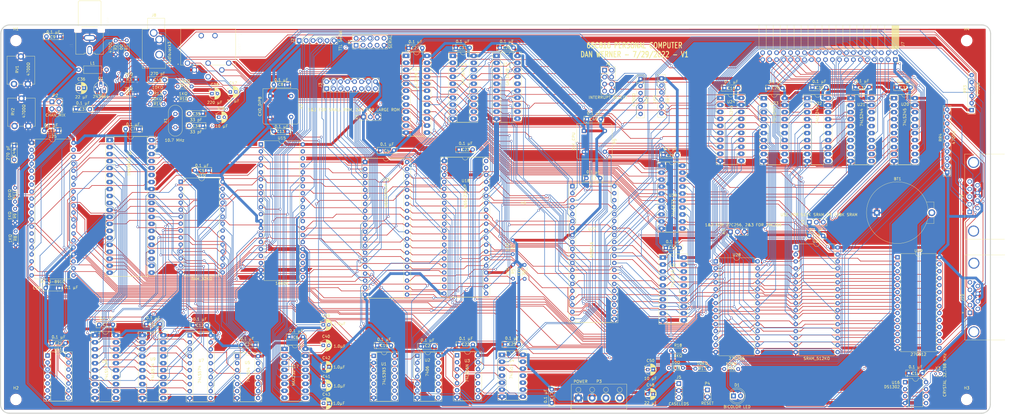
<source format=kicad_pcb>
(kicad_pcb (version 20211014) (generator pcbnew)
  (title_block (date "20 jan 2013"))
  (layers (0 "F.Cu" signal "Component") (31 "B.Cu" signal "Copper") (34 "B.Paste" user) (35 "F.Paste" user) (36 "B.SilkS" user "B.Silkscreen") (37 "F.SilkS" user "F.Silkscreen") (38 "B.Mask" user) (39 "F.Mask" user) (44 "Edge.Cuts" user))
  (net 0 "")
  (net 1 "GND")
  (net 2 "VCC")
  (net 3 "Net-(BT1-Pad1)")
  (net 4 "Net-(C34-Pad1)")
  (net 5 "Net-(C35-Pad1)")
  (net 6 "Net-(C36-Pad1)")
  (net 7 "Net-(C38-Pad1)")
  (net 8 "Net-(K1-Pad2)")
  (net 9 "Net-(K2-Pad2)")
  (net 10 "Net-(C39-Pad1)")
  (net 11 "Net-(C39-Pad2)")
  (net 12 "Net-(C40-Pad1)")
  (net 13 "Net-(C40-Pad2)")
  (net 14 "Net-(C41-Pad2)")
  (net 15 "Net-(C43-Pad1)")
  (net 16 "Net-(C44-Pad2)")
  (net 17 "Net-(C45-Pad1)")
  (net 18 "/Video/COMVID")
  (net 19 "Net-(C46-Pad2)")
  (net 20 "Net-(C47-Pad2)")
  (net 21 "Net-(C50-Pad1)")
  (net 22 "B_INT")
  (net 23 "V_INT")
  (net 24 "VIA2_INT")
  (net 25 "VIA1_INT")
  (net 26 "Net-(D1-Pad2)")
  (net 27 "P1_B")
  (net 28 "P1_A")
  (net 29 "P1_R")
  (net 30 "P1_L")
  (net 31 "P1_D")
  (net 32 "P1_U")
  (net 33 "P2_B")
  (net 34 "P2_A")
  (net 35 "P2_R")
  (net 36 "P2_L")
  (net 37 "P2_D")
  (net 38 "P2_U")
  (net 39 "Net-(J4-Pad3)")
  (net 40 "SERSRQ")
  (net 41 "SERCLKIN")
  (net 42 "SERDATAIN")
  (net 43 "COLUMN1")
  (net 44 "COLUMN0")
  (net 45 "USERA_2")
  (net 46 "USERA_3")
  (net 47 "USERA_4")
  (net 48 "USERA_5")
  (net 49 "USERA_6")
  (net 50 "USERCA_2")
  (net 51 "USERB_7")
  (net 52 "USERB_6")
  (net 53 "USERB_5")
  (net 54 "USERB_4")
  (net 55 "USERB_3")
  (net 56 "USERB_2")
  (net 57 "USERB_1")
  (net 58 "USERB_0")
  (net 59 "LED_1")
  (net 60 "LED_2")
  (net 61 "Net-(P2-Pad2)")
  (net 62 "CLK_CPU")
  (net 63 "CLK_UART")
  (net 64 "CTS")
  (net 65 "TX")
  (net 66 "RTS")
  (net 67 "RX")
  (net 68 "Net-(J6-Pad1)")
  (net 70 "EMU")
  (net 71 "COMP_VID")
  (net 72 "ABORT")
  (net 73 "NMI")
  (net 74 "INT")
  (net 75 "B_BUSRQ")
  (net 76 "B_NMI")
  (net 77 "B_WAIT")
  (net 78 "VRAM_BANK")
  (net 79 "UART_INT")
  (net 80 "RW")
  (net 81 "D2")
  (net 82 "D1")
  (net 83 "WR")
  (net 84 "D0")
  (net 85 "A13")
  (net 86 "A0")
  (net 87 "A8")
  (net 88 "A1")
  (net 89 "A9")
  (net 90 "A2")
  (net 91 "A11")
  (net 92 "A3")
  (net 93 "RD")
  (net 94 "A4")
  (net 95 "A10")
  (net 96 "A5")
  (net 97 "CS_RAM")
  (net 98 "A6")
  (net 99 "D7")
  (net 100 "A7")
  (net 101 "D6")
  (net 102 "A12")
  (net 103 "D5")
  (net 104 "A14")
  (net 105 "D4")
  (net 106 "D3")
  (net 107 "RESET")
  (net 108 "VDA")
  (net 109 "BUSRQ")
  (net 110 "AD0")
  (net 111 "AD1")
  (net 112 "AD2")
  (net 113 "AD3")
  (net 114 "AD4")
  (net 115 "AD5")
  (net 116 "AD6")
  (net 117 "VPA")
  (net 118 "AD7")
  (net 119 "A15")
  (net 120 "ML")
  (net 121 "WAIT")
  (net 122 "VP")
  (net 123 "CS_ROM")
  (net 124 "A23")
  (net 125 "A19")
  (net 126 "A22")
  (net 127 "A18")
  (net 128 "A21")
  (net 129 "A17")
  (net 130 "A20")
  (net 131 "A16")
  (net 132 "CTS_TTL")
  (net 133 "CS_UART")
  (net 134 "RTS_TTL")
  (net 135 "SOUT_TTL")
  (net 136 "SIN_TTL")
  (net 137 "CS_VDP")
  (net 138 "CS_VIA1")
  (net 139 "CS_VIA2")
  (net 140 "IO")
  (net 141 "BUS")
  (net 142 "BUSAK")
  (net 143 "DATA_DIR")
  (net 144 "CLK_AUDIO")
  (net 145 "VDPRD")
  (net 146 "VDPWR")
  (net 147 "VD0")
  (net 148 "VD1")
  (net 149 "VRW")
  (net 150 "VD2")
  (net 151 "VAD0")
  (net 152 "VD3")
  (net 153 "VAD1")
  (net 154 "VD4")
  (net 155 "VAD2")
  (net 156 "VD5")
  (net 157 "VAD3")
  (net 158 "VD6")
  (net 159 "VAD4")
  (net 160 "VD7")
  (net 161 "VAD5")
  (net 162 "VAD6")
  (net 163 "VAD7")
  (net 164 "VCAS")
  (net 165 "VRAS")
  (net 166 "VROW")
  (net 167 "VCOL")
  (net 168 "VRD")
  (net 171 "SERATNOUT")
  (net 172 "SERCLKOUT")
  (net 173 "SERDATAOUT")
  (net 174 "KB_GRAPH_LED")
  (net 175 "KB_CAPS_LED")
  (net 176 "ROWD")
  (net 177 "ROWC")
  (net 178 "ROWB")
  (net 179 "ROWA")
  (net 180 "COLUMN7")
  (net 181 "COLUMN6")
  (net 182 "COLUMN5")
  (net 183 "COLUMN4")
  (net 184 "COLUMN3")
  (net 185 "COLUMN2")
  (net 188 "B_A16")
  (net 189 "B_A17")
  (net 190 "B_A18")
  (net 191 "B_A19")
  (net 192 "B_A20")
  (net 193 "B_A21")
  (net 194 "B_A22")
  (net 195 "B_A23")
  (net 196 "B_CLK_CPU")
  (net 197 "B_A0")
  (net 198 "B_A1")
  (net 199 "B_A2")
  (net 200 "B_A3")
  (net 201 "B_A4")
  (net 202 "B_A5")
  (net 203 "B_A6")
  (net 204 "B_A7")
  (net 205 "B_A8")
  (net 206 "B_A9")
  (net 207 "B_A10")
  (net 208 "B_A11")
  (net 209 "B_A12")
  (net 210 "B_A13")
  (net 211 "B_A14")
  (net 212 "B_A15")
  (net 213 "B_D7")
  (net 214 "B_D6")
  (net 215 "B_D5")
  (net 216 "B_D4")
  (net 217 "B_D3")
  (net 218 "B_D2")
  (net 219 "B_D1")
  (net 220 "B_D0")
  (net 221 "LED_ANODE")
  (net 222 "Net-(K3-Pad2)")
  (net 223 "URESET")
  (net 225 "N_EMU")
  (net 226 "B_RW")
  (net 227 "O1_ROM")
  (net 229 "Net-(P2-Pad1)")
  (net 230 "Net-(P2-Pad3)")
  (net 231 "Net-(P4-Pad1)")
  (net 232 "Net-(Q1-Pad2)")
  (net 237 "Net-(U1-Pad3)")
  (net 255 "Net-(U3-Pad9)")
  (net 258 "Net-(U3-Pad13)")
  (net 259 "Net-(U30-Pad11)")
  (net 264 "Net-(U5-Pad11)")
  (net 265 "Net-(U5-Pad10)")
  (net 269 "Net-(U10-Pad4)")
  (net 270 "Net-(U10-Pad5)")
  (net 271 "Net-(U10-Pad6)")
  (net 272 "Net-(U10-Pad7)")
  (net 273 "Net-(U10-Pad8)")
  (net 274 "Net-(U10-Pad9)")
  (net 275 "Net-(U10-Pad10)")
  (net 277 "Net-(U10-Pad26)")
  (net 278 "Net-(U10-Pad2)")
  (net 279 "Net-(U10-Pad23)")
  (net 280 "Net-(U10-Pad21)")
  (net 281 "Net-(U10-Pad24)")
  (net 282 "Net-(U10-Pad25)")
  (net 283 "Net-(U10-Pad3)")
  (net 295 "Net-(U15-Pad15)")
  (net 306 "Net-(U16-Pad2)")
  (net 307 "Net-(U16-Pad3)")
  (footprint "Capacitor_THT:C_Rect_L7.0mm_W2.0mm_P5.00mm" (layer "F.Cu") (at 245.1 125.5 180)
    (fp_text reference "C3")
    (fp_text value "0.1 µF")
  )
  (footprint "Capacitor_THT:C_Rect_L7.0mm_W2.0mm_P5.00mm" (layer "F.Cu") (at 184.81 186.74 180)
    (fp_text reference "C2")
    (fp_text value "0.1 µF")
  )
  (footprint "Capacitor_THT:C_Rect_L7.0mm_W2.0mm_P5.00mm" (layer "F.Cu") (at 102.025 179.1 180)
    (fp_text reference "C12")
    (fp_text value "0.1 µF")
  )
  (footprint "Capacitor_THT:C_Rect_L7.0mm_W2.0mm_P5.00mm" (layer "F.Cu") (at 274 150.9 180)
    (fp_text reference "C15")
    (fp_text value "0.1 µF")
  )
  (footprint "Capacitor_THT:C_Rect_L7.0mm_W2.0mm_P5.00mm" (layer "F.Cu") (at 295.275 92.675 180)
    (fp_text reference "C16")
    (fp_text value "0.1 µF")
  )
  (footprint "Capacitor_THT:C_Rect_L7.0mm_W2.0mm_P5.00mm" (layer "F.Cu") (at 227.49 202.39 -90)
    (fp_text reference "C17")
    (fp_text value "0.1 µF")
  )
  (footprint "Capacitor_THT:C_Rect_L7.0mm_W2.0mm_P5.00mm" (layer "F.Cu") (at 169.01 186.44 180)
    (fp_text reference "C19")
    (fp_text value "0.1 µF")
  )
  (footprint "Capacitor_THT:C_Rect_L7.0mm_W2.0mm_P5.00mm" (layer "F.Cu") (at 198.81 186.14 180)
    (fp_text reference "C22")
    (fp_text value "0.1 µF")
  )
  (footprint "Capacitor_THT:C_Rect_L7.0mm_W2.0mm_P5.00mm" (layer "F.Cu") (at 215.51 186.04 180)
    (fp_text reference "C25")
    (fp_text value "0.1 µF")
  )
  (footprint "Capacitor_THT:C_Rect_L7.0mm_W2.0mm_P5.00mm" (layer "F.Cu") (at 198.7 115.1 180)
    (fp_text reference "C23")
    (fp_text value "0.1 µF")
  )
  (footprint "Capacitor_THT:C_Rect_L7.0mm_W2.0mm_P5.00mm" (layer "F.Cu") (at 97.7 122.7)
    (fp_text reference "C5")
    (fp_text value "0.1 µF")
  )
  (footprint "Package_DIP:DIP-28_W15.24mm" (layer "F.Cu") (at 92.54 126.82)
    (fp_text reference "U10")
    (fp_text value "RAM_32KO")
  )
  (footprint "Package_DIP:DIP-40_W15.24mm_Socket_LongPads" (layer "F.Cu") (at 66.69 111.66)
    (fp_text reference "U6")
    (fp_text value "TMS9918")
  )
  (footprint "Package_DIP:DIP-40_W15.24mm" (layer "F.Cu") (at 121.7 113.21)
    (fp_text reference "U15")
    (fp_text value "16550")
  )
  (footprint "Connector_Dsub:DSUB-9_Male_Horizontal_P2.77x2.84mm_EdgePinOffset9.90mm_Housed_MountingHolesOffset11.32mm" (layer "F.Cu") (at 379.6 174.5 90)
    (fp_text reference "J10")
    (fp_text value "DB9_Male")
  )
  (footprint "Capacitor_THT:CP_Radial_D4.0mm_P2.00mm" (layer "F.Cu") (at 262.4 204.1)
    (fp_text reference "C48")
    (fp_text value "22 µF")
  )
  (footprint "Capacitor_THT:C_Rect_L7.0mm_W2.0mm_P5.00mm" (layer "F.Cu") (at 245.3 104.1 180)
    (fp_text reference "C49")
    (fp_text value "0.1 µF")
  )
  (footprint "Capacitor_THT:CP_Radial_D4.0mm_P2.00mm" (layer "F.Cu") (at 262.4 195.2)
    (fp_text reference "C50")
    (fp_text value "10 µF")
  )
  (footprint "Capacitor_THT:CP_Radial_D4.0mm_P2.00mm" (layer "F.Cu") (at 144.4 178.9)
    (fp_text reference "C39")
    (fp_text value "1.0µF")
  )
  (footprint "Capacitor_THT:CP_Radial_D4.0mm_P2.00mm" (layer "F.Cu") (at 144.4 186.4)
    (fp_text reference "C40")
    (fp_text value "1.0µF")
  )
  (footprint "Capacitor_THT:CP_Radial_D4.0mm_P2.00mm" (layer "F.Cu") (at 144.5 201)
    (fp_text reference "C41")
    (fp_text value "1.0µF")
  )
  (footprint "Capacitor_THT:CP_Radial_D4.0mm_P2.00mm" (layer "F.Cu") (at 144.5 194.2)
    (fp_text reference "C42")
    (fp_text value "1.0µF")
  )
  (footprint "Capacitor_THT:CP_Radial_D4.0mm_P2.00mm" (layer "F.Cu") (at 144.5 207.5)
    (fp_text reference "C43")
    (fp_text value "1.0µF")
  )
  (footprint "Capacitor_THT:C_Rect_L7.0mm_W2.0mm_P5.00mm" (layer "F.Cu") (at 311.375 92.725 180)
    (fp_text reference "C28")
    (fp_text value "0.1 µF")
  )
  (footprint "Capacitor_THT:C_Rect_L7.0mm_W2.0mm_P5.00mm" (layer "F.Cu") (at 273.14 117.1 180)
    (fp_text reference "C29")
    (fp_text value "0.1 µF")
  )
  (footprint "Capacitor_THT:C_Rect_L7.0mm_W2.0mm_P5.00mm" (layer "F.Cu") (at 327.3 92.55 180)
    (fp_text reference "C30")
    (fp_text value "0.1 µF")
  )
  (footprint "Capacitor_THT:C_Rect_L7.0mm_W2.0mm_P5.00mm" (layer "F.Cu") (at 95.6 106.4)
    (fp_text reference "C34")
    (fp_text value "33 pF")
  )
  (footprint "Capacitor_THT:C_Rect_L7.0mm_W2.0mm_P5.00mm" (layer "F.Cu") (at 95.6 102)
    (fp_text reference "C35")
    (fp_text value "33 pF")
  )
  (footprint "Capacitor_THT:CP_Radial_D4.0mm_P2.00mm" (layer "F.Cu") (at 55.4 92.7)
    (fp_text reference "C36")
    (fp_text value "22 µF")
  )
  (footprint "Capacitor_THT:CP_Radial_D4.0mm_P2.00mm" (layer "F.Cu") (at 103.9 94.7)
    (fp_text reference "C38")
    (fp_text value "220 µF")
  )
  (footprint "Capacitor_THT:C_Rect_L7.0mm_W2.0mm_P5.00mm" (layer "F.Cu") (at 59.5 100.4 180)
    (fp_text reference "C37")
    (fp_text value "0.1 µF")
  )
  (footprint "Capacitor_THT:C_Rect_L7.0mm_W2.0mm_P5.00mm" (layer "F.Cu") (at 32 113.8 -90)
    (fp_text reference "C44")
    (fp_text value "270 pF")
  )
  (footprint "Capacitor_THT:C_Rect_L7.0mm_W2.0mm_P5.00mm" (layer "F.Cu") (at 86.7 89.7 180)
    (fp_text reference "C45")
    (fp_text value "270 pF")
  )
  (footprint "Capacitor_THT:CP_Radial_D4.0mm_P2.00mm" (layer "F.Cu") (at 106.4 103.3)
    (fp_text reference "C46")
    (fp_text value "10 µF")
  )
  (footprint "Capacitor_THT:CP_Radial_D4.0mm_P2.00mm" (layer "F.Cu") (at 110.6 94.1)
    (fp_text reference "C47")
    (fp_text value "10 µF")
  )
  (footprint "LED_THT:LED_D5.0mm" (layer "F.Cu") (at 293.6 204.8)
    (fp_text reference "D1")
    (fp_text value "BICOLOR LED")
  )
  (footprint "Connector_PinHeader_2.54mm:PinHeader_2x04_P2.54mm_Vertical" (layer "F.Cu") (at 246.7 86.16)
    (fp_text reference "J6")
    (fp_text value "INTERRUPT SELECT")
  )
  (footprint "Connector_Dsub:DSUB-9_Male_Horizontal_P2.77x2.84mm_EdgePinOffset9.90mm_Housed_MountingHolesOffset11.32mm" (layer "F.Cu") (at 379.5 137.8 90)
    (fp_text reference "J9")
    (fp_text value "DB9_Male")
  )
  (footprint "Connector_PinHeader_2.54mm:PinHeader_2x08_P2.54mm_Vertical" (layer "F.Cu") (at 145.6 92.9 90)
    (fp_text reference "J3")
    (fp_text value "KEYBOARD")
  )
  (footprint "Connector_PinHeader_2.54mm:PinHeader_1x03_P2.54mm_Vertical" (layer "F.Cu") (at 273.7 200.3)
    (fp_text reference "J5")
    (fp_text value "CASELEDS")
  )
  (footprint "Resistor_THT:R_Axial_DIN0207_L6.3mm_D2.5mm_P10.16mm_Horizontal" (layer "F.Cu") (at 55.4 86)
    (fp_text reference "L1")
    (fp_text value "INDUCTOR (BEAD)")
  )
  (footprint "TerminalBlock_RND:TerminalBlock_RND_205-00003_1x04_P5.00mm_Horizontal" (layer "F.Cu") (at 237.19 205.56)
    (fp_text reference "P3")
    (fp_text value "POWER")
  )
  (footprint "Connector_PinHeader_2.54mm:PinHeader_1x02_P2.54mm_Vertical" (layer "F.Cu") (at 284.1 202.6)
    (fp_text reference "P4")
    (fp_text value "RESET")
  )
  (footprint "Oscillator:Oscillator_DIP-8" (layer "F.Cu") (at 239.19 108.29 -90)
    (fp_text reference "P5")
    (fp_text value "CLK_CPU")
  )
  (footprint "Package_TO_SOT_THT:TO-92L_HandSolder" (layer "F.Cu") (at 62.2 93)
    (fp_text reference "Q1")
    (fp_text value "2N3904")
  )
  (footprint "Resistor_THT:R_Axial_DIN0204_L3.6mm_D1.6mm_P5.08mm_Horizontal" (layer "F.Cu") (at 275.2 194.6 180)
    (fp_text reference "R16")
    (fp_text value "10Ω")
  )
  (footprint "Resistor_THT:R_Axial_DIN0204_L3.6mm_D1.6mm_P5.08mm_Horizontal" (layer "F.Cu") (at 284.8 194.9 180)
    (fp_text reference "R17")
    (fp_text value "10KΩ")
  )
  (footprint "Resistor_THT:R_Axial_DIN0204_L3.6mm_D1.6mm_P5.08mm_Horizontal" (layer "F.Cu") (at 295.3 195 180)
    (fp_text reference "R15")
    (fp_text value "100Ω")
  )
  (footprint "Resistor_THT:R_Axial_DIN0204_L3.6mm_D1.6mm_P5.08mm_Horizontal" (layer "F.Cu") (at 213.4 157 -90)
    (fp_text reference "R5")
    (fp_text value "1KΩ")
  )
  (footprint "Resistor_THT:R_Axial_DIN0204_L3.6mm_D1.6mm_P5.08mm_Horizontal" (layer "F.Cu") (at 72.9 75.3 -90)
    (fp_text reference "R1")
    (fp_text value "0Ω")
  )
  (footprint "Resistor_THT:R_Axial_DIN0204_L3.6mm_D1.6mm_P5.08mm_Horizontal" (layer "F.Cu") (at 68.9 75.4 -90)
    (fp_text reference "R2")
    (fp_text value "470Ω")
  )
  (footprint "Resistor_THT:R_Axial_DIN0204_L3.6mm_D1.6mm_P5.08mm_Horizontal" (layer "F.Cu") (at 76.2 89.6 180)
    (fp_text reference "R3")
    (fp_text value "75Ω")
  )
  (footprint "Resistor_THT:R_Axial_DIN0204_L3.6mm_D1.6mm_P5.08mm_Horizontal" (layer "F.Cu") (at 76.1 94.9 180)
    (fp_text reference "R4")
    (fp_text value "75Ω")
  )
  (footprint "Resistor_THT:R_Axial_DIN0204_L3.6mm_D1.6mm_P5.08mm_Horizontal" (layer "F.Cu") (at 32.5 144.9 -90)
    (fp_text reference "R8")
    (fp_text value "1KΩ")
  )
  (footprint "Resistor_THT:R_Axial_DIN0204_L3.6mm_D1.6mm_P5.08mm_Horizontal" (layer "F.Cu") (at 32.315 136.635 -90)
    (fp_text reference "R9")
    (fp_text value "1KΩ")
  )
  (footprint "Resistor_THT:R_Axial_DIN0204_L3.6mm_D1.6mm_P5.08mm_Horizontal" (layer "F.Cu") (at 96 96.7 180)
    (fp_text reference "R10")
    (fp_text value "1KΩ")
  )
  (footprint "Resistor_THT:R_Axial_DIN0204_L3.6mm_D1.6mm_P5.08mm_Horizontal" (layer "F.Cu") (at 96.5 92.1 180)
    (fp_text reference "R12")
    (fp_text value "10KΩ")
  )
  (footprint "Resistor_THT:R_Axial_DIN0204_L3.6mm_D1.6mm_P5.08mm_Horizontal" (layer "F.Cu") (at 86.7 94.4 180)
    (fp_text reference "R13")
    (fp_text value "10KΩ")
  )
  (footprint "Resistor_THT:R_Axial_DIN0204_L3.6mm_D1.6mm_P5.08mm_Horizontal" (layer "F.Cu") (at 86.3 98.6 180)
    (fp_text reference "R14")
    (fp_text value "10KΩ")
  )
  (footprint "Resistor_THT:R_Axial_DIN0204_L3.6mm_D1.6mm_P5.08mm_Horizontal" (layer "F.Cu") (at 217.6 157.1 -90)
    (fp_text reference "R6")
    (fp_text value "1KΩ")
  )
  (footprint "Resistor_THT:R_Axial_DIN0204_L3.6mm_D1.6mm_P5.08mm_Horizontal" (layer "F.Cu") (at 213.3 148.1 -90)
    (fp_text reference "R7")
    (fp_text value "1KΩ")
  )
  (footprint "Resistor_THT:R_Array_SIP6" (layer "F.Cu") (at 267.4 89.2 -90)
    (fp_text reference "RR1")
    (fp_text value "1KΩ")
  )
  (footprint "Resistor_THT:R_Array_SIP6" (layer "F.Cu") (at 380.2 100.7 90)
    (fp_text reference "RR3")
    (fp_text value "4700Ω")
  )
  (footprint "Resistor_THT:R_Array_SIP10" (layer "F.Cu") (at 371.3 123.4 90)
    (fp_text reference "RR4")
    (fp_text value "4700Ω")
  )
  (footprint "Potentiometer_THT:Potentiometer_ACP_CA9-V10_Vertical" (layer "F.Cu") (at 36.9 91.2 90)
    (fp_text reference "RV1")
    (fp_text value "4700Ω")
  )
  (footprint "Potentiometer_THT:Potentiometer_ACP_CA9-V10_Vertical" (layer "F.Cu") (at 37.1 106.5 90)
    (fp_text reference "RV2")
    (fp_text value "4700Ω")
  )
  (footprint "Package_DIP:DIP-14_W7.62mm_Socket" (layer "F.Cu") (at 193.04 190)
    (fp_text reference "U3")
    (fp_text value "74LS06N")
  )
  (footprint "Package_DIP:DIP-40_W15.24mm_Socket" (layer "F.Cu") (at 235 128.45)
    (fp_text reference "U27")
    (fp_text value "658C16")
  )
  (footprint "Package_DIP:DIP-14_W7.62mm_Socket_LongPads" (layer "F.Cu") (at 209.37 189.8)
    (fp_text reference "U4")
    (fp_text value "74LS14")
  )
  (footprint "Package_DIP:DIP-20_W7.62mm_Socket_LongPads" (layer "F.Cu") (at 267.41 120.95)
    (fp_text reference "U30")
    (fp_text value "74LS373")
  )
  (footprint "Package_DIP:DIP-20_W7.62mm_Socket_LongPads" (layer "F.Cu") (at 267.89 154.42)
    (fp_text reference "U31")
    (fp_text value "74LS245")
  )
  (footprint "Package_DIP:DIP-16_W7.62mm_Socket_LongPads" (layer "F.Cu") (at 130.29 187.68)
    (fp_text reference "U17")
    (fp_text value "MAX232")
  )
  (footprint "Package_DIP:DIP-20_W7.62mm_Socket_LongPads" (layer "F.Cu") (at 351.975 96.4)
    (fp_text reference "U20")
    (fp_text value "74LS245")
  )
  (footprint "Package_DIP:DIP-20_W7.62mm_Socket_LongPads" (layer "F.Cu") (at 336.181 96.4)
    (fp_text reference "U21")
    (fp_text value "74LS244")
  )
  (footprint "Package_DIP:DIP-20_W7.62mm_Socket_LongPads" (layer "F.Cu") (at 320.388 96.4)
    (fp_text reference "U22")
    (fp_text value "74LS245")
  )
  (footprint "Package_DIP:DIP-20_W7.62mm_Socket_LongPads" (layer "F.Cu") (at 304.594 96.4)
    (fp_text reference "U23")
    (fp_text value "74LS245")
  )
  (footprint "Package_DIP:DIP-40_W15.24mm" (layer "F.Cu") (at 38.31 112.63)
    (fp_text reference "U25")
    (fp_text value "AY-3-8910")
  )
  (footprint "Crystal:Crystal_Round_D1.5mm_Vertical" (layer "F.Cu") (at 367.1 196.7)
    (fp_text reference "X3")
    (fp_text value "CRYSTAL 32.768 KHz")
  )
  (footprint "Crystal:Crystal_HC18-U_Vertical" (layer "F.Cu") (at 90.6 107 90)
    (fp_text reference "X1")
    (fp_text value "10.7 MHz")
  )
  (footprint "Capacitor_THT:C_Rect_L7.0mm_W2.0mm_P5.00mm" (layer "F.Cu") (at 137 183.325 180)
    (fp_text reference "C6")
    (fp_text value "0.1 µF")
  )
  (footprint "Capacitor_THT:C_Rect_L7.0mm_W2.0mm_P5.00mm" (layer "F.Cu") (at 72.5 107.6)
    (fp_text reference "C7")
    (fp_text value "0.1 µF")
  )
  (footprint "Capacitor_THT:C_Rect_L7.0mm_W2.0mm_P5.00mm" (layer "F.Cu") (at 126.4 91.5)
    (fp_text reference "C8")
    (fp_text value "0.1 µF")
  )
  (footprint "Capacitor_THT:C_Rect_L7.0mm_W2.0mm_P5.00mm" (layer "F.Cu") (at 43.7 73.9)
    (fp_text reference "C9")
    (fp_text value "0.1 µF")
  )
  (footprint "Capacitor_THT:C_Rect_L7.0mm_W2.0mm_P5.00mm" (layer "F.Cu") (at 85 178.6 180)
    (fp_text reference "C10")
    (fp_text value "0.1 µF")
  )
  (footprint "Capacitor_THT:C_Rect_L7.0mm_W2.0mm_P5.00mm" (layer "F.Cu") (at 42.9 108.2)
    (fp_text reference "C11")
    (fp_text value "0.1 µF")
  )
  (footprint "Capacitor_THT:C_Rect_L7.0mm_W2.0mm_P5.00mm" (layer "F.Cu") (at 126.4 108.5)
    (fp_text reference "C13")
    (fp_text value "0.1 µF")
  )
  (footprint "Connector_PinHeader_2.54mm:PinHeader_1x03_P2.54mm_Vertical" (layer "F.Cu") (at 321.175 141.525 90)
    (fp_text reference "K2")
    (fp_text value "USE FOR 512K SRAM OR 128K SRAM")
  )
  (footprint "Connector_PinHeader_2.54mm:PinHeader_1x03_P2.54mm_Vertical" (layer "F.Cu") (at 292.475 145.025 90)
    (fp_text reference "K3")
    (fp_text value "1&2 FOR 27C256, 2&3 FOR 29C256")
  )
  (footprint "Capacitor_THT:C_Rect_L7.0mm_W2.0mm_P5.00mm" (layer "F.Cu") (at 326.175 146.525 180)
    (fp_text reference "C20")
    (fp_text value "0.1 µF")
  )
  (footprint "Package_DIP:DIP-28_W15.24mm" (layer "F.Cu") (at 287.115 155.795)
    (fp_text reference "U28")
    (fp_text value "27C256")
  )
  (footprint "Package_DIP:DIP-32_W15.24mm" (layer "F.Cu") (at 316.225 150.745)
    (fp_text reference "U26")
    (fp_text value "SRAM_512KO")
  )
  (footprint "Capacitor_THT:C_Rect_L7.0mm_W2.0mm_P5.00mm" (layer "F.Cu") (at 180.4 78.1 180)
    (fp_text reference "C27")
    (fp_text value "0.1 µF")
  )
  (footprint "Capacitor_THT:C_Rect_L7.0mm_W2.0mm_P5.00mm" (layer "F.Cu") (at 213.6 78 180)
    (fp_text reference "C26")
    (fp_text value "0.1 µF")
  )
  (footprint "Capacitor_THT:C_Rect_L7.0mm_W2.0mm_P5.00mm" (layer "F.Cu") (at 197.6 78 180)
    (fp_text reference "C31")
    (fp_text value "0.1 µF")
  )
  (footprint "Package_DIP:DIP-20_W7.62mm_Socket_LongPads" (layer "F.Cu") (at 207.4 80.96)
    (fp_text reference "U12")
    (fp_text value "GAL16V8")
  )
  (footprint "Package_DIP:DIP-24_W7.62mm_Socket_LongPads" (layer "F.Cu") (at 174.5 80.96)
    (fp_text reference "U13")
    (fp_text value "GAL20V8")
  )
  (footprint "Package_DIP:DIP-20_W7.62mm_Socket_LongPads" (layer "F.Cu") (at 191.5 80.96)
    (fp_text reference "U14")
    (fp_text value "GAL16V8")
  )
  (footprint "Capacitor_THT:C_Rect_L7.0mm_W2.0mm_P5.00mm" (layer "F.Cu") (at 170.1 115.4 180)
    (fp_text reference "C4")
    (fp_text value "0.1 µF")
  )
  (footprint "Package_DIP:DIP-40_W15.24mm_Socket" (layer "F.Cu") (at 159.61 119.63)
    (fp_text reference "U19")
    (fp_text value "W65C22NxP")
  )
  (footprint "Package_DIP:DIP-40_W15.24mm_Socket" (layer "F.Cu") (at 188.38 119.24)
    (fp_text reference "U18")
    (fp_text value "W65C22NxP")
  )
  (footprint "Package_DIP:DIP-20_W7.62mm_Socket" (layer "F.Cu") (at 95.8267 182.73)
    (fp_text reference "U7")
    (fp_text value "74LS574")
  )
  (footprint "Package_DIP:DIP-20_W7.62mm_Socket_LongPads" (layer "F.Cu") (at 78.595 182.73)
    (fp_text reference "U9")
    (fp_text value "74LS574")
  )
  (footprint "Package_DIP:DIP-20_W7.62mm_Socket_LongPads" (layer "F.Cu") (at 61.3633 182.73)
    (fp_text reference "U8")
    (fp_text value "74LS574")
  )
  (footprint "Capacitor_THT:C_Rect_L7.0mm_W2.0mm_P5.00mm" (layer "F.Cu") (at 114.675 186.2)
    (fp_text reference "C24")
    (fp_text value "0.1 µF")
  )
  (footprint "Package_DIP:DIP-8_W7.62mm" (layer "F.Cu") (at 356 199.8)
    (fp_text reference "U16")
    (fp_text value "DS1302")
  )
  (footprint "Capacitor_THT:C_Rect_L7.0mm_W2.0mm_P5.00mm" (layer "F.Cu") (at 362.3 196.5 180)
    (fp_text reference "C14")
    (fp_text value "0.1 µF")
  )
  (footprint "Capacitor_THT:C_Rect_L7.0mm_W2.0mm_P5.00mm" (layer "F.Cu") (at 342.925 92.35 180)
    (fp_text reference "C32")
    (fp_text value "0.1 µF")
  )
  (footprint "Capacitor_THT:C_Rect_L7.0mm_W2.0mm_P5.00mm" (layer "F.Cu") (at 358 92.475 180)
    (fp_text reference "C33")
    (fp_text value "0.1 µF")
  )
  (footprint "Resistor_THT:R_Array_SIP6" (layer "F.Cu") (at 259.8 89.4 -90)
    (fp_text reference "RR2")
    (fp_text value "4700Ω")
  )
  (footprint "Connector:din6" (layer "F.Cu") (at 102.5 83.6 180)
    (fp_text reference "J4")
    (fp_text value "IEC PORT")
  )
  (footprint "Connector_PinHeader_2.54mm:PinHeader_2x02_P2.54mm_Vertical" (layer "F.Cu") (at 45.7 97.7)
    (fp_text reference "P2")
    (fp_text value "CHAN_MIX")
  )
  (footprint "Resistor_THT:R_Axial_DIN0204_L3.6mm_D1.6mm_P5.08mm_Horizontal" (layer "F.Cu") (at 32.3 129 -90)
    (fp_text reference "R11")
    (fp_text value "10KΩ")
  )
  (footprint "homecomputer2:CUI_RCJ-041" (layer "F.Cu") (at 59.4 70.4 90)
    (fp_text reference "J1")
    (fp_text value "Conn_01x02_Male")
    (fp_line (start -1.7 -5.15) (end -1.7 -3.35) (layer "Edge.Cuts") (width 0.001))
    (fp_line (start -1.7 3.35) (end -1.7 5.15) (layer "Edge.Cuts") (width 0.001))
    (fp_line (start 0 3.35) (end -1.7 3.35) (layer "Edge.Cuts") (width 0.001))
    (fp_line (start 0 -3.35) (end 0 -5.15) (layer "Edge.Cuts") (width 0.001))
    (fp_line (start 0 5.15) (end 0 3.35) (layer "Edge.Cuts") (width 0.001))
    (fp_line (start 0 -5.15) (end -1.7 -5.15) (layer "Edge.Cuts") (width 0.001))
    (fp_line (start -1.7 -3.35) (end 0 -3.35) (layer "Edge.Cuts") (width 0.001))
    (fp_line (start -1.7 5.15) (end 0 5.15) (layer "Edge.Cuts") (width 0.001))
  )
  (footprint "homecomputer2:Battery_Holder_Coin_2032_BS-7_FIXED" (layer "F.Cu") (at 345.725 138.075)
    (fp_text reference "BT1")
    (fp_text value "Battery_Cell")
  )
  (footprint "MountingHole:MountingHole_3.2mm_M3" (layer "F.Cu") (at 32.6 75.4)
    (fp_text reference "H1")
    (fp_text value "MountingHole")
  )
  (footprint "MountingHole:MountingHole_3.2mm_M3" (layer "F.Cu") (at 32.6 206.1)
    (fp_text reference "H2")
    (fp_text value "MountingHole")
  )
  (footprint "MountingHole:MountingHole_3.2mm_M3" (layer "F.Cu") (at 217.2 138.7)
    (fp_text reference "H5")
    (fp_text value "MountingHole")
  )
  (footprint "MountingHole:MountingHole_3.2mm_M3" (layer "F.Cu") (at 378.4 75.4)
    (fp_text reference "H4")
    (fp_text value "MountingHole")
  )
  (footprint "MountingHole:MountingHole_3.2mm_M3" (layer "F.Cu") (at 378.4 206.1)
    (fp_text reference "H3")
    (fp_text value "MountingHole")
  )
  (footprint "Connector_PinHeader_2.54mm:PinHeader_1x03_P2.54mm_Vertical" (layer "F.Cu") (at 158.99 103.19 90)
    (fp_text reference "K1")
    (fp_text value "1&2 FOR SMALL ROM, 2&3 FOR LARGE ROM ")
  )
  (footprint "Package_DIP:DIP-14_W7.62mm_Socket" (layer "F.Cu") (at 113.058 190.32)
    (fp_text reference "U5")
    (fp_text value "74LS04")
  )
  (footprint "Package_DIP:DIP-14_W7.62mm_Socket" (layer "F.Cu") (at 162.72 190.19)
    (fp_text reference "U1")
    (fp_text value "74LS393")
  )
  (footprint "Package_DIP:DIP-14_W7.62mm_Socket" (layer "F.Cu") (at 178.6 190.16)
    (fp_text reference "U2")
    (fp_text value "7406")
  )
  (footprint "Connector_Audio:Jack_3.5mm_CUI_SJ1-3533NG_Horizontal_CircularHoles" (layer "F.Cu") (at 82.7 72.6)
    (fp_text reference "J8")
    (fp_text value "AudioJack3")
  )
  (footprint "Resistor_THT:R_Axial_DIN0204_L3.6mm_D1.6mm_P5.08mm_Horizontal" (layer "F.Cu") (at 270.87 188.3)
    (fp_text reference "R18")
    (fp_text value "1KΩ")
  )
  (footprint "Package_DIP:DIP-28_W15.24mm" (layer "F.Cu") (at 353.24 154.31)
    (fp_text reference "U29")
    (fp_text value "27C512")
  )
  (footprint "Connector_PinSocket_2.54mm:PinSocket_2x20_P2.54mm_Horizontal" (layer "F.Cu") (at 352.45 82.35 -90)
    (fp_text reference "J7")
    (fp_text value "expansion port")
  )
  (footprint "Capacitor_THT:C_Rect_L7.0mm_W2.0mm_P5.00mm" (layer "F.Cu") (at 50.625 185.6 180)
    (fp_text reference "C21")
    (fp_text value "0.1 µF")
  )
  (footprint "Capacitor_THT:C_Rect_L7.0mm_W2.0mm_P5.00mm" (layer "F.Cu") (at 67.875 178.85 180)
    (fp_text reference "C1")
    (fp_text value "0.1 µF")
  )
  (footprint "Package_DIP:DIP-20_W7.62mm_Socket_LongPads" (layer "F.Cu") (at 288.8 96.3)
    (fp_text reference "U24")
    (fp_text value "74LS245")
  )
  (footprint "Capacitor_THT:C_Rect_L7.0mm_W2.0mm_P5.00mm" (layer "F.Cu") (at 43.4 165.5)
    (fp_text reference "C18")
    (fp_text value "0.1 µF")
  )
  (footprint "Connector_PinHeader_2.54mm:PinHeader_2x05_P2.54mm_Vertical" (layer "F.Cu") (at 156.325 77.1 90)
    (fp_text reference "P1")
    (fp_text value "SERIAL")
  )
  (footprint "Oscillator:Oscillator_DIP-8" (layer "F.Cu") (at 125.09 95.59 -90)
    (fp_text reference "X2")
    (fp_text value "CXO_DIP8")
  )
  (footprint "Connector_PinHeader_2.54mm:PinHeader_1x06_P2.54mm_Vertical" (layer "F.Cu") (at 135.6 75.4 90)
    (fp_text reference "J2")
    (fp_text value "TTL Serial")
  )
  (footprint "Package_DIP:DIP-14_W7.62mm_Socket" (layer "F.Cu") (at 44.1 190.1)
    (fp_text reference "U11")
    (fp_text value "74LS32")
  )
  (gr_line (start 383.8 211.1) (end 30.2 211.1) (layer "Edge.Cuts") (width 0.381))
  (gr_line (start 30.3 69.7) (end 58.2 69.7) (layer "Edge.Cuts") (width 0.381))
  (gr_arc (start 383.9 69.7) (mid 386.162742 70.637258) (end 387.1 72.9) (layer "Edge.Cuts") (width 0.381))
  (gr_line (start 387.1 72.9) (end 387 207.9) (layer "Edge.Cuts") (width 0.381))
  (gr_line (start 58.2 69.7) (end 383.9 69.7) (layer "Edge.Cuts") (width 0.381))
  (gr_arc (start 387 207.9) (mid 386.062742 210.162742) (end 383.8 211.1) (layer "Edge.Cuts") (width 0.381))
  (gr_line (start 27 207.9) (end 27.1 72.9) (layer "Edge.Cuts") (width 0.381))
  (gr_arc (start 27.1 72.9) (mid 28.037258 70.637258) (end 30.3 69.7) (layer "Edge.Cuts") (width 0.381))
  (gr_arc (start 30.2 211.1) (mid 27.937258 210.162742) (end 27 207.9) (layer "Edge.Cuts") (width 0.381))
  (gr_text "65C816 PERSONAL COMPUTER\nDAN WERNER - 7/29/2022 - V1" (at 257.6 78.8) (layer "F.SilkS") (effects (font (size 2.032 1.524) (thickness 0.3048))))
  (segment (start 85.3 86.1) (end 97.5 86.1) (width 1) (layer "F.Cu") (net 1))
  (segment (start 328.008 98.94) (end 329.9623 98.94) (width 1) (layer "F.Cu") (net 1))
  (segment (start 313.1165 190.3992) (end 297.1522 190.3992) (width 1) (layer "F.Cu") (net 1))
  (segment (start 353.9293 125.0651) (end 353.9293 128.0314) (width 1) (layer "F.Cu") (net 1))
  (segment (start 172.0404 186.74) (end 179.81 186.74) (width 1) (layer "F.Cu") (net 1))
  (segment (start 318.4337 119.26) (end 316.8794 120.8143) (width 1) (layer "F.Cu") (net 1))
  (segment (start 142.8353 190.22) (end 146.5 193.8847) (width 1) (layer "F.Cu") (net 1))
  (segment (start 277.6043 205.14) (end 284.1 205.14) (width 1) (layer "F.Cu") (net 1))
  (segment (start 320.768 146.118) (end 300.2523 146.118) (width 1) (layer "F.Cu") (net 1))
  (segment (start 263.6397 119.134) (end 265.4557 120.95) (width 1) (layer "F.Cu") (net 1))
  (segment (start 336.181 119.26) (end 334.2267 119.26) (width 1) (layer "F.Cu") (net 1))
  (segment (start 209.37 205.04) (end 207.4157 205.04) (width 1) (layer "F.Cu") (net 1))
  (segment (start 147.9323 195.6323) (end 147.9323 205.43) (width 1) (layer "F.Cu") (net 1))
  (segment (start 268.14 117.1) (end 269.6945 115.5455) (width 1) (layer "F.Cu") (net 1))
  (segment (start 175.4 78.1) (end 176.9692 76.5308) (width 1) (layer "F.Cu") (net 1))
  (segment (start 81.6 89.6) (end 81.7 89.7) (width 1) (layer "F.Cu") (net 1))
  (segment (start 306.375 92.725) (end 306.375 95.0553) (width 1) (layer "F.Cu") (net 1))
  (segment (start 237.19 205.56) (end 235.1857 205.56) (width 1) (layer "F.Cu") (net 1))
  (segment (start 119.675 183.325) (end 117.0171 180.6671) (width 1) (layer "F.Cu") (net 1))
  (segment (start 383.9964 182.4321) (end 383.9964 169.1314) (width 1) (layer "F.Cu") (net 1))
  (segment (start 75.0864 181.1757) (end 76.6407 182.73) (width 1) (layer "F.Cu") (net 1))
  (segment (start 203.8527 103.4693) (end 205.095 103.4693) (width 1) (layer "F.Cu") (net 1))
  (segment (start 176.4543 109.7927) (end 181.7616 115.1) (width 1) (layer "F.Cu") (net 1))
  (segment (start 121.7 158.93) (end 136.94 158.93) (width 1) (layer "F.Cu") (net 1))
  (segment (start 62.2225 95.0768) (end 67.0975 95.0768) (width 1) (layer "F.Cu") (net 1))
  (segment (start 59.4 74.4) (end 62.2543 74.4) (width 1) (layer "F.Cu") (net 1))
  (segment (start 332.6715 120.8152) (end 323.8975 120.8152) (width 1) (layer "F.Cu") (net 1))
  (segment (start 297.555 145.025) (end 299.1593 145.025) (width 1) (layer "F.Cu") (net 1))
  (segment (start 292.3258 120.7315) (end 290.7543 119.16) (width 1) (layer "F.Cu") (net 1))
  (segment (start 75.0822 207.1485) (end 76.6407 205.59) (width 1) (layer "F.Cu") (net 1))
  (segment (start 300.2523 146.118) (end 299.1593 145.025) (width 1) (layer "F.Cu") (net 1))
  (segment (start 264.4 204.1) (end 265.66 202.84) (width 1) (layer "F.Cu") (net 1))
  (segment (start 61.3633 182.73) (end 63.3176 182.73) (width 1) (layer "F.Cu") (net 1))
  (segment (start 193.81 186.14) (end 195.3707 187.7007) (width 1) (layer "F.Cu") (net 1))
  (segment (start 164.07 101.5857) (end 156.9886 94.5043) (width 1) (layer "F.Cu") (net 1))
  (segment (start 174.5 108.9) (end 176.4543 108.9) (width 1) (layer "F.Cu") (net 1))
  (segment (start 166.485 77.1) (end 168.0893 77.1) (width 1) (layer "F.Cu") (net 1))
  (segment (start 375.4599 190.9686) (end 383.9964 182.4321) (width 1) (layer "F.Cu") (net 1))
  (segment (start 170.7621 188.0183) (end 172.0404 186.74) (width 1) (layer "F.Cu") (net 1))
  (segment (start 301.1682 120.7315) (end 292.3258 120.7315) (width 1) (layer "F.Cu") (net 1))
  (segment (start 98.5921 180.6671) (end 97.025 179.1) (width 1) (layer "F.Cu") (net 1))
  (segment (start 77.6179 182.73) (end 76.6407 182.73) (width 1) (layer "F.Cu") (net 1))
  (segment (start 147.9323 205.43) (end 147.9323 206.0677) (width 1) (layer "F.Cu") (net 1))
  (segment (start 98.9361 207.1451) (end 109.9186 207.1451) (width 1) (layer "F.Cu") (net 1))
  (segment (start 269.6945 115.5455) (end 281.6401 115.5455) (width 1) (layer "F.Cu") (net 1))
  (segment (start 210.9192 105.3849) (end 209.3543 103.82) (width 1) (layer "F.Cu") (net 1))
  (segment (start 63.3176 205.59) (end 64.8761 207.1485) (width 1) (layer "F.Cu") (net 1))
  (segment (start 62.2543 75.2886) (end 62.2543 74.4) (width 1) (layer "F.Cu") (net 1))
  (segment (start 59.4 74.4) (end 49.2 74.4) (width 1) (layer "F.Cu") (net 1))
  (segment (start 288.8 119.16) (end 290.7543 119.16) (width 1) (layer "F.Cu") (net 1))
  (segment (start 155.76 92.9) (end 155.76 94.5043) (width 1) (layer "F.Cu") (net 1))
  (segment (start 332.5023 96.4) (end 336.181 96.4) (width 1) (layer "F.Cu") (net 1))
  (segment (start 95.8267 205.59) (end 97.381 205.59) (width 1) (layer "F.Cu") (net 1))
  (segment (start 297.1522 190.3992) (end 295.568 188.815) (width 1) (layer "F.Cu") (net 1))
  (segment (start 208.6 78) (end 207.04 76.44) (width 1) (layer "F.Cu") (net 1))
  (segment (start 321.175 146.525) (end 320.768 146.118) (width 1) (layer "F.Cu") (net 1))
  (segment (start 67.0975 95.0768) (end 71.12 91.0543) (width 1) (layer "F.Cu") (net 1))
  (segment (start 308.1026 120.8143) (end 306.5483 119.26) (width 1) (layer "F.Cu") (net 1))
  (segment (start 195.3707 187.7007) (end 203.6267 187.7007) (width 1) (layer "F.Cu") (net 1))
  (segment (start 63.3176 182.73) (end 64.8719 181.1757) (width 1) (layer "F.Cu") (net 1))
  (segment (start 325.4343 196.5) (end 317.7793 188.845) (width 1) (layer "F.Cu") (net 1))
  (segment (start 164.01 186.44) (end 165.5883 188.0183) (width 1) (layer "F.Cu") (net 1))
  (segment (start 125.09 103.21) (end 130.38 108.5) (width 1) (layer "F.Cu") (net 1))
  (segment (start 32.5 149.98) (end 32.5 172.475) (width 1) (layer "F.Cu") (net 1))
  (segment (start 316.225 188.845) (end 317.7793 188.845) (width 1) (layer "F.Cu") (net 1))
  (segment (start 321.3652 119.26) (end 320.388 119.26) (width 1) (layer "F.Cu") (net 1))
  (segment (start 131.4 91.5) (end 134.4043 94.5043) (width 1) (layer "F.Cu") (net 1))
  (segment (start 323.8975 120.8152) (end 322.3423 119.26) (width 1) (layer "F.Cu") (net 1))
  (segment (start 357.3 196.5) (end 362.8314 190.9686) (width 1) (layer "F.Cu") (net 1))
  (segment (start 314.6707 188.845) (end 313.1165 190.3992) (width 1) (layer "F.Cu") (net 1))
  (segment (start 181.7616 115.1) (end 193.7 115.1) (width 1) (layer "F.Cu") (net 1))
  (segment (start 61.3633 205.59) (end 63.3176 205.59) (width 1) (layer "F.Cu") (net 1))
  (segment (start 329.9623 98.94) (end 332.5023 96.4) (width 1) (layer "F.Cu") (net 1))
  (segment (start 281.6401 115.5455) (end 285.2546 119.16) (width 1) (layer "F.Cu") (net 1))
  (segment (start 78.595 205.59) (end 76.6407 205.59) (width 1) (layer "F.Cu") (net 1))
  (segment (start 381.5596 125.0651) (end 353.9293 125.0651) (width 1) (layer "F.Cu") (net 1))
  (segment (start 77.6179 182.73) (end 77.6179 180.9821) (width 1) (layer "F.Cu") (net 1))
  (segment (start 239.0151 105.3849) (end 210.9192 105.3849) (width 1) (layer "F.Cu") (net 1))
  (segment (start 146.5 193.8847) (end 146.5 194.2) (width 1) (layer "F.Cu") (net 1))
  (segment (start 67.4457 80.48) (end 62.2543 75.2886) (width 1) (layer "F.Cu") (net 1))
  (segment (start 196.1501 206.7958) (end 205.6599 206.7958) (width 1) (layer "F.Cu") (net 1))
  (segment (start 146.5 194.2) (end 147.9323 195.6323) (width 1) (layer "F.Cu") (net 1))
  (segment (start 194.5943 205.24) (end 196.1501 206.7958) (width 1) (layer "F.Cu") (net 1))
  (segment (start 123.8256 101.9456) (end 125.09 103.21) (width 1) (layer "F.Cu") (net 1))
  (segment (start 345.725 138.075) (end 345.725 136.2357) (width 1) (layer "F.Cu") (net 1))
  (segment (start 205.095 103.4693) (end 205.4457 103.82) (width 1) (layer "F.Cu") (net 1))
  (segment (start 117.0171 180.6671) (end 98.5921 180.6671) (width 1) (layer "F.Cu") (net 1))
  (segment (start 383.9964 169.1314) (end 382.44 167.575) (width 1) (layer "F.Cu") (net 1))
  (segment (start 161.1657 205.43) (end 147.9323 205.43) (width 1) (layer "F.Cu") (net 1))
  (segment (start 164.07 103.19) (end 164.07 101.5857) (width 1) (layer "F.Cu") (net 1))
  (segment (start 265.66 202.84) (end 265.66 196.46) (width 1) (layer "F.Cu") (net 1))
  (segment (start 165.5883 188.0183) (end 170.7621 188.0183) (width 1) (layer "F.Cu") (net 1))
  (segment (start 165.1 115.4) (end 161.1643 119.3357) (width 1) (layer "F.Cu") (net 1))
  (segment (start 305.5712 119.26) (end 306.5483 119.26) (width 1) (layer "F.Cu") (net 1))
  (segment (start 130.38 108.5) (end 131.4 108.5) (width 1) (layer "F.Cu") (net 1))
  (segment (start 320.388 119.26) (end 318.4337 119.26) (width 1) (layer "F.Cu") (net 1))
  (segment (start 240.3 104.1) (end 239.0151 105.3849) (width 1) (layer "F.Cu") (net 1))
  (segment (start 162.72 205.43) (end 161.1657 205.43) (width 1) (layer "F.Cu") (net 1))
  (segment (start 275.3043 202.84) (end 277.6043 205.14) (width 1) (layer "F.Cu") (net 1))
  (segment (start 81.7 89.7) (end 85.3 86.1) (width 1) (layer "F.Cu") (net 1))
  (segment (start 306.375 95.0553) (end 310.2597 98.94) (width 1) (layer "F.Cu") (net 1))
  (segment (start 43.47 112.63) (end 38.31 112.63) (width 1) (layer "F.Cu") (net 1))
  (segment (start 147.9323 206.0677) (end 146.5 207.5) (width 1) (layer "F.Cu") (net 1))
  (segment (start 168.0893 77.1) (end 169.0893 78.1) (width 1) (layer "F.Cu") (net 1))
  (segment (start 161.1643 119.3357) (end 161.1643 119.63) (width 1) (layer "F.Cu") (net 1))
  (segment (start 383.9029 129.3121) (end 383.9029 127.4084) (width 1) (layer "F.Cu") (net 1))
  (segment (start 287.115 188.815) (end 288.6693 188.815) (width 1) (layer "F.Cu") (net 1))
  (segment (start 134.4043 94.5043) (end 155.76 94.5043) (width 1) (layer "F.Cu") (net 1))
  (segment (start 285.2546 119.16) (end 288.8 119.16) (width 1) (layer "F.Cu") (net 1))
  (segment (start 207.4 103.82) (end 205.4457 103.82) (width 1) (layer "F.Cu") (net 1))
  (segment (start 64.8761 207.1485) (end 75.0822 207.1485) (width 1) (layer "F.Cu") (net 1))
  (segment (start 100.6 102) (end 100.6544 101.9456) (width 1) (layer "F.Cu") (net 1))
  (segment (start 321.3652 119.26) (end 322.3423 119.26) (width 1) (layer "F.Cu") (net 1))
  (segment (start 47.9 108.2) (end 43.47 112.63) (width 1) (layer "F.Cu") (net 1))
  (segment (start 383.9029 127.4084) (end 381.5596 125.0651) (width 1) (layer "F.Cu") (net 1))
  (segment (start 351.975 119.26) (end 353.9293 119.26) (width 1) (layer "F.Cu") (net 1))
  (segment (start 64.8719 181.1757) (end 75.0864 181.1757) (width 1) (layer "F.Cu") (net 1))
  (segment (start 339.4826 90.7924) (end 350.0356 90.7924) (width 1) (layer "F.Cu") (net 1))
  (segment (start 305.5712 119.26) (end 304.594 119.26) (width 1) (layer "F.Cu") (net 1))
  (segment (start 382.34 130.875) (end 383.9029 129.3121) (width 1) (layer "F.Cu") (net 1))
  (segment (start 71.12 89.6) (end 71.12 91.0543) (width 1) (layer "F.Cu") (net 1))
  (segment (start 312.214 98.94) (end 310.2597 98.94) (width 1) (layer "F.Cu") (net 1))
  (segment (start 334.2267 119.26) (end 332.6715 120.8152) (width 1) (layer "F.Cu") (net 1))
  (segment (start 304.594 119.26) (end 302.6397 119.26) (width 1) (layer "F.Cu") (net 1))
  (segment (start 351.7182 92.475) (end 353 92.475) (width 1) (layer "F.Cu") (net 1))
  (segment (start 267.41 120.95) (end 265.4557 120.95) (width 1) (layer "F.Cu") (net 1))
  (segment (start 159.61 119.63) (end 161.1643 119.63) (width 1) (layer "F.Cu") (net 1))
  (segment (start 71.12 89.6) (end 76.2 89.6) (width 1) (layer "F.Cu") (net 1))
  (segment (start 233.3557 207.39) (end 235.1857 205.56) (width 1) (layer "F.Cu") (net 1))
  (segment (start 350.0356 90.7924) (end 351.7182 92.475) (width 1) (layer "F.Cu") (net 1))
  (segment (start 49.2 74.4) (end 48.7 73.9) (width 1) (layer "F.Cu") (net 1))
  (segment (start 169.0893 78.1) (end 175.4 78.1) (width 1) (layer "F.Cu") (net 1))
  (segment (start 295.568 188.815) (end 288.6693 188.815) (width 1) (layer "F.Cu") (net 1))
  (segment (start 239.19 115.91) (end 242.414 119.134) (width 1) (layer "F.Cu") (net 1))
  (segment (start 357.3 196.5) (end 325.4343 196.5) (width 1) (layer "F.Cu") (net 1))
  (segment (start 353.9293 128.0314) (end 345.725 136.2357) (width 1) (layer "F.Cu") (net 1))
  (segment (start 353.9293 119.26) (end 353.9293 125.0651) (width 1) (layer "F.Cu") (net 1))
  (segment (start 76.2 89.6) (end 81.6 89.6) (width 1) (layer "F.Cu") (net 1))
  (segment (start 316.8794 120.8143) (end 308.1026 120.8143) (width 1) (layer "F.Cu") (net 1))
  (segment (start 176.9692 76.5308) (end 191.1308 76.5308) (width 1) (layer "F.Cu") (net 1))
  (segment (start 32.5 172.475) (end 45.625 185.6) (width 1) (layer "F.Cu") (net 1))
  (segment (start 207.4 103.82) (end 209.3543 103.82) (width 1) (layer "F.Cu") (net 1))
  (segment (start 62.2 95.0543) (end 62.2225 95.0768) (width 1) (layer "F.Cu") (net 1))
  (segment (start 227.49 207.39) (end 233.3557 207.39) (width 1) (layer "F.Cu") (net 1))
  (segment (start 119.675 186.2) (end 119.675 183.325) (width 1) (layer "F.Cu") (net 1))
  (segment (start 205.2874 186.04) (end 210.51 186.04) (width 1) (layer "F.Cu") (net 1))
  (segment (start 191.1308 76.5308) (end 192.6 78) (width 1) (layer "F.Cu") (net 1))
  (segment (start 62.2 93) (end 62.2 95.0543) (width 1) (layer "F.Cu") (net 1))
  (segment (start 137.91 190.22) (end 142.8353 190.22) (width 1) (layer "F.Cu") (net 1))
  (segment (start 156.9886 94.5043) (end 155.76 94.5043) (width 1) (layer "F.Cu") (net 1))
  (segment (start 132 183.325) (end 119.675 183.325) (width 1) (layer "F.Cu") (net 1))
  (segment (start 302.6397 119.26) (end 301.1682 120.7315) (width 1) (layer "F.Cu") (net 1))
  (segment (start 203.6267 187.7007) (end 205.2874 186.04) (width 1) (layer "F.Cu") (net 1))
  (segment (start 109.9186 207.1451) (end 111.5037 205.56) (width 1) (layer "F.Cu") (net 1))
  (segment (start 78.595 182.73) (end 77.6179 182.73) (width 1) (layer "F.Cu") (net 1))
  (segment (start 207.04 76.44) (end 194.16 76.44) (width 1) (layer "F.Cu") (net 1))
  (segment (start 176.4543 108.9) (end 176.4543 109.7927) (width 1) (layer "F.Cu") (net 1))
  (segment (start 337.925 92.35) (end 339.4826 90.7924) (width 1) (layer "F.Cu") (net 1))
  (segment (start 265.66 196.46) (end 264.4 195.2) (width 1) (layer "F.Cu") (net 1))
  (segment (start 265.66 202.84) (end 273.7 202.84) (width 1) (layer "F.Cu") (net 1))
  (segment (start 316.225 188.845) (end 314.6707 188.845) (width 1) (layer "F.Cu") (net 1))
  (segment (start 205.6599 206.7958) (end 207.4157 205.04) (width 1) (layer "F.Cu") (net 1))
  (segment (start 194.16 76.44) (end 192.6 78) (width 1) (layer "F.Cu") (net 1))
  (segment (start 113.058 205.56) (end 111.5037 205.56) (width 1) (layer "F.Cu") (net 1))
  (segment (start 242.414 119.134) (end 263.6397 119.134) (width 1) (layer "F.Cu") (net 1))
  (segment (start 362.8314 190.9686) (end 375.4599 190.9686) (width 1) (layer "F.Cu") (net 1))
  (segment (start 100.6544 101.9456) (end 123.8256 101.9456) (width 1) (layer "F.Cu") (net 1))
  (segment (start 97.381 205.59) (end 98.9361 207.1451) (width 1) (layer "F.Cu") (net 1))
  (segment (start 77.6179 180.9821) (end 80 178.6) (width 1) (layer "F.Cu") (net 1))
  (segment (start 273.7 202.84) (end 275.3043 202.84) (width 1) (layer "F.Cu") (net 1))
  (segment (start 193.04 205.24) (end 194.5943 205.24) (width 1) (layer "F.Cu") (net 1))
  (segment (start 68.9 80.48) (end 67.4457 80.48) (width 1) (layer "F.Cu") (net 1))
  (via (at 203.8527 103.4693) (size 0.889) (drill 0.5842) (layers "F.Cu" "B.Cu") (net 1))
  (segment (start 55.8859 186.2531) (end 59.409 182.73) (width 1) (layer "B.Cu") (net 1))
  (segment (start 290.275 94.6493) (end 290.275 92.675) (width 1) (layer "B.Cu") (net 1))
  (segment (start 37.5329 112.63) (end 37.2414 112.3385) (width 1) (layer "B.Cu") (net 1))
  (segment (start 32.315 142.4421) (end 32.315 143.1693) (width 1) (layer "B.Cu") (net 1))
  (segment (start 31.0373 144.295) (end 31.0373 147.063) (width 1) (layer "B.Cu") (net 1))
  (segment (start 61.3633 182.73) (end 59.409 182.73) (width 1) (layer "B.Cu") (net 1))
  (segment (start 162.72 192.73) (end 163.9607 192.73) (width 1) (layer "B.Cu") (net 1))
  (segment (start 340.9033 99.3352) (end 340.9033 116.492) (width 1) (layer "B.Cu") (net 1))
  (segment (start 239.1943 205.56) (end 241.1986 203.5557) (width 1) (layer "B.Cu") (net 1))
  (segment (start 31.0373 147.063) (end 32.5 148.5257) (width 1) (layer "B.Cu") (net 1))
  (segment (start 92.3743 96.7) (end 93.8286 98.1543) (width 1) (layer "B.Cu") (net 1))
  (segment (start 304.793 91.143) (end 304.484 91.143) (width 1) (layer "B.Cu") (net 1))
  (segment (start 296.42 98.84) (end 294.4657 98.84) (width 1) (layer "B.Cu") (net 1))
  (segment (start 61.3633 182.73) (end 62.875 181.2183) (width 1) (layer "B.Cu") (net 1))
  (segment (start 71.12 84.1543) (end 68.9 81.9343) (width 1) (layer "B.Cu") (net 1))
  (segment (start 174.5 108.9) (end 172.5457 108.9) (width 1) (layer "B.Cu") (net 1))
  (segment (start 267.89 177.28) (end 265.9357 177.28) (width 1) (layer "B.Cu") (net 1))
  (segment (start 318.2627 94.8456) (end 322.3 94.8456) (width 1) (layer "B.Cu") (net 1))
  (segment (start 304.484 91.143) (end 298.3743 97.2527) (width 1) (layer "B.Cu") (net 1))
  (segment (start 61.3633 205.59) (end 59.409 205.59) (width 1) (layer "B.Cu") (net 1))
  (segment (start 269.3643 150.5357) (end 269 150.9) (width 1) (layer "B.Cu") (net 1))
  (segment (start 180.1543 205.4) (end 181.7188 206.9645) (width 1) (layer "B.Cu") (net 1))
  (segment (start 78.595 205.59) (end 80.5493 205.59) (width 1) (layer "B.Cu") (net 1))
  (segment (start 92.3509 161.5834) (end 92.3509 175.1311) (width 1) (layer "B.Cu") (net 1))
  (segment (start 306.375 92.725) (end 304.793 91.143) (width 1) (layer "B.Cu") (net 1))
  (segment (start 304.484 84.2483) (end 304.484 91.143) (width 1) (layer "B.Cu") (net 1))
  (segment (start 287.115 190.3693) (end 287.115 203.7293) (width 1) (layer "B.Cu") (net 1))
  (segment (start 163.9607 192.73) (end 164.2743 192.73) (width 1) (layer "B.Cu") (net 1))
  (segment (start 37.1 99) (end 37.1 106.5) (width 1) (layer "B.Cu") (net 1))
  (segment (start 37.1 112.3385) (end 37.1 106.5) (width 1) (layer "B.Cu") (net 1))
  (segment (start 338.1353 96.5672) (end 338.1353 96.4) (width 1) (layer "B.Cu") (net 1))
  (segment (start 326.0537 98.94) (end 322.3 95.1863) (width 1) (layer "B.Cu") (net 1))
  (segment (start 164.07 103.19) (end 164.07 101.5857) (width 1) (layer "B.Cu") (net 1))
  (segment (start 268.14 120.7086) (end 268.14 117.1) (width 1) (layer "B.Cu") (net 1))
  (segment (start 36.9 83.7) (end 34.4 81.2) (width 1) (layer "B.Cu") (net 1))
  (segment (start 32.5 149.2528) (end 32.5 149.98) (width 1) (layer "B.Cu") (net 1))
  (segment (start 264.4 195.4818) (end 264.4 195.2) (width 1) (layer "B.Cu") (net 1))
  (segment (start 165.6795 79.5098) (end 166.485 78.7043) (width 1) (layer "B.Cu") (net 1))
  (segment (start 119.675 165.0493) (end 121.7 163.0243) (width 1) (layer "B.Cu") (net 1))
  (segment (start 48.4 182.825) (end 51.9711 182.825) (width 1) (layer "B.Cu") (net 1))
  (segment (start 351.975 119.26) (end 353.9293 119.26) (width 1) (layer "B.Cu") (net 1))
  (segment (start 181.7188 206.9645) (end 189.7612 206.9645) (width 1) (layer "B.Cu") (net 1))
  (segment (start 48.4 182.825) (end 48.4 165.5) (width 1) (layer "B.Cu") (net 1))
  (segment (start 96.3198 179.1) (end 97.025 179.1) (width 1) (layer "B.Cu") (net 1))
  (segment (start 359.595 98.94) (end 357.6407 98.94) (width 1) (layer "B.Cu") (net 1))
  (segment (start 125.09 98.9183) (end 125.09 103.21) (width 1) (layer "B.Cu") (net 1))
  (segment (start 32.315 142.4421) (end 32.315 141.715) (width 1) (layer "B.Cu") (net 1))
  (segment (start 64.7357 142.0843) (end 64.7357 139.6) (width 1) (layer "B.Cu") (net 1))
  (segment (start 178.6 205.4) (end 180.1543 205.4) (width 1) (layer "B.Cu") (net 1))
  (segment (start 153.8307 77.4659) (end 153.8307 77.3333) (width 1) (layer "B.Cu") (net 1))
  (segment (start 340.9033 99.3352) (end 341.4515 99.3352) (width 1) (layer "B.Cu") (net 1))
  (segment (start 54.5 101.6) (end 54.5 100.4) (width 1) (layer "B.Cu") (net 1))
  (segment (start 240.3 104.1) (end 240.7444 104.5444) (width 1) (layer "B.Cu") (net 1))
  (segment (start 92.3509 175.1311) (end 96.3198 179.1) (width 1) (layer "B.Cu") (net 1))
  (segment (start 179.81 186.74) (end 181.3723 185.1777) (width 1) (layer "B.Cu") (net 1))
  (segment (start 353.9293 119.26) (end 353.9293 102.6514) (width 1) (layer "B.Cu") (net 1))
  (segment (start 193.7 105.397) (end 193.7 115.1) (width 1) (layer "B.Cu") (net 1))
  (segment (start 357.3 196.5) (end 357.5682 196.7682) (width 1) (layer "B.Cu") (net 1))
  (segment (start 343.801 98.94) (end 341.8467 98.94) (width 1) (layer "B.Cu") (net 1))
  (segment (start 177.9856 205.4) (end 177.0457 205.4) (width 1) (layer "B.Cu") (net 1))
  (segment (start 153.8307 77.3333) (end 153.1285 76.6311) (width 1) (layer "B.Cu") (net 1))
  (segment (start 92.7086 207.1538) (end 82.1131 207.1538) (width 1) (layer "B.Cu") (net 1))
  (segment (start 60.5957 92.7) (end 60.8957 93) (width 1) (layer "B.Cu") (net 1))
  (segment (start 55.3992 186.2531) (end 55.8859 186.2531) (width 1) (layer "B.Cu") (net 1))
  (segment (start 336.181 119.26) (end 338.1353 119.26) (width 1) (layer "B.Cu") (net 1))
  (segment (start 121.7 158.93) (end 121.7 161.47) (width 1) (layer "B.Cu") (net 1))
  (segment (start 52.8657 206.9174) (end 47.2317 206.9174) (width 1) (layer "B.Cu") (net 1))
  (segment (start 44.1 205.34) (end 45.6543 205.34) (width 1) (layer "B.Cu") (net 1))
  (segment (start 94.2724 205.59) (end 92.7086 207.1538) (width 1) (layer "B.Cu") (net 1))
  (segment (start 48.4 165.5) (end 48.4 158.42) (width 1) (layer "B.Cu") (net 1))
  (segment (start 90.92 96.7) (end 92.3743 96.7) (width 1) (layer "B.Cu") (net 1))
  (segment (start 165.6193 106.3436) (end 164.07 104.7943) (width 1) (layer "B.Cu") (net 1))
  (segment (start 304.594 119.26) (end 302.6397 119.26) (width 1) (layer "B.Cu") (net 1))
  (segment (start 340.9033 116.492) (end 338.1353 119.26) (width 1) (layer "B.Cu") (net 1))
  (segment (start 38.31 112.63) (end 37.5329 112.63) (width 1) (layer "B.Cu") (net 1))
  (segment (start 287.115 188.815) (end 287.115 190.3693) (width 1) (layer "B.Cu") (net 1))
  (segment (start 91.3733 176.1087) (end 82.4913 176.1087) (width 1) (layer "B.Cu") (net 1))
  (segment (start 32.315 141.715) (end 32.315 140.2607) (width 1) (layer "B.Cu") (net 1))
  (segment (start 164.2743 205.43) (end 165.8503 207.006) (width 1) (layer "B.Cu") (net 1))
  (segment (start 357.3 192.9443) (end 357.3 196.5) (width 1) (layer "B.Cu") (net 1))
  (segment (start 81.7 78) (end 84.7 75) (width 1) (layer "B.Cu") (net 1))
  (segment (start 353 94.2993) (end 357.6407 98.94) (width 1) (layer "B.Cu") (net 1))
  (segment (start 357.5682 196.7682) (end 357.5682 205.8518) (width 1) (layer "B.Cu") (net 1))
  (segment (start 138.4945 157.3755) (end 138.4945 152.8645) (width 1) (layer "B.Cu") (net 1))
  (segment (start 353.24 188.8843) (end 357.3 192.9443) (width 1) (layer "B.Cu") (net 1))
  (segment (start 201.925 105.397) (end 203.8527 103.4693) (width 1) (layer "B.Cu") (net 1))
  (segment (start 96.7543 98.1543) (end 100.6 102) (width 1) (layer "B.Cu") (net 1))
  (segment (start 193.4543 105.1513) (end 193.7 105.397) (width 1) (layer "B.Cu") (net 1))
  (segment (start 34.6 96.5) (end 36.9 94.2) (width 1) (layer "B.Cu") (net 1))
  (segment (start 314.1683 98.94) (end 318.2627 94.8456) (width 1) (layer "B.Cu") (net 1))
  (segment (start 92.54 159.84) (end 92.54 161.3943) (width 1) (layer "B.Cu") (net 1))
  (segment (start 193.4543 103.82) (end 193.4543 105.1513) (width 1) (layer "B.Cu") (net 1))
  (segment (start 89.4657 97.5154) (end 86.9235 100.0576) (width 1) (layer "B.Cu") (net 1))
  (segment (start 92.3509 175.1311) (end 91.3733 176.1087) (width 1) (layer "B.Cu") (net 1))
  (segment (start 328.008 98.94) (end 326.0537 98.94) (width 1) (layer "B.Cu") (net 1))
  (segment (start 267.8986 120.95) (end 268.3872 120.95) (width 1) (layer "B.Cu") (net 1))
  (segment (start 164.07 103.4975) (end 164.07 103.19) (width 1) (layer "B.Cu") (net 1))
  (segment (start 267.41 143.81) (end 269.3643 143.81) (width 1) (layer "B.Cu") (net 1))
  (segment (start 164.8773 78.7077) (end 155.0725 78.7077) (width 1) (layer "B.Cu") (net 1))
  (segment (start 209.37 205.04) (end 211.3243 205.04) (width 1) (layer "B.Cu") (net 1))
  (segment (start 264.4 195.2) (end 264.4 178.8157) (width 1) (layer "B.Cu") (net 1))
  (segment (start 155.0725 78.7077) (end 153.8307 77.4659) (width 1) (layer "B.Cu") (net 1))
  (segment (start 193.04 205.24) (end 191.4857 205.24) (width 1) (layer "B.Cu") (net 1))
  (segment (start 57.4 92.7) (end 57.4 97.5) (width 1) (layer "B.Cu") (net 1))
  (segment (start 341.4515 99.3352) (end 341.8467 98.94) (width 1) (layer "B.Cu") (net 1))
  (segment (start 34.6 96.5) (end 37.1 99) (width 1) (layer "B.Cu") (net 1))
  (segment (start 32.163 143.1693) (end 31.0373 144.295) (width 1) (layer "B.Cu") (net 1))
  (segment (start 162.72 205.43) (end 164.2743 205.43) (width 1) (layer "B.Cu") (net 1))
  (segment (start 90.92 96.7) (end 89.4657 96.7) (width 1) (layer "B.Cu") (net 1))
  (segment (start 165.1 115.4) (end 165.1 109.4193) (width 1) (layer "B.Cu") (net 1))
  (segment (start 47.9 108.2) (end 54.5 101.6) (width 1) (layer "B.Cu") (net 1))
  (segment (start 256.3261 203.5557) (end 264.4 195.4818) (width 1) (layer "B.Cu") (net 1))
  (segment (start 338.1353 96.4) (end 338.1353 92.5603) (width 1) (layer "B.Cu") (net 1))
  (segment (start 304.19 82.35) (end 304.19 83.9543) (width 1) (layer "B.Cu") (net 1))
  (segment (start 227.49 207.39) (end 213.6743 207.39) (width 1) (layer "B.Cu") (net 1))
  (segment (start 166.2706 99.3851) (end 166.2706 80.101) (width 1) (layer "B.Cu") (net 1))
  (segment (start 340.9033 99.3352) (end 338.1353 96.5672) (width 1) (layer "B.Cu") (net 1))
  (segment (start 322.3 95.1863) (end 322.3 94.8456) (width 1) (layer "B.Cu") (net 1))
  (segment (start 102.7 108.5) (end 102.7 122.7) (width 1) (layer "B.Cu") (net 1))
  (segment (start 267.41 120.95) (end 267.8986 120.95) (width 1) (layer "B.Cu") (net 1))
  (segment (start 338.1353 92.5603) (end 337.925 92.35) (width 1) (layer "B.Cu") (net 1))
  (segment (start 336.181 96.4) (end 338.1353 96.4) (width 1) (layer "B.Cu") (net 1))
  (segment (start 100.6 102) (end 100.6 106.4) (width 1) (layer "B.Cu") (net 1))
  (segment (start 165.6193 108.9) (end 172.5457 108.9) (width 1) (layer "B.Cu") (net 1))
  (segment (start 66.69 139.6) (end 64.7357 139.6) (width 1) (layer "B.Cu") (net 1))
  (segment (start 297.555 145.025) (end 297.555 143.4207) (width 1) (layer "B.Cu") (net 1))
  (segment (start 36.9 91.2) (end 36.9 83.7) (width 1) (layer "B.Cu") (net 1))
  (segment (start 165.1 109.4193) (end 165.6193 108.9) (width 1) (layer "B.Cu") (net 1))
  (segment (start 136.94 158.93) (end 138.4945 157.3755) (width 1) (layer "B.Cu") (net 1))
  (segment (start 77.5 100.0576) (end 77.5 107.6) (width 1) (layer "B.Cu") (net 1))
  (segment (start 297.555 143.4207) (end 302.6397 138.336) (width 1) (layer "B.Cu") (net 1))
  (segment (start 76.1 89.7) (end 76.1 94.9) (width 1) (layer "B.Cu") (net 1))
  (segment (start 192.8477 185.1777) (end 193.81 186.14) (width 1) (layer "B.Cu") (net 1))
  (segment (start 138.4945 152.8645) (end 136.94 151.31) (width 1) (layer "B.Cu") (net 1))
  (segment (start 270.2794 142.8949) (end 270.2794 122.8422) (width 1) (layer "B.Cu") (net 1))
  (segment (start 32.5 149.2528) (end 32.5 148.5257) (width 1) (layer "B.Cu") (net 1))
  (segment (start 93.8286 98.1543) (end 96.7543 98.1543) (width 1) (layer "B.Cu") (net 1))
  (segment (start 77.5 96.3) (end 76.1 94.9) (width 1) (layer "B.Cu") (net 1))
  (segment (start 164.2743 186.7043) (end 164.01 186.44) (width 1) (layer "B.Cu") (net 1))
  (segment (start 95.8267 205.59) (end 94.2724 205.59) (width 1) (layer "B.Cu") (net 1))
  (segment (start 57.4 97.5) (end 54.5 100.4) (width 1) (layer "B.Cu") (net 1))
  (segment (start 181.3723 185.1777) (end 192.8477 185.1777) (width 1) (layer "B.Cu") (net 1))
  (segment (start 357.5682 205.8518) (end 356 207.42) (width 1) (layer "B.Cu") (net 1))
  (segment (start 287.115 203.7293) (end 285.7043 205.14) (width 1) (layer "B.Cu") (net 1))
  (segment (start 322.3 94.8456) (end 322.3 92.55) (width 1) (layer "B.Cu") (net 1))
  (segment (start 166.485 77.1) (end 166.485 78.7043) (width 1) (layer "B.Cu") (net 1))
  (segment (start 33.4615 112.3385) (end 32 113.8) (width 1) (layer "B.Cu") (net 1))
  (segment (start 121.7 161.47) (end 121.7 163.0243) (width 1) (layer "B.Cu") (net 1))
  (segment (start 148.3 75.4) (end 149.9043 75.4) (width 1) (layer "B.Cu") (net 1))
  (segment (start 193.7 115.1) (end 193.7 115.4743) (width 1) (layer "B.Cu") (net 1))
  (segment (start 165.8503 207.006) (end 175.4397 207.006) (width 1) (layer "B.Cu") (net 1))
  (segment (start 240.7444 104.5444) (end 240.7444 114.3556) (width 1) (layer "B.Cu") (net 1))
  (segment (start 30.4392 138.3849) (end 30.4392 115.3608) (width 1) (layer "B.Cu") (net 1))
  (segment (start 151.1354 76.6311) (end 149.9043 75.4) (width 1) (layer "B.Cu") (net 1))
  (segment (start 270.2794 122.8422) (end 268.3872 120.95) (width 1) (layer "B.Cu") (net 1))
  (segment (start 264.4 178.8157) (end 253.9 178.8157) (width 1) (layer "B.Cu") (net 1))
  (segment (start 294.4657 98.84) (end 290.275 94.6493) (width 1) (layer "B.Cu") (net 1))
  (segment (start 47.2317 206.9174) (end 45.6543 205.34) (width 1) (layer "B.Cu") (net 1))
  (segment (start 253.9 178.8157) (end 251.7943 176.71) (width 1) (layer "B.Cu") (net 1))
  (segment (start 37.1 112.3385) (end 33.4615 112.3385) (width 1) (layer "B.Cu") (net 1))
  (segment (start 62.875 181.2183) (end 62.875 178.85) (width 1) (layer "B.Cu") (net 1))
  (segment (start 32.315 140.2607) (end 30.4392 138.3849) (width 1) (layer "B.Cu") (net 1))
  (segment (start 165.6795 79.5098) (end 164.8773 78.7077) (width 1) (layer "B.Cu") (net 1))
  (segment (start 237.19 205.56) (end 239.1943 205.56) (width 1) (layer "B.Cu") (net 1))
  (segment (start 55.3992 204.3839) (end 56.6053 205.59) (width 1) (layer "B.Cu") (net 1))
  (segment (start 56.6053 205.59) (end 59.409 205.59) (width 1) (layer "B.Cu") (net 1))
  (segment (start 267.8986 120.95) (end 268.14 120.7086) (width 1) (layer "B.Cu") (net 1))
  (segment (start 284.1 205.14) (end 285.7043 205.14) (width 1) (layer "B.Cu") (net 1))
  (segment (start 53.55 153.27) (end 64.7357 142.0843) (width 1) (layer "B.Cu") (net 1))
  (segment (start 298.3743 97.2527) (end 298.3743 98.84) (width 1) (layer "B.Cu") (net 1))
  (segment (start 164.2743 192.73) (end 164.2743 186.7043) (width 1) (layer "B.Cu") (net 1))
  (segment (start 188.38 119.24) (end 189.9343 119.24) (width 1) (layer "B.Cu") (net 1))
  (segment (start 137.91 190.22) (end 135.9557 190.22) (width 1) (layer "B.Cu") (net 1))
  (segment (start 62.2 93) (end 60.8957 93) (width 1) (layer "B.Cu") (net 1))
  (segment (start 302.6397 138.336) (end 302.6397 119.26) (width 1) (layer "B.Cu") (net 1))
  (segment (start 131.4 91.5) (end 131.4 92.6083) (width 1) (layer "B.Cu") (net 1))
  (segment (start 131.4 92.6083) (end 125.09 98.9183) (width 1) (layer "B.Cu") (net 1))
  (segment (start 51.9711 182.825) (end 55.3992 186.2531) (width 1) (layer "B.Cu") (net 1))
  (segment (start 55.3992 204.3839) (end 55.3992 186.2531) (width 1) (layer "B.Cu") (net 1))
  (segment (start 57.4 92.7) (end 60.5957 92.7) (width 1) (layer "B.Cu") (net 1))
  (segment (start 119.675 186.2) (end 119.675 165.0493) (width 1) (layer "B.Cu") (net 1))
  (segment (start 239.19 115.91) (end 240.1 116.82) (width 1) (layer "B.Cu") (net 1))
  (segment (start 132 183.325) (end 132 186.2643) (width 1) (layer "B.Cu") (net 1))
  (segment (start 153.1285 76.6311) (end 151.1354 76.6311) (width 1) (layer "B.Cu") (net 1))
  (segment (start 164.07 101.5857) (end 166.2706 99.3851) (width 1) (layer "B.Cu") (net 1))
  (segment (start 82.4913 176.1087) (end 80 178.6) (width 1) (layer "B.Cu") (net 1))
  (segment (start 304.19 83.9543) (end 304.484 84.2483) (width 1) (layer "B.Cu") (net 1))
  (segment (start 164.07 103.4975) (end 164.07 104.7943) (width 1) (layer "B.Cu") (net 1))
  (segment (start 89.4657 96.7) (end 89.4657 97.5154) (width 1) (layer "B.Cu") (net 1))
  (segment (start 353.9293 102.6514) (end 357.6407 98.94) (width 1) (layer "B.Cu") (net 1))
  (segment (start 296.42 98.84) (end 298.3743 98.84) (width 1) (layer "B.Cu") (net 1))
  (segment (start 193.7 115.4743) (end 189.9343 119.24) (width 1) (layer "B.Cu") (net 1))
  (segment (start 353 92.475) (end 353 94.2993) (width 1) (layer "B.Cu") (net 1))
  (segment (start 175.4397 207.006) (end 177.0457 205.4) (width 1) (layer "B.Cu") (net 1))
  (segment (start 132 186.2643) (end 135.9557 190.22) (width 1) (layer "B.Cu") (net 1))
  (segment (start 100.6 106.4) (end 102.7 108.5) (width 1) (layer "B.Cu") (net 1))
  (segment (start 264.4 178.8157) (end 265.9357 177.28) (width 1) (layer "B.Cu") (net 1))
  (segment (start 37.2414 112.3385) (end 37.1 112.3385) (width 1) (layer "B.Cu") (net 1))
  (segment (start 241.1986 203.5557) (end 256.3261 203.5557) (width 1) (layer "B.Cu") (net 1))
  (segment (start 269.3643 143.81) (end 270.2794 142.8949) (width 1) (layer "B.Cu") (net 1))
  (segment (start 76.2 89.6) (end 76.1 89.7) (width 1) (layer "B.Cu") (net 1))
  (segment (start 166.2706 80.101) (end 165.6795 79.5098) (width 1) (layer "B.Cu") (net 1))
  (segment (start 55.3992 204.3839) (end 52.8657 206.9174) (width 1) (layer "B.Cu") (net 1))
  (segment (start 240.7444 114.3556) (end 239.19 115.91) (width 1) (layer "B.Cu") (net 1))
  (segment (start 164.2743 192.73) (end 164.2743 205.43) (width 1) (layer "B.Cu") (net 1))
  (segment (start 77.5 100.0576) (end 77.5 96.3) (width 1) (layer "B.Cu") (net 1))
  (segment (start 36.9 94.2) (end 36.9 91.2) (width 1) (layer "B.Cu") (net 1))
  (segment (start 48.4 158.42) (end 53.55 153.27) (width 1) (layer "B.Cu") (net 1))
  (segment (start 177.9856 205.4) (end 178.6 205.4) (width 1) (layer "B.Cu") (net 1))
  (segment (start 86.9235 100.0576) (end 77.5 100.0576) (width 1) (layer "B.Cu") (net 1))
  (segment (start 193.7 105.397) (end 201.925 105.397) (width 1) (layer "B.Cu") (net 1))
  (segment (start 353.24 187.33) (end 353.24 188.8843) (width 1) (layer "B.Cu") (net 1))
  (segment (start 213.6743 207.39) (end 211.3243 205.04) (width 1) (layer "B.Cu") (net 1))
  (segment (start 30.4392 115.3608) (end 32 113.8) (width 1) (layer "B.Cu") (net 1))
  (segment (start 189.7612 206.9645) (end 191.4857 205.24) (width 1) (layer "B.Cu") (net 1))
  (segment (start 191.5 103.82) (end 193.4543 103.82) (width 1) (layer "B.Cu") (net 1))
  (segment (start 48.4 182.825) (end 45.625 185.6) (width 1) (layer "B.Cu") (net 1))
  (segment (start 312.214 98.94) (end 314.1683 98.94) (width 1) (layer "B.Cu") (net 1))
  (segment (start 269.3643 143.81) (end 269.3643 150.5357) (width 1) (layer "B.Cu") (net 1))
  (segment (start 250.24 176.71) (end 251.7943 176.71) (width 1) (layer "B.Cu") (net 1))
  (segment (start 92.54 161.3943) (end 92.3509 161.5834) (width 1) (layer "B.Cu") (net 1))
  (segment (start 81.7 89.7) (end 81.7 78) (width 1) (layer "B.Cu") (net 1))
  (segment (start 240.1 116.82) (end 240.1 125.5) (width 1) (layer "B.Cu") (net 1))
  (segment (start 32.315 143.1693) (end 32.163 143.1693) (width 1) (layer "B.Cu") (net 1))
  (segment (start 82.1131 207.1538) (end 80.5493 205.59) (width 1) (layer "B.Cu") (net 1))
  (segment (start 165.6193 108.9) (end 165.6193 106.3436) (width 1) (layer "B.Cu") (net 1))
  (segment (start 68.9 80.48) (end 68.9 81.9343) (width 1) (layer "B.Cu") (net 1))
  (segment (start 71.12 89.6) (end 71.12 84.1543) (width 1) (layer "B.Cu") (net 1))
  (segment (start 328.6612 93.9112) (end 327.3 92.55) (width 1) (layer "F.Cu") (net 2))
  (segment (start 216.99 189.8) (end 215.0357 189.8) (width 1) (layer "F.Cu") (net 2))
  (segment (start 331.465 150.745) (end 333.0193 150.745) (width 1) (layer "F.Cu") (net 2))
  (segment (start 120.678 190.32) (end 122.2323 190.32) (width 1) (layer "F.Cu") (net 2))
  (segment (start 316.2144 94.3539) (end 325.4961 94.3539) (width 1) (layer "F.Cu") (net 2))
  (segment (start 44.4846 106.6154) (end 42.9 108.2) (width 1) (layer "F.Cu") (net 2))
  (segment (start 134.8225 185.5025) (end 137 183.325) (width 1) (layer "F.Cu") (net 2))
  (segment (start 262.4 204.1) (end 261.0457 204.1) (width 1) (layer "F.Cu") (net 2))
  (segment (start 380.2 100.7) (end 378.6457 100.7) (width 1) (layer "F.Cu") (net 2))
  (segment (start 114.675 186.2) (end 118.795 190.32) (width 1) (layer "F.Cu") (net 2))
  (segment (start 239.19 108.29) (end 246.81 108.29) (width 1) (layer "F.Cu") (net 2))
  (segment (start 235 146.23) (end 233.4457 146.23) (width 1) (layer "F.Cu") (net 2))
  (segment (start 85 178.6) (end 85 181.515) (width 1) (layer "F.Cu") (net 2))
  (segment (start 295.275 91.1547) (end 309.8047 91.1547) (width 1) (layer "F.Cu") (net 2))
  (segment (start 158.99 103.19) (end 157.3857 103.19) (width 1) (layer "F.Cu") (net 2))
  (segment (start 93.5308 181.1756) (end 91.9171 182.7893) (width 1) (layer "F.Cu") (net 2))
  (segment (start 349.1157 94.0294) (end 347.4363 92.35) (width 1) (layer "F.Cu") (net 2))
  (segment (start 359.595 96.4) (end 367.1893 96.4) (width 1) (layer "F.Cu") (net 2))
  (segment (start 131.11 113.21) (end 136.94 113.21) (width 1) (layer "F.Cu") (net 2))
  (segment (start 325.4961 94.3539) (end 327.3 92.55) (width 1) (layer "F.Cu") (net 2))
  (segment (start 170.1 115.4) (end 177.7076 115.4) (width 1) (layer "F.Cu") (net 2))
  (segment (start 314.1683 96.4) (end 316.2144 94.3539) (width 1) (layer "F.Cu") (net 2))
  (segment (start 170.34 190.19) (end 171.8943 190.19) (width 1) (layer "F.Cu") (net 2))
  (segment (start 369.7424 98.9531) (end 376.8988 98.9531) (width 1) (layer "F.Cu") (net 2))
  (segment (start 213.9557 187.5943) (end 215.51 186.04) (width 1) (layer "F.Cu") (net 2))
  (segment (start 260.5013 203.5556) (end 261.0457 204.1) (width 1) (layer "F.Cu") (net 2))
  (segment (start 118.795 190.32) (end 120.678 190.32) (width 1) (layer "F.Cu") (net 2))
  (segment (start 376.8988 98.9531) (end 378.6457 100.7) (width 1) (layer "F.Cu") (net 2))
  (segment (start 215.0357 188.6743) (end 215.0357 189.8) (width 1) (layer "F.Cu") (net 2))
  (segment (start 56.305 180.4088) (end 63.5143 180.4088) (width 1) (layer "F.Cu") (net 2))
  (segment (start 366.9257 154.31) (end 363.3607 150.745) (width 1) (layer "F.Cu") (net 2))
  (segment (start 88.2286 182.7893) (end 88.1693 182.73) (width 1) (layer "F.Cu") (net 2))
  (segment (start 342.925 92.35) (end 341.3638 93.9112) (width 1) (layer "F.Cu") (net 2))
  (segment (start 144.5 194.2) (end 144.5 201) (width 1) (layer "F.Cu") (net 2))
  (segment (start 126.4 108.5) (end 131.11 113.21) (width 1) (layer "F.Cu") (net 2))
  (segment (start 359 199.8) (end 356 199.8) (width 1) (layer "F.Cu") (net 2))
  (segment (start 53.55 111.0757) (end 49.0897 106.6154) (width 1) (layer "F.Cu") (net 2))
  (segment (start 65.0731 178.85) (end 67.875 178.85) (width 1) (layer "F.Cu") (net 2))
  (segment (start 103.4467 182.73) (end 98.5623 182.73) (width 1) (layer "F.Cu") (net 2))
  (segment (start 205.1749 159.8806) (end 210.5194 159.8806) (width 1) (layer "F.Cu") (net 2))
  (segment (start 90.6243 122.7) (end 97.7 122.7) (width 1) (layer "F.Cu") (net 2))
  (segment (start 292.475 145.025) (end 290.8707 145.025) (width 1) (layer "F.Cu") (net 2))
  (segment (start 203.988 190) (end 206.3937 187.5943) (width 1) (layer "F.Cu") (net 2))
  (segment (start 281.7765 154.42) (end 290.8707 145.3258) (width 1) (layer "F.Cu") (net 2))
  (segment (start 210.5194 159.8806) (end 213.4 157) (width 1) (layer "F.Cu") (net 2))
  (segment (start 63.5143 180.4088) (end 65.0731 178.85) (width 1) (layer "F.Cu") (net 2))
  (segment (start 81.93 129.44) (end 83.8843 129.44) (width 1) (layer "F.Cu") (net 2))
  (segment (start 213.9557 187.5943) (end 215.0357 188.6743) (width 1) (layer "F.Cu") (net 2))
  (segment (start 122.2323 190.32) (end 127.0498 185.5025) (width 1) (layer "F.Cu") (net 2))
  (segment (start 362.3 196.5) (end 359 199.8) (width 1) (layer "F.Cu") (net 2))
  (segment (start 233.4457 146.23) (end 231.5757 148.1) (width 1) (layer "F.Cu") (net 2))
  (segment (start 49.0897 106.6154) (end 44.4846 106.6154) (width 1) (layer "F.Cu") (net 2))
  (segment (start 369.7424 121.8424) (end 369.7424 98.9531) (width 1) (layer "F.Cu") (net 2))
  (segment (start 358 92.475) (end 356.4456 94.0294) (width 1) (layer "F.Cu") (net 2))
  (segment (start 368.48 154.31) (end 366.9257 154.31) (width 1) (layer "F.Cu") (net 2))
  (segment (start 132.71 95.59) (end 125.09 95.59) (width 1) (layer "F.Cu") (net 2))
  (segment (start 205.1743 159.88) (end 205.1749 159.8806) (width 1) (layer "F.Cu") (net 2))
  (segment (start 295.275 92.675) (end 295.275 91.1547) (width 1) (layer "F.Cu") (net 2))
  (segment (start 182.9562 188.5938) (end 173.4905 188.5938) (width 1) (layer "F.Cu") (net 2))
  (segment (start 312.214 96.4) (end 314.1683 96.4) (width 1) (layer "F.Cu") (net 2))
  (segment (start 91.9171 182.7893) (end 88.2286 182.7893) (width 1) (layer "F.Cu") (net 2))
  (segment (start 290.8707 145.3258) (end 290.8707 145.025) (width 1) (layer "F.Cu") (net 2))
  (segment (start 184.5822 186.9678) (end 182.9562 188.5938) (width 1) (layer "F.Cu") (net 2))
  (segment (start 85 181.515) (end 86.215 182.73) (width 1) (layer "F.Cu") (net 2))
  (segment (start 244.1944 203.5556) (end 260.5013 203.5556) (width 1) (layer "F.Cu") (net 2))
  (segment (start 356.4456 94.0294) (end 349.1157 94.0294) (width 1) (layer "F.Cu") (net 2))
  (segment (start 309.8047 91.1547) (end 311.375 92.725) (width 1) (layer "F.Cu") (net 2))
  (segment (start 231.5757 148.1) (end 213.3 148.1) (width 1) (layer "F.Cu") (net 2))
  (segment (start 97.0079 181.1756) (end 93.5308 181.1756) (width 1) (layer "F.Cu") (net 2))
  (segment (start 127.0498 185.5025) (end 134.8225 185.5025) (width 1) (layer "F.Cu") (net 2))
  (segment (start 206.3937 187.5943) (end 213.9557 187.5943) (width 1) (layer "F.Cu") (net 2))
  (segment (start 363.3607 150.745) (end 333.0193 150.745) (width 1) (layer "F.Cu") (net 2))
  (segment (start 367.1893 96.4) (end 369.7424 98.9531) (width 1) (layer "F.Cu") (net 2))
  (segment (start 213.6 78) (end 215.02 79.42) (width 1) (layer "F.Cu") (net 2))
  (segment (start 202.2143 190) (end 203.988 190) (width 1) (layer "F.Cu") (net 2))
  (segment (start 371.3 123.4) (end 369.7424 121.8424) (width 1) (layer "F.Cu") (net 2))
  (segment (start 50.625 185.6) (end 51.1138 185.6) (width 1) (layer "F.Cu") (net 2))
  (segment (start 147.3657 113.21) (end 157.3857 103.19) (width 1) (layer "F.Cu") (net 2))
  (segment (start 203.62 159.88) (end 205.1743 159.88) (width 1) (layer "F.Cu") (net 2))
  (segment (start 138.4943 113.21) (end 147.3657 113.21) (width 1) (layer "F.Cu") (net 2))
  (segment (start 239.02 202.39) (end 242.19 205.56) (width 1) (layer "F.Cu") (net 2))
  (segment (start 200.66 190) (end 202.2143 190) (width 1) (layer "F.Cu") (net 2))
  (segment (start 267.4 89.2) (end 265.8457 89.2) (width 1) (layer "F.Cu") (net 2))
  (segment (start 184.5822 186.9678) (end 186.22 188.6057) (width 1) (layer "F.Cu") (net 2))
  (segment (start 268.9543 89.2) (end 293.3203 89.2) (width 1) (layer "F.Cu") (net 2))
  (segment (start 86.215 182.73) (end 88.1693 182.73) (width 1) (layer "F.Cu") (net 2))
  (segment (start 275.51 154.42) (end 281.7765 154.42) (width 1) (layer "F.Cu") (net 2))
  (segment (start 177.7076 115.4) (end 178.9619 116.6543) (width 1) (layer "F.Cu") (net 2))
  (segment (start 186.22 190.16) (end 186.22 188.6057) (width 1) (layer "F.Cu") (net 2))
  (segment (start 265.6457 89.4) (end 265.8457 89.2) (width 1) (layer "F.Cu") (net 2))
  (segment (start 215.02 79.42) (end 215.02 80.96) (width 1) (layer "F.Cu") (net 2))
  (segment (start 98.5623 182.73) (end 97.0079 181.1756) (width 1) (layer "F.Cu") (net 2))
  (segment (start 173.4905 188.5938) (end 171.8943 190.19) (width 1) (layer "F.Cu") (net 2))
  (segment (start 53.55 112.63) (end 53.55 111.0757) (width 1) (layer "F.Cu") (net 2))
  (segment (start 197.1457 116.6543) (end 198.7 115.1) (width 1) (layer "F.Cu") (net 2))
  (segment (start 178.9619 116.6543) (end 197.1457 116.6543) (width 1) (layer "F.Cu") (net 2))
  (segment (start 341.3638 93.9112) (end 328.6612 93.9112) (width 1) (layer "F.Cu") (net 2))
  (segment (start 267.4 89.2) (end 268.9543 89.2) (width 1) (layer "F.Cu") (net 2))
  (segment (start 184.81 186.74) (end 184.5822 186.9678) (width 1) (layer "F.Cu") (net 2))
  (segment (start 347.4363 92.35) (end 342.925 92.35) (width 1) (layer "F.Cu") (net 2))
  (segment (start 51.1138 185.6) (end 56.305 180.4088) (width 1) (layer "F.Cu") (net 2))
  (segment (start 136.94 113.21) (end 138.4943 113.21) (width 1) (layer "F.Cu") (net 2))
  (segment (start 242.19 205.56) (end 244.1944 203.5556) (width 1) (layer "F.Cu") (net 2))
  (segment (start 227.49 202.39) (end 239.02 202.39) (width 1) (layer "F.Cu") (net 2))
  (segment (start 83.8843 129.44) (end 90.6243 122.7) (width 1) (layer "F.Cu") (net 2))
  (segment (start 259.8 89.4) (end 265.6457 89.4) (width 1) (layer "F.Cu") (net 2))
  (segment (start 293.3203 89.2) (end 295.275 91.1547) (width 1) (layer "F.Cu") (net 2))
  (segment (start 296.42 96.3) (end 294.4657 96.3) (width 1) (layer "B.Cu") (net 2))
  (segment (start 168.5428 116.9572) (end 170.1 115.4) (width 1) (layer "B.Cu") (net 2))
  (segment (start 377.2323 161.8533) (end 377.0164 162.0692) (width 1) (layer "B.Cu") (net 2))
  (segment (start 170.6495 115.4) (end 179.7989 106.2506) (width 1) (layer "B.Cu") (net 2))
  (segment (start 144.5 194.2) (end 144.5 192.8457) (width 1) (layer "B.Cu") (net 2))
  (segment (start 42.9 108.2) (end 42.9 97.6861) (width 1) (layer "B.Cu") (net 2))
  (segment (start 292.475 145.025) (end 292.475 146.6293) (width 1) (layer "B.Cu") (net 2))
  (segment (start 343.801 96.4) (end 341.8467 96.4) (width 1) (layer "B.Cu") (net 2))
  (segment (start 329.9107 150.2607) (end 326.175 146.525) (width 1) (layer "B.Cu") (net 2))
  (segment (start 326.0537 93.7963) (end 326.0537 96.4) (width 1) (layer "B.Cu") (net 2))
  (segment (start 275.03 120.95) (end 273.0757 120.95) (width 1) (layer "B.Cu") (net 2))
  (segment (start 271.5972 193.1211) (end 271.5972 189.0272) (width 1) (layer "B.Cu") (net 2))
  (segment (start 275.51 154.42) (end 273.5557 154.42) (width 1) (layer "B.Cu") (net 2))
  (segment (start 329.9107 150.745) (end 329.9107 150.2607) (width 1) (layer "B.Cu") (net 2))
  (segment (start 179.7989 106.2506) (end 179.7989 82.304) (width 1) (layer "B.Cu") (net 2))
  (segment (start 216.9743 84.52) (end 239.19 106.7357) (width 1) (layer "B.Cu") (net 2))
  (segment (start 321.175 141.525) (end 321.175 143.1293) (width 1) (layer "B.Cu") (net 2))
  (segment (start 102.025 179.1) (end 102.025 179.754) (width 1) (layer "B.Cu") (net 2))
  (segment (start 384.0292 168.7558) (end 384.0292 164.146) (width 1) (layer "B.Cu") (net 2))
  (segment (start 49.0583 187.1667) (end 49.0583 188.9926) (width 1) (layer "B.Cu") (net 2))
  (segment (start 43.7 73.9) (end 43.7 75.1139) (width 1) (layer "B.Cu") (net 2))
  (segment (start 195.1323 76.4009) (end 197.1657 78.4343) (width 1) (layer "B.Cu") (net 2))
  (segment (start 215.02 80.96) (end 216.9743 80.96) (width 1) (layer "B.Cu") (net 2))
  (segment (start 170.1 115.4) (end 170.6495 115.4) (width 1) (layer "B.Cu") (net 2))
  (segment (start 371.6164 149.6193) (end 371.6164 139.4099) (width 1) (layer "B.Cu") (net 2))
  (segment (start 302.355 155.795) (end 300.8007 155.795) (width 1) (layer "B.Cu") (net 2))
  (segment (start 126.4 86.2043) (end 126.4 91.5) (width 1) (layer "B.Cu") (net 2))
  (segment (start 51.72 190.1) (end 50.1657 190.1) (width 1) (layer "B.Cu") (net 2))
  (segment (start 137 183.325) (end 137.91 184.235) (width 1) (layer "B.Cu") (net 2))
  (segment (start 124.7034 106.8033) (end 123.5357 105.6357) (width 1) (layer "B.Cu") (net 2))
  (segment (start 170.34 190.19) (end 170.34 188.6357) (width 1) (layer "B.Cu") (net 2))
  (segment (start 103.4467 182.73) (end 103.4467 181.1757) (width 1) (layer "B.Cu") (net 2))
  (segment (start 359.595 96.4) (end 357.6407 96.4) (width 1) (layer "B.Cu") (net 2))
  (segment (start 273.0757 149.9757) (end 273.0757 120.95) (width 1) (layer "B.Cu") (net 2))
  (segment (start 125.09 94.8128) (end 125.09 95.59) (width 1) (layer "B.Cu") (net 2))
  (segment (start 97.7 122.7) (end 99.4962 124.4962) (width 1) (layer "B.Cu") (net 2))
  (segment (start 144.5 192.8457) (end 139.8643 188.21) (width 1) (layer "B.Cu") (net 2))
  (segment (start 271.5972 189.0272) (end 270.87 188.3) (width 1) (layer "B.Cu") (net 2))
  (segment (start 103.4467 182.73) (end 105.001 182.73) (width 1) (layer "B.Cu") (net 2))
  (segment (start 245.3 106.78) (end 246.81 108.29) (width 1) (layer "B.Cu") (net 2))
  (segment (start 273.5557 154.42) (end 273.5557 151.3443) (width 1) (layer "B.Cu") (net 2))
  (segment (start 170.34 188.6357) (end 169.01 187.3057) (width 1) (layer "B.Cu") (net 2))
  (segment (start 187.7743 190.16) (end 189.8643 188.07) (width 1) (layer "B.Cu") (net 2))
  (segment (start 107.78 126.82) (end 107.78 125.2657) (width 1) (layer "B.Cu") (net 2))
  (segment (start 357.6407 92.8343) (end 357.6407 96.4) (width 1) (layer "B.Cu") (net 2))
  (segment (start 214.7548 149.5548) (end 214.7548 155.6452) (width 1) (layer "B.Cu") (net 2))
  (segment (start 322.7793 143.1293) (end 321.175 143.1293) (width 1) (layer "B.Cu") (net 2))
  (segment (start 267.4 89.2) (end 268.9543 89.2) (width 1) (layer "B.Cu") (net 2))
  (segment (start 84.4427 178.6) (end 81.9445 181.0982) (width 1) (layer "B.Cu") (net 2))
  (segment (start 179.5957 160.27) (end 176.4043 160.27) (width 1) (layer "B.Cu") (net 2))
  (segment (start 72.5 115.3769) (end 72.5 110.0864) (width 1) (layer "B.Cu") (net 2))
  (segment (start 42.9 97.6861) (end 54.5861 86) (width 1) (layer "B.Cu") (net 2))
  (segment (start 216.9743 80.96) (end 216.9743 84.52) (width 1) (layer "B.Cu") (net 2))
  (segment (start 72.5 110.0864) (end 57.6479 110.0864) (width 1) (layer "B.Cu") (net 2))
  (segment (start 168.7843 160.27) (end 161.1643 167.89) (width 1) (layer "B.Cu") (net 2))
  (segment (start 328.008 96.4) (end 326.0537 96.4) (width 1) (layer "B.Cu") (net 2))
  (segment (start 114.3085 186.5665) (end 114.675 186.2) (width 1) (layer "B.Cu") (net 2))
  (segment (start 126.4 91.5) (end 126.4 92.7257) (width 1) (layer "B.Cu") (net 2))
  (segment (start 383.9219 135.2459) (end 383.9219 137.3559) (width 1) (layer "B.Cu") (net 2))
  (segment (start 384.0292 164.146) (end 381.7365 161.8533) (width 1) (layer "B.Cu") (net 2))
  (segment (start 245.1 136.13) (end 235 146.23) (width 1) (layer "B.Cu") (net 2))
  (segment (start 273.5557 151.3443) (end 274 150.9) (width 1) (layer "B.Cu") (net 2))
  (segment (start 212.0165 76.4165) (end 213.6 78) (width 1) (layer "B.Cu") (net 2))
  (segment (start 199.12 80.96) (end 197.1657 80.96) (width 1) (layer "B.Cu") (net 2))
  (segment (start 180.4 80.2171) (end 180.4 78.1) (width 1) (layer "B.Cu") (net 2))
  (segment (start 217.6 157.1) (end 216.7729 157.1) (width 1) (layer "B.Cu") (net 2))
  (segment (start 174.85 160.27) (end 168.7843 160.27) (width 1) (layer "B.Cu") (net 2))
  (segment (start 43.4 185.5956) (end 43.4 165.5) (width 1) (layer "B.Cu") (net 2))
  (segment (start 352.45 82.35) (end 352.45 83.9543) (width 1) (layer "B.Cu") (net 2))
  (segment (start 186.22 190.16) (end 187.7743 190.16) (width 1) (layer "B.Cu") (net 2))
  (segment (start 358 92.475) (end 357.6407 92.8343) (width 1) (layer "B.Cu") (net 2))
  (segment (start 107.78 126.82) (end 120.1457 139.1857) (width 1) (layer "B.Cu") (net 2))
  (segment (start 352.45 83.9543) (end 352.2545 84.1498) (width 1) (layer "B.Cu") (net 2))
  (segment (start 245.3 104.1) (end 245.3 106.78) (width 1) (layer "B.Cu") (net 2))
  (segment (start 163.38 90.36) (end 165.0141 91.9941) (width 1) (layer "B.Cu") (net 2))
  (segment (start 205.6178 76.4165) (end 212.0165 76.4165) (width 1) (layer "B.Cu") (net 2))
  (segment (start 165.0141 91.9941) (end 165.0141 95.5616) (width 1) (layer "B.Cu") (net 2))
  (segment (start 243.8477 111.2523) (end 243.8477 124.2477) (width 1) (layer "B.Cu") (net 2))
  (segment (start 341.8467 93.4283) (end 341.8467 96.4) (width 1) (layer "B.Cu") (net 2))
  (segment (start 57.6479 110.0864) (end 55.1043 112.63) (width 1) (layer "B.Cu") (net 2))
  (segment (start 294.4657 93.4843) (end 294.4657 96.3) (width 1) (layer "B.Cu") (net 2))
  (segment (start 368.48 153.5328) (end 368.48 152.7557) (width 1) (layer "B.Cu") (net 2))
  (segment (start 371.6164 125.2707) (end 371.3 124.9543) (width 1) (layer "B.Cu") (net 2))
  (segment (start 218.9443 193.8443) (end 227.49 202.39) (width 1) (layer "B.Cu") (net 2))
  (segment (start 121.7 141.15) (end 120.1457 141.15) (width 1) (layer "B.Cu") (net 2))
  (segment (start 245.1 125.5) (end 245.1 136.13) (width 1) (layer "B.Cu") (net 2))
  (segment (start 135.6 77.0043) (end 126.4 86.2043) (width 1) (layer "B.Cu") (net 2))
  (segment (start 105.001 182.73) (end 105.001 183.6729) (width 1) (layer "B.Cu") (net 2))
  (segment (start 377.0164 181.7836) (end 362.3 196.5) (width 1) (layer "B.Cu") (net 2))
  (segment (start 188.38 167.5) (end 186.8257 167.5) (width 1) (layer "B.Cu") (net 2))
  (segment (start 43.4 165.5) (end 43.8137 165.0863) (width 1) (layer "B.Cu") (net 2))
  (segment (start 186.8257 167.5) (end 179.5957 160.27) (width 1) (layer "B.Cu") (net 2))
  (segment (start 68.9833 182.73) (end 70.9376 182.73) (width 1) (layer "B.Cu") (net 2))
  (segment (start 99.4962 124.4962) (end 107.0105 124.4962) (width 1) (layer "B.Cu") (net 2))
  (segment (start 182.12 80.96) (end 184.0743 80.96) (width 1) (layer "B.Cu") (net 2))
  (segment (start 54.5861 86) (end 55.4 86) (width 1) (layer "B.Cu") (net 2))
  (segment (start 44.9711 187.1667) (end 43.4 185.5956) (width 1) (layer "B.Cu") (net 2))
  (segment (start 174.85 160.27) (end 176.4043 160.27) (width 1) (layer "B.Cu") (net 2))
  (segment (start 273.14 93.3857) (end 273.14 117.1) (width 1) (layer "B.Cu") (net 2))
  (segment (start 311.375 92.725) (end 312.214 93.564) (width 1) (layer "B.Cu") (net 2))
  (segment (start 123.5357 98.6986) (end 125.09 97.1443) (width 1) (layer "B.Cu") (net 2))
  (segment (start 189.8643 188.07) (end 197.3357 188.07) (width 1) (layer "B.Cu") (net 2))
  (segment (start 102.025 179.754) (end 103.4467 181.1757) (width 1) (layer "B.Cu") (net 2))
  (segment (start 381.7365 161.8533) (end 377.2323 161.8533) (width 1) (layer "B.Cu") (net 2))
  (segment (start 312.214 93.564) (end 312.214 96.4) (width 1) (layer "B.Cu") (net 2))
  (segment (start 239.19 108.29) (end 239.19 106.7357) (width 1) (layer "B.Cu") (net 2))
  (segment (start 201.0743 80.96) (end 205.6178 76.4165) (width 1) (layer "B.Cu") (net 2))
  (segment (start 381.8679 139.4099) (end 371.6164 139.4099) (width 1) (layer "B.Cu") (net 2))
  (segment (start 214.7548 155.6452) (end 216.4913 157.3816) (width 1) (layer "B.Cu") (net 2))
  (segment (start 43.7 75.1139) (end 54.5861 86) (width 1) (layer "B.Cu") (net 2))
  (segment (start 169.01 187.3057) (end 169.01 186.44) (width 1) (layer "B.Cu") (net 2))
  (segment (start 271.5972 193.1211) (end 283.0211 193.1211) (width 1) (layer "B.Cu") (net 2))
  (segment (start 218.9443 189.8) (end 218.9443 193.8443) (width 1) (layer "B.Cu") (net 2))
  (segment (start 158.99 103.19) (end 158.99 104.7943) (width 1) (layer "B.Cu") (net 2))
  (segment (start 137.91 184.235) (end 137.91 187.68) (width 1) (layer "B.Cu") (net 2))
  (segment (start 125.09 95.59) (end 125.09 97.1443) (width 1) (layer "B.Cu") (net 2))
  (segment (start 331.465 150.745) (end 329.9107 150.745) (width 1) (layer "B.Cu") (net 2))
  (segment (start 268.89 197.61) (end 269.2008 197.61) (width 1) (layer "B.Cu") (net 2))
  (segment (start 120.1457 139.1857) (end 120.1457 141.15) (width 1) (layer "B.Cu") (net 2))
  (segment (start 327.3 92.55) (end 326.0537 93.7963) (width 1) (layer "B.Cu") (net 2))
  (segment (start 273.14 117.1) (end 273.0757 117.1643) (width 1) (layer "B.Cu") (net 2))
  (segment (start 121.7 143.69) (end 121.7 141.15) (width 1) (layer "B.Cu") (net 2))
  (segment (start 159.61 167.89) (end 161.1643 167.89) (width 1) (layer "B.Cu") (net 2))
  (segment (start 159.61 167.89) (end 159.61 169.4443) (width 1) (layer "B.Cu") (net 2))
  (segment (start 259.8 89.6) (end 259.8 89.4) (width 1) (layer "B.Cu") (net 2))
  (segment (start 161.6242 179.0542) (end 160.2856 179.0542) (width 1) (layer "B.Cu") (net 2))
  (segment (start 164.4471 116.9572) (end 168.5428 116.9572) (width 1) (layer "B.Cu") (net 2))
  (segment (start 179.7989 82.304) (end 181.1429 80.96) (width 1) (layer "B.Cu") (net 2))
  (segment (start 269.2008 197.61) (end 271.5972 195.2136) (width 1) (layer "B.Cu") (net 2))
  (segment (start 197.1657 78.4343) (end 197.6 78) (width 1) (layer "B.Cu") (net 2))
  (segment (start 216.7729 157.1) (end 216.4913 157.3816) (width 1) (layer "B.Cu") (net 2))
  (segment (start 139.8643 188.21) (end 139.8643 187.68) (width 1) (layer "B.Cu") (net 2))
  (segment (start 200.66 188.4457) (end 198.81 186.5957) (width 1) (layer "B.Cu") (net 2))
  (segment (start 352.2545 84.1498) (end 352.2545 86.7295) (width 1) (layer "B.Cu") (net 2))
  (segment (start 79.9757 129.44) (end 79.9757 122.8526) (width 1) (layer "B.Cu") (net 2))
  (segment (start 213.3 148.1) (end 214.7548 149.5548) (width 1) (layer "B.Cu") (net 2))
  (segment (start 273.0757 117.1643) (end 273.0757 120.95) (width 1) (layer "B.Cu") (net 2))
  (segment (start 216.99 189.8) (end 218.9443 189.8) (width 1) (layer "B.Cu") (net 2))
  (segment (start 67.875 178.85) (end 67.875 181.6217) (width 1) (layer "B.Cu") (net 2))
  (segment (start 72.5694 181.0982) (end 70.9376 182.73) (width 1) (layer "B.Cu") (net 2))
  (segment (start 246.81 108.29) (end 243.8477 111.2523) (width 1) (layer "B.Cu") (net 2))
  (segment (start 245.3 104.1) (end 259.8 89.6) (width 1) (layer "B.Cu") (net 2))
  (segment (start 49.0583 188.9926) (end 50.1657 190.1) (width 1) (layer "B.Cu") (net 2))
  (segment (start 268.9543 89.2) (end 273.14 93.3857) (width 1) (layer "B.Cu") (net 2))
  (segment (start 326.175 146.525) (end 322.7793 143.1293) (width 1) (layer "B.Cu") (net 2))
  (segment (start 371.3 123.4) (end 371.3 124.9543) (width 1) (layer "B.Cu") (net 2))
  (segment (start 198.81 186.5957) (end 198.81 186.14) (width 1) (layer "B.Cu") (net 2))
  (segment (start 368.48 153.5328) (end 377.0164 162.0692) (width 1) (layer "B.Cu") (net 2))
  (segment (start 53.55 112.63) (end 55.1043 112.63) (width 1) (layer "B.Cu") (net 2))
  (segment (start 123.5357 105.6357) (end 123.5357 98.6986) (width 1) (layer "B.Cu") (net 2))
  (segment (start 107.8946 186.5665) (end 114.3085 186.5665) (width 1) (layer "B.Cu") (net 2))
  (segment (start 197.1657 80.96) (end 197.1657 78.4343) (width 1) (layer "B.Cu") (net 2))
  (segment (start 158.99 111.5001) (end 164.4471 116.9572) (width 1) (layer "B.Cu") (net 2))
  (segment (start 382.34 133.664) (end 383.9219 135.2459) (width 1) (layer "B.Cu") (net 2))
  (segment (start 215.51 158.3629) (end 215.51 186.04) (width 1) (layer "B.Cu") (net 2))
  (segment (start 214.7548 155.6452) (end 213.4 157) (width 1) (layer "B.Cu") (net 2))
  (segment (start 182.12 80.96) (end 181.1429 80.96) (width 1) (layer "B.Cu") (net 2))
  (segment (start 105.001 183.6729) (end 107.8946 186.5665) (width 1) (layer "B.Cu") (net 2))
  (segment (start 295.275 92.675) (end 294.4657 93.4843) (width 1) (layer "B.Cu") (net 2))
  (segment (start 107.0105 124.4962) (end 124.7034 106.8033) (width 1) (layer "B.Cu") (net 2))
  (segment (start 368.48 154.31) (end 368.48 153.5328) (width 1) (layer "B.Cu") (net 2))
  (segment (start 382.44 170.345) (end 384.0292 168.7558) (width 1) (layer "B.Cu") (net 2))
  (segment (start 216.4913 157.3816) (end 215.51 158.3629) (width 1) (layer "B.Cu") (net 2))
  (segment (start 107.0105 124.4962) (end 107.78 125.2657) (width 1) (layer "B.Cu") (net 2))
  (segment (start 368.48 152.7557) (end 371.6164 149.6193) (width 1) (layer "B.Cu") (net 2))
  (segment (start 377.0164 162.0692) (end 377.0164 181.7836) (width 1) (layer "B.Cu") (net 2))
  (segment (start 197.3357 188.07) (end 198.81 186.5957) (width 1) (layer "B.Cu") (net 2))
  (segment (start 262.4 204.1) (end 268.89 197.61) (width 1) (layer "B.Cu") (net 2))
  (segment (start 126.4 92.7257) (end 125.09 94.0357) (width 1) (layer "B.Cu") (net 2))
  (segment (start 137.91 187.68) (end 139.8643 187.68) (width 1) (layer "B.Cu") (net 2))
  (segment (start 181.1429 80.96) (end 180.4 80.2171) (width 1) (layer "B.Cu") (net 2))
  (segment (start 146.4941 192.8457) (end 160.2856 179.0542) (width 1) (layer "B.Cu") (net 2))
  (segment (start 144.5 192.8457) (end 146.4941 192.8457) (width 1) (layer "B.Cu") (net 2))
  (segment (start 126.4 108.5) (end 124.7034 106.8033) (width 1) (layer "B.Cu") (net 2))
  (segment (start 79.9757 122.8526) (end 72.5 115.3769) (width 1) (layer "B.Cu") (net 2))
  (segment (start 81.93 129.44) (end 79.9757 129.44) (width 1) (layer "B.Cu") (net 2))
  (segment (start 199.12 80.96) (end 201.0743 80.96) (width 1) (layer "B.Cu") (net 2))
  (segment (start 352.2545 86.7295) (end 358 92.475) (width 1) (layer "B.Cu") (net 2))
  (segment (start 67.875 181.6217) (end 68.9833 182.73) (width 1) (layer "B.Cu") (net 2))
  (segment (start 283.0211 193.1211) (end 284.8 194.9) (width 1) (layer "B.Cu") (net 2))
  (segment (start 184.0743 80.96) (end 188.6334 76.4009) (width 1) (layer "B.Cu") (net 2))
  (segment (start 49.0583 187.1667) (end 50.625 185.6) (width 1) (layer "B.Cu") (net 2))
  (segment (start 85 178.6) (end 84.4427 178.6) (width 1) (layer "B.Cu") (net 2))
  (segment (start 165.0141 95.5616) (end 158.99 101.5857) (width 1) (layer "B.Cu") (net 2))
  (segment (start 160.2856 170.1199) (end 159.61 169.4443) (width 1) (layer "B.Cu") (net 2))
  (segment (start 342.925 92.35) (end 341.8467 93.4283) (width 1) (layer "B.Cu") (net 2))
  (segment (start 72.5 110.0864) (end 72.5 107.6) (width 1) (layer "B.Cu") (net 2))
  (segment (start 158.99 103.19) (end 158.99 101.5857) (width 1) (layer "B.Cu") (net 2))
  (segment (start 125.09 94.8128) (end 125.09 94.0357) (width 1) (layer "B.Cu") (net 2))
  (segment (start 188.6334 76.4009) (end 195.1323 76.4009) (width 1) (layer "B.Cu") (net 2))
  (segment (start 383.9219 137.3559) (end 381.8679 139.4099) (width 1) (layer "B.Cu") (net 2))
  (segment (start 160.2856 179.0542) (end 160.2856 170.1199) (width 1) (layer "B.Cu") (net 2))
  (segment (start 382.34 133.645) (end 382.34 133.664) (width 1) (layer "B.Cu") (net 2))
  (segment (start 200.66 190) (end 200.66 188.4457) (width 1) (layer "B.Cu") (net 2))
  (segment (start 158.99 104.7943) (end 158.99 111.5001) (width 1) (layer "B.Cu") (net 2))
  (segment (start 81.9445 181.0982) (end 72.5694 181.0982) (width 1) (layer "B.Cu") (net 2))
  (segment (start 371.6164 139.4099) (end 371.6164 125.2707) (width 1) (layer "B.Cu") (net 2))
  (segment (start 169.01 186.44) (end 161.6242 179.0542) (width 1) (layer "B.Cu") (net 2))
  (segment (start 271.5972 195.2136) (end 271.5972 193.1211) (width 1) (layer "B.Cu") (net 2))
  (segment (start 43.8137 160.4663) (end 53.55 150.73) (width 1) (layer "B.Cu") (net 2))
  (segment (start 292.475 146.6293) (end 300.8007 154.955) (width 1) (layer "B.Cu") (net 2))
  (segment (start 243.8477 124.2477) (end 245.1 125.5) (width 1) (layer "B.Cu") (net 2))
  (segment (start 43.8137 165.0863) (end 43.8137 160.4663) (width 1) (layer "B.Cu") (net 2))
  (segment (start 49.0583 187.1667) (end 44.9711 187.1667) (width 1) (layer "B.Cu") (net 2))
  (segment (start 135.6 75.4) (end 135.6 77.0043) (width 1) (layer "B.Cu") (net 2))
  (segment (start 274 150.9) (end 273.0757 149.9757) (width 1) (layer "B.Cu") (net 2))
  (segment (start 300.8007 154.955) (end 300.8007 155.795) (width 1) (layer "B.Cu") (net 2))
  (segment (start 361.1243 196.9659) (end 362.8025 198.6441) (width 0.2032) (layer "B.Cu") (net 3))
  (segment (start 362.8025 198.6441) (end 363.62 198.6441) (width 0.2032) (layer "B.Cu") (net 3))
  (segment (start 363.62 199.8) (end 363.62 198.6441) (width 0.2032) (layer "B.Cu") (net 3))
  (segment (start 365.725 138.075) (end 361.1243 142.6757) (width 0.2032) (layer "B.Cu") (net 3))
  (segment (start 361.1243 142.6757) (end 361.1243 196.9659) (width 0.2032) (layer "B.Cu") (net 3))
  (segment (start 95 107) (end 90.6 107) (width 0.2032) (layer "F.Cu") (net 4))
  (segment (start 90.6 107) (end 88.1459 107) (width 0.2032) (layer "F.Cu") (net 4))
  (segment (start 95.6 106.4) (end 95 107) (width 0.2032) (layer "F.Cu") (net 4))
  (segment (start 81.93 111.66) (end 83.4859 111.66) (width 0.2032) (layer "F.Cu") (net 4))
  (segment (start 88.1459 107) (end 83.4859 111.66) (width 0.2032) (layer "F.Cu") (net 4))
  (segment (start 95.5 102.1) (end 95.6 102) (width 0.2032) (layer "F.Cu") (net 5))
  (segment (start 90.6 102.1) (end 95.5 102.1) (width 0.2032) (layer "F.Cu") (net 5))
  (segment (start 90.6 102.1) (end 83.4859 109.2141) (width 0.2032) (layer "B.Cu") (net 5))
  (segment (start 83.4859 109.2141) (end 83.4859 114.2) (width 0.2032) (layer "B.Cu") (net 5))
  (segment (start 81.93 114.2) (end 83.4859 114.2) (width 0.2032) (layer "B.Cu") (net 5))
  (segment (start 55.4 92.7) (end 56.3559 92.7) (width 0.2032) (layer "F.Cu") (net 6))
  (segment (start 64.74 90.0625) (end 64.74 87.9759) (width 0.2032) (layer "F.Cu") (net 6))
  (segment (start 64.74 90.0625) (end 58.6349 90.0625) (width 0.2032) (layer "F.Cu") (net 6))
  (segment (start 64.74 87.9759) (end 65.56 87.1559) (width 0.2032) (layer "F.Cu") (net 6))
  (segment (start 65.56 86) (end 65.56 87.1559) (width 0.2032) (layer "F.Cu") (net 6))
  (segment (start 64.74 93) (end 64.74 90.0625) (width 0.2032) (layer "F.Cu") (net 6))
  (segment (start 56.3559 92.3415) (end 56.3559 92.7) (width 0.2032) (layer "F.Cu") (net 6))
  (segment (start 58.6349 90.0625) (end 56.3559 92.3415) (width 0.2032) (layer "F.Cu") (net 6))
  (segment (start 64.74 95.16) (end 59.5 100.4) (width 0.2032) (layer "B.Cu") (net 6))
  (segment (start 64.74 93) (end 64.74 95.16) (width 0.2032) (layer "B.Cu") (net 6))
  (segment (start 97.1138 94.7) (end 103.9 94.7) (width 0.2032) (layer "F.Cu") (net 7))
  (segment (start 93.4578 91.044) (end 97.1138 94.7) (width 0.2032) (layer "F.Cu") (net 7))
  (segment (start 71.02 94.9) (end 72.0759 94.9) (width 0.2032) (layer "F.Cu") (net 7))
  (segment (start 72.0759 94.9) (end 75.9319 91.044) (width 0.2032) (layer "F.Cu") (net 7))
  (segment (start 75.9319 91.044) (end 93.4578 91.044) (width 0.2032) (layer "F.Cu") (net 7))
  (segment (start 173.584 89.9504) (end 179.3945 89.9504) (width 0.2032) (layer "F.Cu") (net 8))
  (segment (start 179.3945 89.9504) (end 180.5641 91.12) (width 0.2032) (layer "F.Cu") (net 8))
  (segment (start 165.0709 98.4635) (end 173.584 89.9504) (width 0.2032) (layer "F.Cu") (net 8))
  (segment (start 182.12 91.12) (end 180.5641 91.12) (width 0.2032) (layer "F.Cu") (net 8))
  (via (at 165.0709 98.4635) (size 0.889) (drill 0.5842) (layers "F.Cu" "B.Cu") (net 8))
  (segment (start 161.53 101.9841) (end 161.5503 101.9841) (width 0.2032) (layer "B.Cu") (net 8))
  (segment (start 161.5503 101.9841) (end 165.0709 98.4635) (width 0.2032) (layer "B.Cu") (net 8))
  (segment (start 161.53 103.19) (end 161.53 101.9841) (width 0.2032) (layer "B.Cu") (net 8))
  (segment (start 332.621 150.2114) (end 324.9209 142.5113) (width 0.2032) (layer "B.Cu") (net 9))
  (segment (start 331.754 154.6691) (end 332.621 153.8021) (width 0.2032) (layer "B.Cu") (net 9))
  (segment (start 331.465 155.825) (end 331.465 154.6691) (width 0.2032) (layer "B.Cu") (net 9))
  (segment (start 331.465 154.6691) (end 331.754 154.6691) (width 0.2032) (layer "B.Cu") (net 9))
  (segment (start 323.715 141.525) (end 324.9209 141.525) (width 0.2032) (layer "B.Cu") (net 9))
  (segment (start 324.9209 142.5113) (end 324.9209 141.525) (width 0.2032) (layer "B.Cu") (net 9))
  (segment (start 332.621 153.8021) (end 332.621 150.2114) (width 0.2032) (layer "B.Cu") (net 9))
  (segment (start 144.4 178.9) (end 143.4441 178.9) (width 0.2032) (layer "B.Cu") (net 10))
  (segment (start 130.29 183.3707) (end 134.7607 178.9) (width 0.2032) (layer "B.Cu") (net 10))
  (segment (start 134.7607 178.9) (end 143.4441 178.9) (width 0.2032) (layer "B.Cu") (net 10))
  (segment (start 130.29 187.68) (end 130.29 183.3707) (width 0.2032) (layer "B.Cu") (net 10))
  (segment (start 142.2051 180.6747) (end 144.6253 180.6747) (width 0.2032) (layer "F.Cu") (net 11))
  (segment (start 130.29 192.76) (end 130.29 192.5898) (width 0.2032) (layer "F.Cu") (net 11))
  (segment (start 144.6253 180.6747) (end 146.4 178.9) (width 0.2032) (layer "F.Cu") (net 11))
  (segment (start 130.29 192.5898) (end 142.2051 180.6747) (width 0.2032) (layer "F.Cu") (net 11))
  (segment (start 131.8459 191.6811) (end 137.127 186.4) (width 0.2032) (layer "F.Cu") (net 12))
  (segment (start 137.127 186.4) (end 144.4 186.4) (width 0.2032) (layer "F.Cu") (net 12))
  (segment (start 130.29 195.3) (end 131.8459 195.3) (width 0.2032) (layer "F.Cu") (net 12))
  (segment (start 131.8459 195.3) (end 131.8459 191.6811) (width 0.2032) (layer "F.Cu") (net 12))
  (segment (start 137.0453 189.0309) (end 143.7691 189.0309) (width 0.2032) (layer "F.Cu") (net 13))
  (segment (start 143.7691 189.0309) (end 146.4 186.4) (width 0.2032) (layer "F.Cu") (net 13))
  (segment (start 131.8459 197.84) (end 132.8628 196.8231) (width 0.2032) (layer "F.Cu") (net 13))
  (segment (start 132.8628 196.8231) (end 132.8628 193.2134) (width 0.2032) (layer "F.Cu") (net 13))
  (segment (start 130.29 197.84) (end 131.8459 197.84) (width 0.2032) (layer "F.Cu") (net 13))
  (segment (start 132.8628 193.2134) (end 137.0453 189.0309) (width 0.2032) (layer "F.Cu") (net 13))
  (segment (start 130.29 190.22) (end 131.8459 190.22) (width 0.2032) (layer "B.Cu") (net 14))
  (segment (start 139.53 194.03) (end 135.6559 194.03) (width 0.2032) (layer "B.Cu") (net 14))
  (segment (start 135.6559 194.03) (end 131.8459 190.22) (width 0.2032) (layer "B.Cu") (net 14))
  (segment (start 146.5 201) (end 139.53 194.03) (width 0.2032) (layer "B.Cu") (net 14))
  (segment (start 131.8459 200.38) (end 135.6559 204.19) (width 0.2032) (layer "B.Cu") (net 15))
  (segment (start 140.2341 204.19) (end 143.5441 207.5) (width 0.2032) (layer "B.Cu") (net 15))
  (segment (start 130.29 200.38) (end 131.8459 200.38) (width 0.2032) (layer "B.Cu") (net 15))
  (segment (start 144.5 207.5) (end 143.5441 207.5) (width 0.2032) (layer "B.Cu") (net 15))
  (segment (start 135.6559 204.19) (end 140.2341 204.19) (width 0.2032) (layer "B.Cu") (net 15))
  (segment (start 32 128.7) (end 32 118.8) (width 0.2032) (layer "F.Cu") (net 16))
  (segment (start 32.3 129) (end 32 128.7) (width 0.2032) (layer "F.Cu") (net 16))
  (segment (start 30.0742 116.8742) (end 32 118.8) (width 0.2032) (layer "F.Cu") (net 16))
  (segment (start 31.9 91.2) (end 36.6854 95.9854) (width 0.2032) (layer "F.Cu") (net 16))
  (segment (start 36.6854 95.9854) (end 78.9787 95.9854) (width 0.2032) (layer "F.Cu") (net 16))
  (segment (start 78.9787 95.9854) (end 80.5641 94.4) (width 0.2032) (layer "F.Cu") (net 16))
  (segment (start 30.0742 104.1314) (end 30.0742 116.8742) (width 0.2032) (layer "F.Cu") (net 16))
  (segment (start 36.6854 97.5202) (end 30.0742 104.1314) (width 0.2032) (layer "F.Cu") (net 16))
  (segment (start 36.6854 95.9854) (end 36.6854 97.5202) (width 0.2032) (layer "F.Cu") (net 16))
  (segment (start 81.62 94.4) (end 80.5641 94.4) (width 0.2032) (layer "F.Cu") (net 16))
  (segment (start 81.62 93.1048) (end 86.1998 88.525) (width 0.2032) (layer "B.Cu") (net 16))
  (segment (start 81.62 94.4) (end 81.62 93.1048) (width 0.2032) (layer "B.Cu") (net 16))
  (segment (start 90.6691 88.525) (end 105.4441 103.3) (width 0.2032) (layer "B.Cu") (net 16))
  (segment (start 106.4 103.3) (end 105.4441 103.3) (width 0.2032) (layer "B.Cu") (net 16))
  (segment (start 86.1998 88.525) (end 90.6691 88.525) (width 0.2032) (layer "B.Cu") (net 16))
  (segment (start 107.6441 92.1) (end 96.5 92.1) (width 0.2032) (layer "F.Cu") (net 17))
  (segment (start 94.1 89.7) (end 96.5 92.1) (width 0.2032) (layer "F.Cu") (net 17))
  (segment (start 80.1641 98.6) (end 79.831 98.9331) (width 0.2032) (layer "F.Cu") (net 17))
  (segment (start 86.7 89.7) (end 94.1 89.7) (width 0.2032) (layer "F.Cu") (net 17))
  (segment (start 79.831 98.9331) (end 39.6669 98.9331) (width 0.2032) (layer "F.Cu") (net 17))
  (segment (start 81.22 98.6) (end 80.1641 98.6) (width 0.2032) (layer "F.Cu") (net 17))
  (segment (start 109.6441 94.1) (end 107.6441 92.1) (width 0.2032) (layer "F.Cu") (net 17))
  (segment (start 110.6 94.1) (end 109.6441 94.1) (width 0.2032) (layer "F.Cu") (net 17))
  (segment (start 39.6669 98.9331) (end 32.1 106.5) (width 0.2032) (layer "F.Cu") (net 17))
  (segment (start 86.7 92.0641) (end 86.7 89.7) (width 0.2032) (layer "B.Cu") (net 17))
  (segment (start 81.22 98.6) (end 81.22 97.5441) (width 0.2032) (layer "B.Cu") (net 17))
  (segment (start 81.22 97.5441) (end 86.7 92.0641) (width 0.2032) (layer "B.Cu") (net 17))
  (segment (start 91.5042 88.0658) (end 94.2031 90.7647) (width 0.2032) (layer "B.Cu") (net 18))
  (segment (start 59.4 78.9) (end 60.5309 78.9) (width 0.2032) (layer "B.Cu") (net 18))
  (segment (start 80.3797 85.3847) (end 80.3797 90.0515) (width 0.2032) (layer "B.Cu") (net 18))
  (segment (start 69.3264 74.3314) (end 80.3797 85.3847) (width 0.2032) (layer "B.Cu") (net 18))
  (segment (start 101.9647 90.7647) (end 105.9 94.7) (width 0.2032) (layer "B.Cu") (net 18))
  (segment (start 84.9725 88.0658) (end 91.5042 88.0658) (width 0.2032) (layer "B.Cu") (net 18))
  (segment (start 60.5309 78.9) (end 65.0995 74.3314) (width 0.2032) (layer "B.Cu") (net 18))
  (segment (start 80.3797 90.0515) (end 81.1873 90.8591) (width 0.2032) (layer "B.Cu") (net 18))
  (segment (start 65.0995 74.3314) (end 69.3264 74.3314) (width 0.2032) (layer "B.Cu") (net 18))
  (segment (start 81.1873 90.8591) (end 82.1792 90.8591) (width 0.2032) (layer "B.Cu") (net 18))
  (segment (start 82.1792 90.8591) (end 84.9725 88.0658) (width 0.2032) (layer "B.Cu") (net 18))
  (segment (start 94.2031 90.7647) (end 101.9647 90.7647) (width 0.2032) (layer "B.Cu") (net 18))
  (segment (start 86.5 72.6) (end 100.3611 86.4611) (width 0.2032) (layer "B.Cu") (net 19))
  (segment (start 105.6082 86.4611) (end 112.0444 92.8973) (width 0.2032) (layer "B.Cu") (net 19))
  (segment (start 82.7 72.6) (end 86.5 72.6) (width 0.2032) (layer "B.Cu") (net 19))
  (segment (start 100.3611 86.4611) (end 105.6082 86.4611) (width 0.2032) (layer "B.Cu") (net 19))
  (segment (start 112.0444 92.8973) (end 112.7956 92.8973) (width 0.2032) (layer "B.Cu") (net 19))
  (segment (start 108.4 99.6523) (end 108.4 103.3) (width 0.2032) (layer "B.Cu") (net 19))
  (segment (start 113.563 93.6647) (end 113.563 94.4893) (width 0.2032) (layer "B.Cu") (net 19))
  (segment (start 113.563 94.4893) (end 108.4 99.6523) (width 0.2032) (layer "B.Cu") (net 19))
  (segment (start 112.7956 92.8973) (end 113.563 93.6647) (width 0.2032) (layer "B.Cu") (net 19))
  (segment (start 94.2679 90.0679) (end 108.5679 90.0679) (width 0.2032) (layer "B.Cu") (net 20))
  (segment (start 108.5679 90.0679) (end 112.6 94.1) (width 0.2032) (layer "B.Cu") (net 20))
  (segment (start 84.7 80.5) (end 94.2679 90.0679) (width 0.2032) (layer "B.Cu") (net 20))
  (segment (start 264.6571 193.5403) (end 274.1403 193.5403) (width 0.2032) (layer "F.Cu") (net 21))
  (segment (start 209.37 194.88) (end 210.9259 194.88) (width 0.2032) (layer "F.Cu") (net 21))
  (segment (start 262.878 195.2) (end 262.4 195.2) (width 0.2032) (layer "F.Cu") (net 21))
  (segment (start 263.3559 194.8415) (end 264.6571 193.5403) (width 0.2032) (layer "F.Cu") (net 21))
  (segment (start 210.9259 194.88) (end 212.0823 196.0364) (width 0.2032) (layer "F.Cu") (net 21))
  (segment (start 260.6077 196.0364) (end 261.4441 195.2) (width 0.2032) (layer "F.Cu") (net 21))
  (segment (start 262.878 195.2) (end 263.3559 195.2) (width 0.2032) (layer "F.Cu") (net 21))
  (segment (start 262.4 195.2) (end 261.4441 195.2) (width 0.2032) (layer "F.Cu") (net 21))
  (segment (start 274.1403 193.5403) (end 275.2 194.6) (width 0.2032) (layer "F.Cu") (net 21))
  (segment (start 212.0823 196.0364) (end 260.6077 196.0364) (width 0.2032) (layer "F.Cu") (net 21))
  (segment (start 263.3559 195.2) (end 263.3559 194.8415) (width 0.2032) (layer "F.Cu") (net 21))
  (segment (start 275.2 194.6) (end 278.3641 194.6) (width 0.2032) (layer "B.Cu") (net 21))
  (segment (start 279.72 194.9) (end 278.6641 194.9) (width 0.2032) (layer "B.Cu") (net 21))
  (segment (start 278.3641 194.6) (end 278.6641 194.9) (width 0.2032) (layer "B.Cu") (net 21))
  (segment (start 249.24 91.24) (end 246.7 91.24) (width 0.2032) (layer "F.Cu") (net 22))
  (segment (start 249.354 93.096) (end 268.556 93.096) (width 0.2032) (layer "F.Cu") (net 22))
  (segment (start 249.24 93.21) (end 249.24 92.5741) (width 0.2032) (layer "F.Cu") (net 22))
  (segment (start 249.24 93.78) (end 249.24 93.21) (width 0.2032) (layer "F.Cu") (net 22))
  (segment (start 246.7 91.24) (end 246.7 92.5741) (width 0.2032) (layer "F.Cu") (net 22))
  (segment (start 249.24 93.21) (end 249.354 93.096) (width 0.2032) (layer "F.Cu") (net 22))
  (segment (start 249.24 91.24) (end 249.24 92.5741) (width 0.2032) (layer "F.Cu") (net 22))
  (segment (start 246.7 93.78) (end 246.7 92.5741) (width 0.2032) (layer "F.Cu") (net 22))
  (via (at 268.556 93.096) (size 0.889) (drill 0.5842) (layers "F.Cu" "B.Cu") (net 22))
  (segment (start 264.0335 111.4771) (end 264.0335 126.4719) (width 0.2032) (layer "B.Cu") (net 22))
  (segment (start 245.5576 144.1646) (end 245.5576 185.9898) (width 0.2032) (layer "B.Cu") (net 22))
  (segment (start 226.7936 203.5478) (end 225.7458 202.5) (width 0.2032) (layer "B.Cu") (net 22))
  (segment (start 268.556 94.7775) (end 267.6694 95.6641) (width 0.2032) (layer "B.Cu") (net 22))
  (segment (start 268.556 93.096) (end 268.556 94.7775) (width 0.2032) (layer "B.Cu") (net 22))
  (segment (start 245.5576 185.9898) (end 227.9996 203.5478) (width 0.2032) (layer "B.Cu") (net 22))
  (segment (start 278.9127 75.3738) (end 266.2126 88.0739) (width 0.2032) (layer "B.Cu") (net 22))
  (segment (start 266.2126 88.0739) (end 266.2126 90.1565) (width 0.2032) (layer "B.Cu") (net 22))
  (segment (start 266.2126 90.1565) (end 266.6402 90.5841) (width 0.2032) (layer "B.Cu") (net 22))
  (segment (start 267.8788 90.5841) (end 268.556 91.2613) (width 0.2032) (layer "B.Cu") (net 22))
  (segment (start 337.0248 75.3738) (end 278.9127 75.3738) (width 0.2032) (layer "B.Cu") (net 22))
  (segment (start 267.6694 95.6641) (end 267.4 95.6641) (width 0.2032) (layer "B.Cu") (net 22))
  (segment (start 270.1735 99.5935) (end 270.1735 105.3371) (width 0.2032) (layer "B.Cu") (net 22))
  (segment (start 264.0335 126.4719) (end 250.6254 139.88) (width 0.2032) (layer "B.Cu") (net 22))
  (segment (start 225.7458 202.5) (end 216.99 202.5) (width 0.2032) (layer "B.Cu") (net 22))
  (segment (start 267.4 96.82) (end 267.4 95.6641) (width 0.2032) (layer "B.Cu") (net 22))
  (segment (start 267.4 96.82) (end 270.1735 99.5935) (width 0.2032) (layer "B.Cu") (net 22))
  (segment (start 341.0841 79.81) (end 341.0841 79.4331) (width 0.2032) (layer "B.Cu") (net 22))
  (segment (start 227.9996 203.5478) (end 226.7936 203.5478) (width 0.2032) (layer "B.Cu") (net 22))
  (segment (start 249.8422 139.88) (end 245.5576 144.1646) (width 0.2032) (layer "B.Cu") (net 22))
  (segment (start 270.1735 105.3371) (end 264.0335 111.4771) (width 0.2032) (layer "B.Cu") (net 22))
  (segment (start 268.556 91.2613) (end 268.556 93.096) (width 0.2032) (layer "B.Cu") (net 22))
  (segment (start 341.0841 79.4331) (end 337.0248 75.3738) (width 0.2032) (layer "B.Cu") (net 22))
  (segment (start 266.6402 90.5841) (end 267.8788 90.5841) (width 0.2032) (layer "B.Cu") (net 22))
  (segment (start 250.6254 139.88) (end 249.8422 139.88) (width 0.2032) (layer "B.Cu") (net 22))
  (segment (start 342.29 79.81) (end 341.0841 79.81) (width 0.2032) (layer "B.Cu") (net 22))
  (segment (start 108.9667 162.0137) (end 115.8604 155.12) (width 0.2032) (layer "F.Cu") (net 23))
  (segment (start 115.8604 155.12) (end 122.6755 155.12) (width 0.2032) (layer "F.Cu") (net 23))
  (segment (start 68.2459 149.76) (end 80.4996 162.0137) (width 0.2032) (layer "F.Cu") (net 23))
  (segment (start 122.6755 155.12) (end 123.1909 154.6046) (width 0.2032) (layer "F.Cu") (net 23))
  (segment (start 80.4996 162.0137) (end 108.9667 162.0137) (width 0.2032) (layer "F.Cu") (net 23))
  (segment (start 66.69 149.76) (end 68.2459 149.76) (width 0.2032) (layer "F.Cu") (net 23))
  (via (at 123.1909 154.6046) (size 0.889) (drill 0.5842) (layers "F.Cu" "B.Cu") (net 23))
  (segment (start 250.4516 85.574) (end 250.4516 86.6593) (width 0.2032) (layer "B.Cu") (net 23))
  (segment (start 123.1909 154.6046) (end 127.9017 149.8938) (width 0.2032) (layer "B.Cu") (net 23))
  (segment (start 136.806 107.9156) (end 136.806 74.9639) (width 0.2032) (layer "B.Cu") (net 23))
  (segment (start 249.24 88.7) (end 249.24 87.4941) (width 0.2032) (layer "B.Cu") (net 23))
  (segment (start 127.9017 116.8199) (end 136.806 107.9156) (width 0.2032) (layer "B.Cu") (net 23))
  (segment (start 136.806 74.9639) (end 138.904 72.8659) (width 0.2032) (layer "B.Cu") (net 23))
  (segment (start 249.6168 87.4941) (end 249.24 87.4941) (width 0.2032) (layer "B.Cu") (net 23))
  (segment (start 250.4516 86.6593) (end 249.6168 87.4941) (width 0.2032) (layer "B.Cu") (net 23))
  (segment (start 127.9017 149.8938) (end 127.9017 116.8199) (width 0.2032) (layer "B.Cu") (net 23))
  (segment (start 237.7435 72.8659) (end 250.4516 85.574) (width 0.2032) (layer "B.Cu") (net 23))
  (segment (start 138.904 72.8659) (end 237.7435 72.8659) (width 0.2032) (layer "B.Cu") (net 23))
  (segment (start 190.4441 169.142) (end 191.3348 168.2513) (width 0.2032) (layer "F.Cu") (net 24))
  (segment (start 205.0046 92.39) (end 241.8041 92.39) (width 0.2032) (layer "F.Cu") (net 24))
  (segment (start 241.8041 92.39) (end 245.4941 88.7) (width 0.2032) (layer "F.Cu") (net 24))
  (segment (start 246.7 88.7) (end 245.4941 88.7) (width 0.2032) (layer "F.Cu") (net 24))
  (segment (start 174.85 167.89) (end 184.508 167.89) (width 0.2032) (layer "F.Cu") (net 24))
  (segment (start 194.3663 168.2513) (end 196.6118 166.0058) (width 0.2032) (layer "F.Cu") (net 24))
  (segment (start 191.3348 168.2513) (end 194.3663 168.2513) (width 0.2032) (layer "F.Cu") (net 24))
  (segment (start 204.1975 93.1971) (end 205.0046 92.39) (width 0.2032) (layer "F.Cu") (net 24))
  (segment (start 184.508 167.89) (end 185.76 169.142) (width 0.2032) (layer "F.Cu") (net 24))
  (segment (start 185.76 169.142) (end 190.4441 169.142) (width 0.2032) (layer "F.Cu") (net 24))
  (via (at 196.6118 166.0058) (size 0.889) (drill 0.5842) (layers "F.Cu" "B.Cu") (net 24))
  (via (at 204.1975 93.1971) (size 0.889) (drill 0.5842) (layers "F.Cu" "B.Cu") (net 24))
  (segment (start 204.7389 111.8549) (end 204.7389 93.7385) (width 0.2032) (layer "B.Cu") (net 24))
  (segment (start 198.052 118.5418) (end 204.7389 111.8549) (width 0.2032) (layer "B.Cu") (net 24))
  (segment (start 198.052 164.5656) (end 198.052 118.5418) (width 0.2032) (layer "B.Cu") (net 24))
  (segment (start 196.6118 166.0058) (end 198.052 164.5656) (width 0.2032) (layer "B.Cu") (net 24))
  (segment (start 204.7389 93.7385) (end 204.1975 93.1971) (width 0.2032) (layer "B.Cu") (net 24))
  (segment (start 212.4513 86.4344) (end 214.0323 84.8534) (width 0.2032) (layer "F.Cu") (net 25))
  (segment (start 247.6686 84.8534) (end 248.0341 85.2189) (width 0.2032) (layer "F.Cu") (net 25))
  (segment (start 214.0323 84.8534) (end 247.6686 84.8534) (width 0.2032) (layer "F.Cu") (net 25))
  (segment (start 248.0341 85.2189) (end 248.0341 86.16) (width 0.2032) (layer "F.Cu") (net 25))
  (segment (start 249.24 86.16) (end 248.0341 86.16) (width 0.2032) (layer "F.Cu") (net 25))
  (via (at 212.4513 86.4344) (size 0.889) (drill 0.5842) (layers "F.Cu" "B.Cu") (net 25))
  (segment (start 203.1932 158.61) (end 202.4372 159.366) (width 0.2032) (layer "B.Cu") (net 25))
  (segment (start 209.7837 141.3901) (end 209.7837 152.8365) (width 0.2032) (layer "B.Cu") (net 25))
  (segment (start 203.331 166.3441) (end 203.62 166.3441) (width 0.2032) (layer "B.Cu") (net 25))
  (segment (start 204.0102 158.61) (end 203.1932 158.61) (width 0.2032) (layer "B.Cu") (net 25))
  (segment (start 203.62 167.5) (end 203.62 166.3441) (width 0.2032) (layer "B.Cu") (net 25))
  (segment (start 210.3406 134.8864) (end 210.4009 134.9467) (width 0.2032) (layer "B.Cu") (net 25))
  (segment (start 202.4372 159.366) (end 202.4372 165.4503) (width 0.2032) (layer "B.Cu") (net 25))
  (segment (start 210.3406 88.5451) (end 210.3406 134.8864) (width 0.2032) (layer "B.Cu") (net 25))
  (segment (start 212.4513 86.4344) (end 210.3406 88.5451) (width 0.2032) (layer "B.Cu") (net 25))
  (segment (start 202.4372 165.4503) (end 203.331 166.3441) (width 0.2032) (layer "B.Cu") (net 25))
  (segment (start 210.4009 140.7729) (end 209.7837 141.3901) (width 0.2032) (layer "B.Cu") (net 25))
  (segment (start 210.4009 134.9467) (end 210.4009 140.7729) (width 0.2032) (layer "B.Cu") (net 25))
  (segment (start 209.7837 152.8365) (end 204.0102 158.61) (width 0.2032) (layer "B.Cu") (net 25))
  (segment (start 296.14 195.84) (end 295.3 195) (width 0.2032) (layer "F.Cu") (net 26))
  (segment (start 296.14 204.8) (end 296.14 195.84) (width 0.2032) (layer "F.Cu") (net 26))
  (segment (start 381.4069 93.5266) (end 381.4069 87.5229) (width 0.2032) (layer "F.Cu") (net 27))
  (segment (start 380.4694 94.4641) (end 381.4069 93.5266) (width 0.2032) (layer "F.Cu") (net 27))
  (segment (start 380.2 94.4641) (end 380.4694 94.4641) (width 0.2032) (layer "F.Cu") (net 27))
  (segment (start 380.2 95.62) (end 380.2 94.4641) (width 0.2032) (layer "F.Cu") (net 27))
  (segment (start 131.4061 73.34) (end 123.3377 81.4084) (width 0.2032) (layer "F.Cu") (net 27))
  (segment (start 123.3377 81.4084) (end 89.9682 81.4084) (width 0.2032) (layer "F.Cu") (net 27))
  (segment (start 75.4116 83.7764) (end 69.1132 90.0748) (width 0.2032) (layer "F.Cu") (net 27))
  (segment (start 89.9682 81.4084) (end 87.6003 83.7763) (width 0.2032) (layer "F.Cu") (net 27))
  (segment (start 75.4116 83.7763) (end 75.4116 83.7764) (width 0.2032) (layer "F.Cu") (net 27))
  (segment (start 87.6003 83.7763) (end 75.4116 83.7763) (width 0.2032) (layer "F.Cu") (net 27))
  (segment (start 381.4069 87.5229) (end 367.224 73.34) (width 0.2032) (layer "F.Cu") (net 27))
  (segment (start 367.224 73.34) (end 131.4061 73.34) (width 0.2032) (layer "F.Cu") (net 27))
  (via (at 69.1132 90.0748) (size 0.889) (drill 0.5842) (layers "F.Cu" "B.Cu") (net 27))
  (segment (start 38.31 150.73) (end 38.31 149.5741) (width 0.2032) (layer "B.Cu") (net 27))
  (segment (start 69.1132 90.0748) (end 69.1132 93.6352) (width 0.2032) (layer "B.Cu") (net 27))
  (segment (start 380.489 96.7759) (end 383.7735 100.0604) (width 0.2032) (layer "B.Cu") (net 27))
  (segment (start 39.4659 123.2825) (end 39.4659 148.7073) (width 0.2032) (layer "B.Cu") (net 27))
  (segment (start 69.1132 93.6352) (end 39.4659 123.2825) (width 0.2032) (layer "B.Cu") (net 27))
  (segment (start 39.4659 148.7073) (end 38.5991 149.5741) (width 0.2032) (layer "B.Cu") (net 27))
  (segment (start 380.2 95.62) (end 380.2 96.7759) (width 0.2032) (layer "B.Cu") (net 27))
  (segment (start 383.7735 100.0604) (end 383.7735 126.6715) (width 0.2032) (layer "B.Cu") (net 27))
  (segment (start 38.5991 149.5741) (end 38.31 149.5741) (width 0.2032) (layer "B.Cu") (net 27))
  (segment (start 380.2 96.7759) (end 380.489 96.7759) (width 0.2032) (layer "B.Cu") (net 27))
  (segment (start 383.7735 126.6715) (end 382.34 128.105) (width 0.2032) (layer "B.Cu") (net 27))
  (segment (start 74.7031 82.575) (end 69.9146 87.3635) (width 0.2032) (layer "F.Cu") (net 28))
  (segment (start 381.8645 95.609) (end 381.8645 87.3334) (width 0.2032) (layer "F.Cu") (net 28))
  (segment (start 380.2 97.0041) (end 380.4694 97.0041) (width 0.2032) (layer "F.Cu") (net 28))
  (segment (start 98.0699 72.2586) (end 87.7536 82.5749) (width 0.2032) (layer "F.Cu") (net 28))
  (segment (start 381.8645 87.3334) (end 366.7897 72.2586) (width 0.2032) (layer "F.Cu") (net 28))
  (segment (start 380.4694 97.0041) (end 381.8645 95.609) (width 0.2032) (layer "F.Cu") (net 28))
  (segment (start 87.7536 82.5749) (end 74.7031 82.5749) (width 0.2032) (layer "F.Cu") (net 28))
  (segment (start 74.7031 82.5749) (end 74.7031 82.575) (width 0.2032) (layer "F.Cu") (net 28))
  (segment (start 366.7897 72.2586) (end 98.0699 72.2586) (width 0.2032) (layer "F.Cu") (net 28))
  (segment (start 380.2 98.16) (end 380.2 97.0041) (width 0.2032) (layer "F.Cu") (net 28))
  (via (at 69.9146 87.3635) (size 0.889) (drill 0.5842) (layers "F.Cu" "B.Cu") (net 28))
  (segment (start 41.7537 121.6418) (end 41.7537 148.9594) (width 0.2032) (layer "B.Cu") (net 28))
  (segment (start 380.2 98.16) (end 380.2 99.3159) (width 0.2032) (layer "B.Cu") (net 28))
  (segment (start 38.599 152.1141) (end 38.31 152.1141) (width 0.2032) (layer "B.Cu") (net 28))
  (segment (start 69.9146 87.3635) (end 69.9146 93.4809) (width 0.2032) (layer "B.Cu") (net 28))
  (segment (start 41.7537 148.9594) (end 38.599 152.1141) (width 0.2032) (layer "B.Cu") (net 28))
  (segment (start 380.9224 99.3159) (end 383.3159 101.7094) (width 0.2032) (layer "B.Cu") (net 28))
  (segment (start 381.1153 135.1903) (end 382.34 136.415) (width 0.2032) (layer "B.Cu") (net 28))
  (segment (start 69.9146 93.4809) (end 41.7537 121.6418) (width 0.2032) (layer "B.Cu") (net 28))
  (segment (start 381.1153 125.7688) (end 381.1153 135.1903) (width 0.2032) (layer "B.Cu") (net 28))
  (segment (start 38.31 153.27) (end 38.31 152.1141) (width 0.2032) (layer "B.Cu") (net 28))
  (segment (start 380.2 99.3159) (end 380.9224 99.3159) (width 0.2032) (layer "B.Cu") (net 28))
  (segment (start 383.3159 123.5682) (end 381.1153 125.7688) (width 0.2032) (layer "B.Cu") (net 28))
  (segment (start 383.3159 101.7094) (end 383.3159 123.5682) (width 0.2032) (layer "B.Cu") (net 28))
  (segment (start 206.6745 174.6546) (end 150.5183 174.6546) (width 0.2032) (layer "F.Cu") (net 29))
  (segment (start 219.2427 187.2228) (end 206.6745 174.6546) (width 0.2032) (layer "F.Cu") (net 29))
  (segment (start 291.5054 193.315) (end 283.3405 193.315) (width 0.2032) (layer "F.Cu") (net 29))
  (segment (start 44.3426 168.572) (end 37.0987 161.3281) (width 0.2032) (layer "F.Cu") (net 29))
  (segment (start 149.8987 174.035) (end 141.8023 174.035) (width 0.2032) (layer "F.Cu") (net 29))
  (segment (start 38.0209 156.9659) (end 38.31 156.9659) (width 0.2032) (layer "F.Cu") (net 29))
  (segment (start 292.2848 194.0944) (end 291.5054 193.315) (width 0.2032) (layer "F.Cu") (net 29))
  (segment (start 150.5183 174.6546) (end 149.8987 174.035) (width 0.2032) (layer "F.Cu") (net 29))
  (segment (start 283.3405 193.315) (end 277.2483 187.2228) (width 0.2032) (layer "F.Cu") (net 29))
  (segment (start 141.8023 174.035) (end 136.3393 168.572) (width 0.2032) (layer "F.Cu") (net 29))
  (segment (start 37.0987 161.3281) (end 37.0987 157.8881) (width 0.2032) (layer "F.Cu") (net 29))
  (segment (start 38.31 155.81) (end 38.31 156.9659) (width 0.2032) (layer "F.Cu") (net 29))
  (segment (start 136.3393 168.572) (end 44.3426 168.572) (width 0.2032) (layer "F.Cu") (net 29))
  (segment (start 277.2483 187.2228) (end 219.2427 187.2228) (width 0.2032) (layer "F.Cu") (net 29))
  (segment (start 37.0987 157.8881) (end 38.0209 156.9659) (width 0.2032) (layer "F.Cu") (net 29))
  (via (at 292.2848 194.0944) (size 0.889) (drill 0.5842) (layers "F.Cu" "B.Cu") (net 29))
  (segment (start 292.2848 194.0944) (end 292.2848 193.6039) (width 0.2032) (layer "B.Cu") (net 29))
  (segment (start 294.9171 190.9716) (end 331.6694 190.9716) (width 0.2032) (layer "B.Cu") (net 29))
  (segment (start 368.8766 118.0244) (end 368.8766 116.5448) (width 0.2032) (layer "B.Cu") (net 29))
  (segment (start 368.8766 116.5448) (end 371.0255 114.3959) (width 0.2032) (layer "B.Cu") (net 29))
  (segment (start 371.0255 114.3959) (end 371.3 114.3959) (width 0.2032) (layer "B.Cu") (net 29))
  (segment (start 371.3 114.3959) (end 371.5694 114.3959) (width 0.2032) (layer "B.Cu") (net 29))
  (segment (start 333.1379 189.5031) (end 333.1379 153.7631) (width 0.2032) (layer "B.Cu") (net 29))
  (segment (start 375.4294 118.2559) (end 375.4294 126.5954) (width 0.2032) (layer "B.Cu") (net 29))
  (segment (start 375.4294 126.5954) (end 378.324 129.49) (width 0.2032) (layer "B.Cu") (net 29))
  (segment (start 333.1379 153.7631) (end 368.8766 118.0244) (width 0.2032) (layer "B.Cu") (net 29))
  (segment (start 371.3 113.24) (end 371.3 114.3959) (width 0.2032) (layer "B.Cu") (net 29))
  (segment (start 331.6694 190.9716) (end 333.1379 189.5031) (width 0.2032) (layer "B.Cu") (net 29))
  (segment (start 292.2848 193.6039) (end 294.9171 190.9716) (width 0.2032) (layer "B.Cu") (net 29))
  (segment (start 371.5694 114.3959) (end 375.4294 118.2559) (width 0.2032) (layer "B.Cu") (net 29))
  (segment (start 378.324 129.49) (end 379.5 129.49) (width 0.2032) (layer "B.Cu") (net 29))
  (segment (start 143.4886 170.3833) (end 188.9638 170.3833) (width 0.2032) (layer "F.Cu") (net 30))
  (segment (start 39.4659 158.35) (end 40.6218 159.5059) (width 0.2032) (layer "F.Cu") (net 30))
  (segment (start 238.2008 185.8305) (end 278.4439 185.8305) (width 0.2032) (layer "F.Cu") (net 30))
  (segment (start 190.6544 172.0739) (end 224.4442 172.0739) (width 0.2032) (layer "F.Cu") (net 30))
  (segment (start 284.3942 191.7808) (end 294.0568 191.7808) (width 0.2032) (layer "F.Cu") (net 30))
  (segment (start 188.9638 170.3833) (end 190.6544 172.0739) (width 0.2032) (layer "F.Cu") (net 30))
  (segment (start 294.0568 191.7808) (end 294.6484 192.3724) (width 0.2032) (layer "F.Cu") (net 30))
  (segment (start 61.598 159.5059) (end 68.8341 166.742) (width 0.2032) (layer "F.Cu") (net 30))
  (segment (start 40.6218 159.5059) (end 61.598 159.5059) (width 0.2032) (layer "F.Cu") (net 30))
  (segment (start 68.8341 166.742) (end 139.8473 166.742) (width 0.2032) (layer "F.Cu") (net 30))
  (segment (start 224.4442 172.0739) (end 238.2008 185.8305) (width 0.2032) (layer "F.Cu") (net 30))
  (segment (start 139.8473 166.742) (end 143.4886 170.3833) (width 0.2032) (layer "F.Cu") (net 30))
  (segment (start 278.4439 185.8305) (end 284.3942 191.7808) (width 0.2032) (layer "F.Cu") (net 30))
  (segment (start 38.31 158.35) (end 39.4659 158.35) (width 0.2032) (layer "F.Cu") (net 30))
  (via (at 294.6484 192.3724) (size 0.889) (drill 0.5842) (layers "F.Cu" "B.Cu") (net 30))
  (segment (start 334.0528 189.2361) (end 334.0528 153.8426) (width 0.2032) (layer "B.Cu") (net 30))
  (segment (start 371.279 116.6164) (end 371.3 116.5954) (width 0.2032) (layer "B.Cu") (net 30))
  (segment (start 294.6484 192.3724) (end 295.306 191.7148) (width 0.2032) (layer "B.Cu") (net 30))
  (segment (start 374.458 119.7954) (end 371.279 116.6164) (width 0.2032) (layer "B.Cu") (net 30))
  (segment (start 379.5 132.26) (end 374.458 127.218) (width 0.2032) (layer "B.Cu") (net 30))
  (segment (start 334.0528 153.8426) (end 371.279 116.6164) (width 0.2032) (layer "B.Cu") (net 30))
  (segment (start 371.3 115.78) (end 371.3 116.2481) (width 0.2032) (layer "B.Cu") (net 30))
  (segment (start 371.3 116.5954) (end 371.3 116.2481) (width 0.2032) (layer "B.Cu") (net 30))
  (segment (start 295.306 191.7148) (end 331.5741 191.7148) (width 0.2032) (layer "B.Cu") (net 30))
  (segment (start 374.458 127.218) (end 374.458 119.7954) (width 0.2032) (layer "B.Cu") (net 30))
  (segment (start 331.5741 191.7148) (end 334.0528 189.2361) (width 0.2032) (layer "B.Cu") (net 30))
  (segment (start 137.1212 167.657) (end 142.4137 172.9495) (width 0.2032) (layer "F.Cu") (net 31))
  (segment (start 38.31 160.89) (end 47.8573 160.89) (width 0.2032) (layer "F.Cu") (net 31))
  (segment (start 142.4137 172.9495) (end 183.9539 172.9495) (width 0.2032) (layer "F.Cu") (net 31))
  (segment (start 54.6243 167.657) (end 137.1212 167.657) (width 0.2032) (layer "F.Cu") (net 31))
  (segment (start 220.4916 186.7653) (end 277.4377 186.7653) (width 0.2032) (layer "F.Cu") (net 31))
  (segment (start 292.1963 192.8574) (end 293.5042 194.1653) (width 0.2032) (layer "F.Cu") (net 31))
  (segment (start 184.6008 173.5964) (end 207.3227 173.5964) (width 0.2032) (layer "F.Cu") (net 31))
  (segment (start 283.5298 192.8574) (end 292.1963 192.8574) (width 0.2032) (layer "F.Cu") (net 31))
  (segment (start 277.4377 186.7653) (end 283.5298 192.8574) (width 0.2032) (layer "F.Cu") (net 31))
  (segment (start 183.9539 172.9495) (end 184.6008 173.5964) (width 0.2032) (layer "F.Cu") (net 31))
  (segment (start 47.8573 160.89) (end 54.6243 167.657) (width 0.2032) (layer "F.Cu") (net 31))
  (segment (start 207.3227 173.5964) (end 220.4916 186.7653) (width 0.2032) (layer "F.Cu") (net 31))
  (via (at 293.5042 194.1653) (size 0.889) (drill 0.5842) (layers "F.Cu" "B.Cu") (net 31))
  (segment (start 371.5142 119.4394) (end 371.3 119.4394) (width 0.2032) (layer "B.Cu") (net 31))
  (segment (start 295.8087 192.344) (end 331.592 192.344) (width 0.2032) (layer "B.Cu") (net 31))
  (segment (start 372.9655 128.4955) (end 372.9655 120.8907) (width 0.2032) (layer "B.Cu") (net 31))
  (segment (start 371.3 118.32) (end 371.3 119.4394) (width 0.2032) (layer "B.Cu") (net 31))
  (segment (start 335.369 188.567) (end 335.369 155.1044) (width 0.2032) (layer "B.Cu") (net 31))
  (segment (start 371.034 119.4394) (end 371.3 119.4394) (width 0.2032) (layer "B.Cu") (net 31))
  (segment (start 335.369 155.1044) (end 371.034 119.4394) (width 0.2032) (layer "B.Cu") (net 31))
  (segment (start 372.9655 120.8907) (end 371.5142 119.4394) (width 0.2032) (layer "B.Cu") (net 31))
  (segment (start 293.5042 194.1653) (end 293.9874 194.1653) (width 0.2032) (layer "B.Cu") (net 31))
  (segment (start 293.9874 194.1653) (end 295.8087 192.344) (width 0.2032) (layer "B.Cu") (net 31))
  (segment (start 379.5 135.03) (end 372.9655 128.4955) (width 0.2032) (layer "B.Cu") (net 31))
  (segment (start 331.592 192.344) (end 335.369 188.567) (width 0.2032) (layer "B.Cu") (net 31))
  (segment (start 140.9523 170.8409) (end 182.4924 170.8409) (width 0.2032) (layer "F.Cu") (net 32))
  (segment (start 229.4703 186.288) (end 277.6075 186.288) (width 0.2032) (layer "F.Cu") (net 32))
  (segment (start 184.183 172.5315) (end 215.7138 172.5315) (width 0.2032) (layer "F.Cu") (net 32))
  (segment (start 293.3825 192.2384) (end 294.3662 193.2221) (width 0.2032) (layer "F.Cu") (net 32))
  (segment (start 283.5579 192.2384) (end 293.3825 192.2384) (width 0.2032) (layer "F.Cu") (net 32))
  (segment (start 182.4924 170.8409) (end 184.183 172.5315) (width 0.2032) (layer "F.Cu") (net 32))
  (segment (start 137.3109 167.1995) (end 140.9523 170.8409) (width 0.2032) (layer "F.Cu") (net 32))
  (segment (start 53.55 160.89) (end 54.7059 160.89) (width 0.2032) (layer "F.Cu") (net 32))
  (segment (start 61.0154 167.1995) (end 137.3109 167.1995) (width 0.2032) (layer "F.Cu") (net 32))
  (segment (start 294.3662 193.2221) (end 296.0627 193.2221) (width 0.2032) (layer "F.Cu") (net 32))
  (segment (start 277.6075 186.288) (end 283.5579 192.2384) (width 0.2032) (layer "F.Cu") (net 32))
  (segment (start 215.7138 172.5315) (end 229.4703 186.288) (width 0.2032) (layer "F.Cu") (net 32))
  (segment (start 54.7059 160.89) (end 61.0154 167.1995) (width 0.2032) (layer "F.Cu") (net 32))
  (via (at 296.0627 193.2221) (size 0.889) (drill 0.5842) (layers "F.Cu" "B.Cu") (net 32))
  (segment (start 372.5079 129.7242) (end 372.5079 122.491) (width 0.2032) (layer "B.Cu") (net 32))
  (segment (start 371.3 120.86) (end 371.3 122.0159) (width 0.2032) (layer "B.Cu") (net 32))
  (segment (start 350.4991 142.0628) (end 350.4991 174.084) (width 0.2032) (layer "B.Cu") (net 32))
  (segment (start 370.546 122.0159) (end 350.4991 142.0628) (width 0.2032) (layer "B.Cu") (net 32))
  (segment (start 372.0328 122.0159) (end 371.3 122.0159) (width 0.2032) (layer "B.Cu") (net 32))
  (segment (start 371.3 122.0159) (end 370.546 122.0159) (width 0.2032) (layer "B.Cu") (net 32))
  (segment (start 372.5079 122.491) (end 372.0328 122.0159) (width 0.2032) (layer "B.Cu") (net 32))
  (segment (start 379.4278 136.6441) (end 372.5079 129.7242) (width 0.2032) (layer "B.Cu") (net 32))
  (segment (start 379.5 137.8) (end 379.5 136.6441) (width 0.2032) (layer "B.Cu") (net 32))
  (segment (start 331.361 193.2221) (end 296.0627 193.2221) (width 0.2032) (layer "B.Cu") (net 32))
  (segment (start 379.5 136.6441) (end 379.4278 136.6441) (width 0.2032) (layer "B.Cu") (net 32))
  (segment (start 350.4991 174.084) (end 331.361 193.2221) (width 0.2032) (layer "B.Cu") (net 32))
  (segment (start 384.3386 162.9064) (end 382.44 164.805) (width 0.2032) (layer "F.Cu") (net 33))
  (segment (start 384.3386 133.9674) (end 384.3386 162.9064) (width 0.2032) (layer "F.Cu") (net 33))
  (segment (start 55.9929 116.44) (end 69.6847 102.7482) (width 0.2032) (layer "F.Cu") (net 33))
  (segment (start 89.4142 99.929) (end 108.1229 99.929) (width 0.2032) (layer "F.Cu") (net 33))
  (segment (start 86.595 102.7482) (end 89.4142 99.929) (width 0.2032) (layer "F.Cu") (net 33))
  (segment (start 38.31 130.41) (end 52.28 116.44) (width 0.2032) (layer "F.Cu") (net 33))
  (segment (start 69.6847 102.7482) (end 86.595 102.7482) (width 0.2032) (layer "F.Cu") (net 33))
  (segment (start 52.28 116.44) (end 55.9929 116.44) (width 0.2032) (layer "F.Cu") (net 33))
  (segment (start 108.1229 99.929) (end 114.8724 93.1795) (width 0.2032) (layer "F.Cu") (net 33))
  (via (at 114.8724 93.1795) (size 0.889) (drill 0.5842) (layers "F.Cu" "B.Cu") (net 33))
  (via (at 384.3386 133.9674) (size 0.889) (drill 0.5842) (layers "F.Cu" "B.Cu") (net 33))
  (segment (start 380.6706 94.2609) (end 384.3386 97.9289) (width 0.2032) (layer "B.Cu") (net 33))
  (segment (start 384.3386 97.9289) (end 384.3386 133.9674) (width 0.2032) (layer "B.Cu") (net 33))
  (segment (start 380.6706 94.2609) (end 369.8534 94.2609) (width 0.2032) (layer "B.Cu") (net 33))
  (segment (start 347.5004 71.9079) (end 136.144 71.9079) (width 0.2032) (layer "B.Cu") (net 33))
  (segment (start 369.8534 94.2609) (end 347.5004 71.9079) (width 0.2032) (layer "B.Cu") (net 33))
  (segment (start 381.4093 93.5222) (end 380.6706 94.2609) (width 0.2032) (layer "B.Cu") (net 33))
  (segment (start 381.4093 92.6358) (end 381.4093 93.5222) (width 0.2032) (layer "B.Cu") (net 33))
  (segment (start 380.4694 91.6959) (end 381.4093 92.6358) (width 0.2032) (layer "B.Cu") (net 33))
  (segment (start 380.2 91.6959) (end 380.4694 91.6959) (width 0.2032) (layer "B.Cu") (net 33))
  (segment (start 380.2 90.54) (end 380.2 91.6959) (width 0.2032) (layer "B.Cu") (net 33))
  (segment (start 136.144 71.9079) (end 114.8724 93.1795) (width 0.2032) (layer "B.Cu") (net 33))
  (segment (start 70.5613 103.6359) (end 87.0013 103.6359) (width 0.2032) (layer "F.Cu") (net 34))
  (segment (start 90.2507 100.3865) (end 109.2214 100.3865) (width 0.2032) (layer "F.Cu") (net 34))
  (segment (start 87.0013 103.6359) (end 90.2507 100.3865) (width 0.2032) (layer "F.Cu") (net 34))
  (segment (start 53.0329 119.094) (end 55.1032 119.094) (width 0.2032) (layer "F.Cu") (net 34))
  (segment (start 39.4659 132.95) (end 39.4659 132.661) (width 0.2032) (layer "F.Cu") (net 34))
  (segment (start 39.4659 132.661) (end 53.0329 119.094) (width 0.2032) (layer "F.Cu") (net 34))
  (segment (start 38.31 132.95) (end 39.4659 132.95) (width 0.2032) (layer "F.Cu") (net 34))
  (segment (start 55.1032 119.094) (end 70.5613 103.6359) (width 0.2032) (layer "F.Cu") (net 34))
  (via (at 109.2214 100.3865) (size 0.889) (drill 0.5842) (layers "F.Cu" "B.Cu") (net 34))
  (segment (start 382.44 173.115) (end 385.139 170.416) (width 0.2032) (layer "B.Cu") (net 34))
  (segment (start 380.6332 89.3295) (end 379.0441 89.3295) (width 0.2032) (layer "B.Cu") (net 34))
  (segment (start 385.139 170.416) (end 385.139 93.8353) (width 0.2032) (layer "B.Cu") (net 34))
  (segment (start 379.0441 89.3295) (end 361.165 71.4504) (width 0.2032) (layer "B.Cu") (net 34))
  (segment (start 114.0718 95.5361) (end 109.2214 100.3865) (width 0.2032) (layer "B.Cu") (net 34))
  (segment (start 385.139 93.8353) (end 380.6332 89.3295) (width 0.2032) (layer "B.Cu") (net 34))
  (segment (start 380.2 93.08) (end 379.0441 93.08) (width 0.2032) (layer "B.Cu") (net 34))
  (segment (start 361.165 71.4504) (end 135.3997 71.4504) (width 0.2032) (layer "B.Cu") (net 34))
  (segment (start 135.3997 71.4504) (end 114.0718 92.7783) (width 0.2032) (layer "B.Cu") (net 34))
  (segment (start 114.0718 92.7783) (end 114.0718 95.5361) (width 0.2032) (layer "B.Cu") (net 34))
  (segment (start 379.0441 93.08) (end 379.0441 89.3295) (width 0.2032) (layer "B.Cu") (net 34))
  (segment (start 63.1838 113.0422) (end 97.3993 113.0422) (width 0.2032) (layer "F.Cu") (net 35))
  (segment (start 381.5378 140.1988) (end 378.4399 143.2967) (width 0.2032) (layer "F.Cu") (net 35))
  (segment (start 97.3993 113.0422) (end 103.9953 106.4462) (width 0.2032) (layer "F.Cu") (net 35))
  (segment (start 378.4399 165.0299) (end 379.6 166.19) (width 0.2032) (layer "F.Cu") (net 35))
  (segment (start 38.31 135.49) (end 39.4659 135.49) (width 0.2032) (layer "F.Cu") (net 35))
  (segment (start 381.5378 137.9855) (end 381.5378 140.1988) (width 0.2032) (layer "F.Cu") (net 35))
  (segment (start 53.1469 121.52) (end 54.706 121.52) (width 0.2032) (layer "F.Cu") (net 35))
  (segment (start 39.4659 135.201) (end 53.1469 121.52) (width 0.2032) (layer "F.Cu") (net 35))
  (segment (start 378.4399 143.2967) (end 378.4399 165.0299) (width 0.2032) (layer "F.Cu") (net 35))
  (segment (start 39.4659 135.49) (end 39.4659 135.201) (width 0.2032) (layer "F.Cu") (net 35))
  (segment (start 54.706 121.52) (end 63.1838 113.0422) (width 0.2032) (layer "F.Cu") (net 35))
  (via (at 381.5378 137.9855) (size 0.889) (drill 0.5842) (layers "F.Cu" "B.Cu") (net 35))
  (via (at 103.9953 106.4462) (size 0.889) (drill 0.5842) (layers "F.Cu" "B.Cu") (net 35))
  (segment (start 103.9953 106.4462) (end 106.6221 106.4462) (width 0.2032) (layer "B.Cu") (net 35))
  (segment (start 371.3 101.6959) (end 371.589 101.6959) (width 0.2032) (layer "B.Cu") (net 35))
  (segment (start 380.6577 124.1132) (end 380.6577 137.1054) (width 0.2032) (layer "B.Cu") (net 35))
  (segment (start 136.4055 72.3654) (end 346.711 72.3654) (width 0.2032) (layer "B.Cu") (net 35))
  (segment (start 106.6221 106.4462) (end 115.6729 97.3954) (width 0.2032) (layer "B.Cu") (net 35))
  (segment (start 371.3 100.54) (end 371.3 101.6959) (width 0.2032) (layer "B.Cu") (net 35))
  (segment (start 376.6874 106.7943) (end 376.6874 120.1429) (width 0.2032) (layer "B.Cu") (net 35))
  (segment (start 115.6729 97.3954) (end 115.6729 93.098) (width 0.2032) (layer "B.Cu") (net 35))
  (segment (start 380.6577 137.1054) (end 381.5378 137.9855) (width 0.2032) (layer "B.Cu") (net 35))
  (segment (start 371.3 96.9544) (end 371.3 100.54) (width 0.2032) (layer "B.Cu") (net 35))
  (segment (start 371.589 101.6959) (end 376.6874 106.7943) (width 0.2032) (layer "B.Cu") (net 35))
  (segment (start 376.6874 120.1429) (end 380.6577 124.1132) (width 0.2032) (layer "B.Cu") (net 35))
  (segment (start 346.711 72.3654) (end 371.3 96.9544) (width 0.2032) (layer "B.Cu") (net 35))
  (segment (start 115.6729 93.098) (end 136.4055 72.3654) (width 0.2032) (layer "B.Cu") (net 35))
  (segment (start 385.2221 163.6956) (end 385.2221 117.8886) (width 0.2032) (layer "F.Cu") (net 36))
  (segment (start 385.2221 117.8886) (end 371.5694 104.2359) (width 0.2032) (layer "F.Cu") (net 36))
  (segment (start 382.9309 165.9868) (end 385.2221 163.6956) (width 0.2032) (layer "F.Cu") (net 36))
  (segment (start 379.6 168.96) (end 379.6 168.7604) (width 0.2032) (layer "F.Cu") (net 36))
  (segment (start 371.3 103.08) (end 371.3 104.2359) (width 0.2032) (layer "F.Cu") (net 36))
  (segment (start 379.6 168.7604) (end 382.3736 165.9868) (width 0.2032) (layer "F.Cu") (net 36))
  (segment (start 382.3736 165.9868) (end 382.9309 165.9868) (width 0.2032) (layer "F.Cu") (net 36))
  (segment (start 371.5694 104.2359) (end 371.3 104.2359) (width 0.2032) (layer "F.Cu") (net 36))
  (segment (start 36.6947 200.2594) (end 45.9303 209.495) (width 0.2032) (layer "B.Cu") (net 36))
  (segment (start 138.28 209.495) (end 358.5136 209.495) (width 0.2032) (layer "B.Cu") (net 36))
  (segment (start 358.5136 205.8091) (end 358.5136 209.495) (width 0.2032) (layer "B.Cu") (net 36))
  (segment (start 38.31 138.03) (end 38.31 139.1859) (width 0.2032) (layer "B.Cu") (net 36))
  (segment (start 364.0143 201.07) (end 363.2527 201.07) (width 0.2032) (layer "B.Cu") (net 36))
  (segment (start 363.2527 201.07) (end 358.5136 205.8091) (width 0.2032) (layer "B.Cu") (net 36))
  (segment (start 379.6 168.96) (end 377.9964 170.5636) (width 0.2032) (layer "B.Cu") (net 36))
  (segment (start 365.2272 196.5885) (end 365.2272 199.8571) (width 0.2032) (layer "B.Cu") (net 36))
  (segment (start 377.9964 170.5636) (end 377.9964 183.8193) (width 0.2032) (layer "B.Cu") (net 36))
  (segment (start 38.31 139.1859) (end 38.0405 139.1859) (width 0.2032) (layer "B.Cu") (net 36))
  (segment (start 377.9964 183.8193) (end 365.2272 196.5885) (width 0.2032) (layer "B.Cu") (net 36))
  (segment (start 45.9303 209.495) (end 138.28 209.495) (width 0.2032) (layer "B.Cu") (net 36))
  (segment (start 36.6947 140.5317) (end 36.6947 200.2594) (width 0.2032) (layer "B.Cu") (net 36))
  (segment (start 365.2272 199.8571) (end 364.0143 201.07) (width 0.2032) (layer "B.Cu") (net 36))
  (segment (start 38.0405 139.1859) (end 36.6947 140.5317) (width 0.2032) (layer "B.Cu") (net 36))
  (segment (start 380.7565 176.7117) (end 380.7565 172.8865) (width 0.2032) (layer "F.Cu") (net 37))
  (segment (start 383.5382 134.1035) (end 382.4499 135.1918) (width 0.2032) (layer "F.Cu") (net 37))
  (segment (start 380.7565 172.8865) (end 379.6 171.73) (width 0.2032) (layer "F.Cu") (net 37))
  (segment (start 380.7374 136.3639) (end 380.7374 138.7619) (width 0.2032) (layer "F.Cu") (net 37))
  (segment (start 384.7595 132.4146) (end 383.5382 133.6359) (width 0.2032) (layer "F.Cu") (net 37))
  (segment (start 371.3 105.62) (end 371.3 106.7759) (width 0.2032) (layer "F.Cu") (net 37))
  (segment (start 377.9824 170.1124) (end 379.6 171.73) (width 0.2032) (layer "F.Cu") (net 37))
  (segment (start 383.5382 133.6359) (end 383.5382 134.1035) (width 0.2032) (layer "F.Cu") (net 37))
  (segment (start 377.9824 141.5169) (end 377.9824 170.1124) (width 0.2032) (layer "F.Cu") (net 37))
  (segment (start 346.3599 189.4611) (end 368.0071 189.4611) (width 0.2032) (layer "F.Cu") (net 37))
  (segment (start 371.3 106.7759) (end 371.589 106.7759) (width 0.2032) (layer "F.Cu") (net 37))
  (segment (start 341.071 194.75) (end 346.3599 189.4611) (width 0.2032) (layer "F.Cu") (net 37))
  (segment (start 381.9095 135.1918) (end 380.7374 136.3639) (width 0.2032) (layer "F.Cu") (net 37))
  (segment (start 380.7374 138.7619) (end 377.9824 141.5169) (width 0.2032) (layer "F.Cu") (net 37))
  (segment (start 384.7595 119.9464) (end 384.7595 132.4146) (width 0.2032) (layer "F.Cu") (net 37))
  (segment (start 371.589 106.7759) (end 384.7595 119.9464) (width 0.2032) (layer "F.Cu") (net 37))
  (segment (start 382.4499 135.1918) (end 381.9095 135.1918) (width 0.2032) (layer "F.Cu") (net 37))
  (segment (start 368.0071 189.4611) (end 380.7565 176.7117) (width 0.2032) (layer "F.Cu") (net 37))
  (via (at 341.071 194.75) (size 0.889) (drill 0.5842) (layers "F.Cu" "B.Cu") (net 37))
  (segment (start 326.7836 209.0374) (end 341.071 194.75) (width 0.2032) (layer "B.Cu") (net 37))
  (segment (start 37.1522 200.0699) (end 46.1197 209.0374) (width 0.2032) (layer "B.Cu") (net 37))
  (segment (start 37.1522 142.5947) (end 37.1522 200.0699) (width 0.2032) (layer "B.Cu") (net 37))
  (segment (start 38.31 141.7259) (end 38.021 141.7259) (width 0.2032) (layer "B.Cu") (net 37))
  (segment (start 38.021 141.7259) (end 37.1522 142.5947) (width 0.2032) (layer "B.Cu") (net 37))
  (segment (start 38.31 140.57) (end 38.31 141.7259) (width 0.2032) (layer "B.Cu") (net 37))
  (segment (start 46.1197 209.0374) (end 326.7836 209.0374) (width 0.2032) (layer "B.Cu") (net 37))
  (segment (start 367.1793 186.06) (end 369.1959 186.06) (width 0.2032) (layer "F.Cu") (net 38))
  (segment (start 39.4659 143.5435) (end 53.0024 157.08) (width 0.2032) (layer "F.Cu") (net 38))
  (segment (start 284.9208 187.461) (end 331.884 187.461) (width 0.2032) (layer "F.Cu") (net 38))
  (segment (start 238.9786 183.1054) (end 280.5652 183.1054) (width 0.2032) (layer "F.Cu") (net 38))
  (segment (start 38.31 143.11) (end 39.4659 143.11) (width 0.2032) (layer "F.Cu") (net 38))
  (segment (start 379.5278 173.3441) (end 376.2298 170.0461) (width 0.2032) (layer "F.Cu") (net 38))
  (segment (start 59.8191 157.08) (end 69.0236 166.2845) (width 0.2032) (layer "F.Cu") (net 38))
  (segment (start 369.1959 186.06) (end 379.6 175.6559) (width 0.2032) (layer "F.Cu") (net 38))
  (segment (start 379.6 174.5) (end 379.6 175.6559) (width 0.2032) (layer "F.Cu") (net 38))
  (segment (start 39.4659 143.11) (end 39.4659 143.5435) (width 0.2032) (layer "F.Cu") (net 38))
  (segment (start 331.884 187.461) (end 332.9248 188.5018) (width 0.2032) (layer "F.Cu") (net 38))
  (segment (start 192.0766 168.7089) (end 224.5821 168.7089) (width 0.2032) (layer "F.Cu") (net 38))
  (segment (start 140.058 166.2845) (end 143.679 169.9055) (width 0.2032) (layer "F.Cu") (net 38))
  (segment (start 224.5821 168.7089) (end 238.9786 183.1054) (width 0.2032) (layer "F.Cu") (net 38))
  (segment (start 364.7375 188.5018) (end 367.1793 186.06) (width 0.2032) (layer "F.Cu") (net 38))
  (segment (start 190.88 169.9055) (end 192.0766 168.7089) (width 0.2032) (layer "F.Cu") (net 38))
  (segment (start 332.9248 188.5018) (end 364.7375 188.5018) (width 0.2032) (layer "F.Cu") (net 38))
  (segment (start 53.0024 157.08) (end 59.8191 157.08) (width 0.2032) (layer "F.Cu") (net 38))
  (segment (start 376.2298 170.0461) (end 376.2298 126.2639) (width 0.2032) (layer "F.Cu") (net 38))
  (segment (start 379.6 174.5) (end 379.6 173.3441) (width 0.2032) (layer "F.Cu") (net 38))
  (segment (start 379.6 173.3441) (end 379.5278 173.3441) (width 0.2032) (layer "F.Cu") (net 38))
  (segment (start 143.679 169.9055) (end 190.88 169.9055) (width 0.2032) (layer "F.Cu") (net 38))
  (segment (start 69.0236 166.2845) (end 140.058 166.2845) (width 0.2032) (layer "F.Cu") (net 38))
  (segment (start 280.5652 183.1054) (end 284.9208 187.461) (width 0.2032) (layer "F.Cu") (net 38))
  (via (at 376.2298 126.2639) (size 0.889) (drill 0.5842) (layers "F.Cu" "B.Cu") (net 38))
  (segment (start 371.3 108.16) (end 371.3 109.3159) (width 0.2032) (layer "B.Cu") (net 38))
  (segment (start 376.2298 113.9763) (end 371.5694 109.3159) (width 0.2032) (layer "B.Cu") (net 38))
  (segment (start 376.2298 126.2639) (end 376.2298 113.9763) (width 0.2032) (layer "B.Cu") (net 38))
  (segment (start 371.5694 109.3159) (end 371.3 109.3159) (width 0.2032) (layer "B.Cu") (net 38))
  (segment (start 217.6 162.18) (end 216.5441 162.18) (width 0.2032) (layer "F.Cu") (net 39))
  (segment (start 136.6305 110.5383) (end 114.312 88.2198) (width 0.2032) (layer "F.Cu") (net 39))
  (segment (start 183.1334 163.8001) (end 182.2262 164.7073) (width 0.2032) (layer "F.Cu") (net 39))
  (segment (start 107.1198 88.2198) (end 102.5 83.6) (width 0.2032) (layer "F.Cu") (net 39))
  (segment (start 165.5347 164.08) (end 161.9585 160.5038) (width 0.2032) (layer "F.Cu") (net 39))
  (segment (start 181.5989 164.08) (end 165.5347 164.08) (width 0.2032) (layer "F.Cu") (net 39))
  (segment (start 114.312 88.2198) (end 107.1198 88.2198) (width 0.2032) (layer "F.Cu") (net 39))
  (segment (start 143.6639 110.5383) (end 136.6305 110.5383) (width 0.2032) (layer "F.Cu") (net 39))
  (segment (start 216.5441 162.18) (end 214.924 163.8001) (width 0.2032) (layer "F.Cu") (net 39))
  (segment (start 214.924 163.8001) (end 183.1334 163.8001) (width 0.2032) (layer "F.Cu") (net 39))
  (segment (start 182.2262 164.7073) (end 181.5989 164.08) (width 0.2032) (layer "F.Cu") (net 39))
  (via (at 161.9585 160.5038) (size 0.889) (drill 0.5842) (layers "F.Cu" "B.Cu") (net 39))
  (via (at 143.6639 110.5383) (size 0.889) (drill 0.5842) (layers "F.Cu" "B.Cu") (net 39))
  (via (at 182.2262 164.7073) (size 0.889) (drill 0.5842) (layers "F.Cu" "B.Cu") (net 39))
  (segment (start 178.311 201.7041) (end 178.6 201.7041) (width 0.2032) (layer "B.Cu") (net 39))
  (segment (start 176.495 170.4385) (end 176.495 199.8881) (width 0.2032) (layer "B.Cu") (net 39))
  (segment (start 178.6 202.86) (end 178.6 201.7041) (width 0.2032) (layer "B.Cu") (net 39))
  (segment (start 157.3268 161.4372) (end 161.0251 161.4372) (width 0.2032) (layer "B.Cu") (net 39))
  (segment (start 182.2262 164.7073) (end 176.495 170.4385) (width 0.2032) (layer "B.Cu") (net 39))
  (segment (start 161.0251 161.4372) (end 161.9585 160.5038) (width 0.2032) (layer "B.Cu") (net 39))
  (segment (start 143.6639 110.5383) (end 143.6639 147.7743) (width 0.2032) (layer "B.Cu") (net 39))
  (segment (start 143.6639 147.7743) (end 157.3268 161.4372) (width 0.2032) (layer "B.Cu") (net 39))
  (segment (start 176.495 199.8881) (end 178.311 201.7041) (width 0.2032) (layer "B.Cu") (net 39))
  (segment (start 117.1317 91.6864) (end 137.3461 111.9008) (width 0.2032) (layer "F.Cu") (net 40))
  (segment (start 99.7912 83.6) (end 107.8776 91.6864) (width 0.2032) (layer "F.Cu") (net 40))
  (segment (start 107.8776 91.6864) (end 117.1317 91.6864) (width 0.2032) (layer "F.Cu") (net 40))
  (segment (start 95 83.6) (end 99.7912 83.6) (width 0.2032) (layer "F.Cu") (net 40))
  (segment (start 137.3461 111.9008) (end 142.7896 111.9008) (width 0.2032) (layer "F.Cu") (net 40))
  (via (at 142.7896 111.9008) (size 0.889) (drill 0.5842) (layers "F.Cu" "B.Cu") (net 40))
  (segment (start 158.0527 162.81) (end 143.1102 147.8675) (width 0.2032) (layer "B.Cu") (net 40))
  (segment (start 158.4541 162.81) (end 158.0527 162.81) (width 0.2032) (layer "B.Cu") (net 40))
  (segment (start 159.61 162.81) (end 158.4541 162.81) (width 0.2032) (layer "B.Cu") (net 40))
  (segment (start 143.1102 147.8675) (end 143.1102 112.2214) (width 0.2032) (layer "B.Cu") (net 40))
  (segment (start 143.1102 112.2214) (end 142.7896 111.9008) (width 0.2032) (layer "B.Cu") (net 40))
  (segment (start 213.4 162.08) (end 212.3441 162.08) (width 0.2032) (layer "F.Cu") (net 41))
  (segment (start 167.559 114.9093) (end 167.559 115.8657) (width 0.2032) (layer "F.Cu") (net 41))
  (segment (start 211.4832 161.2191) (end 212.3441 162.08) (width 0.2032) (layer "F.Cu") (net 41))
  (segment (start 175.835 117.5487) (end 180.0663 121.78) (width 0.2032) (layer "F.Cu") (net 41))
  (segment (start 169.242 117.5487) (end 175.835 117.5487) (width 0.2032) (layer "F.Cu") (net 41))
  (segment (start 160.196 102.1928) (end 160.196 107.5463) (width 0.2032) (layer "F.Cu") (net 41))
  (segment (start 160.196 107.5463) (end 167.559 114.9093) (width 0.2032) (layer "F.Cu") (net 41))
  (segment (start 180.0663 121.78) (end 187.2241 121.78) (width 0.2032) (layer "F.Cu") (net 41))
  (segment (start 112.8393 86.1) (end 124.667 97.9277) (width 0.2032) (layer "F.Cu") (net 41))
  (segment (start 197.7342 161.2191) (end 211.4832 161.2191) (width 0.2032) (layer "F.Cu") (net 41))
  (segment (start 107.5 86.1) (end 112.8393 86.1) (width 0.2032) (layer "F.Cu") (net 41))
  (segment (start 124.667 97.9277) (end 155.9309 97.9277) (width 0.2032) (layer "F.Cu") (net 41))
  (segment (start 167.559 115.8657) (end 169.242 117.5487) (width 0.2032) (layer "F.Cu") (net 41))
  (segment (start 188.38 121.78) (end 187.2241 121.78) (width 0.2032) (layer "F.Cu") (net 41))
  (segment (start 197.2515 161.7018) (end 197.7342 161.2191) (width 0.2032) (layer "F.Cu") (net 41))
  (segment (start 155.9309 97.9277) (end 160.196 102.1928) (width 0.2032) (layer "F.Cu") (net 41))
  (via (at 197.2515 161.7018) (size 0.889) (drill 0.5842) (layers "F.Cu" "B.Cu") (net 41))
  (segment (start 178.624 187.3447) (end 178.624 186.2164) (width 0.2032) (layer "B.Cu") (net 41))
  (segment (start 178.6 196.6241) (end 178.889 196.6241) (width 0.2032) (layer "B.Cu") (net 41))
  (segment (start 194.856 169.9844) (end 194.856 164.0973) (width 0.2032) (layer "B.Cu") (net 41))
  (segment (start 188.38 122.9359) (end 188.669 122.9359) (width 0.2032) (layer "B.Cu") (net 41))
  (segment (start 188.669 122.9359) (end 197.2515 131.5184) (width 0.2032) (layer "B.Cu") (net 41))
  (segment (start 180.2134 195.2997) (end 180.2134 188.9341) (width 0.2032) (layer "B.Cu") (net 41))
  (segment (start 178.6 197.78) (end 178.6 196.6241) (width 0.2032) (layer "B.Cu") (net 41))
  (segment (start 180.2134 188.9341) (end 178.624 187.3447) (width 0.2032) (layer "B.Cu") (net 41))
  (segment (start 178.889 196.6241) (end 180.2134 195.2997) (width 0.2032) (layer "B.Cu") (net 41))
  (segment (start 194.856 164.0973) (end 197.2515 161.7018) (width 0.2032) (layer "B.Cu") (net 41))
  (segment (start 188.38 121.78) (end 188.38 122.9359) (width 0.2032) (layer "B.Cu") (net 41))
  (segment (start 197.2515 131.5184) (end 197.2515 161.7018) (width 0.2032) (layer "B.Cu") (net 41))
  (segment (start 178.624 186.2164) (end 194.856 169.9844) (width 0.2032) (layer "B.Cu") (net 41))
  (segment (start 168.4134 111.3954) (end 162.8 105.782) (width 0.2032) (layer "F.Cu") (net 42))
  (segment (start 177.0117 117.0911) (end 169.5046 117.0911) (width 0.2032) (layer "F.Cu") (net 42))
  (segment (start 162.8 105.782) (end 162.8 102.6841) (width 0.2032) (layer "F.Cu") (net 42))
  (segment (start 124.3991 97.0126) (end 110.9865 83.6) (width 0.2032) (layer "F.Cu") (net 42))
  (segment (start 110.9865 83.6) (end 110 83.6) (width 0.2032) (layer "F.Cu") (net 42))
  (segment (start 162.8 102.6841) (end 157.1285 97.0126) (width 0.2032) (layer "F.Cu") (net 42))
  (segment (start 189.5514 122.2817) (end 189.5514 121.2877) (width 0.2032) (layer "F.Cu") (net 42))
  (segment (start 188.669 123.1641) (end 189.5514 122.2817) (width 0.2032) (layer "F.Cu") (net 42))
  (segment (start 213.3 153.18) (end 212.2441 153.18) (width 0.2032) (layer "F.Cu") (net 42))
  (segment (start 204.6669 153.6174) (end 202.2319 153.6174) (width 0.2032) (layer "F.Cu") (net 42))
  (segment (start 169.5046 117.0911) (end 168.4134 115.9999) (width 0.2032) (layer "F.Cu") (net 42))
  (segment (start 212.2441 153.18) (end 205.1043 153.18) (width 0.2032) (layer "F.Cu") (net 42))
  (segment (start 188.6597 120.396) (end 180.3166 120.396) (width 0.2032) (layer "F.Cu") (net 42))
  (segment (start 180.3166 120.396) (end 177.0117 117.0911) (width 0.2032) (layer "F.Cu") (net 42))
  (segment (start 188.38 123.1641) (end 188.669 123.1641) (width 0.2032) (layer "F.Cu") (net 42))
  (segment (start 202.2319 153.6174) (end 201.084 154.7653) (width 0.2032) (layer "F.Cu") (net 42))
  (segment (start 157.1285 97.0126) (end 124.3991 97.0126) (width 0.2032) (layer "F.Cu") (net 42))
  (segment (start 205.1043 153.18) (end 204.6669 153.6174) (width 0.2032) (layer "F.Cu") (net 42))
  (segment (start 168.4134 115.9999) (end 168.4134 111.3954) (width 0.2032) (layer "F.Cu") (net 42))
  (segment (start 188.38 124.32) (end 188.38 123.1641) (width 0.2032) (layer "F.Cu") (net 42))
  (segment (start 189.5514 121.2877) (end 188.6597 120.396) (width 0.2032) (layer "F.Cu") (net 42))
  (segment (start 201.084 154.7653) (end 194.3984 154.7653) (width 0.2032) (layer "F.Cu") (net 42))
  (via (at 194.3984 154.7653) (size 0.889) (drill 0.5842) (layers "F.Cu" "B.Cu") (net 42))
  (segment (start 178.1665 187.6233) (end 178.1665 186.0268) (width 0.2032) (layer "B.Cu") (net 42))
  (segment (start 179.7559 191.1074) (end 179.7559 189.2127) (width 0.2032) (layer "B.Cu") (net 42))
  (segment (start 188.38 124.32) (end 188.38 125.4759) (width 0.2032) (layer "B.Cu") (net 42))
  (segment (start 194.3984 169.7949) (end 194.3984 154.7653) (width 0.2032) (layer "B.Cu") (net 42))
  (segment (start 178.6 191.5441) (end 179.3192 191.5441) (width 0.2032) (layer "B.Cu") (net 42))
  (segment (start 194.3984 154.7653) (end 194.3984 131.2249) (width 0.2032) (layer "B.Cu") (net 42))
  (segment (start 179.3192 191.5441) (end 179.7559 191.1074) (width 0.2032) (layer "B.Cu") (net 42))
  (segment (start 178.1665 186.0268) (end 194.3984 169.7949) (width 0.2032) (layer "B.Cu") (net 42))
  (segment (start 188.6494 125.4759) (end 188.38 125.4759) (width 0.2032) (layer "B.Cu") (net 42))
  (segment (start 178.6 192.7) (end 178.6 191.5441) (width 0.2032) (layer "B.Cu") (net 42))
  (segment (start 194.3984 131.2249) (end 188.6494 125.4759) (width 0.2032) (layer "B.Cu") (net 42))
  (segment (start 179.7559 189.2127) (end 178.1665 187.6233) (width 0.2032) (layer "B.Cu") (net 42))
  (segment (start 149.41 111.102) (end 156.8138 118.5058) (width 0.2032) (layer "B.Cu") (net 43))
  (segment (start 145.6 90.36) (end 146.8059 90.36) (width 0.2032) (layer "B.Cu") (net 43))
  (segment (start 146.8059 90.36) (end 146.8059 89.9852) (width 0.2032) (layer "B.Cu") (net 43))
  (segment (start 156.8138 121.9138) (end 159.61 124.71) (width 0.2032) (layer "B.Cu") (net 43))
  (segment (start 148.6112 89.1253) (end 149.41 89.9241) (width 0.2032) (layer "B.Cu") (net 43))
  (segment (start 147.6658 89.1253) (end 148.6112 89.1253) (width 0.2032) (layer "B.Cu") (net 43))
  (segment (start 146.8059 89.9852) (end 147.6658 89.1253) (width 0.2032) (layer "B.Cu") (net 43))
  (segment (start 149.41 89.9241) (end 149.41 111.102) (width 0.2032) (layer "B.Cu") (net 43))
  (segment (start 156.8138 118.5058) (end 156.8138 121.9138) (width 0.2032) (layer "B.Cu") (net 43))
  (segment (start 159.61 122.17) (end 153.8368 122.17) (width 0.2032) (layer "F.Cu") (net 44))
  (via (at 153.8368 122.17) (size 0.889) (drill 0.5842) (layers "F.Cu" "B.Cu") (net 44))
  (segment (start 145.6 113.9332) (end 145.6 94.1059) (width 0.2032) (layer "B.Cu") (net 44))
  (segment (start 153.8368 122.17) (end 145.6 113.9332) (width 0.2032) (layer "B.Cu") (net 44))
  (segment (start 145.6 92.9) (end 145.6 94.1059) (width 0.2032) (layer "B.Cu") (net 44))
  (segment (start 164.8228 165.3939) (end 164.8228 165.5888) (width 0.2032) (layer "F.Cu") (net 45))
  (segment (start 161.0829 161.654) (end 164.8228 165.3939) (width 0.2032) (layer "F.Cu") (net 45))
  (segment (start 155.9731 163.1024) (end 157.4215 161.654) (width 0.2032) (layer "F.Cu") (net 45))
  (segment (start 65.8924 158.65) (end 72.4191 158.65) (width 0.2032) (layer "F.Cu") (net 45))
  (segment (start 164.8228 165.5888) (end 165.921 166.687) (width 0.2032) (layer "F.Cu") (net 45))
  (segment (start 54.0483 146.8059) (end 65.8924 158.65) (width 0.2032) (layer "F.Cu") (net 45))
  (segment (start 72.4191 158.65) (end 78.0703 164.3012) (width 0.2032) (layer "F.Cu") (net 45))
  (segment (start 190.1879 168.6566) (end 192.2596 166.5849) (width 0.2032) (layer "F.Cu") (net 45))
  (segment (start 110.4822 164.3012) (end 111.681 163.1024) (width 0.2032) (layer "F.Cu") (net 45))
  (segment (start 185.4658 166.687) (end 187.4354 168.6566) (width 0.2032) (layer "F.Cu") (net 45))
  (segment (start 53.55 146.8059) (end 54.0483 146.8059) (width 0.2032) (layer "F.Cu") (net 45))
  (segment (start 192.2596 166.5849) (end 193.3807 166.5849) (width 0.2032) (layer "F.Cu") (net 45))
  (segment (start 53.55 145.65) (end 53.55 146.8059) (width 0.2032) (layer "F.Cu") (net 45))
  (segment (start 187.4354 168.6566) (end 190.1879 168.6566) (width 0.2032) (layer "F.Cu") (net 45))
  (segment (start 165.921 166.687) (end 185.4658 166.687) (width 0.2032) (layer "F.Cu") (net 45))
  (segment (start 78.0703 164.3012) (end 110.4822 164.3012) (width 0.2032) (layer "F.Cu") (net 45))
  (segment (start 111.681 163.1024) (end 155.9731 163.1024) (width 0.2032) (layer "F.Cu") (net 45))
  (segment (start 157.4215 161.654) (end 161.0829 161.654) (width 0.2032) (layer "F.Cu") (net 45))
  (via (at 193.3807 166.5849) (size 0.889) (drill 0.5842) (layers "F.Cu" "B.Cu") (net 45))
  (segment (start 188.669 128.0159) (end 193.3807 132.7276) (width 0.2032) (layer "B.Cu") (net 45))
  (segment (start 188.38 126.86) (end 188.38 128.0159) (width 0.2032) (layer "B.Cu") (net 45))
  (segment (start 193.3807 132.7276) (end 193.3807 166.5849) (width 0.2032) (layer "B.Cu") (net 45))
  (segment (start 188.38 128.0159) (end 188.669 128.0159) (width 0.2032) (layer "B.Cu") (net 45))
  (segment (start 169.6895 128.63) (end 167.3218 130.9977) (width 0.2032) (layer "F.Cu") (net 46))
  (segment (start 97.2059 133.6523) (end 95.0682 135.79) (width 0.2032) (layer "F.Cu") (net 46))
  (segment (start 52.3184 135.063) (end 52.3184 139.3384) (width 0.2032) (layer "F.Cu") (net 46))
  (segment (start 106.624 133.6523) (end 97.2059 133.6523) (width 0.2032) (layer "F.Cu") (net 46))
  (segment (start 188.38 129.4) (end 187.2241 129.4) (width 0.2032) (layer "F.Cu") (net 46))
  (segment (start 113.0923 129.831) (end 109.8673 133.056) (width 0.2032) (layer "F.Cu") (net 46))
  (segment (start 139.64 129.831) (end 113.0923 129.831) (width 0.2032) (layer "F.Cu") (net 46))
  (segment (start 167.3218 130.9977) (end 140.8067 130.9977) (width 0.2032) (layer "F.Cu") (net 46))
  (segment (start 107.2203 133.056) (end 106.624 133.6523) (width 0.2032) (layer "F.Cu") (net 46))
  (segment (start 109.8673 133.056) (end 107.2203 133.056) (width 0.2032) (layer "F.Cu") (net 46))
  (segment (start 74.2227 135.79) (end 72.3184 137.6943) (width 0.2032) (layer "F.Cu") (net 46))
  (segment (start 140.8067 130.9977) (end 139.64 129.831) (width 0.2032) (layer "F.Cu") (net 46))
  (segment (start 186.4541 128.63) (end 169.6895 128.63) (width 0.2032) (layer "F.Cu") (net 46))
  (segment (start 55.9196 134.3283) (end 53.0531 134.3283) (width 0.2032) (layer "F.Cu") (net 46))
  (segment (start 59.8418 138.2505) (end 55.9196 134.3283) (width 0.2032) (layer "F.Cu") (net 46))
  (segment (start 53.0531 134.3283) (end 52.3184 135.063) (width 0.2032) (layer "F.Cu") (net 46))
  (segment (start 187.2241 129.4) (end 186.4541 128.63) (width 0.2032) (layer "F.Cu") (net 46))
  (segment (start 52.3184 139.3384) (end 53.55 140.57) (width 0.2032) (layer "F.Cu") (net 46))
  (segment (start 95.0682 135.79) (end 74.2227 135.79) (width 0.2032) (layer "F.Cu") (net 46))
  (segment (start 69.4329 137.6943) (end 68.8767 138.2505) (width 0.2032) (layer "F.Cu") (net 46))
  (segment (start 68.8767 138.2505) (end 59.8418 138.2505) (width 0.2032) (layer "F.Cu") (net 46))
  (segment (start 72.3184 137.6943) (end 69.4329 137.6943) (width 0.2032) (layer "F.Cu") (net 46))
  (segment (start 168.8631 118.4638) (end 175.3269 118.4638) (width 0.2032) (layer "F.Cu") (net 47))
  (segment (start 166.3822 115.9829) (end 168.8631 118.4638) (width 0.2032) (layer "F.Cu") (net 47))
  (segment (start 69.3677 121.2792) (end 70.0969 120.55) (width 0.2032) (layer "F.Cu") (net 47))
  (segment (start 165.577 114.2212) (end 166.3822 115.0264) (width 0.2032) (layer "F.Cu") (net 47))
  (segment (start 83.87 120.55) (end 87.4 117.02) (width 0.2032) (layer "F.Cu") (net 47))
  (segment (start 164.4016 114.2212) (end 165.577 114.2212) (width 0.2032) (layer "F.Cu") (net 47))
  (segment (start 177.4503 120.5872) (end 177.4503 120.943) (width 0.2032) (layer "F.Cu") (net 47))
  (segment (start 175.3269 118.4638) (end 177.4503 120.5872) (width 0.2032) (layer "F.Cu") (net 47))
  (segment (start 166.3822 115.0264) (end 166.3822 115.9829) (width 0.2032) (layer "F.Cu") (net 47))
  (segment (start 161.6028 117.02) (end 164.4016 114.2212) (width 0.2032) (layer "F.Cu") (net 47))
  (segment (start 87.4 117.02) (end 161.6028 117.02) (width 0.2032) (layer "F.Cu") (net 47))
  (segment (start 70.0969 120.55) (end 83.87 120.55) (width 0.2032) (layer "F.Cu") (net 47))
  (via (at 177.4503 120.943) (size 0.889) (drill 0.5842) (layers "F.Cu" "B.Cu") (net 47))
  (via (at 69.3677 121.2792) (size 0.889) (drill 0.5842) (layers "F.Cu" "B.Cu") (net 47))
  (segment (start 54.934 140.8395) (end 53.8194 141.9541) (width 0.2032) (layer "B.Cu") (net 47))
  (segment (start 188.38 131.94) (end 188.38 130.7841) (width 0.2032) (layer "B.Cu") (net 47))
  (segment (start 188.38 130.7841) (end 187.2914 130.7841) (width 0.2032) (layer "B.Cu") (net 47))
  (segment (start 69.3677 121.2792) (end 68.7247 120.6362) (width 0.2032) (layer "B.Cu") (net 47))
  (segment (start 53.8194 141.9541) (end 53.55 141.9541) (width 0.2032) (layer "B.Cu") (net 47))
  (segment (start 65.7991 120.6362) (end 54.934 131.5013) (width 0.2032) (layer "B.Cu") (net 47))
  (segment (start 54.934 131.5013) (end 54.934 140.8395) (width 0.2032) (layer "B.Cu") (net 47))
  (segment (start 187.2914 130.7841) (end 177.4503 120.943) (width 0.2032) (layer "B.Cu") (net 47))
  (segment (start 68.7247 120.6362) (end 65.7991 120.6362) (width 0.2032) (layer "B.Cu") (net 47))
  (segment (start 53.55 143.11) (end 53.55 141.9541) (width 0.2032) (layer "B.Cu") (net 47))
  (segment (start 192.8629 170.6389) (end 192.0709 169.8469) (width 0.2032) (layer "F.Cu") (net 48))
  (segment (start 363.62 204.88) (end 362.4641 204.88) (width 0.2032) (layer "F.Cu") (net 48))
  (segment (start 225.218 170.6389) (end 192.8629 170.6389) (width 0.2032) (layer "F.Cu") (net 48))
  (segment (start 285.5721 190.694) (end 279.1072 184.2291) (width 0.2032) (layer "F.Cu") (net 48))
  (segment (start 238.8082 184.2291) (end 225.218 170.6389) (width 0.2032) (layer "F.Cu") (net 48))
  (segment (start 279.1072 184.2291) (end 238.8082 184.2291) (width 0.2032) (layer "F.Cu") (net 48))
  (segment (start 361.2735 206.0706) (end 310.9662 206.0706) (width 0.2032) (layer "F.Cu") (net 48))
  (segment (start 295.5896 190.694) (end 285.5721 190.694) (width 0.2032) (layer "F.Cu") (net 48))
  (segment (start 362.4641 204.88) (end 361.2735 206.0706) (width 0.2032) (layer "F.Cu") (net 48))
  (segment (start 310.9662 206.0706) (end 295.5896 190.694) (width 0.2032) (layer "F.Cu") (net 48))
  (via (at 192.0709 169.8469) (size 0.889) (drill 0.5842) (layers "F.Cu" "B.Cu") (net 48))
  (segment (start 192.0709 139.0574) (end 192.0709 169.8469) (width 0.2032) (layer "B.Cu") (net 48))
  (segment (start 188.38 134.48) (end 188.38 135.6359) (width 0.2032) (layer "B.Cu") (net 48))
  (segment (start 188.6494 135.6359) (end 192.0709 139.0574) (width 0.2032) (layer "B.Cu") (net 48))
  (segment (start 188.38 135.6359) (end 188.6494 135.6359) (width 0.2032) (layer "B.Cu") (net 48))
  (segment (start 238.8473 184.9152) (end 225.3934 171.4613) (width 0.2032) (layer "F.Cu") (net 49))
  (segment (start 285.5542 191.3232) (end 279.1462 184.9152) (width 0.2032) (layer "F.Cu") (net 49))
  (segment (start 361.3067 208.5774) (end 312.8259 208.5774) (width 0.2032) (layer "F.Cu") (net 49))
  (segment (start 363.62 207.42) (end 362.4641 207.42) (width 0.2032) (layer "F.Cu") (net 49))
  (segment (start 279.1462 184.9152) (end 238.8473 184.9152) (width 0.2032) (layer "F.Cu") (net 49))
  (segment (start 225.3934 171.4613) (end 191.9605 171.4613) (width 0.2032) (layer "F.Cu") (net 49))
  (segment (start 191.9605 171.4613) (end 191.419 170.9198) (width 0.2032) (layer "F.Cu") (net 49))
  (segment (start 362.4641 207.42) (end 361.3067 208.5774) (width 0.2032) (layer "F.Cu") (net 49))
  (segment (start 312.8259 208.5774) (end 295.5717 191.3232) (width 0.2032) (layer "F.Cu") (net 49))
  (segment (start 295.5717 191.3232) (end 285.5542 191.3232) (width 0.2032) (layer "F.Cu") (net 49))
  (via (at 191.419 170.9198) (size 0.889) (drill 0.5842) (layers "F.Cu" "B.Cu") (net 49))
  (segment (start 188.38 138.1759) (end 188.6494 138.1759) (width 0.2032) (layer "B.Cu") (net 49))
  (segment (start 191.2085 170.7093) (end 191.419 170.9198) (width 0.2032) (layer "B.Cu") (net 49))
  (segment (start 191.2085 140.735) (end 191.2085 170.7093) (width 0.2032) (layer "B.Cu") (net 49))
  (segment (start 188.6494 138.1759) (end 191.2085 140.735) (width 0.2032) (layer "B.Cu") (net 49))
  (segment (start 188.38 137.02) (end 188.38 138.1759) (width 0.2032) (layer "B.Cu") (net 49))
  (segment (start 363.62 202.34) (end 362.4641 202.34) (width 0.2032) (layer "F.Cu") (net 50))
  (segment (start 295.7791 190.2365) (end 285.7616 190.2365) (width 0.2032) (layer "F.Cu") (net 50))
  (segment (start 361.2735 203.5306) (end 309.0732 203.5306) (width 0.2032) (layer "F.Cu") (net 50))
  (segment (start 224.7629 169.5368) (end 199.6122 169.5368) (width 0.2032) (layer "F.Cu") (net 50))
  (segment (start 279.2967 183.7716) (end 238.9977 183.7716) (width 0.2032) (layer "F.Cu") (net 50))
  (segment (start 238.9977 183.7716) (end 224.7629 169.5368) (width 0.2032) (layer "F.Cu") (net 50))
  (segment (start 309.0732 203.5306) (end 295.7791 190.2365) (width 0.2032) (layer "F.Cu") (net 50))
  (segment (start 362.4641 202.34) (end 361.2735 203.5306) (width 0.2032) (layer "F.Cu") (net 50))
  (segment (start 285.7616 190.2365) (end 279.2967 183.7716) (width 0.2032) (layer "F.Cu") (net 50))
  (via (at 199.6122 169.5368) (size 0.889) (drill 0.5842) (layers "F.Cu" "B.Cu") (net 50))
  (segment (start 199.6122 169.5368) (end 199.6122 126.6742) (width 0.2032) (layer "B.Cu") (net 50))
  (segment (start 199.6122 126.6742) (end 203.3505 122.9359) (width 0.2032) (layer "B.Cu") (net 50))
  (segment (start 203.62 121.78) (end 203.62 122.9359) (width 0.2032) (layer "B.Cu") (net 50))
  (segment (start 203.3505 122.9359) (end 203.62 122.9359) (width 0.2032) (layer "B.Cu") (net 50))
  (segment (start 157.4319 159.114) (end 186.4581 159.114) (width 0.2032) (layer "F.Cu") (net 51))
  (segment (start 110.1031 163.3862) (end 113.2893 160.2) (width 0.2032) (layer "F.Cu") (net 51))
  (segment (start 53.55 139.1859) (end 53.8391 139.1859) (width 0.2032) (layer "F.Cu") (net 51))
  (segment (start 71.82 156.11) (end 79.0962 163.3862) (width 0.2032) (layer "F.Cu") (net 51))
  (segment (start 53.8391 139.1859) (end 54.7059 140.0527) (width 0.2032) (layer "F.Cu") (net 51))
  (segment (start 54.7059 140.0527) (end 54.7059 144.9066) (width 0.2032) (layer "F.Cu") (net 51))
  (segment (start 79.0962 163.3862) (end 110.1031 163.3862) (width 0.2032) (layer "F.Cu") (net 51))
  (segment (start 140.9032 158.7689) (end 157.0868 158.7689) (width 0.2032) (layer "F.Cu") (net 51))
  (segment (start 188.38 159.88) (end 187.2241 159.88) (width 0.2032) (layer "F.Cu") (net 51))
  (segment (start 139.4721 160.2) (end 140.9032 158.7689) (width 0.2032) (layer "F.Cu") (net 51))
  (segment (start 54.7059 144.9066) (end 65.9093 156.11) (width 0.2032) (layer "F.Cu") (net 51))
  (segment (start 186.4581 159.114) (end 187.2241 159.88) (width 0.2032) (layer "F.Cu") (net 51))
  (segment (start 113.2893 160.2) (end 139.4721 160.2) (width 0.2032) (layer "F.Cu") (net 51))
  (segment (start 53.55 138.03) (end 53.55 139.1859) (width 0.2032) (layer "F.Cu") (net 51))
  (segment (start 157.0868 158.7689) (end 157.4319 159.114) (width 0.2032) (layer "F.Cu") (net 51))
  (segment (start 65.9093 156.11) (end 71.82 156.11) (width 0.2032) (layer "F.Cu") (net 51))
  (segment (start 188.38 157.34) (end 187.2241 157.34) (width 0.2032) (layer "F.Cu") (net 52))
  (segment (start 53.8194 136.6459) (end 57.6879 140.5144) (width 0.2032) (layer "F.Cu") (net 52))
  (segment (start 65.6229 153.4924) (end 71.3312 153.4924) (width 0.2032) (layer "F.Cu") (net 52))
  (segment (start 71.3312 153.4924) (end 80.31 162.4712) (width 0.2032) (layer "F.Cu") (net 52))
  (segment (start 115.8655 157.5881) (end 157.8936 157.5881) (width 0.2032) (layer "F.Cu") (net 52))
  (segment (start 57.6879 140.5144) (end 57.6879 145.5574) (width 0.2032) (layer "F.Cu") (net 52))
  (segment (start 158.9077 156.574) (end 186.4581 156.574) (width 0.2032) (layer "F.Cu") (net 52))
  (segment (start 115.2839 157.0065) (end 115.8655 157.5881) (width 0.2032) (layer "F.Cu") (net 52))
  (segment (start 157.8936 157.5881) (end 158.9077 156.574) (width 0.2032) (layer "F.Cu") (net 52))
  (segment (start 109.1562 162.4712) (end 114.6209 157.0065) (width 0.2032) (layer "F.Cu") (net 52))
  (segment (start 53.55 135.49) (end 53.55 136.6459) (width 0.2032) (layer "F.Cu") (net 52))
  (segment (start 186.4581 156.574) (end 187.2241 157.34) (width 0.2032) (layer "F.Cu") (net 52))
  (segment (start 53.55 136.6459) (end 53.8194 136.6459) (width 0.2032) (layer "F.Cu") (net 52))
  (segment (start 114.6209 157.0065) (end 115.2839 157.0065) (width 0.2032) (layer "F.Cu") (net 52))
  (segment (start 80.31 162.4712) (end 109.1562 162.4712) (width 0.2032) (layer "F.Cu") (net 52))
  (segment (start 57.6879 145.5574) (end 65.6229 153.4924) (width 0.2032) (layer "F.Cu") (net 52))
  (segment (start 110.6717 164.7587) (end 111.2452 164.1852) (width 0.2032) (layer "F.Cu") (net 53))
  (segment (start 51.8608 148.1457) (end 53.1751 149.46) (width 0.2032) (layer "F.Cu") (net 53))
  (segment (start 111.2452 164.1852) (end 162.4646 164.1852) (width 0.2032) (layer "F.Cu") (net 53))
  (segment (start 53.1751 149.46) (end 54.1795 149.46) (width 0.2032) (layer "F.Cu") (net 53))
  (segment (start 54.1795 149.46) (end 69.4782 164.7587) (width 0.2032) (layer "F.Cu") (net 53))
  (segment (start 53.55 132.95) (end 51.8608 134.6392) (width 0.2032) (layer "F.Cu") (net 53))
  (segment (start 51.8608 134.6392) (end 51.8608 148.1457) (width 0.2032) (layer "F.Cu") (net 53))
  (segment (start 69.4782 164.7587) (end 110.6717 164.7587) (width 0.2032) (layer "F.Cu") (net 53))
  (via (at 162.4646 164.1852) (size 0.889) (drill 0.5842) (layers "F.Cu" "B.Cu") (net 53))
  (segment (start 183.0882 158.9359) (end 187.2241 154.8) (width 0.2032) (layer "B.Cu") (net 53))
  (segment (start 162.4646 164.1852) (end 167.7139 158.9359) (width 0.2032) (layer "B.Cu") (net 53))
  (segment (start 188.38 154.8) (end 187.2241 154.8) (width 0.2032) (layer "B.Cu") (net 53))
  (segment (start 167.7139 158.9359) (end 183.0882 158.9359) (width 0.2032) (layer "B.Cu") (net 53))
  (segment (start 160.1049 166.5623) (end 161.1214 165.5458) (width 0.2032) (layer "F.Cu") (net 54))
  (segment (start 149.7983 165.3695) (end 150.9911 166.5623) (width 0.2032) (layer "F.Cu") (net 54))
  (segment (start 150.9911 166.5623) (end 160.1049 166.5623) (width 0.2032) (layer "F.Cu") (net 54))
  (segment (start 69.4419 165.3695) (end 149.7983 165.3695) (width 0.2032) (layer "F.Cu") (net 54))
  (segment (start 53.2805 131.5659) (end 51.3613 133.4851) (width 0.2032) (layer "F.Cu") (net 54))
  (segment (start 53.55 130.41) (end 53.55 131.5659) (width 0.2032) (layer "F.Cu") (net 54))
  (segment (start 53.55 131.5659) (end 53.2805 131.5659) (width 0.2032) (layer "F.Cu") (net 54))
  (segment (start 51.3613 150.1993) (end 53.162 152) (width 0.2032) (layer "F.Cu") (net 54))
  (segment (start 53.162 152) (end 56.0724 152) (width 0.2032) (layer "F.Cu") (net 54))
  (segment (start 51.3613 133.4851) (end 51.3613 150.1993) (width 0.2032) (layer "F.Cu") (net 54))
  (segment (start 56.0724 152) (end 69.4419 165.3695) (width 0.2032) (layer "F.Cu") (net 54))
  (via (at 161.1214 165.5458) (size 0.889) (drill 0.5842) (layers "F.Cu" "B.Cu") (net 54))
  (segment (start 187.2241 152.26) (end 183.0241 156.46) (width 0.2032) (layer "B.Cu") (net 54))
  (segment (start 188.38 152.26) (end 187.2241 152.26) (width 0.2032) (layer "B.Cu") (net 54))
  (segment (start 161.1214 164.3842) (end 161.1214 165.5458) (width 0.2032) (layer "B.Cu") (net 54))
  (segment (start 169.0456 156.46) (end 161.1214 164.3842) (width 0.2032) (layer "B.Cu") (net 54))
  (segment (start 183.0241 156.46) (end 169.0456 156.46) (width 0.2032) (layer "B.Cu") (net 54))
  (segment (start 141.4122 165.827) (end 144.6713 169.0861) (width 0.2032) (layer "F.Cu") (net 55))
  (segment (start 57.9261 154.54) (end 69.2131 165.827) (width 0.2032) (layer "F.Cu") (net 55))
  (segment (start 50.1063 150.6849) (end 50.1063 151.4738) (width 0.2032) (layer "F.Cu") (net 55))
  (segment (start 144.6713 169.0861) (end 184.5382 169.0861) (width 0.2032) (layer "F.Cu") (net 55))
  (segment (start 50.1063 151.4738) (end 53.1725 154.54) (width 0.2032) (layer "F.Cu") (net 55))
  (segment (start 53.1725 154.54) (end 57.9261 154.54) (width 0.2032) (layer "F.Cu") (net 55))
  (segment (start 69.2131 165.827) (end 141.4122 165.827) (width 0.2032) (layer "F.Cu") (net 55))
  (via (at 184.5382 169.0861) (size 0.889) (drill 0.5842) (layers "F.Cu" "B.Cu") (net 55))
  (via (at 50.1063 150.6849) (size 0.889) (drill 0.5842) (layers "F.Cu" "B.Cu") (net 55))
  (segment (start 53.55 126.7141) (end 53.839 126.7141) (width 0.2032) (layer "B.Cu") (net 55))
  (segment (start 53.839 126.7141) (end 54.7466 125.8065) (width 0.2032) (layer "B.Cu") (net 55))
  (segment (start 53.55 127.87) (end 53.55 126.7141) (width 0.2032) (layer "B.Cu") (net 55))
  (segment (start 189.5852 151.792) (end 189.5852 167.9748) (width 0.2032) (layer "B.Cu") (net 55))
  (segment (start 50.1063 122.0425) (end 50.1063 150.6849) (width 0.2032) (layer "B.Cu") (net 55))
  (segment (start 188.38 150.8759) (end 188.6691 150.8759) (width 0.2032) (layer "B.Cu") (net 55))
  (segment (start 54.0521 119.0745) (end 53.0743 119.0745) (width 0.2032) (layer "B.Cu") (net 55))
  (segment (start 54.7466 119.769) (end 54.0521 119.0745) (width 0.2032) (layer "B.Cu") (net 55))
  (segment (start 188.6691 150.8759) (end 189.5852 151.792) (width 0.2032) (layer "B.Cu") (net 55))
  (segment (start 54.7466 125.8065) (end 54.7466 119.769) (width 0.2032) (layer "B.Cu") (net 55))
  (segment (start 188.38 149.72) (end 188.38 150.8759) (width 0.2032) (layer "B.Cu") (net 55))
  (segment (start 189.5852 167.9748) (end 188.4739 169.0861) (width 0.2032) (layer "B.Cu") (net 55))
  (segment (start 188.4739 169.0861) (end 184.5382 169.0861) (width 0.2032) (layer "B.Cu") (net 55))
  (segment (start 53.0743 119.0745) (end 50.1063 122.0425) (width 0.2032) (layer "B.Cu") (net 55))
  (segment (start 56.9137 123.1222) (end 54.7059 125.33) (width 0.2032) (layer "F.Cu") (net 56))
  (segment (start 152.1473 119.6376) (end 86.3666 119.6376) (width 0.2032) (layer "F.Cu") (net 56))
  (segment (start 172.4167 121.3972) (end 171.8055 120.786) (width 0.2032) (layer "F.Cu") (net 56))
  (segment (start 86.3666 119.6376) (end 82.882 123.1222) (width 0.2032) (layer "F.Cu") (net 56))
  (segment (start 82.882 123.1222) (end 56.9137 123.1222) (width 0.2032) (layer "F.Cu") (net 56))
  (segment (start 53.55 125.33) (end 54.7059 125.33) (width 0.2032) (layer "F.Cu") (net 56))
  (segment (start 153.2957 120.786) (end 152.1473 119.6376) (width 0.2032) (layer "F.Cu") (net 56))
  (segment (start 171.8055 120.786) (end 153.2957 120.786) (width 0.2032) (layer "F.Cu") (net 56))
  (via (at 172.4167 121.3972) (size 0.889) (drill 0.5842) (layers "F.Cu" "B.Cu") (net 56))
  (segment (start 174.4595 123.44) (end 172.4167 121.3972) (width 0.2032) (layer "B.Cu") (net 56))
  (segment (start 177.2073 125.4199) (end 175.2274 123.44) (width 0.2032) (layer "B.Cu") (net 56))
  (segment (start 188.38 147.18) (end 188.38 146.0241) (width 0.2032) (layer "B.Cu") (net 56))
  (segment (start 175.2274 123.44) (end 174.4595 123.44) (width 0.2032) (layer "B.Cu") (net 56))
  (segment (start 188.091 146.0241) (end 177.2073 135.1404) (width 0.2032) (layer "B.Cu") (net 56))
  (segment (start 177.2073 135.1404) (end 177.2073 125.4199) (width 0.2032) (layer "B.Cu") (net 56))
  (segment (start 188.38 146.0241) (end 188.091 146.0241) (width 0.2032) (layer "B.Cu") (net 56))
  (segment (start 165.7665 113.7637) (end 166.8674 114.8646) (width 0.2032) (layer "F.Cu") (net 57))
  (segment (start 163.9832 113.7637) (end 165.7665 113.7637) (width 0.2032) (layer "F.Cu") (net 57))
  (segment (start 84.6708 118.1206) (end 88.4254 114.366) (width 0.2032) (layer "F.Cu") (net 57))
  (segment (start 54.7059 122.79) (end 59.3753 118.1206) (width 0.2032) (layer "F.Cu") (net 57))
  (segment (start 178.2507 120.6114) (end 178.2507 124.1311) (width 0.2032) (layer "F.Cu") (net 57))
  (segment (start 163.3809 114.366) (end 163.9832 113.7637) (width 0.2032) (layer "F.Cu") (net 57))
  (segment (start 166.8674 115.8211) (end 169.0525 118.0062) (width 0.2032) (layer "F.Cu") (net 57))
  (segment (start 166.8674 114.8646) (end 166.8674 115.8211) (width 0.2032) (layer "F.Cu") (net 57))
  (segment (start 53.55 122.79) (end 54.7059 122.79) (width 0.2032) (layer "F.Cu") (net 57))
  (segment (start 169.0525 118.0062) (end 175.6455 118.0062) (width 0.2032) (layer "F.Cu") (net 57))
  (segment (start 59.3753 118.1206) (end 84.6708 118.1206) (width 0.2032) (layer "F.Cu") (net 57))
  (segment (start 178.2507 124.1311) (end 178.0078 124.374) (width 0.2032) (layer "F.Cu") (net 57))
  (segment (start 88.4254 114.366) (end 163.3809 114.366) (width 0.2032) (layer "F.Cu") (net 57))
  (segment (start 175.6455 118.0062) (end 178.2507 120.6114) (width 0.2032) (layer "F.Cu") (net 57))
  (via (at 178.0078 124.374) (size 0.889) (drill 0.5842) (layers "F.Cu" "B.Cu") (net 57))
  (segment (start 188.38 144.64) (end 178.0078 134.2678) (width 0.2032) (layer "B.Cu") (net 57))
  (segment (start 178.0078 134.2678) (end 178.0078 124.374) (width 0.2032) (layer "B.Cu") (net 57))
  (segment (start 183.4172 173.5775) (end 142.3947 173.5775) (width 0.2032) (layer "F.Cu") (net 58))
  (segment (start 142.3947 173.5775) (end 136.9317 168.1145) (width 0.2032) (layer "F.Cu") (net 58))
  (segment (start 136.9317 168.1145) (end 48.5136 168.1145) (width 0.2032) (layer "F.Cu") (net 58))
  (segment (start 183.6088 173.7691) (end 183.4172 173.5775) (width 0.2032) (layer "F.Cu") (net 58))
  (segment (start 48.5136 168.1145) (end 42.1574 161.7583) (width 0.2032) (layer "F.Cu") (net 58))
  (via (at 42.1574 161.7583) (size 0.889) (drill 0.5842) (layers "F.Cu" "B.Cu") (net 58))
  (via (at 183.6088 173.7691) (size 0.889) (drill 0.5842) (layers "F.Cu" "B.Cu") (net 58))
  (segment (start 53.55 121.4059) (end 53.2805 121.4059) (width 0.2032) (layer "B.Cu") (net 58))
  (segment (start 188.38 142.1) (end 188.38 143.2559) (width 0.2032) (layer "B.Cu") (net 58))
  (segment (start 42.1574 159.7833) (end 42.1574 161.7583) (width 0.2032) (layer "B.Cu") (net 58))
  (segment (start 52.166 149.7747) (end 42.1574 159.7833) (width 0.2032) (layer "B.Cu") (net 58))
  (segment (start 190.0818 168.1996) (end 184.5123 173.7691) (width 0.2032) (layer "B.Cu") (net 58))
  (segment (start 184.5123 173.7691) (end 183.6088 173.7691) (width 0.2032) (layer "B.Cu") (net 58))
  (segment (start 52.166 122.5204) (end 52.166 149.7747) (width 0.2032) (layer "B.Cu") (net 58))
  (segment (start 53.55 120.25) (end 53.55 121.4059) (width 0.2032) (layer "B.Cu") (net 58))
  (segment (start 53.2805 121.4059) (end 52.166 122.5204) (width 0.2032) (layer "B.Cu") (net 58))
  (segment (start 188.38 143.2559) (end 188.669 143.2559) (width 0.2032) (layer "B.Cu") (net 58))
  (segment (start 188.669 143.2559) (end 190.0818 144.6687) (width 0.2032) (layer "B.Cu") (net 58))
  (segment (start 190.0818 144.6687) (end 190.0818 168.1996) (width 0.2032) (layer "B.Cu") (net 58))
  (segment (start 171.3001 194) (end 176.2361 198.936) (width 0.2032) (layer "F.Cu") (net 59))
  (segment (start 269.3246 208.5495) (end 272.4941 205.38) (width 0.2032) (layer "F.Cu") (net 59))
  (segment (start 187.6617 208.5495) (end 269.3246 208.5495) (width 0.2032) (layer "F.Cu") (net 59))
  (segment (start 273.7 205.38) (end 272.4941 205.38) (width 0.2032) (layer "F.Cu") (net 59))
  (segment (start 158.0697 179.5747) (end 158.0697 182.8102) (width 0.2032) (layer "F.Cu") (net 59))
  (segment (start 178.896 198.936) (end 181.5854 201.6254) (width 0.2032) (layer "F.Cu") (net 59))
  (segment (start 158.0697 182.8102) (end 169.2595 194) (width 0.2032) (layer "F.Cu") (net 59))
  (segment (start 181.5854 201.6254) (end 181.5854 202.4732) (width 0.2032) (layer "F.Cu") (net 59))
  (segment (start 176.2361 198.936) (end 178.896 198.936) (width 0.2032) (layer "F.Cu") (net 59))
  (segment (start 181.5854 202.4732) (end 187.6617 208.5495) (width 0.2032) (layer "F.Cu") (net 59))
  (segment (start 169.2595 194) (end 171.3001 194) (width 0.2032) (layer "F.Cu") (net 59))
  (via (at 158.0697 179.5747) (size 0.889) (drill 0.5842) (layers "F.Cu" "B.Cu") (net 59))
  (segment (start 162.7681 161.3482) (end 160.0363 164.08) (width 0.2032) (layer "B.Cu") (net 59))
  (segment (start 159.1664 164.08) (end 157.9516 165.2948) (width 0.2032) (layer "B.Cu") (net 59))
  (segment (start 159.61 157.73) (end 160.7659 157.73) (width 0.2032) (layer "B.Cu") (net 59))
  (segment (start 160.0363 164.08) (end 159.1664 164.08) (width 0.2032) (layer "B.Cu") (net 59))
  (segment (start 162.7681 159.7322) (end 162.7681 161.3482) (width 0.2032) (layer "B.Cu") (net 59))
  (segment (start 160.7659 157.73) (end 162.7681 159.7322) (width 0.2032) (layer "B.Cu") (net 59))
  (segment (start 157.9516 179.4566) (end 158.0697 179.5747) (width 0.2032) (layer "B.Cu") (net 59))
  (segment (start 157.9516 165.2948) (end 157.9516 179.4566) (width 0.2032) (layer "B.Cu") (net 59))
  (segment (start 160.7659 160.27) (end 160.7659 160.4725) (width 0.2032) (layer "F.Cu") (net 60))
  (segment (start 159.61 160.27) (end 160.7659 160.27) (width 0.2032) (layer "F.Cu") (net 60))
  (segment (start 160.7659 160.4725) (end 165.5507 165.2573) (width 0.2032) (layer "F.Cu") (net 60))
  (segment (start 165.5507 165.2573) (end 165.6232 165.2573) (width 0.2032) (layer "F.Cu") (net 60))
  (via (at 165.6232 165.2573) (size 0.889) (drill 0.5842) (layers "F.Cu" "B.Cu") (net 60))
  (segment (start 178.1026 204.0269) (end 194.029 204.0269) (width 0.2032) (layer "B.Cu") (net 60))
  (segment (start 273.7 200.3) (end 272.4941 200.3) (width 0.2032) (layer "B.Cu") (net 60))
  (segment (start 165.6232 165.2573) (end 174.8453 174.4794) (width 0.2032) (layer "B.Cu") (net 60))
  (segment (start 264.2143 208.5798) (end 272.4941 200.3) (width 0.2032) (layer "B.Cu") (net 60))
  (segment (start 174.8453 174.4794) (end 174.8453 200.7696) (width 0.2032) (layer "B.Cu") (net 60))
  (segment (start 194.029 204.0269) (end 198.5819 208.5798) (width 0.2032) (layer "B.Cu") (net 60))
  (segment (start 198.5819 208.5798) (end 264.2143 208.5798) (width 0.2032) (layer "B.Cu") (net 60))
  (segment (start 174.8453 200.7696) (end 178.1026 204.0269) (width 0.2032) (layer "B.Cu") (net 60))
  (segment (start 49.6033 97.5426) (end 85.2426 97.5426) (width 0.2032) (layer "F.Cu") (net 61))
  (segment (start 48.24 97.7) (end 49.4459 97.7) (width 0.2032) (layer "F.Cu") (net 61))
  (segment (start 49.4459 97.7) (end 49.6033 97.5426) (width 0.2032) (layer "F.Cu") (net 61))
  (segment (start 85.2426 97.5426) (end 86.3 98.6) (width 0.2032) (layer "F.Cu") (net 61))
  (segment (start 38.5794 119.0941) (end 38.31 119.0941) (width 0.2032) (layer "B.Cu") (net 61))
  (segment (start 36.1226 141.2774) (end 36.1226 123.3043) (width 0.2032) (layer "B.Cu") (net 61))
  (segment (start 45.9249 111.7486) (end 38.5794 119.0941) (width 0.2032) (layer "B.Cu") (net 61))
  (segment (start 86.3 98.6) (end 86.7 98.2) (width 0.2032) (layer "B.Cu") (net 61))
  (segment (start 86.7 98.2) (end 86.7 94.4) (width 0.2032) (layer "B.Cu") (net 61))
  (segment (start 32.5 144.9) (end 36.1226 141.2774) (width 0.2032) (layer "B.Cu") (net 61))
  (segment (start 48.24 97.7) (end 48.24 100.24) (width 0.2032) (layer "B.Cu") (net 61))
  (segment (start 48.24 101.4459) (end 45.9249 103.761) (width 0.2032) (layer "B.Cu") (net 61))
  (segment (start 48.24 100.24) (end 48.24 101.4459) (width 0.2032) (layer "B.Cu") (net 61))
  (segment (start 45.9249 103.761) (end 45.9249 111.7486) (width 0.2032) (layer "B.Cu") (net 61))
  (segment (start 38.31 120.25) (end 38.31 121.4059) (width 0.2032) (layer "B.Cu") (net 61))
  (segment (start 38.021 121.4059) (end 38.31 121.4059) (width 0.2032) (layer "B.Cu") (net 61))
  (segment (start 38.31 120.25) (end 38.31 119.0941) (width 0.2032) (layer "B.Cu") (net 61))
  (segment (start 36.1226 123.3043) (end 38.021 121.4059) (width 0.2032) (layer "B.Cu") (net 61))
  (segment (start 283.1858 114.6895) (end 286.3183 117.822) (width 0.2032) (layer "F.Cu") (net 62))
  (segment (start 334.6251 109.6369) (end 334.6251 109.1) (width 0.2032) (layer "F.Cu") (net 62))
  (segment (start 286.3183 117.822) (end 300.5213 117.822) (width 0.2032) (layer "F.Cu") (net 62))
  (segment (start 176.8165 158.5406) (end 195.5068 158.5406) (width 0.2032) (layer "F.Cu") (net 62))
  (segment (start 194.3154 82.2195) (end 205.2101 82.2195) (width 0.2032) (layer "F.Cu") (net 62))
  (segment (start 300.5213 117.822) (end 302.8933 115.45) (width 0.2032) (layer "F.Cu") (net 62))
  (segment (start 193.0559 80.96) (end 194.3154 82.2195) (width 0.2032) (layer "F.Cu") (net 62))
  (segment (start 233.0945 134.9121) (end 247.9262 134.9121) (width 0.2032) (layer "F.Cu") (net 62))
  (segment (start 302.8933 115.45) (end 328.812 115.45) (width 0.2032) (layer "F.Cu") (net 62))
  (segment (start 328.812 115.45) (end 334.6251 109.6369) (width 0.2032) (layer "F.Cu") (net 62))
  (segment (start 174.85 157.73) (end 176.0059 157.73) (width 0.2032) (layer "F.Cu") (net 62))
  (segment (start 336.181 109.1) (end 334.6251 109.1) (width 0.2032) (layer "F.Cu") (net 62))
  (segment (start 246.81 115.91) (end 248.0305 114.6895) (width 0.2032) (layer "F.Cu") (net 62))
  (segment (start 247.9262 134.9121) (end 249.0841 136.07) (width 0.2032) (layer "F.Cu") (net 62))
  (segment (start 250.24 136.07) (end 249.0841 136.07) (width 0.2032) (layer "F.Cu") (net 62))
  (segment (start 176.0059 157.73) (end 176.8165 158.5406) (width 0.2032) (layer "F.Cu") (net 62))
  (segment (start 248.0305 114.6895) (end 283.1858 114.6895) (width 0.2032) (layer "F.Cu") (net 62))
  (segment (start 195.5068 158.5406) (end 196.7074 157.34) (width 0.2032) (layer "F.Cu") (net 62))
  (segment (start 191.5 80.96) (end 193.0559 80.96) (width 0.2032) (layer "F.Cu") (net 62))
  (segment (start 209.6005 135.2783) (end 232.7283 135.2783) (width 0.2032) (layer "F.Cu") (net 62))
  (segment (start 196.7074 157.34) (end 203.62 157.34) (width 0.2032) (layer "F.Cu") (net 62))
  (segment (start 232.7283 135.2783) (end 233.0945 134.9121) (width 0.2032) (layer "F.Cu") (net 62))
  (via (at 209.6005 135.2783) (size 0.889) (drill 0.5842) (layers "F.Cu" "B.Cu") (net 62))
  (via (at 205.2101 82.2195) (size 0.889) (drill 0.5842) (layers "F.Cu" "B.Cu") (net 62))
  (segment (start 199.4353 205.682) (end 199.4353 197.1348) (width 0.2032) (layer "B.Cu") (net 62))
  (segment (start 208.2086 82.2195) (end 205.2101 82.2195) (width 0.2032) (layer "B.Cu") (net 62))
  (segment (start 201.975 158.985) (end 203.62 157.34) (width 0.2032) (layer "B.Cu") (net 62))
  (segment (start 201.3183 206.4451) (end 200.1984 206.4451) (width 0.2032) (layer "B.Cu") (net 62))
  (segment (start 200.1984 206.4451) (end 199.4353 205.682) (width 0.2032) (layer "B.Cu") (net 62))
  (segment (start 207.8034 199.96) (end 201.3183 206.4451) (width 0.2032) (layer "B.Cu") (net 62))
  (segment (start 209.3262 151.222) (end 204.3641 156.1841) (width 0.2032) (layer "B.Cu") (net 62))
  (segment (start 199.4353 197.1348) (end 200.2637 196.3064) (width 0.2032) (layer "B.Cu") (net 62))
  (segment (start 209.8831 134.9957) (end 209.8831 83.894) (width 0.2032) (layer "B.Cu") (net 62))
  (segment (start 209.6005 135.2783) (end 209.3262 135.5526) (width 0.2032) (layer "B.Cu") (net 62))
  (segment (start 247.4263 115.91) (end 246.81 115.91) (width 0.2032) (layer "B.Cu") (net 62))
  (segment (start 249.0841 117.5678) (end 247.4263 115.91) (width 0.2032) (layer "B.Cu") (net 62))
  (segment (start 204.3641 156.1841) (end 203.62 156.1841) (width 0.2032) (layer "B.Cu") (net 62))
  (segment (start 201.975 186.9039) (end 201.975 158.985) (width 0.2032) (layer "B.Cu") (net 62))
  (segment (start 202.7373 194.6614) (end 202.7373 187.6662) (width 0.2032) (layer "B.Cu") (net 62))
  (segment (start 250.24 134.9141) (end 249.9509 134.9141) (width 0.2032) (layer "B.Cu") (net 62))
  (segment (start 249.0841 134.0473) (end 249.0841 117.5678) (width 0.2032) (layer "B.Cu") (net 62))
  (segment (start 250.24 136.07) (end 250.24 134.9141) (width 0.2032) (layer "B.Cu") (net 62))
  (segment (start 209.8831 83.894) (end 208.2086 82.2195) (width 0.2032) (layer "B.Cu") (net 62))
  (segment (start 201.0923 196.3064) (end 202.7373 194.6614) (width 0.2032) (layer "B.Cu") (net 62))
  (segment (start 209.37 199.96) (end 207.8034 199.96) (width 0.2032) (layer "B.Cu") (net 62))
  (segment (start 209.6005 135.2783) (end 209.8831 134.9957) (width 0.2032) (layer "B.Cu") (net 62))
  (segment (start 209.3262 135.5526) (end 209.3262 151.222) (width 0.2032) (layer "B.Cu") (net 62))
  (segment (start 200.2637 196.3064) (end 201.0923 196.3064) (width 0.2032) (layer "B.Cu") (net 62))
  (segment (start 203.62 157.34) (end 203.62 156.1841) (width 0.2032) (layer "B.Cu") (net 62))
  (segment (start 249.9509 134.9141) (end 249.0841 134.0473) (width 0.2032) (layer "B.Cu") (net 62))
  (segment (start 202.7373 187.6662) (end 201.975 186.9039) (width 0.2032) (layer "B.Cu") (net 62))
  (segment (start 126.7577 148.046) (end 123.4937 151.31) (width 0.2032) (layer "B.Cu") (net 63))
  (segment (start 126.7577 116.5754) (end 126.7577 148.046) (width 0.2032) (layer "B.Cu") (net 63))
  (segment (start 132.71 103.21) (end 132.71 110.6231) (width 0.2032) (layer "B.Cu") (net 63))
  (segment (start 123.4937 151.31) (end 121.7 151.31) (width 0.2032) (layer "B.Cu") (net 63))
  (segment (start 132.71 110.6231) (end 126.7577 116.5754) (width 0.2032) (layer "B.Cu") (net 63))
  (segment (start 133.8353 178.8059) (end 133.8353 140.0697) (width 0.2032) (layer "B.Cu") (net 64))
  (segment (start 147.8245 74.1561) (end 151.0842 74.1561) (width 0.2032) (layer "B.Cu") (net 64))
  (segment (start 136.565 137.34) (end 137.341 137.34) (width 0.2032) (layer "B.Cu") (net 64))
  (segment (start 135.8292 195.3) (end 132.0192 191.49) (width 0.2032) (layer "B.Cu") (net 64))
  (segment (start 132.0192 191.49) (end 129.4784 191.49) (width 0.2032) (layer "B.Cu") (net 64))
  (segment (start 137.341 137.34) (end 141.5317 133.1493) (width 0.2032) (layer "B.Cu") (net 64))
  (segment (start 141.5317 89.1188) (end 147.0873 83.5632) (width 0.2032) (layer "B.Cu") (net 64))
  (segment (start 129.4784 191.49) (end 128.6911 190.7027) (width 0.2032) (layer "B.Cu") (net 64))
  (segment (start 141.5317 133.1493) (end 141.5317 89.1188) (width 0.2032) (layer "B.Cu") (net 64))
  (segment (start 161.405 74.56) (end 160.1991 74.56) (width 0.2032) (layer "B.Cu") (net 64))
  (segment (start 147.0873 74.8933) (end 147.8245 74.1561) (width 0.2032) (layer "B.Cu") (net 64))
  (segment (start 137.91 195.3) (end 135.8292 195.3) (width 0.2032) (layer "B.Cu") (net 64))
  (segment (start 160.1991 74.9362) (end 160.1991 74.56) (width 0.2032) (layer "B.Cu") (net 64))
  (segment (start 128.6911 190.7027) (end 128.6911 183.9501) (width 0.2032) (layer "B.Cu") (net 64))
  (segment (start 147.0873 83.5632) (end 147.0873 74.8933) (width 0.2032) (layer "B.Cu") (net 64))
  (segment (start 159.3601 75.7752) (end 160.1991 74.9362) (width 0.2032) (layer "B.Cu") (net 64))
  (segment (start 152.7033 75.7752) (end 159.3601 75.7752) (width 0.2032) (layer "B.Cu") (net 64))
  (segment (start 133.8353 140.0697) (end 136.565 137.34) (width 0.2032) (layer "B.Cu") (net 64))
  (segment (start 128.6911 183.9501) (end 133.8353 178.8059) (width 0.2032) (layer "B.Cu") (net 64))
  (segment (start 151.0842 74.1561) (end 152.7033 75.7752) (width 0.2032) (layer "B.Cu") (net 64))
  (segment (start 161.7818 75.8941) (end 162.675 75.0009) (width 0.2032) (layer "B.Cu") (net 65))
  (segment (start 126.8611 201.047) (end 128.7341 202.92) (width 0.2032) (layer "B.Cu") (net 65))
  (segment (start 161.8984 73.3447) (end 140.96 73.3447) (width 0.2032) (layer "B.Cu") (net 65))
  (segment (start 139.4464 74.8583) (end 139.4464 107.5719) (width 0.2032) (layer "B.Cu") (net 65))
  (segment (start 161.405 75.8941) (end 161.7818 75.8941) (width 0.2032) (layer "B.Cu") (net 65))
  (segment (start 161.405 77.1) (end 161.405 75.8941) (width 0.2032) (layer "B.Cu") (net 65))
  (segment (start 139.4464 107.5719) (end 130.1889 116.8294) (width 0.2032) (layer "B.Cu") (net 65))
  (segment (start 162.675 75.0009) (end 162.675 74.1213) (width 0.2032) (layer "B.Cu") (net 65))
  (segment (start 140.96 73.3447) (end 139.4464 74.8583) (width 0.2032) (layer "B.Cu") (net 65))
  (segment (start 130.29 202.92) (end 128.7341 202.92) (width 0.2032) (layer "B.Cu") (net 65))
  (segment (start 130.1889 116.8294) (end 130.1889 178.8776) (width 0.2032) (layer "B.Cu") (net 65))
  (segment (start 126.8611 182.2054) (end 126.8611 201.047) (width 0.2032) (layer "B.Cu") (net 65))
  (segment (start 130.1889 178.8776) (end 126.8611 182.2054) (width 0.2032) (layer "B.Cu") (net 65))
  (segment (start 162.675 74.1213) (end 161.8984 73.3447) (width 0.2032) (layer "B.Cu") (net 65))
  (segment (start 157.6591 74.56) (end 157.6591 74.9369) (width 0.2032) (layer "F.Cu") (net 66))
  (segment (start 154.6959 75.7659) (end 152.6319 77.8299) (width 0.2032) (layer "F.Cu") (net 66))
  (segment (start 156.8301 75.7659) (end 154.6959 75.7659) (width 0.2032) (layer "F.Cu") (net 66))
  (segment (start 157.6591 74.9369) (end 156.8301 75.7659) (width 0.2032) (layer "F.Cu") (net 66))
  (segment (start 158.865 74.56) (end 157.6591 74.56) (width 0.2032) (layer "F.Cu") (net 66))
  (via (at 152.6319 77.8299) (size 0.889) (drill 0.5842) (layers "F.Cu" "B.Cu") (net 66))
  (segment (start 137.5949 181.0923) (end 143.9159 181.0923) (width 0.2032) (layer "B.Cu") (net 66))
  (segment (start 137.91 192.76) (end 139.4659 192.76) (width 0.2032) (layer "B.Cu") (net 66))
  (segment (start 152.6319 79.1343) (end 152.6319 77.8299) (width 0.2032) (layer "B.Cu") (net 66))
  (segment (start 135.825 187.6869) (end 135.825 182.8622) (width 0.2032) (layer "B.Cu") (net 66))
  (segment (start 142.6527 133.7578) (end 141.9892 133.0943) (width 0.2032) (layer "B.Cu") (net 66))
  (segment (start 145.3978 174.7955) (end 142.6527 172.0504) (width 0.2032) (layer "B.Cu") (net 66))
  (segment (start 141.9892 133.0943) (end 141.9892 89.777) (width 0.2032) (layer "B.Cu") (net 66))
  (segment (start 135.825 182.8622) (end 137.5949 181.0923) (width 0.2032) (layer "B.Cu") (net 66))
  (segment (start 137.0881 188.95) (end 135.825 187.6869) (width 0.2032) (layer "B.Cu") (net 66))
  (segment (start 142.6527 172.0504) (end 142.6527 133.7578) (width 0.2032) (layer "B.Cu") (net 66))
  (segment (start 143.9159 181.0923) (end 145.3978 179.6104) (width 0.2032) (layer "B.Cu") (net 66))
  (segment (start 145.3978 179.6104) (end 145.3978 174.7955) (width 0.2032) (layer "B.Cu") (net 66))
  (segment (start 141.9892 89.777) (end 152.6319 79.1343) (width 0.2032) (layer "B.Cu") (net 66))
  (segment (start 139.4659 192.76) (end 139.4659 189.6871) (width 0.2032) (layer "B.Cu") (net 66))
  (segment (start 139.4659 189.6871) (end 138.7288 188.95) (width 0.2032) (layer "B.Cu") (net 66))
  (segment (start 138.7288 188.95) (end 137.0881 188.95) (width 0.2032) (layer "B.Cu") (net 66))
  (segment (start 149.7676 85.8959) (end 138.4414 85.8959) (width 0.2032) (layer "F.Cu") (net 67))
  (segment (start 157.6591 78.0044) (end 149.7676 85.8959) (width 0.2032) (layer "F.Cu") (net 67))
  (segment (start 157.6591 77.1) (end 157.6591 78.0044) (width 0.2032) (layer "F.Cu") (net 67))
  (segment (start 158.865 77.1) (end 157.6591 77.1) (width 0.2032) (layer "F.Cu") (net 67))
  (via (at 138.4414 85.8959) (size 0.889) (drill 0.5842) (layers "F.Cu" "B.Cu") (net 67))
  (segment (start 130.29 205.46) (end 126.3767 201.5467) (width 0.2032) (layer "B.Cu") (net 67))
  (segment (start 129.7313 177.7808) (end 129.7313 116.64) (width 0.2032) (layer "B.Cu") (net 67))
  (segment (start 126.3767 201.5467) (end 126.3767 181.1354) (width 0.2032) (layer "B.Cu") (net 67))
  (segment (start 129.7313 116.64) (end 138.4414 107.9299) (width 0.2032) (layer "B.Cu") (net 67))
  (segment (start 138.4414 107.9299) (end 138.4414 85.8959) (width 0.2032) (layer "B.Cu") (net 67))
  (segment (start 126.3767 181.1354) (end 129.7313 177.7808) (width 0.2032) (layer "B.Cu") (net 67))
  (segment (start 245.6343 116.7372) (end 245.6343 114.7176) (width 0.2032) (layer "B.Cu") (net 68))
  (segment (start 195.0665 202.7) (end 199.2692 206.9027) (width 0.2032) (layer "B.Cu") (net 68))
  (segment (start 261.8855 96.5849) (end 261.8855 88.0175) (width 0.2032) (layer "B.Cu") (net 68))
  (segment (start 210.1451 201.23) (end 210.926 200.4491) (width 0.2032) (layer "B.Cu") (net 68))
  (segment (start 247.2724 137.452) (end 247.2724 118.3753) (width 0.2032) (layer "B.Cu") (net 68))
  (segment (start 210.926 200.4491) (end 210.926 199.4102) (width 0.2032) (layer "B.Cu") (net 68))
  (segment (start 247.9059 89.0733) (end 247.9059 88.1949) (width 0.2032) (layer "B.Cu") (net 68))
  (segment (start 207.8118 191.8123) (end 208.6682 190.9559) (width 0.2032) (layer "B.Cu") (net 68))
  (segment (start 254.0092 87.3111) (end 251.4143 89.906) (width 0.2032) (layer "B.Cu") (net 68))
  (segment (start 258.2407 102.1112) (end 258.2407 99.4508) (width 0.2032) (layer "B.Cu") (net 68))
  (segment (start 243.3206 172.3762) (end 243.3206 141.4038) (width 0.2032) (layer "B.Cu") (net 68))
  (segment (start 261.1791 87.3111) (end 254.0092 87.3111) (width 0.2032) (layer "B.Cu") (net 68))
  (segment (start 245.6343 114.7176) (end 258.2407 102.1112) (width 0.2032) (layer "B.Cu") (net 68))
  (segment (start 261.8855 88.0175) (end 261.1791 87.3111) (width 0.2032) (layer "B.Cu") (net 68))
  (segment (start 251.4143 89.906) (end 248.7386 89.906) (width 0.2032) (layer "B.Cu") (net 68))
  (segment (start 247.0769 87.3659) (end 246.7 87.3659) (width 0.2032) (layer "B.Cu") (net 68))
  (segment (start 208.3858 201.23) (end 210.1451 201.23) (width 0.2032) (layer "B.Cu") (net 68))
  (segment (start 260.1804 98.29) (end 261.8855 96.5849) (width 0.2032) (layer "B.Cu") (net 68))
  (segment (start 212.2479 190.9559) (end 225.1781 178.0257) (width 0.2032) (layer "B.Cu") (net 68))
  (segment (start 243.3206 141.4038) (end 247.2724 137.452) (width 0.2032) (layer "B.Cu") (net 68))
  (segment (start 259.4015 98.29) (end 260.1804 98.29) (width 0.2032) (layer "B.Cu") (net 68))
  (segment (start 193.04 202.7) (end 195.0665 202.7) (width 0.2032) (layer "B.Cu") (net 68))
  (segment (start 199.2692 206.9027) (end 202.7131 206.9027) (width 0.2032) (layer "B.Cu") (net 68))
  (segment (start 247.9059 88.1949) (end 247.0769 87.3659) (width 0.2032) (layer "B.Cu") (net 68))
  (segment (start 208.5614 198.69) (end 207.8118 197.9404) (width 0.2032) (layer "B.Cu") (net 68))
  (segment (start 210.926 199.4102) (end 210.2058 198.69) (width 0.2032) (layer "B.Cu") (net 68))
  (segment (start 237.6711 178.0257) (end 243.3206 172.3762) (width 0.2032) (layer "B.Cu") (net 68))
  (segment (start 202.7131 206.9027) (end 208.3858 201.23) (width 0.2032) (layer "B.Cu") (net 68))
  (segment (start 247.2724 118.3753) (end 245.6343 116.7372) (width 0.2032) (layer "B.Cu") (net 68))
  (segment (start 210.2058 198.69) (end 208.5614 198.69) (width 0.2032) (layer "B.Cu") (net 68))
  (segment (start 207.8118 197.9404) (end 207.8118 191.8123) (width 0.2032) (layer "B.Cu") (net 68))
  (segment (start 258.2407 99.4508) (end 259.4015 98.29) (width 0.2032) (layer "B.Cu") (net 68))
  (segment (start 248.7386 89.906) (end 247.9059 89.0733) (width 0.2032) (layer "B.Cu") (net 68))
  (segment (start 225.1781 178.0257) (end 237.6711 178.0257) (width 0.2032) (layer "B.Cu") (net 68))
  (segment (start 246.7 86.16) (end 246.7 87.3659) (width 0.2032) (layer "B.Cu") (net 68))
  (segment (start 208.6682 190.9559) (end 212.2479 190.9559) (width 0.2032) (layer "B.Cu") (net 68))
  (segment (start 290.22 195) (end 289.1641 195) (width 0.2032) (layer "F.Cu") (net 70))
  (segment (start 209.37 189.8) (end 210.9259 189.8) (width 0.2032) (layer "F.Cu") (net 70))
  (segment (start 278.7156 193.8228) (end 287.9869 193.8228) (width 0.2032) (layer "F.Cu") (net 70))
  (segment (start 210.9259 189.8) (end 212.0818 190.9559) (width 0.2032) (layer "F.Cu") (net 70))
  (segment (start 287.9869 193.8228) (end 289.1641 195) (width 0.2032) (layer "F.Cu") (net 70))
  (segment (start 212.0818 190.9559) (end 248.6118 190.9559) (width 0.2032) (layer "F.Cu") (net 70))
  (segment (start 248.6118 190.9559) (end 275.8487 190.9559) (width 0.2032) (layer "F.Cu") (net 70))
  (segment (start 275.8487 190.9559) (end 278.7156 193.8228) (width 0.2032) (layer "F.Cu") (net 70))
  (via (at 248.6118 190.9559) (size 0.889) (drill 0.5842) (layers "F.Cu" "B.Cu") (net 70))
  (segment (start 248.6118 190.9559) (end 246.6128 188.9569) (width 0.2032) (layer "B.Cu") (net 70))
  (segment (start 250.24 141.15) (end 250.24 142.3059) (width 0.2032) (layer "B.Cu") (net 70))
  (segment (start 249.9324 142.3059) (end 250.24 142.3059) (width 0.2032) (layer "B.Cu") (net 70))
  (segment (start 246.6128 145.6255) (end 249.9324 142.3059) (width 0.2032) (layer "B.Cu") (net 70))
  (segment (start 246.6128 188.9569) (end 246.6128 145.6255) (width 0.2032) (layer "B.Cu") (net 70))
  (segment (start 73.9559 82.4918) (end 73.9559 115.4018) (width 0.2032) (layer "B.Cu") (net 71))
  (segment (start 72.9 81.4359) (end 73.9559 82.4918) (width 0.2032) (layer "B.Cu") (net 71))
  (segment (start 72.9 80.38) (end 72.9 81.4359) (width 0.2032) (layer "B.Cu") (net 71))
  (segment (start 73.9559 115.4018) (end 80.3741 121.82) (width 0.2032) (layer "B.Cu") (net 71))
  (segment (start 81.93 121.82) (end 80.3741 121.82) (width 0.2032) (layer "B.Cu") (net 71))
  (segment (start 258.6227 87.7864) (end 241.6774 104.7317) (width 0.2032) (layer "B.Cu") (net 72))
  (segment (start 237.123 133.53) (end 235 133.53) (width 0.2032) (layer "B.Cu") (net 72))
  (segment (start 261.4279 88.255) (end 260.9593 87.7864) (width 0.2032) (layer "B.Cu") (net 72))
  (segment (start 261.4279 95.3921) (end 261.4279 88.255) (width 0.2032) (layer "B.Cu") (net 72))
  (segment (start 241.6774 104.7317) (end 241.6774 128.9756) (width 0.2032) (layer "B.Cu") (net 72))
  (segment (start 260.9593 87.7864) (end 258.6227 87.7864) (width 0.2032) (layer "B.Cu") (net 72))
  (segment (start 241.6774 128.9756) (end 237.123 133.53) (width 0.2032) (layer "B.Cu") (net 72))
  (segment (start 259.8 97.02) (end 261.4279 95.3921) (width 0.2032) (layer "B.Cu") (net 72))
  (segment (start 233.8441 141.15) (end 207.5508 141.15) (width 0.2032) (layer "F.Cu") (net 73))
  (segment (start 235 141.15) (end 233.8441 141.15) (width 0.2032) (layer "F.Cu") (net 73))
  (via (at 207.5508 141.15) (size 0.889) (drill 0.5842) (layers "F.Cu" "B.Cu") (net 73))
  (segment (start 244.7171 114.3408) (end 244.7171 117.3426) (width 0.2032) (layer "B.Cu") (net 73))
  (segment (start 246.2847 118.9102) (end 246.2847 136.5927) (width 0.2032) (layer "B.Cu") (net 73))
  (segment (start 250.6303 108.4276) (end 244.7171 114.3408) (width 0.2032) (layer "B.Cu") (net 73))
  (segment (start 202.2797 192.5738) (end 202.2797 187.8556) (width 0.2032) (layer "B.Cu") (net 73))
  (segment (start 234.497 147.3917) (end 233.8362 146.7309) (width 0.2032) (layer "B.Cu") (net 73))
  (segment (start 250.6303 104.5166) (end 250.6303 108.4276) (width 0.2032) (layer "B.Cu") (net 73))
  (segment (start 200.66 193.9241) (end 200.9294 193.9241) (width 0.2032) (layer "B.Cu") (net 73))
  (segment (start 200.66 195.08) (end 200.66 193.9241) (width 0.2032) (layer "B.Cu") (net 73))
  (segment (start 244.7171 117.3426) (end 246.2847 118.9102) (width 0.2032) (layer "B.Cu") (net 73))
  (segment (start 259.8 95.6359) (end 259.511 95.6359) (width 0.2032) (layer "B.Cu") (net 73))
  (segment (start 201.5175 187.0934) (end 201.5175 147.6231) (width 0.2032) (layer "B.Cu") (net 73))
  (segment (start 207.5507 141.15) (end 207.5508 141.15) (width 0.2032) (layer "B.Cu") (net 73))
  (segment (start 200.9294 193.9241) (end 202.2797 192.5738) (width 0.2032) (layer "B.Cu") (net 73))
  (segment (start 201.5175 147.6231) (end 203.2306 145.91) (width 0.2032) (layer "B.Cu") (net 73))
  (segment (start 246.2847 136.5927) (end 235.4857 147.3917) (width 0.2032) (layer "B.Cu") (net 73))
  (segment (start 203.9974 145.91) (end 207.5507 142.3567) (width 0.2032) (layer "B.Cu") (net 73))
  (segment (start 233.8362 146.7309) (end 233.8362 142.3138) (width 0.2032) (layer "B.Cu") (net 73))
  (segment (start 202.2797 187.8556) (end 201.5175 187.0934) (width 0.2032) (layer "B.Cu") (net 73))
  (segment (start 203.2306 145.91) (end 203.9974 145.91) (width 0.2032) (layer "B.Cu") (net 73))
  (segment (start 207.5507 142.3567) (end 207.5507 141.15) (width 0.2032) (layer "B.Cu") (net 73))
  (segment (start 259.8 94.48) (end 259.8 95.6359) (width 0.2032) (layer "B.Cu") (net 73))
  (segment (start 259.511 95.6359) (end 250.6303 104.5166) (width 0.2032) (layer "B.Cu") (net 73))
  (segment (start 235.4857 147.3917) (end 234.497 147.3917) (width 0.2032) (layer "B.Cu") (net 73))
  (segment (start 233.8362 142.3138) (end 235 141.15) (width 0.2032) (layer "B.Cu") (net 73))
  (segment (start 235 136.07) (end 223.8308 136.07) (width 0.2032) (layer "F.Cu") (net 74))
  (segment (start 223.8308 136.07) (end 222.743 137.1578) (width 0.2032) (layer "F.Cu") (net 74))
  (via (at 222.743 137.1578) (size 0.889) (drill 0.5842) (layers "F.Cu" "B.Cu") (net 74))
  (segment (start 258.8122 88.244) (end 242.1349 104.9213) (width 0.2032) (layer "B.Cu") (net 74))
  (segment (start 212.244 147.6568) (end 222.743 137.1578) (width 0.2032) (layer "B.Cu") (net 74))
  (segment (start 260.956 90.784) (end 260.956 88.439) (width 0.2032) (layer "B.Cu") (net 74))
  (segment (start 260.761 88.244) (end 258.8122 88.244) (width 0.2032) (layer "B.Cu") (net 74))
  (segment (start 259.8 91.94) (end 260.956 90.784) (width 0.2032) (layer "B.Cu") (net 74))
  (segment (start 200.66 205.24) (end 200.66 204.0841) (width 0.2032) (layer "B.Cu") (net 74))
  (segment (start 212.244 164.226) (end 212.244 147.6568) (width 0.2032) (layer "B.Cu") (net 74))
  (segment (start 242.1349 104.9213) (end 242.1349 130.091) (width 0.2032) (layer "B.Cu") (net 74))
  (segment (start 206.4188 170.0512) (end 212.244 164.226) (width 0.2032) (layer "B.Cu") (net 74))
  (segment (start 200.9294 204.0841) (end 206.4188 198.5947) (width 0.2032) (layer "B.Cu") (net 74))
  (segment (start 206.4188 198.5947) (end 206.4188 170.0512) (width 0.2032) (layer "B.Cu") (net 74))
  (segment (start 260.956 88.439) (end 260.761 88.244) (width 0.2032) (layer "B.Cu") (net 74))
  (segment (start 242.1349 130.091) (end 236.1559 136.07) (width 0.2032) (layer "B.Cu") (net 74))
  (segment (start 200.66 204.0841) (end 200.9294 204.0841) (width 0.2032) (layer "B.Cu") (net 74))
  (segment (start 235 136.07) (end 236.1559 136.07) (width 0.2032) (layer "B.Cu") (net 74))
  (segment (start 269.3732 102.7173) (end 268.5559 101.9) (width 0.2032) (layer "F.Cu") (net 75))
  (segment (start 342.2451 104.02) (end 341.0741 105.191) (width 0.2032) (layer "F.Cu") (net 75))
  (segment (start 301.0883 102.7173) (end 269.3732 102.7173) (width 0.2032) (layer "F.Cu") (net 75))
  (segment (start 343.801 104.02) (end 342.2451 104.02) (width 0.2032) (layer "F.Cu") (net 75))
  (segment (start 267.4 101.9) (end 268.5559 101.9) (width 0.2032) (layer "F.Cu") (net 75))
  (segment (start 341.0741 105.191) (end 303.562 105.191) (width 0.2032) (layer "F.Cu") (net 75))
  (segment (start 303.562 105.191) (end 301.0883 102.7173) (width 0.2032) (layer "F.Cu") (net 75))
  (segment (start 265.2391 96.3127) (end 267.1305 98.2041) (width 0.2032) (layer "B.Cu") (net 76))
  (segment (start 249.8399 137.34) (end 250.6071 137.34) (width 0.2032) (layer "B.Cu") (net 76))
  (segment (start 216.9626 187.7446) (end 229.3837 187.7446) (width 0.2032) (layer "B.Cu") (net 76))
  (segment (start 245.1 172.0283) (end 245.1 142.0799) (width 0.2032) (layer "B.Cu") (net 76))
  (segment (start 215.4341 189.2731) (end 216.9626 187.7446) (width 0.2032) (layer "B.Cu") (net 76))
  (segment (start 262.9015 125.0456) (end 262.9015 104.7449) (width 0.2032) (layer "B.Cu") (net 76))
  (segment (start 341.1897 74.4588) (end 278.4384 74.4588) (width 0.2032) (layer "B.Cu") (net 76))
  (segment (start 265.2391 87.6581) (end 265.2391 96.3127) (width 0.2032) (layer "B.Cu") (net 76))
  (segment (start 346.1641 79.4332) (end 341.1897 74.4588) (width 0.2032) (layer "B.Cu") (net 76))
  (segment (start 267.4 99.36) (end 267.4 98.2041) (width 0.2032) (layer "B.Cu") (net 76))
  (segment (start 262.9015 104.7449) (end 267.1305 100.5159) (width 0.2032) (layer "B.Cu") (net 76))
  (segment (start 250.6071 137.34) (end 262.9015 125.0456) (width 0.2032) (layer "B.Cu") (net 76))
  (segment (start 215.4341 192.34) (end 215.4341 189.2731) (width 0.2032) (layer "B.Cu") (net 76))
  (segment (start 267.4 99.36) (end 267.4 100.5159) (width 0.2032) (layer "B.Cu") (net 76))
  (segment (start 267.1305 100.5159) (end 267.4 100.5159) (width 0.2032) (layer "B.Cu") (net 76))
  (segment (start 216.99 192.34) (end 215.4341 192.34) (width 0.2032) (layer "B.Cu") (net 76))
  (segment (start 245.1 142.0799) (end 249.8399 137.34) (width 0.2032) (layer "B.Cu") (net 76))
  (segment (start 346.1641 79.81) (end 346.1641 79.4332) (width 0.2032) (layer "B.Cu") (net 76))
  (segment (start 347.37 79.81) (end 346.1641 79.81) (width 0.2032) (layer "B.Cu") (net 76))
  (segment (start 229.3837 187.7446) (end 245.1 172.0283) (width 0.2032) (layer "B.Cu") (net 76))
  (segment (start 278.4384 74.4588) (end 265.2391 87.6581) (width 0.2032) (layer "B.Cu") (net 76))
  (segment (start 267.1305 98.2041) (end 267.4 98.2041) (width 0.2032) (layer "B.Cu") (net 76))
  (segment (start 278.6569 74.9163) (end 265.7351 87.8381) (width 0.2032) (layer "B.Cu") (net 77))
  (segment (start 345.2048 81.0159) (end 344.83 81.0159) (width 0.2032) (layer "B.Cu") (net 77))
  (segment (start 344.83 79.81) (end 343.6241 79.81) (width 0.2032) (layer "B.Cu") (net 77))
  (segment (start 346.036 108.4209) (end 346.036 81.8471) (width 0.2032) (layer "B.Cu") (net 77))
  (segment (start 267.1305 93.1241) (end 267.4 93.1241) (width 0.2032) (layer "B.Cu") (net 77))
  (segment (start 267.4 94.28) (end 267.4 93.1241) (width 0.2032) (layer "B.Cu") (net 77))
  (segment (start 344.83 79.81) (end 344.83 81.0159) (width 0.2032) (layer "B.Cu") (net 77))
  (segment (start 346.036 81.8471) (end 345.2048 81.0159) (width 0.2032) (layer "B.Cu") (net 77))
  (segment (start 343.801 109.1) (end 345.3569 109.1) (width 0.2032) (layer "B.Cu") (net 77))
  (segment (start 339.1221 74.9163) (end 278.6569 74.9163) (width 0.2032) (layer "B.Cu") (net 77))
  (segment (start 265.7351 87.8381) (end 265.7351 91.7287) (width 0.2032) (layer "B.Cu") (net 77))
  (segment (start 343.6241 79.81) (end 343.6241 79.4183) (width 0.2032) (layer "B.Cu") (net 77))
  (segment (start 265.7351 91.7287) (end 267.1305 93.1241) (width 0.2032) (layer "B.Cu") (net 77))
  (segment (start 343.6241 79.4183) (end 339.1221 74.9163) (width 0.2032) (layer "B.Cu") (net 77))
  (segment (start 345.3569 109.1) (end 346.036 108.4209) (width 0.2032) (layer "B.Cu") (net 77))
  (segment (start 120.1429 125.6641) (end 94.8518 125.6641) (width 0.2032) (layer "F.Cu") (net 78))
  (segment (start 204.8477 83.773) (end 206.2937 82.327) (width 0.2032) (layer "F.Cu") (net 78))
  (segment (start 204.6908 83.773) (end 204.8477 83.773) (width 0.2032) (layer "F.Cu") (net 78))
  (segment (start 206.2937 82.327) (end 267.4127 82.327) (width 0.2032) (layer "F.Cu") (net 78))
  (segment (start 92.54 126.82) (end 93.6959 126.82) (width 0.2032) (layer "F.Cu") (net 78))
  (segment (start 174.85 119.63) (end 174.85 120.7859) (width 0.2032) (layer "F.Cu") (net 78))
  (segment (start 163.4574 125.98) (end 140.869 125.98) (width 0.2032) (layer "F.Cu") (net 78))
  (segment (start 140.869 125.98) (end 139.6048 124.7158) (width 0.2032) (layer "F.Cu") (net 78))
  (segment (start 94.8518 125.6641) (end 93.6959 126.82) (width 0.2032) (layer "F.Cu") (net 78))
  (segment (start 164.3883 126.9109) (end 163.4574 125.98) (width 0.2032) (layer "F.Cu") (net 78))
  (segment (start 174.1807 120.7859) (end 168.0557 126.9109) (width 0.2032) (layer "F.Cu") (net 78))
  (segment (start 174.85 120.7859) (end 174.1807 120.7859) (width 0.2032) (layer "F.Cu") (net 78))
  (segment (start 369.1294 78.0853) (end 379.0441 88) (width 0.2032) (layer "F.Cu") (net 78))
  (segment (start 121.0912 124.7158) (end 120.1429 125.6641) (width 0.2032) (layer "F.Cu") (net 78))
  (segment (start 301.8549 78.0853) (end 369.1294 78.0853) (width 0.2032) (layer "F.Cu") (net 78))
  (segment (start 139.6048 124.7158) (end 121.0912 124.7158) (width 0.2032) (layer "F.Cu") (net 78))
  (segment (start 270.4094 85.3237) (end 294.6165 85.3237) (width 0.2032) (layer "F.Cu") (net 78))
  (segment (start 380.2 88) (end 379.0441 88) (width 0.2032) (layer "F.Cu") (net 78))
  (segment (start 267.4127 82.327) (end 270.4094 85.3237) (width 0.2032) (layer "F.Cu") (net 78))
  (segment (start 168.0557 126.9109) (end 164.3883 126.9109) (width 0.2032) (layer "F.Cu") (net 78))
  (segment (start 294.6165 85.3237) (end 301.8549 78.0853) (width 0.2032) (layer "F.Cu") (net 78))
  (via (at 204.6908 83.773) (size 0.889) (drill 0.5842) (layers "F.Cu" "B.Cu") (net 78))
  (segment (start 196.2944 96.9816) (end 198.346 94.93) (width 0.2032) (layer "B.Cu") (net 78))
  (segment (start 192.2836 102.55) (end 196.2944 98.5392) (width 0.2032) (layer "B.Cu") (net 78))
  (segment (start 189.717 103.5579) (end 190.7249 102.55) (width 0.2032) (layer "B.Cu") (net 78))
  (segment (start 199.9479 94.93) (end 204.6908 90.1871) (width 0.2032) (layer "B.Cu") (net 78))
  (segment (start 189.717 105.9189) (end 189.717 103.5579) (width 0.2032) (layer "B.Cu") (net 78))
  (segment (start 176.0059 119.63) (end 189.717 105.9189) (width 0.2032) (layer "B.Cu") (net 78))
  (segment (start 190.7249 102.55) (end 192.2836 102.55) (width 0.2032) (layer "B.Cu") (net 78))
  (segment (start 174.85 119.63) (end 176.0059 119.63) (width 0.2032) (layer "B.Cu") (net 78))
  (segment (start 198.346 94.93) (end 199.9479 94.93) (width 0.2032) (layer "B.Cu") (net 78))
  (segment (start 204.6908 90.1871) (end 204.6908 83.773) (width 0.2032) (layer "B.Cu") (net 78))
  (segment (start 196.2944 98.5392) (end 196.2944 96.9816) (width 0.2032) (layer "B.Cu") (net 78))
  (segment (start 193.04 199.0041) (end 192.751 199.0041) (width 0.2032) (layer "F.Cu") (net 79))
  (segment (start 192.751 199.0041) (end 191.4265 197.6796) (width 0.2032) (layer "F.Cu") (net 79))
  (segment (start 176.9371 176.5713) (end 145.8758 176.5713) (width 0.2032) (layer "F.Cu") (net 79))
  (segment (start 191.4265 191.0607) (end 176.9371 176.5713) (width 0.2032) (layer "F.Cu") (net 79))
  (segment (start 193.04 200.16) (end 193.04 199.0041) (width 0.2032) (layer "F.Cu") (net 79))
  (segment (start 191.4265 197.6796) (end 191.4265 191.0607) (width 0.2032) (layer "F.Cu") (net 79))
  (segment (start 145.8758 176.5713) (end 144.5974 175.2929) (width 0.2032) (layer "F.Cu") (net 79))
  (via (at 144.5974 175.2929) (size 0.889) (drill 0.5842) (layers "F.Cu" "B.Cu") (net 79))
  (segment (start 144.5974 175.2929) (end 139.4283 170.1238) (width 0.2032) (layer "B.Cu") (net 79))
  (segment (start 136.94 138.61) (end 136.94 139.7659) (width 0.2032) (layer "B.Cu") (net 79))
  (segment (start 139.4283 152.1298) (end 137.3385 150.04) (width 0.2032) (layer "B.Cu") (net 79))
  (segment (start 139.4283 170.1238) (end 139.4283 152.1298) (width 0.2032) (layer "B.Cu") (net 79))
  (segment (start 136.5612 150.04) (end 135.7445 149.2233) (width 0.2032) (layer "B.Cu") (net 79))
  (segment (start 137.3385 150.04) (end 136.5612 150.04) (width 0.2032) (layer "B.Cu") (net 79))
  (segment (start 136.6705 139.7659) (end 136.94 139.7659) (width 0.2032) (layer "B.Cu") (net 79))
  (segment (start 135.7445 149.2233) (end 135.7445 140.6919) (width 0.2032) (layer "B.Cu") (net 79))
  (segment (start 135.7445 140.6919) (end 136.6705 139.7659) (width 0.2032) (layer "B.Cu") (net 79))
  (segment (start 174.85 165.35) (end 176.0059 165.35) (width 0.2032) (layer "F.Cu") (net 80))
  (segment (start 250.24 143.69) (end 249.0841 143.69) (width 0.2032) (layer "F.Cu") (net 80))
  (segment (start 298.1413 147.3168) (end 319.688 147.3168) (width 0.2032) (layer "F.Cu") (net 80))
  (segment (start 202.138 105.0095) (end 197.334 105.0095) (width 0.2032) (layer "F.Cu") (net 80))
  (segment (start 269.4459 153.7698) (end 274.8951 148.3206) (width 0.2032) (layer "F.Cu") (net 80))
  (segment (start 290.8135 143.819) (end 295.5251 143.819) (width 0.2032) (layer "F.Cu") (net 80))
  (segment (start 267.3406 154.42) (end 266.3341 154.42) (width 0.2032) (layer "F.Cu") (net 80))
  (segment (start 296.285 145.4605) (end 298.1413 147.3168) (width 0.2032) (layer "F.Cu") (net 80))
  (segment (start 247.8811 142.487) (end 212.0712 142.487) (width 0.2032) (layer "F.Cu") (net 80))
  (segment (start 249.0841 143.69) (end 247.8811 142.487) (width 0.2032) (layer "F.Cu") (net 80))
  (segment (start 176.7742 166.1183) (end 176.0059 165.35) (width 0.2032) (layer "F.Cu") (net 80))
  (segment (start 296.285 144.5789) (end 296.285 145.4605) (width 0.2032) (layer "F.Cu") (net 80))
  (segment (start 289.4217 145.2108) (end 290.8135 143.819) (width 0.2032) (layer "F.Cu") (net 80))
  (segment (start 203.62 164.96) (end 202.4641 164.96) (width 0.2032) (layer "F.Cu") (net 80))
  (segment (start 212.0712 109.9875) (end 207.116 109.9875) (width 0.2032) (layer "F.Cu") (net 80))
  (segment (start 295.5251 143.819) (end 296.285 144.5789) (width 0.2032) (layer "F.Cu") (net 80))
  (segment (start 267.3406 154.42) (end 267.89 154.42) (width 0.2032) (layer "F.Cu") (net 80))
  (segment (start 192.7154 166.1183) (end 176.7742 166.1183) (width 0.2032) (layer "F.Cu") (net 80))
  (segment (start 255.6041 143.69) (end 266.3341 154.42) (width 0.2032) (layer "F.Cu") (net 80))
  (segment (start 197.334 105.0095) (end 192.3345 100.01) (width 0.2032) (layer "F.Cu") (net 80))
  (segment (start 289.4217 145.5518) (end 289.4217 145.2108) (width 0.2032) (layer "F.Cu") (net 80))
  (segment (start 274.8951 148.3206) (end 286.6529 148.3206) (width 0.2032) (layer "F.Cu") (net 80))
  (segment (start 286.6529 148.3206) (end 289.4217 145.5518) (width 0.2032) (layer "F.Cu") (net 80))
  (segment (start 189.9375 100.01) (end 187.0549 97.1274) (width 0.2032) (layer "F.Cu") (net 80))
  (segment (start 267.89 154.42) (end 269.4459 154.42) (width 0.2032) (layer "F.Cu") (net 80))
  (segment (start 250.24 143.69) (end 255.6041 143.69) (width 0.2032) (layer "F.Cu") (net 80))
  (segment (start 193.8737 164.96) (end 192.7154 166.1183) (width 0.2032) (layer "F.Cu") (net 80))
  (segment (start 192.3345 100.01) (end 189.9375 100.01) (width 0.2032) (layer "F.Cu") (net 80))
  (segment (start 202.4641 164.96) (end 193.8737 164.96) (width 0.2032) (layer "F.Cu") (net 80))
  (segment (start 269.4459 154.42) (end 269.4459 153.7698) (width 0.2032) (layer "F.Cu") (net 80))
  (segment (start 207.116 109.9875) (end 202.138 105.0095) (width 0.2032) (layer "F.Cu") (net 80))
  (via (at 212.0712 142.487) (size 0.889) (drill 0.5842) (layers "F.Cu" "B.Cu") (net 80))
  (via (at 319.688 147.3168) (size 0.889) (drill 0.5842) (layers "F.Cu" "B.Cu") (net 80))
  (via (at 187.0549 97.1274) (size 0.889) (drill 0.5842) (layers "F.Cu" "B.Cu") (net 80))
  (via (at 212.0712 109.9875) (size 0.889) (drill 0.5842) (layers "F.Cu" "B.Cu") (net 80))
  (segment (start 212.0712 142.487) (end 211.6138 142.9444) (width 0.2032) (layer "B.Cu") (net 80))
  (segment (start 334.0335 104.2606) (end 334.0335 118.2964) (width 0.2032) (layer "B.Cu") (net 80))
  (segment (start 211.6138 142.9444) (end 211.6138 158.1221) (width 0.2032) (layer "B.Cu") (net 80))
  (segment (start 212.0712 142.487) (end 211.9006 142.3164) (width 0.2032) (layer "B.Cu") (net 80))
  (segment (start 334.6251 98.94) (end 334.6251 103.669) (width 0.2032) (layer "B.Cu") (net 80))
  (segment (start 334.6251 103.669) (end 334.0335 104.2606) (width 0.2032) (layer "B.Cu") (net 80))
  (segment (start 191.5 83.5) (end 189.9441 83.5) (width 0.2032) (layer "B.Cu") (net 80))
  (segment (start 211.9006 110.1581) (end 212.0712 109.9875) (width 0.2032) (layer "B.Cu") (net 80))
  (segment (start 334.0335 118.2964) (end 319.4789 132.851) (width 0.2032) (layer "B.Cu") (net 80))
  (segment (start 336.181 98.94) (end 334.6251 98.94) (width 0.2032) (layer "B.Cu") (net 80))
  (segment (start 319.4789 147.1077) (end 319.688 147.3168) (width 0.2032) (layer "B.Cu") (net 80))
  (segment (start 211.6138 158.1221) (end 204.7759 164.96) (width 0.2032) (layer "B.Cu") (net 80))
  (segment (start 203.62 164.96) (end 204.7759 164.96) (width 0.2032) (layer "B.Cu") (net 80))
  (segment (start 189.9441 83.5) (end 187.0549 86.3892) (width 0.2032) (layer "B.Cu") (net 80))
  (segment (start 187.0549 86.3892) (end 187.0549 97.1274) (width 0.2032) (layer "B.Cu") (net 80))
  (segment (start 211.9006 142.3164) (end 211.9006 110.1581) (width 0.2032) (layer "B.Cu") (net 80))
  (segment (start 319.4789 132.851) (end 319.4789 147.1077) (width 0.2032) (layer "B.Cu") (net 80))
  (segment (start 256.9293 152.6352) (end 232.6293 152.6352) (width 0.2032) (layer "F.Cu") (net 81))
  (segment (start 289.2346 159.491) (end 282.414 159.491) (width 0.2032) (layer "F.Cu") (net 81))
  (segment (start 137.4102 145.074) (end 120.7192 145.074) (width 0.2032) (layer "F.Cu") (net 81))
  (segment (start 66.69 157.38) (end 68.2459 157.38) (width 0.2032) (layer "F.Cu") (net 81))
  (segment (start 176.7759 143.26) (end 176.0059 142.49) (width 0.2032) (layer "F.Cu") (net 81))
  (segment (start 353.24 184.79) (end 352.0841 184.79) (width 0.2032) (layer "F.Cu") (net 81))
  (segment (start 289.5629 159.1627) (end 289.2346 159.491) (width 0.2032) (layer "F.Cu") (net 81))
  (segment (start 229.7376 149.7435) (end 212.7374 149.7435) (width 0.2032) (layer "F.Cu") (net 81))
  (segment (start 110.2927 163.8437) (end 111.8527 162.2837) (width 0.2032) (layer "F.Cu") (net 81))
  (segment (start 174.85 142.49) (end 173.6941 142.49) (width 0.2032) (layer "F.Cu") (net 81))
  (segment (start 204.198 142.1) (end 203.62 142.1) (width 0.2032) (layer "F.Cu") (net 81))
  (segment (start 316.225 186.305) (end 315.0691 186.305) (width 0.2032) (layer "F.Cu") (net 81))
  (segment (start 313.8485 185.0844) (end 315.0691 186.305) (width 0.2032) (layer "F.Cu") (net 81))
  (segment (start 111.8527 162.2837) (end 112.9517 162.2837) (width 0.2032) (layer "F.Cu") (net 81))
  (segment (start 267.89 162.04) (end 266.3341 162.04) (width 0.2032) (layer "F.Cu") (net 81))
  (segment (start 164.1311 143.6898) (end 138.7944 143.6898) (width 0.2032) (layer "F.Cu") (net 81))
  (segment (start 173.3128 142.1087) (end 165.7122 142.1087) (width 0.2032) (layer "F.Cu") (net 81))
  (segment (start 202.4641 142.1) (end 201.3041 143.26) (width 0.2032) (layer "F.Cu") (net 81))
  (segment (start 318.5368 185.1491) (end 351.725 185.1491) (width 0.2032) (layer "F.Cu") (net 81))
  (segment (start 201.3041 143.26) (end 176.7759 143.26) (width 0.2032) (layer "F.Cu") (net 81))
  (segment (start 212.7374 149.7435) (end 205.0939 142.1) (width 0.2032) (layer "F.Cu") (net 81))
  (segment (start 68.2459 157.38) (end 72.3288 157.38) (width 0.2032) (layer "F.Cu") (net 81))
  (segment (start 282.414 159.491) (end 281.249 160.656) (width 0.2032) (layer "F.Cu") (net 81))
  (segment (start 174.85 142.49) (end 176.0059 142.49) (width 0.2032) (layer "F.Cu") (net 81))
  (segment (start 288.2709 186.275) (end 289.4615 185.0844) (width 0.2032) (layer "F.Cu") (net 81))
  (segment (start 316.225 186.305) (end 317.3809 186.305) (width 0.2032) (layer "F.Cu") (net 81))
  (segment (start 232.6293 152.6352) (end 229.7376 149.7435) (width 0.2032) (layer "F.Cu") (net 81))
  (segment (start 287.115 186.275) (end 288.2709 186.275) (width 0.2032) (layer "F.Cu") (net 81))
  (segment (start 173.6941 142.49) (end 173.3128 142.1087) (width 0.2032) (layer "F.Cu") (net 81))
  (segment (start 204.198 142.1) (end 204.7759 142.1) (width 0.2032) (layer "F.Cu") (net 81))
  (segment (start 205.0939 142.1) (end 204.7759 142.1) (width 0.2032) (layer "F.Cu") (net 81))
  (segment (start 78.7925 163.8437) (end 110.2927 163.8437) (width 0.2032) (layer "F.Cu") (net 81))
  (segment (start 281.249 160.656) (end 270.8299 160.656) (width 0.2032) (layer "F.Cu") (net 81))
  (segment (start 270.8299 160.656) (end 269.4459 162.04) (width 0.2032) (layer "F.Cu") (net 81))
  (segment (start 317.3809 186.305) (end 318.5368 185.1491) (width 0.2032) (layer "F.Cu") (net 81))
  (segment (start 266.3341 162.04) (end 256.9293 152.6352) (width 0.2032) (layer "F.Cu") (net 81))
  (segment (start 289.4615 185.0844) (end 313.8485 185.0844) (width 0.2032) (layer "F.Cu") (net 81))
  (segment (start 72.3288 157.38) (end 78.7925 163.8437) (width 0.2032) (layer "F.Cu") (net 81))
  (segment (start 165.7122 142.1087) (end 164.1311 143.6898) (width 0.2032) (layer "F.Cu") (net 81))
  (segment (start 351.725 185.1491) (end 352.0841 184.79) (width 0.2032) (layer "F.Cu") (net 81))
  (segment (start 138.7944 143.6898) (end 137.4102 145.074) (width 0.2032) (layer "F.Cu") (net 81))
  (segment (start 203.62 142.1) (end 202.4641 142.1) (width 0.2032) (layer "F.Cu") (net 81))
  (segment (start 267.89 162.04) (end 269.4459 162.04) (width 0.2032) (layer "F.Cu") (net 81))
  (via (at 112.9517 162.2837) (size 0.889) (drill 0.5842) (layers "F.Cu" "B.Cu") (net 81))
  (via (at 120.7192 145.074) (size 0.889) (drill 0.5842) (layers "F.Cu" "B.Cu") (net 81))
  (via (at 289.5629 159.1627) (size 0.889) (drill 0.5842) (layers "F.Cu" "B.Cu") (net 81))
  (segment (start 112.9517 152.8415) (end 112.9517 162.2837) (width 0.2032) (layer "B.Cu") (net 81))
  (segment (start 121.9688 145.074) (end 120.7192 145.074) (width 0.2032) (layer "B.Cu") (net 81))
  (segment (start 120.5213 120.3668) (end 120.5213 136.5472) (width 0.2032) (layer "B.Cu") (net 81))
  (segment (start 122.0843 137.34) (end 122.8809 138.1366) (width 0.2032) (layer "B.Cu") (net 81))
  (segment (start 122.8809 138.1366) (end 122.8809 144.1619) (width 0.2032) (layer "B.Cu") (net 81))
  (segment (start 289.5629 159.1627) (end 289.5629 155.1524) (width 0.2032) (layer "B.Cu") (net 81))
  (segment (start 287.404 185.1191) (end 289.5629 182.9602) (width 0.2032) (layer "B.Cu") (net 81))
  (segment (start 286.9007 152.4902) (end 286.9007 127.7168) (width 0.2032) (layer "B.Cu") (net 81))
  (segment (start 296.42 106.46) (end 294.8641 106.46) (width 0.2032) (layer "B.Cu") (net 81))
  (segment (start 120.7192 145.074) (end 112.9517 152.8415) (width 0.2032) (layer "B.Cu") (net 81))
  (segment (start 121.4422 119.4459) (end 120.5213 120.3668) (width 0.2032) (layer "B.Cu") (net 81))
  (segment (start 287.115 185.1191) (end 287.404 185.1191) (width 0.2032) (layer "B.Cu") (net 81))
  (segment (start 291.4101 109.914) (end 294.8641 106.46) (width 0.2032) (layer "B.Cu") (net 81))
  (segment (start 291.4101 123.2074) (end 291.4101 109.914) (width 0.2032) (layer "B.Cu") (net 81))
  (segment (start 289.5629 155.1524) (end 286.9007 152.4902) (width 0.2032) (layer "B.Cu") (net 81))
  (segment (start 122.8809 144.1619) (end 121.9688 145.074) (width 0.2032) (layer "B.Cu") (net 81))
  (segment (start 287.115 186.275) (end 287.115 185.1191) (width 0.2032) (layer "B.Cu") (net 81))
  (segment (start 121.3141 137.34) (end 122.0843 137.34) (width 0.2032) (layer "B.Cu") (net 81))
  (segment (start 120.5213 136.5472) (end 121.3141 137.34) (width 0.2032) (layer "B.Cu") (net 81))
  (segment (start 121.7 119.4459) (end 121.4422 119.4459) (width 0.2032) (layer "B.Cu") (net 81))
  (segment (start 289.5629 182.9602) (end 289.5629 159.1627) (width 0.2032) (layer "B.Cu") (net 81))
  (segment (start 286.9007 127.7168) (end 291.4101 123.2074) (width 0.2032) (layer "B.Cu") (net 81))
  (segment (start 121.7 118.29) (end 121.7 119.4459) (width 0.2032) (layer "B.Cu") (net 81))
  (segment (start 316.225 183.765) (end 315.0691 183.765) (width 0.2032) (layer "F.Cu") (net 82))
  (segment (start 149.1457 138.6274) (end 147.8931 139.88) (width 0.2032) (layer "F.Cu") (net 82))
  (segment (start 212.9924 149.2859) (end 233.0899 149.2859) (width 0.2032) (layer "F.Cu") (net 82))
  (segment (start 281.249 158.116) (end 282.2087 157.1563) (width 0.2032) (layer "F.Cu") (net 82))
  (segment (start 72.0317 154.84) (end 80.1204 162.9287) (width 0.2032) (layer "F.Cu") (net 82))
  (segment (start 172.3715 138.6274) (end 149.1457 138.6274) (width 0.2032) (layer "F.Cu") (net 82))
  (segment (start 353.24 182.25) (end 352.0841 182.25) (width 0.2032) (layer "F.Cu") (net 82))
  (segment (start 269.4459 159.5) (end 270.8299 158.116) (width 0.2032) (layer "F.Cu") (net 82))
  (segment (start 66.69 154.84) (end 72.0317 154.84) (width 0.2032) (layer "F.Cu") (net 82))
  (segment (start 287.115 183.735) (end 288.2709 183.735) (width 0.2032) (layer "F.Cu") (net 82))
  (segment (start 351.725 182.6091) (end 352.0841 182.25) (width 0.2032) (layer "F.Cu") (net 82))
  (segment (start 109.8305 162.9287) (end 114.9523 157.8069) (width 0.2032) (layer "F.Cu") (net 82))
  (segment (start 176.7718 140.7159) (end 176.0059 139.95) (width 0.2032) (layer "F.Cu") (net 82))
  (segment (start 282.2087 157.1563) (end 288.7357 157.1563) (width 0.2032) (layer "F.Cu") (net 82))
  (segment (start 270.8299 158.116) (end 281.249 158.116) (width 0.2032) (layer "F.Cu") (net 82))
  (segment (start 80.1204 162.9287) (end 109.8305 162.9287) (width 0.2032) (layer "F.Cu") (net 82))
  (segment (start 203.62 140.6015) (end 203.62 140.7159) (width 0.2032) (layer "F.Cu") (net 82))
  (segment (start 318.5368 182.6091) (end 351.725 182.6091) (width 0.2032) (layer "F.Cu") (net 82))
  (segment (start 256.8741 150.04) (end 266.3341 159.5) (width 0.2032) (layer "F.Cu") (net 82))
  (segment (start 174.85 139.95) (end 176.0059 139.95) (width 0.2032) (layer "F.Cu") (net 82))
  (segment (start 233.0899 149.2859) (end 233.844 150.04) (width 0.2032) (layer "F.Cu") (net 82))
  (segment (start 174.85 139.95) (end 173.6941 139.95) (width 0.2032) (layer "F.Cu") (net 82))
  (segment (start 204.4224 140.7159) (end 212.9924 149.2859) (width 0.2032) (layer "F.Cu") (net 82))
  (segment (start 127.3974 139.88) (end 125.9573 141.3201) (width 0.2032) (layer "F.Cu") (net 82))
  (segment (start 233.844 150.04) (end 256.8741 150.04) (width 0.2032) (layer "F.Cu") (net 82))
  (segment (start 203.62 140.7159) (end 204.4224 140.7159) (width 0.2032) (layer "F.Cu") (net 82))
  (segment (start 289.4557 182.5502) (end 313.8543 182.5502) (width 0.2032) (layer "F.Cu") (net 82))
  (segment (start 313.8543 182.5502) (end 315.0691 183.765) (width 0.2032) (layer "F.Cu") (net 82))
  (segment (start 267.89 159.5) (end 266.3341 159.5) (width 0.2032) (layer "F.Cu") (net 82))
  (segment (start 288.2709 183.735) (end 289.4557 182.5502) (width 0.2032) (layer "F.Cu") (net 82))
  (segment (start 316.225 183.765) (end 317.3809 183.765) (width 0.2032) (layer "F.Cu") (net 82))
  (segment (start 267.89 159.5) (end 269.4459 159.5) (width 0.2032) (layer "F.Cu") (net 82))
  (segment (start 203.62 140.7159) (end 176.7718 140.7159) (width 0.2032) (layer "F.Cu") (net 82))
  (segment (start 317.3809 183.765) (end 318.5368 182.6091) (width 0.2032) (layer "F.Cu") (net 82))
  (segment (start 173.6941 139.95) (end 172.3715 138.6274) (width 0.2032) (layer "F.Cu") (net 82))
  (segment (start 147.8931 139.88) (end 127.3974 139.88) (width 0.2032) (layer "F.Cu") (net 82))
  (segment (start 203.62 139.56) (end 203.62 140.6015) (width 0.2032) (layer "F.Cu") (net 82))
  (via (at 288.7357 157.1563) (size 0.889) (drill 0.5842) (layers "F.Cu" "B.Cu") (net 82))
  (via (at 125.9573 141.3201) (size 0.889) (drill 0.5842) (layers "F.Cu" "B.Cu") (net 82))
  (via (at 114.9523 157.8069) (size 0.889) (drill 0.5842) (layers "F.Cu" "B.Cu") (net 82))
  (segment (start 286.4431 126.9024) (end 286.4431 153.0098) (width 0.2032) (layer "B.Cu") (net 82))
  (segment (start 288.7357 155.3024) (end 288.7357 157.1563) (width 0.2032) (layer "B.Cu") (net 82))
  (segment (start 287.115 183.735) (end 287.115 182.5791) (width 0.2032) (layer "B.Cu") (net 82))
  (segment (start 125.9573 133.0646) (end 125.9573 141.3201) (width 0.2032) (layer "B.Cu") (net 82))
  (segment (start 121.9694 116.9059) (end 125.1569 120.0934) (width 0.2032) (layer "B.Cu") (net 82))
  (segment (start 294.8641 103.92) (end 290.9526 107.8315) (width 0.2032) (layer "B.Cu") (net 82))
  (segment (start 121.2163 150.1124) (end 114.9523 156.3764) (width 0.2032) (layer "B.Cu") (net 82))
  (segment (start 290.9526 122.3929) (end 286.4431 126.9024) (width 0.2032) (layer "B.Cu") (net 82))
  (segment (start 288.7357 157.1563) (end 288.7357 181.2278) (width 0.2032) (layer "B.Cu") (net 82))
  (segment (start 288.7357 181.2278) (end 287.3844 182.5791) (width 0.2032) (layer "B.Cu") (net 82))
  (segment (start 121.7 115.75) (end 121.7 116.9059) (width 0.2032) (layer "B.Cu") (net 82))
  (segment (start 114.9523 156.3764) (end 114.9523 157.8069) (width 0.2032) (layer "B.Cu") (net 82))
  (segment (start 287.3844 182.5791) (end 287.115 182.5791) (width 0.2032) (layer "B.Cu") (net 82))
  (segment (start 125.9573 148.111) (end 123.9559 150.1124) (width 0.2032) (layer "B.Cu") (net 82))
  (segment (start 286.4431 153.0098) (end 288.7357 155.3024) (width 0.2032) (layer "B.Cu") (net 82))
  (segment (start 125.1569 120.0934) (end 125.1569 132.2642) (width 0.2032) (layer "B.Cu") (net 82))
  (segment (start 123.9559 150.1124) (end 121.2163 150.1124) (width 0.2032) (layer "B.Cu") (net 82))
  (segment (start 290.9526 107.8315) (end 290.9526 122.3929) (width 0.2032) (layer "B.Cu") (net 82))
  (segment (start 121.7 116.9059) (end 121.9694 116.9059) (width 0.2032) (layer "B.Cu") (net 82))
  (segment (start 125.9573 141.3201) (end 125.9573 148.111) (width 0.2032) (layer "B.Cu") (net 82))
  (segment (start 125.1569 132.2642) (end 125.9573 133.0646) (width 0.2032) (layer "B.Cu") (net 82))
  (segment (start 296.42 103.92) (end 294.8641 103.92) (width 0.2032) (layer "B.Cu") (net 82))
  (segment (start 271.257 119.7797) (end 276.6991 119.7797) (width 0.2032) (layer "F.Cu") (net 83))
  (segment (start 259.0522 119.9899) (end 261.2121 122.1498) (width 0.2032) (layer "F.Cu") (net 83))
  (segment (start 156.8269 155.211) (end 124.0349 155.211) (width 0.2032) (layer "F.Cu") (net 83))
  (segment (start 261.2121 122.1498) (end 268.8869 122.1498) (width 0.2032) (layer "F.Cu") (net 83))
  (segment (start 157.6421 156.0262) (end 156.8269 155.211) (width 0.2032) (layer "F.Cu") (net 83))
  (segment (start 318.0108 126.8539) (end 318.9231 126.8539) (width 0.2032) (layer "F.Cu") (net 83))
  (segment (start 47.0625 185.9816) (end 47.0625 183.5841) (width 0.2032) (layer "F.Cu") (net 83))
  (segment (start 268.8869 122.1498) (end 271.257 119.7797) (width 0.2032) (layer "F.Cu") (net 83))
  (segment (start 314.1671 123.0102) (end 318.0108 126.8539) (width 0.2032) (layer "F.Cu") (net 83))
  (segment (start 60.8029 169.8437) (end 112.5944 169.8437) (width 0.2032) (layer "F.Cu") (net 83))
  (segment (start 47.0625 183.5841) (end 60.8029 169.8437) (width 0.2032) (layer "F.Cu") (net 83))
  (segment (start 44.1 188.9441) (end 47.0625 185.9816) (width 0.2032) (layer "F.Cu") (net 83))
  (segment (start 124.0349 155.211) (end 122.8559 156.39) (width 0.2032) (layer "F.Cu") (net 83))
  (segment (start 121.7 156.39) (end 122.8559 156.39) (width 0.2032) (layer "F.Cu") (net 83))
  (segment (start 276.6991 119.7797) (end 279.9296 123.0102) (width 0.2032) (layer "F.Cu") (net 83))
  (segment (start 213.5386 119.9899) (end 259.0522 119.9899) (width 0.2032) (layer "F.Cu") (net 83))
  (segment (start 188.5963 105.8525) (end 190.9558 108.212) (width 0.2032) (layer "F.Cu") (net 83))
  (segment (start 201.7607 108.212) (end 213.5386 119.9899) (width 0.2032) (layer "F.Cu") (net 83))
  (segment (start 190.9558 108.212) (end 201.7607 108.212) (width 0.2032) (layer "F.Cu") (net 83))
  (segment (start 44.1 190.1) (end 44.1 188.9441) (width 0.2032) (layer "F.Cu") (net 83))
  (segment (start 279.9296 123.0102) (end 314.1671 123.0102) (width 0.2032) (layer "F.Cu") (net 83))
  (via (at 188.5963 105.8525) (size 0.889) (drill 0.5842) (layers "F.Cu" "B.Cu") (net 83))
  (via (at 157.6421 156.0262) (size 0.889) (drill 0.5842) (layers "F.Cu" "B.Cu") (net 83))
  (via (at 112.5944 169.8437) (size 0.889) (drill 0.5842) (layers "F.Cu" "B.Cu") (net 83))
  (via (at 318.9231 126.8539) (size 0.889) (drill 0.5842) (layers "F.Cu" "B.Cu") (net 83))
  (segment (start 192.2731 100.01) (end 190.7098 100.01) (width 0.2032) (layer "B.Cu") (net 83))
  (segment (start 188.5963 102.1235) (end 188.5963 105.8525) (width 0.2032) (layer "B.Cu") (net 83))
  (segment (start 197.5641 94.719) (end 192.2731 100.01) (width 0.2032) (layer "B.Cu") (net 83))
  (segment (start 165.4989 127.1222) (end 165.4989 150.9399) (width 0.2032) (layer "B.Cu") (net 83))
  (segment (start 176.4724 117.9764) (end 174.6447 117.9764) (width 0.2032) (layer "B.Cu") (net 83))
  (segment (start 318.8875 126.8895) (end 318.9231 126.8539) (width 0.2032) (layer "B.Cu") (net 83))
  (segment (start 199.12 93.66) (end 197.5641 93.66) (width 0.2032) (layer "B.Cu") (net 83))
  (segment (start 188.5963 105.8525) (end 176.4724 117.9764) (width 0.2032) (layer "B.Cu") (net 83))
  (segment (start 121.7 156.39) (end 121.7 157.5459) (width 0.2032) (layer "B.Cu") (net 83))
  (segment (start 121.7 157.5459) (end 121.411 157.5459) (width 0.2032) (layer "B.Cu") (net 83))
  (segment (start 197.5641 93.66) (end 197.5641 94.719) (width 0.2032) (layer "B.Cu") (net 83))
  (segment (start 121.411 157.5459) (end 112.5944 166.3625) (width 0.2032) (layer "B.Cu") (net 83))
  (segment (start 190.7098 100.01) (end 188.5963 102.1235) (width 0.2032) (layer "B.Cu") (net 83))
  (segment (start 329.5575 158.365) (end 318.8875 147.695) (width 0.2032) (layer "B.Cu") (net 83))
  (segment (start 112.5944 166.3625) (end 112.5944 169.8437) (width 0.2032) (layer "B.Cu") (net 83))
  (segment (start 165.4989 150.9399) (end 160.0928 156.346) (width 0.2032) (layer "B.Cu") (net 83))
  (segment (start 174.6447 117.9764) (end 165.4989 127.1222) (width 0.2032) (layer "B.Cu") (net 83))
  (segment (start 318.8875 147.695) (end 318.8875 126.8895) (width 0.2032) (layer "B.Cu") (net 83))
  (segment (start 160.0928 156.346) (end 157.9619 156.346) (width 0.2032) (layer "B.Cu") (net 83))
  (segment (start 157.9619 156.346) (end 157.6421 156.0262) (width 0.2032) (layer "B.Cu") (net 83))
  (segment (start 331.465 158.365) (end 329.5575 158.365) (width 0.2032) (layer "B.Cu") (net 83))
  (segment (start 97.6601 135.6308) (end 94.9609 138.33) (width 0.2032) (layer "F.Cu") (net 84))
  (segment (start 70.3288 138.33) (end 67.7882 140.8706) (width 0.2032) (layer "F.Cu") (net 84))
  (segment (start 303.2211 180.0216) (end 304.4245 181.225) (width 0.2032) (layer "F.Cu") (net 84))
  (segment (start 65.8805 140.8706) (end 65.1341 141.617) (width 0.2032) (layer "F.Cu") (net 84))
  (segment (start 65.1341 141.617) (end 65.1341 152.3) (width 0.2032) (layer "F.Cu") (net 84))
  (segment (start 203.62 137.5979) (end 203.62 138.1759) (width 0.2032) (layer "F.Cu") (net 84))
  (segment (start 319.1838 180.069) (end 351.7251 180.069) (width 0.2032) (layer "F.Cu") (net 84))
  (segment (start 300.9577 180.0216) (end 303.2211 180.0216) (width 0.2032) (layer "F.Cu") (net 84))
  (segment (start 137.225 132.1616) (end 126.1862 132.1616) (width 0.2032) (layer "F.Cu") (net 84))
  (segment (start 141.3175 136.2541) (end 137.225 132.1616) (width 0.2032) (layer "F.Cu") (net 84))
  (segment (start 353.24 179.71) (end 352.0841 179.71) (width 0.2032) (layer "F.Cu") (net 84))
  (segment (start 66.69 152.3) (end 65.1341 152.3) (width 0.2032) (layer "F.Cu") (net 84))
  (segment (start 317.3809 181.225) (end 318.0278 181.225) (width 0.2032) (layer "F.Cu") (net 84))
  (segment (start 304.4245 181.225) (end 316.225 181.225) (width 0.2032) (layer "F.Cu") (net 84))
  (segment (start 109.0903 135.6308) (end 97.6601 135.6308) (width 0.2032) (layer "F.Cu") (net 84))
  (segment (start 176.7994 138.2035) (end 176.0059 137.41) (width 0.2032) (layer "F.Cu") (net 84))
  (segment (start 203.62 137.02) (end 203.62 137.5979) (width 0.2032) (layer "F.Cu") (net 84))
  (segment (start 205.9282 140.2102) (end 205.9282 140.6592) (width 0.2032) (layer "F.Cu") (net 84))
  (segment (start 125.9573 131.9327) (end 125.7285 132.1615) (width 0.2032) (layer "F.Cu") (net 84))
  (segment (start 174.85 137.41) (end 176.0059 137.41) (width 0.2032) (layer "F.Cu") (net 84))
  (segment (start 205.9282 140.6592) (end 210.229 144.96) (width 0.2032) (layer "F.Cu") (net 84))
  (segment (start 174.85 137.41) (end 173.6941 137.41) (width 0.2032) (layer "F.Cu") (net 84))
  (segment (start 173.6941 137.41) (end 172.5382 136.2541) (width 0.2032) (layer "F.Cu") (net 84))
  (segment (start 318.0278 181.225) (end 319.1838 180.069) (width 0.2032) (layer "F.Cu") (net 84))
  (segment (start 126.1862 132.1616) (end 125.9573 131.9327) (width 0.2032) (layer "F.Cu") (net 84))
  (segment (start 254.3341 144.96) (end 266.3341 156.96) (width 0.2032) (layer "F.Cu") (net 84))
  (segment (start 299.7843 181.195) (end 300.9577 180.0216) (width 0.2032) (layer "F.Cu") (net 84))
  (segment (start 172.5382 136.2541) (end 141.3175 136.2541) (width 0.2032) (layer "F.Cu") (net 84))
  (segment (start 203.62 138.1759) (end 203.8939 138.1759) (width 0.2032) (layer "F.Cu") (net 84))
  (segment (start 351.7251 180.069) (end 352.0841 179.71) (width 0.2032) (layer "F.Cu") (net 84))
  (segment (start 210.229 144.96) (end 254.3341 144.96) (width 0.2032) (layer "F.Cu") (net 84))
  (segment (start 287.115 181.195) (end 299.7843 181.195) (width 0.2032) (layer "F.Cu") (net 84))
  (segment (start 269.4459 156.96) (end 270.6732 155.7327) (width 0.2032) (layer "F.Cu") (net 84))
  (segment (start 125.7285 132.1615) (end 112.5596 132.1615) (width 0.2032) (layer "F.Cu") (net 84))
  (segment (start 203.62 137.5979) (end 203.0144 138.2035) (width 0.2032) (layer "F.Cu") (net 84))
  (segment (start 267.89 156.96) (end 269.4459 156.96) (width 0.2032) (layer "F.Cu") (net 84))
  (segment (start 267.89 156.96) (end 266.3341 156.96) (width 0.2032) (layer "F.Cu") (net 84))
  (segment (start 112.5596 132.1615) (end 109.0903 135.6308) (width 0.2032) (layer "F.Cu") (net 84))
  (segment (start 67.7882 140.8706) (end 65.8805 140.8706) (width 0.2032) (layer "F.Cu") (net 84))
  (segment (start 316.225 181.225) (end 317.3809 181.225) (width 0.2032) (layer "F.Cu") (net 84))
  (segment (start 94.9609 138.33) (end 70.3288 138.33) (width 0.2032) (layer "F.Cu") (net 84))
  (segment (start 203.0144 138.2035) (end 176.7994 138.2035) (width 0.2032) (layer "F.Cu") (net 84))
  (segment (start 203.8939 138.1759) (end 205.9282 140.2102) (width 0.2032) (layer "F.Cu") (net 84))
  (segment (start 270.6732 155.7327) (end 285.5945 155.7327) (width 0.2032) (layer "F.Cu") (net 84))
  (via (at 125.9573 131.9327) (size 0.889) (drill 0.5842) (layers "F.Cu" "B.Cu") (net 84))
  (via (at 285.5945 155.7327) (size 0.889) (drill 0.5842) (layers "F.Cu" "B.Cu") (net 84))
  (segment (start 287.115 181.195) (end 287.115 180.0391) (width 0.2032) (layer "B.Cu") (net 84))
  (segment (start 125.9573 118.3342) (end 125.9573 131.9327) (width 0.2032) (layer "B.Cu") (net 84))
  (segment (start 285.9399 155.7327) (end 285.9399 156.7965) (width 0.2032) (layer "B.Cu") (net 84))
  (segment (start 287.3844 180.0391) (end 287.115 180.0391) (width 0.2032) (layer "B.Cu") (net 84))
  (segment (start 285.9399 155.7327) (end 285.5945 155.7327) (width 0.2032) (layer "B.Cu") (net 84))
  (segment (start 288.2781 179.1454) (end 287.3844 180.0391) (width 0.2032) (layer "B.Cu") (net 84))
  (segment (start 121.7 114.3659) (end 121.989 114.3659) (width 0.2032) (layer "B.Cu") (net 84))
  (segment (start 287.3705 156.951) (end 288.2781 157.8586) (width 0.2032) (layer "B.Cu") (net 84))
  (segment (start 290.4951 122.0363) (end 285.9399 126.5915) (width 0.2032) (layer "B.Cu") (net 84))
  (segment (start 296.42 101.38) (end 294.8641 101.38) (width 0.2032) (layer "B.Cu") (net 84))
  (segment (start 286.0944 156.951) (end 287.3705 156.951) (width 0.2032) (layer "B.Cu") (net 84))
  (segment (start 121.7 113.21) (end 121.7 114.3659) (width 0.2032) (layer "B.Cu") (net 84))
  (segment (start 288.2781 157.8586) (end 288.2781 179.1454) (width 0.2032) (layer "B.Cu") (net 84))
  (segment (start 290.4951 105.749) (end 290.4951 122.0363) (width 0.2032) (layer "B.Cu") (net 84))
  (segment (start 294.8641 101.38) (end 290.4951 105.749) (width 0.2032) (layer "B.Cu") (net 84))
  (segment (start 121.989 114.3659) (end 125.9573 118.3342) (width 0.2032) (layer "B.Cu") (net 84))
  (segment (start 285.9399 126.5915) (end 285.9399 155.7327) (width 0.2032) (layer "B.Cu") (net 84))
  (segment (start 285.9399 156.7965) (end 286.0944 156.951) (width 0.2032) (layer "B.Cu") (net 84))
  (segment (start 367.3241 159.39) (end 366.1682 160.5459) (width 0.2032) (layer "F.Cu") (net 85))
  (segment (start 193.2165 94.93) (end 198.2965 100.01) (width 0.2032) (layer "F.Cu") (net 85))
  (segment (start 202.128 102.1962) (end 202.128 103.0308) (width 0.2032) (layer "F.Cu") (net 85))
  (segment (start 304.594 111.64) (end 303.0381 111.64) (width 0.2032) (layer "F.Cu") (net 85))
  (segment (start 177.3259 92.39) (end 184.5918 92.39) (width 0.2032) (layer "F.Cu") (net 85))
  (segment (start 331.465 160.905) (end 332.6209 160.905) (width 0.2032) (layer "F.Cu") (net 85))
  (segment (start 303.0381 111.64) (end 301.7399 110.3418) (width 0.2032) (layer "F.Cu") (net 85))
  (segment (start 318.7957 160.905) (end 317.6282 162.0725) (width 0.2032) (layer "F.Cu") (net 85))
  (segment (start 256.1441 111.0341) (end 267.3317 111.0341) (width 0.2032) (layer "F.Cu") (net 85))
  (segment (start 366.1682 160.5459) (end 332.98 160.5459) (width 0.2032) (layer "F.Cu") (net 85))
  (segment (start 301.7399 110.3418) (end 268.024 110.3418) (width 0.2032) (layer "F.Cu") (net 85))
  (segment (start 184.5918 92.39) (end 187.1318 94.93) (width 0.2032) (layer "F.Cu") (net 85))
  (segment (start 205.9822 106.885) (end 251.995 106.885) (width 0.2032) (layer "F.Cu") (net 85))
  (segment (start 268.024 110.3418) (end 267.3317 111.0341) (width 0.2032) (layer "F.Cu") (net 85))
  (segment (start 317.6282 162.0725) (end 314.02 162.0725) (width 0.2032) (layer "F.Cu") (net 85))
  (segment (start 199.9418 100.01) (end 202.128 102.1962) (width 0.2032) (layer "F.Cu") (net 85))
  (segment (start 332.98 160.5459) (end 332.6209 160.905) (width 0.2032) (layer "F.Cu") (net 85))
  (segment (start 312.8225 160.875) (end 302.355 160.875) (width 0.2032) (layer "F.Cu") (net 85))
  (segment (start 368.48 159.39) (end 367.3241 159.39) (width 0.2032) (layer "F.Cu") (net 85))
  (segment (start 198.2965 100.01) (end 199.9418 100.01) (width 0.2032) (layer "F.Cu") (net 85))
  (segment (start 251.995 106.885) (end 256.1441 111.0341) (width 0.2032) (layer "F.Cu") (net 85))
  (segment (start 331.465 160.905) (end 318.7957 160.905) (width 0.2032) (layer "F.Cu") (net 85))
  (segment (start 187.1318 94.93) (end 193.2165 94.93) (width 0.2032) (layer "F.Cu") (net 85))
  (segment (start 176.0559 91.12) (end 177.3259 92.39) (width 0.2032) (layer "F.Cu") (net 85))
  (segment (start 314.02 162.0725) (end 312.8225 160.875) (width 0.2032) (layer "F.Cu") (net 85))
  (segment (start 202.128 103.0308) (end 205.9822 106.885) (width 0.2032) (layer "F.Cu") (net 85))
  (segment (start 174.5 91.12) (end 176.0559 91.12) (width 0.2032) (layer "F.Cu") (net 85))
  (via (at 267.3317 111.0341) (size 0.889) (drill 0.5842) (layers "F.Cu" "B.Cu") (net 85))
  (segment (start 264.491 131.107) (end 264.491 113.8748) (width 0.2032) (layer "B.Cu") (net 85))
  (segment (start 302.6351 159.7191) (end 302.355 159.7191) (width 0.2032) (layer "B.Cu") (net 85))
  (segment (start 304.594 111.64) (end 304.594 111.9044) (width 0.2032) (layer "B.Cu") (net 85))
  (segment (start 304.594 111.9044) (end 307.0867 114.3971) (width 0.2032) (layer "B.Cu") (net 85))
  (segment (start 307.0867 114.3971) (end 307.0867 155.2027) (width 0.2032) (layer "B.Cu") (net 85))
  (segment (start 302.355 160.875) (end 302.355 159.7191) (width 0.2032) (layer "B.Cu") (net 85))
  (segment (start 247.0703 167.5935) (end 247.0703 147.6816) (width 0.2032) (layer "B.Cu") (net 85))
  (segment (start 249.9509 170.4741) (end 247.0703 167.5935) (width 0.2032) (layer "B.Cu") (net 85))
  (segment (start 305.4997 156.7897) (end 305.4997 156.8545) (width 0.2032) (layer "B.Cu") (net 85))
  (segment (start 247.0703 147.6816) (end 249.7919 144.96) (width 0.2032) (layer "B.Cu") (net 85))
  (segment (start 250.24 170.4741) (end 249.9509 170.4741) (width 0.2032) (layer "B.Cu") (net 85))
  (segment (start 250.638 144.96) (end 264.491 131.107) (width 0.2032) (layer "B.Cu") (net 85))
  (segment (start 250.24 171.63) (end 250.24 170.4741) (width 0.2032) (layer "B.Cu") (net 85))
  (segment (start 264.491 113.8748) (end 267.3317 111.0341) (width 0.2032) (layer "B.Cu") (net 85))
  (segment (start 305.4997 156.8545) (end 302.6351 159.7191) (width 0.2032) (layer "B.Cu") (net 85))
  (segment (start 307.0867 155.2027) (end 305.4997 156.7897) (width 0.2032) (layer "B.Cu") (net 85))
  (segment (start 249.7919 144.96) (end 250.638 144.96) (width 0.2032) (layer "B.Cu") (net 85))
  (segment (start 108.6979 140.8775) (end 73.8965 140.8775) (width 0.2032) (layer "F.Cu") (net 86))
  (segment (start 353.24 177.17) (end 352.0841 177.17) (width 0.2032) (layer "F.Cu") (net 86))
  (segment (start 282.0378 178.655) (end 279.4098 181.283) (width 0.2032) (layer "F.Cu") (net 86))
  (segment (start 352.0841 177.17) (end 351.8391 177.415) (width 0.2032) (layer "F.Cu") (net 86))
  (segment (start 137.518 143.69) (end 136.94 143.69) (width 0.2032) (layer "F.Cu") (net 86))
  (segment (start 137.518 143.69) (end 138.0959 143.69) (width 0.2032) (layer "F.Cu") (net 86))
  (segment (start 138.0959 143.69) (end 140.6799 141.106) (width 0.2032) (layer "F.Cu") (net 86))
  (segment (start 73.8965 140.8775) (end 72.634 142.14) (width 0.2032) (layer "F.Cu") (net 86))
  (segment (start 72.634 142.14) (end 66.69 142.14) (width 0.2032) (layer "F.Cu") (net 86))
  (segment (start 316.225 178.685) (end 315.0691 178.685) (width 0.2032) (layer "F.Cu") (net 86))
  (segment (start 279.4098 181.283) (end 246.3141 181.283) (width 0.2032) (layer "F.Cu") (net 86))
  (segment (start 351.8391 177.415) (end 318.6509 177.415) (width 0.2032) (layer "F.Cu") (net 86))
  (segment (start 110.3545 142.5341) (end 108.6979 140.8775) (width 0.2032) (layer "F.Cu") (net 86))
  (segment (start 134.6282 142.5341) (end 110.3545 142.5341) (width 0.2032) (layer "F.Cu") (net 86))
  (segment (start 202.4641 124.32) (end 201.3041 125.48) (width 0.2032) (layer "F.Cu") (net 86))
  (segment (start 296.981 177.4691) (end 313.8532 177.4691) (width 0.2032) (layer "F.Cu") (net 86))
  (segment (start 203.62 124.32) (end 202.4641 124.32) (width 0.2032) (layer "F.Cu") (net 86))
  (segment (start 174.85 124.71) (end 176.0059 124.71) (width 0.2032) (layer "F.Cu") (net 86))
  (segment (start 288.2709 178.655) (end 295.7951 178.655) (width 0.2032) (layer "F.Cu") (net 86))
  (segment (start 140.6799 141.106) (end 166.4229 141.106) (width 0.2032) (layer "F.Cu") (net 86))
  (segment (start 285.9591 178.655) (end 282.0378 178.655) (width 0.2032) (layer "F.Cu") (net 86))
  (segment (start 287.115 178.655) (end 288.2709 178.655) (width 0.2032) (layer "F.Cu") (net 86))
  (segment (start 246.3141 181.283) (end 239.4693 174.4382) (width 0.2032) (layer "F.Cu") (net 86))
  (segment (start 201.3041 125.48) (end 176.7759 125.48) (width 0.2032) (layer "F.Cu") (net 86))
  (segment (start 135.7841 143.69) (end 134.6282 142.5341) (width 0.2032) (layer "F.Cu") (net 86))
  (segment (start 286.5371 178.655) (end 287.115 178.655) (width 0.2032) (layer "F.Cu") (net 86))
  (segment (start 225.4096 131.8708) (end 212.3267 131.8708) (width 0.2032) (layer "F.Cu") (net 86))
  (segment (start 176.7759 125.48) (end 176.0059 124.71) (width 0.2032) (layer "F.Cu") (net 86))
  (segment (start 316.225 178.685) (end 317.3809 178.685) (width 0.2032) (layer "F.Cu") (net 86))
  (segment (start 212.3267 131.8708) (end 204.7759 124.32) (width 0.2032) (layer "F.Cu") (net 86))
  (segment (start 295.7951 178.655) (end 296.981 177.4691) (width 0.2032) (layer "F.Cu") (net 86))
  (segment (start 136.94 143.69) (end 135.7841 143.69) (width 0.2032) (layer "F.Cu") (net 86))
  (segment (start 313.8532 177.4691) (end 315.0691 178.685) (width 0.2032) (layer "F.Cu") (net 86))
  (segment (start 166.4229 141.106) (end 168.0664 139.4625) (width 0.2032) (layer "F.Cu") (net 86))
  (segment (start 286.5371 178.655) (end 285.9591 178.655) (width 0.2032) (layer "F.Cu") (net 86))
  (segment (start 203.62 124.32) (end 204.7759 124.32) (width 0.2032) (layer "F.Cu") (net 86))
  (segment (start 318.6509 177.415) (end 317.3809 178.685) (width 0.2032) (layer "F.Cu") (net 86))
  (via (at 168.0664 139.4625) (size 0.889) (drill 0.5842) (layers "F.Cu" "B.Cu") (net 86))
  (via (at 225.4096 131.8708) (size 0.889) (drill 0.5842) (layers "F.Cu" "B.Cu") (net 86))
  (via (at 239.4693 174.4382) (size 0.889) (drill 0.5842) (layers "F.Cu" "B.Cu") (net 86))
  (segment (start 174.561 125.8659) (end 168.0664 132.3605) (width 0.2032) (layer "B.Cu") (net 86))
  (segment (start 203.62 124.32) (end 205.2078 122.7322) (width 0.2032) (layer "B.Cu") (net 86))
  (segment (start 235.289 149.9259) (end 241.546 156.1829) (width 0.2032) (layer "B.Cu") (net 86))
  (segment (start 315.936 177.5291) (end 316.225 177.5291) (width 0.2032) (layer "B.Cu") (net 86))
  (segment (start 313.77 105.558) (end 313.77 120.1054) (width 0.2032) (layer "B.Cu") (net 86))
  (segment (start 320.388 98.94) (end 313.77 105.558) (width 0.2032) (layer "B.Cu") (net 86))
  (segment (start 241.546 172.8568) (end 239.9647 174.4381) (width 0.2032) (layer "B.Cu") (net 86))
  (segment (start 232.6501 146.4201) (end 232.6501 137.2761) (width 0.2032) (layer "B.Cu") (net 86))
  (segment (start 239.9647 174.4381) (end 239.4693 174.4381) (width 0.2032) (layer "B.Cu") (net 86))
  (segment (start 235 149.9259) (end 235.289 149.9259) (width 0.2032) (layer "B.Cu") (net 86))
  (segment (start 312.3736 173.9667) (end 315.936 177.5291) (width 0.2032) (layer "B.Cu") (net 86))
  (segment (start 174.85 125.8659) (end 174.561 125.8659) (width 0.2032) (layer "B.Cu") (net 86))
  (segment (start 205.2078 85.6922) (end 205.8441 85.0559) (width 0.2032) (layer "B.Cu") (net 86))
  (segment (start 225.6931 131.5873) (end 225.4096 131.8708) (width 0.2032) (layer "B.Cu") (net 86))
  (segment (start 226.9613 131.5873) (end 225.6931 131.5873) (width 0.2032) (layer "B.Cu") (net 86))
  (segment (start 235 148.77) (end 235 149.3479) (width 0.2032) (layer "B.Cu") (net 86))
  (segment (start 316.225 178.685) (end 316.225 177.5291) (width 0.2032) (layer "B.Cu") (net 86))
  (segment (start 205.8441 85.0559) (end 205.8441 83.5) (width 0.2032) (layer "B.Cu") (net 86))
  (segment (start 239.4693 174.4381) (end 239.4693 174.4382) (width 0.2032) (layer "B.Cu") (net 86))
  (segment (start 241.546 156.1829) (end 241.546 172.8568) (width 0.2032) (layer "B.Cu") (net 86))
  (segment (start 207.4 83.5) (end 205.8441 83.5) (width 0.2032) (layer "B.Cu") (net 86))
  (segment (start 235 149.3479) (end 235 149.9259) (width 0.2032) (layer "B.Cu") (net 86))
  (segment (start 235 148.77) (end 232.6501 146.4201) (width 0.2032) (layer "B.Cu") (net 86))
  (segment (start 168.0664 132.3605) (end 168.0664 139.4625) (width 0.2032) (layer "B.Cu") (net 86))
  (segment (start 232.6501 137.2761) (end 226.9613 131.5873) (width 0.2032) (layer "B.Cu") (net 86))
  (segment (start 313.77 120.1054) (end 312.3736 121.5018) (width 0.2032) (layer "B.Cu") (net 86))
  (segment (start 312.3736 121.5018) (end 312.3736 173.9667) (width 0.2032) (layer "B.Cu") (net 86))
  (segment (start 205.2078 122.7322) (end 205.2078 85.6922) (width 0.2032) (layer "B.Cu") (net 86))
  (segment (start 174.85 124.71) (end 174.85 125.8659) (width 0.2032) (layer "B.Cu") (net 86))
  (segment (start 302.933 163.415) (end 302.355 163.415) (width 0.2032) (layer "F.Cu") (net 87))
  (segment (start 204.2328 95.0154) (end 210.3623 95.0154) (width 0.2032) (layer "F.Cu") (net 87))
  (segment (start 331.465 163.445) (end 318.7957 163.445) (width 0.2032) (layer "F.Cu") (net 87))
  (segment (start 281.3145 164.685) (end 277.7093 168.2902) (width 0.2032) (layer "F.Cu") (net 87))
  (segment (start 277.4492 95.636) (end 277.9412 95.144) (width 0.2032) (layer "F.Cu") (net 87))
  (segment (start 299.2421 95.144) (end 303.0381 98.94) (width 0.2032) (layer "F.Cu") (net 87))
  (segment (start 366.1682 163.0859) (end 332.98 163.0859) (width 0.2032) (layer "F.Cu") (net 87))
  (segment (start 302.355 163.415) (end 301.1991 163.415) (width 0.2032) (layer "F.Cu") (net 87))
  (segment (start 189.1316 88.58) (end 190.5156 89.964) (width 0.2032) (layer "F.Cu") (net 87))
  (segment (start 318.7957 163.445) (end 317.6168 164.6239) (width 0.2032) (layer "F.Cu") (net 87))
  (segment (start 246.2206 95.0061) (end 246.8505 95.636) (width 0.2032) (layer "F.Cu") (net 87))
  (segment (start 304.594 98.94) (end 303.0381 98.94) (width 0.2032) (layer "F.Cu") (net 87))
  (segment (start 266.3059 167.9059) (end 237.34 167.9059) (width 0.2032) (layer "F.Cu") (net 87))
  (segment (start 196.8647 92.39) (end 201.6074 92.39) (width 0.2032) (layer "F.Cu") (net 87))
  (segment (start 201.6074 92.39) (end 204.2328 95.0154) (width 0.2032) (layer "F.Cu") (net 87))
  (segment (start 368.48 161.93) (end 367.3241 161.93) (width 0.2032) (layer "F.Cu") (net 87))
  (segment (start 302.933 163.415) (end 303.5109 163.415) (width 0.2032) (layer "F.Cu") (net 87))
  (segment (start 367.3241 161.93) (end 366.1682 163.0859) (width 0.2032) (layer "F.Cu") (net 87))
  (segment (start 194.4387 89.964) (end 196.8647 92.39) (width 0.2032) (layer "F.Cu") (net 87))
  (segment (start 288.4157 164.685) (end 281.3145 164.685) (width 0.2032) (layer "F.Cu") (net 87))
  (segment (start 301.1991 163.415) (end 300.7415 163.8726) (width 0.2032) (layer "F.Cu") (net 87))
  (segment (start 304.7198 164.6239) (end 303.5109 163.415) (width 0.2032) (layer "F.Cu") (net 87))
  (segment (start 235 169.09) (end 236.1559 169.09) (width 0.2032) (layer "F.Cu") (net 87))
  (segment (start 182.12 88.58) (end 189.1316 88.58) (width 0.2032) (layer "F.Cu") (net 87))
  (segment (start 211.0218 95.6749) (end 213.4383 95.6749) (width 0.2032) (layer "F.Cu") (net 87))
  (segment (start 210.3623 95.0154) (end 211.0218 95.6749) (width 0.2032) (layer "F.Cu") (net 87))
  (segment (start 300.7415 163.8726) (end 289.2281 163.8726) (width 0.2032) (layer "F.Cu") (net 87))
  (segment (start 277.9412 95.144) (end 299.2421 95.144) (width 0.2032) (layer "F.Cu") (net 87))
  (segment (start 266.6902 168.2902) (end 266.3059 167.9059) (width 0.2032) (layer "F.Cu") (net 87))
  (segment (start 190.5156 89.964) (end 194.4387 89.964) (width 0.2032) (layer "F.Cu") (net 87))
  (segment (start 331.465 163.445) (end 332.6209 163.445) (width 0.2032) (layer "F.Cu") (net 87))
  (segment (start 332.98 163.0859) (end 332.6209 163.445) (width 0.2032) (layer "F.Cu") (net 87))
  (segment (start 277.7093 168.2902) (end 266.6902 168.2902) (width 0.2032) (layer "F.Cu") (net 87))
  (segment (start 237.34 167.9059) (end 236.1559 169.09) (width 0.2032) (layer "F.Cu") (net 87))
  (segment (start 289.2281 163.8726) (end 288.4157 164.685) (width 0.2032) (layer "F.Cu") (net 87))
  (segment (start 214.1071 95.0061) (end 246.2206 95.0061) (width 0.2032) (layer "F.Cu") (net 87))
  (segment (start 317.6168 164.6239) (end 304.7198 164.6239) (width 0.2032) (layer "F.Cu") (net 87))
  (segment (start 246.8505 95.636) (end 277.4492 95.636) (width 0.2032) (layer "F.Cu") (net 87))
  (segment (start 213.4383 95.6749) (end 214.1071 95.0061) (width 0.2032) (layer "F.Cu") (net 87))
  (segment (start 306.6287 106.5517) (end 305.2894 105.2124) (width 0.2032) (layer "B.Cu") (net 87))
  (segment (start 306.6287 112.4637) (end 306.6287 106.5517) (width 0.2032) (layer "B.Cu") (net 87))
  (segment (start 302.6612 162.2591) (end 308.0046 156.9157) (width 0.2032) (layer "B.Cu") (net 87))
  (segment (start 302.5806 104.1297) (end 302.5806 99.3975) (width 0.2032) (layer "B.Cu") (net 87))
  (segment (start 304.594 98.94) (end 303.0381 98.94) (width 0.2032) (layer "B.Cu") (net 87))
  (segment (start 308.0046 156.9157) (end 308.0046 113.8396) (width 0.2032) (layer "B.Cu") (net 87))
  (segment (start 303.6633 105.2124) (end 302.5806 104.1297) (width 0.2032) (layer "B.Cu") (net 87))
  (segment (start 302.5806 99.3975) (end 303.0381 98.94) (width 0.2032) (layer "B.Cu") (net 87))
  (segment (start 308.0046 113.8396) (end 306.6287 112.4637) (width 0.2032) (layer "B.Cu") (net 87))
  (segment (start 302.355 162.2591) (end 302.6612 162.2591) (width 0.2032) (layer "B.Cu") (net 87))
  (segment (start 302.355 163.415) (end 302.355 162.2591) (width 0.2032) (layer "B.Cu") (net 87))
  (segment (start 305.2894 105.2124) (end 303.6633 105.2124) (width 0.2032) (layer "B.Cu") (net 87))
  (segment (start 287.115 176.115) (end 285.9591 176.115) (width 0.2032) (layer "F.Cu") (net 88))
  (segment (start 353.24 174.63) (end 352.0841 174.63) (width 0.2032) (layer "F.Cu") (net 88))
  (segment (start 313.87 174.9459) (end 315.0691 176.145) (width 0.2032) (layer "F.Cu") (net 88))
  (segment (start 279.0724 180.3263) (end 247.8207 180.3263) (width 0.2032) (layer "F.Cu") (net 88))
  (segment (start 316.225 176.145) (end 317.3809 176.145) (width 0.2032) (layer "F.Cu") (net 88))
  (segment (start 203.62 126.86) (end 202.4641 126.86) (width 0.2032) (layer "F.Cu") (net 88))
  (segment (start 202.4641 126.86) (end 201.3073 128.0168) (width 0.2032) (layer "F.Cu") (net 88))
  (segment (start 226.374 132.6712) (end 226.6338 132.4114) (width 0.2032) (layer "F.Cu") (net 88))
  (segment (start 247.8207 180.3263) (end 240.3826 172.8882) (width 0.2032) (layer "F.Cu") (net 88))
  (segment (start 316.225 176.145) (end 315.0691 176.145) (width 0.2032) (layer "F.Cu") (net 88))
  (segment (start 167.5663 146.23) (end 136.94 146.23) (width 0.2032) (layer "F.Cu") (net 88))
  (segment (start 174.85 127.25) (end 176.0059 127.25) (width 0.2032) (layer "F.Cu") (net 88))
  (segment (start 288.2709 176.115) (end 289.44 174.9459) (width 0.2032) (layer "F.Cu") (net 88))
  (segment (start 289.44 174.9459) (end 313.87 174.9459) (width 0.2032) (layer "F.Cu") (net 88))
  (segment (start 352.0841 174.63) (end 351.9531 174.761) (width 0.2032) (layer "F.Cu") (net 88))
  (segment (start 287.693 176.115) (end 288.2709 176.115) (width 0.2032) (layer "F.Cu") (net 88))
  (segment (start 204.198 126.86) (end 203.62 126.86) (width 0.2032) (layer "F.Cu") (net 88))
  (segment (start 318.7649 174.761) (end 317.3809 176.145) (width 0.2032) (layer "F.Cu") (net 88))
  (segment (start 351.9531 174.761) (end 318.7649 174.761) (width 0.2032) (layer "F.Cu") (net 88))
  (segment (start 204.7759 126.86) (end 210.5871 132.6712) (width 0.2032) (layer "F.Cu") (net 88))
  (segment (start 204.198 126.86) (end 204.7759 126.86) (width 0.2032) (layer "F.Cu") (net 88))
  (segment (start 170.8765 142.9198) (end 167.5663 146.23) (width 0.2032) (layer "F.Cu") (net 88))
  (segment (start 282.6786 176.7201) (end 279.0724 180.3263) (width 0.2032) (layer "F.Cu") (net 88))
  (segment (start 201.3073 128.0168) (end 176.7727 128.0168) (width 0.2032) (layer "F.Cu") (net 88))
  (segment (start 287.693 176.115) (end 287.115 176.115) (width 0.2032) (layer "F.Cu") (net 88))
  (segment (start 210.5871 132.6712) (end 226.374 132.6712) (width 0.2032) (layer "F.Cu") (net 88))
  (segment (start 176.7727 128.0168) (end 176.0059 127.25) (width 0.2032) (layer "F.Cu") (net 88))
  (segment (start 285.354 176.7201) (end 282.6786 176.7201) (width 0.2032) (layer "F.Cu") (net 88))
  (segment (start 285.9591 176.115) (end 285.354 176.7201) (width 0.2032) (layer "F.Cu") (net 88))
  (via (at 240.3826 172.8882) (size 0.889) (drill 0.5842) (layers "F.Cu" "B.Cu") (net 88))
  (via (at 170.8765 142.9198) (size 0.889) (drill 0.5842) (layers "F.Cu" "B.Cu") (net 88))
  (via (at 226.6338 132.4114) (size 0.889) (drill 0.5842) (layers "F.Cu" "B.Cu") (net 88))
  (segment (start 235 151.31) (end 231.8121 148.1221) (width 0.2032) (layer "B.Cu") (net 88))
  (segment (start 320.388 101.48) (end 318.8321 101.48) (width 0.2032) (layer "B.Cu") (net 88))
  (segment (start 231.8121 148.1221) (end 231.8121 137.5897) (width 0.2032) (layer "B.Cu") (net 88))
  (segment (start 315.936 174.9891) (end 312.8312 171.8843) (width 0.2032) (layer "B.Cu") (net 88))
  (segment (start 240.3826 172.8882) (end 241.0306 172.2402) (width 0.2032) (layer "B.Cu") (net 88))
  (segment (start 316.225 176.145) (end 316.225 174.9891) (width 0.2032) (layer "B.Cu") (net 88))
  (segment (start 174.85 127.25) (end 174.85 128.4059) (width 0.2032) (layer "B.Cu") (net 88))
  (segment (start 235.2694 152.4659) (end 235 152.4659) (width 0.2032) (layer "B.Cu") (net 88))
  (segment (start 203.62 125.7041) (end 203.909 125.7041) (width 0.2032) (layer "B.Cu") (net 88))
  (segment (start 205.8441 123.769) (end 205.8441 86.04) (width 0.2032) (layer "B.Cu") (net 88))
  (segment (start 312.8312 171.8843) (end 312.8312 122.2634) (width 0.2032) (layer "B.Cu") (net 88))
  (segment (start 312.8312 122.2634) (end 314.5138 120.5808) (width 0.2032) (layer "B.Cu") (net 88))
  (segment (start 314.5138 105.7983) (end 318.8321 101.48) (width 0.2032) (layer "B.Cu") (net 88))
  (segment (start 314.5138 120.5808) (end 314.5138 105.7983) (width 0.2032) (layer "B.Cu") (net 88))
  (segment (start 235 151.31) (end 235 152.4659) (width 0.2032) (layer "B.Cu") (net 88))
  (segment (start 241.0306 172.2402) (end 241.0306 158.2271) (width 0.2032) (layer "B.Cu") (net 88))
  (segment (start 241.0306 158.2271) (end 235.2694 152.4659) (width 0.2032) (layer "B.Cu") (net 88))
  (segment (start 203.909 125.7041) (end 205.8441 123.769) (width 0.2032) (layer "B.Cu") (net 88))
  (segment (start 203.62 126.86) (end 203.62 125.7041) (width 0.2032) (layer "B.Cu") (net 88))
  (segment (start 231.8121 137.5897) (end 226.6338 132.4114) (width 0.2032) (layer "B.Cu") (net 88))
  (segment (start 207.4 86.04) (end 205.8441 86.04) (width 0.2032) (layer "B.Cu") (net 88))
  (segment (start 174.85 128.4059) (end 174.561 128.4059) (width 0.2032) (layer "B.Cu") (net 88))
  (segment (start 170.8765 132.0904) (end 170.8765 142.9198) (width 0.2032) (layer "B.Cu") (net 88))
  (segment (start 316.225 174.9891) (end 315.936 174.9891) (width 0.2032) (layer "B.Cu") (net 88))
  (segment (start 174.561 128.4059) (end 170.8765 132.0904) (width 0.2032) (layer "B.Cu") (net 88))
  (segment (start 276.6932 170.8302) (end 266.6902 170.8302) (width 0.2032) (layer "F.Cu") (net 89))
  (segment (start 212.7684 112.056) (end 208.4595 112.056) (width 0.2032) (layer "F.Cu") (net 89))
  (segment (start 368.48 164.47) (end 367.3241 164.47) (width 0.2032) (layer "F.Cu") (net 89))
  (segment (start 366.1682 165.6259) (end 332.98 165.6259) (width 0.2032) (layer "F.Cu") (net 89))
  (segment (start 238.9433 168.8426) (end 236.1559 171.63) (width 0.2032) (layer "F.Cu") (net 89))
  (segment (start 235 171.63) (end 236.1559 171.63) (width 0.2032) (layer "F.Cu") (net 89))
  (segment (start 287.6498 167.1408) (end 280.3826 167.1408) (width 0.2032) (layer "F.Cu") (net 89))
  (segment (start 208.4595 112.056) (end 202.261 105.8575) (width 0.2032) (layer "F.Cu") (net 89))
  (segment (start 185.8472 97.7237) (end 185.8472 96.7355) (width 0.2032) (layer "F.Cu") (net 89))
  (segment (start 247.3465 168.8426) (end 238.9433 168.8426) (width 0.2032) (layer "F.Cu") (net 89))
  (segment (start 332.98 165.6259) (end 332.6209 165.985) (width 0.2032) (layer "F.Cu") (net 89))
  (segment (start 248.9413 170.4374) (end 247.3465 168.8426) (width 0.2032) (layer "F.Cu") (net 89))
  (segment (start 317.6124 167.1683) (end 304.7242 167.1683) (width 0.2032) (layer "F.Cu") (net 89))
  (segment (start 193.475 102.55) (end 190.6735 102.55) (width 0.2032) (layer "F.Cu") (net 89))
  (segment (start 331.465 165.985) (end 332.6209 165.985) (width 0.2032) (layer "F.Cu") (net 89))
  (segment (start 301.1991 165.955) (end 300.72 166.4341) (width 0.2032) (layer "F.Cu") (net 89))
  (segment (start 280.3826 167.1408) (end 276.6932 170.8302) (width 0.2032) (layer "F.Cu") (net 89))
  (segment (start 196.7825 105.8575) (end 193.475 102.55) (width 0.2032) (layer "F.Cu") (net 89))
  (segment (start 202.261 105.8575) (end 196.7825 105.8575) (width 0.2032) (layer "F.Cu") (net 89))
  (segment (start 190.6735 102.55) (end 185.8472 97.7237) (width 0.2032) (layer "F.Cu") (net 89))
  (segment (start 304.7242 167.1683) (end 303.5109 165.955) (width 0.2032) (layer "F.Cu") (net 89))
  (segment (start 266.6902 170.8302) (end 266.2974 170.4374) (width 0.2032) (layer "F.Cu") (net 89))
  (segment (start 288.3565 166.4341) (end 287.6498 167.1408) (width 0.2032) (layer "F.Cu") (net 89))
  (segment (start 266.2974 170.4374) (end 248.9413 170.4374) (width 0.2032) (layer "F.Cu") (net 89))
  (segment (start 300.72 166.4341) (end 288.3565 166.4341) (width 0.2032) (layer "F.Cu") (net 89))
  (segment (start 302.355 165.955) (end 303.5109 165.955) (width 0.2032) (layer "F.Cu") (net 89))
  (segment (start 367.3241 164.47) (end 366.1682 165.6259) (width 0.2032) (layer "F.Cu") (net 89))
  (segment (start 302.355 165.955) (end 301.1991 165.955) (width 0.2032) (layer "F.Cu") (net 89))
  (segment (start 318.7957 165.985) (end 317.6124 167.1683) (width 0.2032) (layer "F.Cu") (net 89))
  (segment (start 331.465 165.985) (end 318.7957 165.985) (width 0.2032) (layer "F.Cu") (net 89))
  (via (at 185.8472 96.7355) (size 0.889) (drill 0.5842) (layers "F.Cu" "B.Cu") (net 89))
  (via (at 212.7684 112.056) (size 0.889) (drill 0.5842) (layers "F.Cu" "B.Cu") (net 89))
  (segment (start 235 170.4741) (end 234.711 170.4741) (width 0.2032) (layer "B.Cu") (net 89))
  (segment (start 307.0862 112.2742) (end 307.0862 103.9722) (width 0.2032) (layer "B.Cu") (net 89))
  (segment (start 224.8794 160.6425) (end 224.8794 138.162) (width 0.2032) (layer "B.Cu") (net 89))
  (segment (start 182.12 86.04) (end 183.6759 86.04) (width 0.2032) (layer "B.Cu") (net 89))
  (segment (start 308.4621 113.6501) (end 307.0862 112.2742) (width 0.2032) (layer "B.Cu") (net 89))
  (segment (start 185.8472 96.7355) (end 185.8472 88.2113) (width 0.2032) (layer "B.Cu") (net 89))
  (segment (start 302.644 164.7991) (end 308.4621 158.981) (width 0.2032) (layer "B.Cu") (net 89))
  (segment (start 302.355 165.955) (end 302.355 164.7991) (width 0.2032) (layer "B.Cu") (net 89))
  (segment (start 224.8794 138.162) (end 212.7684 126.051) (width 0.2032) (layer "B.Cu") (net 89))
  (segment (start 185.8472 88.2113) (end 183.6759 86.04) (width 0.2032) (layer "B.Cu") (net 89))
  (segment (start 302.355 164.7991) (end 302.644 164.7991) (width 0.2032) (layer "B.Cu") (net 89))
  (segment (start 212.7684 126.051) (end 212.7684 112.056) (width 0.2032) (layer "B.Cu") (net 89))
  (segment (start 235 171.63) (end 235 170.4741) (width 0.2032) (layer "B.Cu") (net 89))
  (segment (start 308.4621 158.981) (end 308.4621 113.6501) (width 0.2032) (layer "B.Cu") (net 89))
  (segment (start 234.711 170.4741) (end 224.8794 160.6425) (width 0.2032) (layer "B.Cu") (net 89))
  (segment (start 307.0862 103.9722) (end 304.594 101.48) (width 0.2032) (layer "B.Cu") (net 89))
  (segment (start 351.9531 172.221) (end 352.0841 172.09) (width 0.2032) (layer "F.Cu") (net 90))
  (segment (start 203.62 129.4) (end 202.4641 129.4) (width 0.2032) (layer "F.Cu") (net 90))
  (segment (start 277.0688 178.4477) (end 254.5484 178.4477) (width 0.2032) (layer "F.Cu") (net 90))
  (segment (start 318.7649 172.221) (end 351.9531 172.221) (width 0.2032) (layer "F.Cu") (net 90))
  (segment (start 173.6941 129.79) (end 169.8841 133.6) (width 0.2032) (layer "F.Cu") (net 90))
  (segment (start 212.0629 150.201) (end 208.5147 146.6528) (width 0.2032) (layer "F.Cu") (net 90))
  (segment (start 316.225 173.605) (end 315.0691 173.605) (width 0.2032) (layer "F.Cu") (net 90))
  (segment (start 251.5407 175.44) (end 248.3348 175.44) (width 0.2032) (layer "F.Cu") (net 90))
  (segment (start 353.24 172.09) (end 352.0841 172.09) (width 0.2032) (layer "F.Cu") (net 90))
  (segment (start 295.0239 173.575) (end 296.1799 172.419) (width 0.2032) (layer "F.Cu") (net 90))
  (segment (start 314.3406 172.8765) (end 315.0691 173.605) (width 0.2032) (layer "F.Cu") (net 90))
  (segment (start 174.85 129.79) (end 176.0059 129.79) (width 0.2032) (layer "F.Cu") (net 90))
  (segment (start 316.803 173.605) (end 316.225 173.605) (width 0.2032) (layer "F.Cu") (net 90))
  (segment (start 174.85 129.79) (end 173.6941 129.79) (width 0.2032) (layer "F.Cu") (net 90))
  (segment (start 282.0035 173.513) (end 277.0688 178.4477) (width 0.2032) (layer "F.Cu") (net 90))
  (segment (start 202.4641 129.4) (end 201.3051 130.559) (width 0.2032) (layer "F.Cu") (net 90))
  (segment (start 233.1971 153.85) (end 229.5481 150.201) (width 0.2032) (layer "F.Cu") (net 90))
  (segment (start 169.8841 133.6) (end 143.135 133.6) (width 0.2032) (layer "F.Cu") (net 90))
  (segment (start 287.115 173.575) (end 285.9591 173.575) (width 0.2032) (layer "F.Cu") (net 90))
  (segment (start 176.7749 130.559) (end 176.0059 129.79) (width 0.2032) (layer "F.Cu") (net 90))
  (segment (start 317.3809 173.605) (end 318.7649 172.221) (width 0.2032) (layer "F.Cu") (net 90))
  (segment (start 143.135 133.6) (end 141.8523 134.8827) (width 0.2032) (layer "F.Cu") (net 90))
  (segment (start 287.693 173.575) (end 287.115 173.575) (width 0.2032) (layer "F.Cu") (net 90))
  (segment (start 243.2595 170.3647) (end 240.2301 170.3647) (width 0.2032) (layer "F.Cu") (net 90))
  (segment (start 254.5484 178.4477) (end 251.5407 175.44) (width 0.2032) (layer "F.Cu") (net 90))
  (segment (start 287.693 173.575) (end 288.2709 173.575) (width 0.2032) (layer "F.Cu") (net 90))
  (segment (start 229.5481 150.201) (end 212.0629 150.201) (width 0.2032) (layer "F.Cu") (net 90))
  (segment (start 235 153.85) (end 233.1971 153.85) (width 0.2032) (layer "F.Cu") (net 90))
  (segment (start 248.3348 175.44) (end 243.2595 170.3647) (width 0.2032) (layer "F.Cu") (net 90))
  (segment (start 285.8971 173.513) (end 282.0035 173.513) (width 0.2032) (layer "F.Cu") (net 90))
  (segment (start 296.1799 172.419) (end 313.2361 172.419) (width 0.2032) (layer "F.Cu") (net 90))
  (segment (start 288.2709 173.575) (end 295.0239 173.575) (width 0.2032) (layer "F.Cu") (net 90))
  (segment (start 313.6936 172.8765) (end 314.3406 172.8765) (width 0.2032) (layer "F.Cu") (net 90))
  (segment (start 316.803 173.605) (end 317.3809 173.605) (width 0.2032) (layer "F.Cu") (net 90))
  (segment (start 313.2361 172.419) (end 313.6936 172.8765) (width 0.2032) (layer "F.Cu") (net 90))
  (segment (start 201.3051 130.559) (end 176.7749 130.559) (width 0.2032) (layer "F.Cu") (net 90))
  (segment (start 285.9591 173.575) (end 285.8971 173.513) (width 0.2032) (layer "F.Cu") (net 90))
  (via (at 141.8523 134.8827) (size 0.889) (drill 0.5842) (layers "F.Cu" "B.Cu") (net 90))
  (via (at 208.5147 146.6528) (size 0.889) (drill 0.5842) (layers "F.Cu" "B.Cu") (net 90))
  (via (at 240.2301 170.3647) (size 0.889) (drill 0.5842) (layers "F.Cu" "B.Cu") (net 90))
  (segment (start 318.3442 170.5993) (end 318.3442 148.5729) (width 0.2032) (layer "B.Cu") (net 90))
  (segment (start 141.8523 142.9712) (end 137.2094 147.6141) (width 0.2032) (layer "B.Cu") (net 90))
  (segment (start 316.225 173.605) (end 316.225 172.4491) (width 0.2032) (layer "B.Cu") (net 90))
  (segment (start 202.4233 131.4831) (end 202.4233 132.3984) (width 0.2032) (layer "B.Cu") (net 90))
  (segment (start 321.9439 120.268) (end 321.9439 104.02) (width 0.2032) (layer "B.Cu") (net 90))
  (segment (start 240.2301 159.9666) (end 240.2301 170.3647) (width 0.2032) (layer "B.Cu") (net 90))
  (segment (start 136.94 148.77) (end 136.94 147.6141) (width 0.2032) (layer "B.Cu") (net 90))
  (segment (start 208.5147 137.7034) (end 208.5147 146.6528) (width 0.2032) (layer "B.Cu") (net 90))
  (segment (start 203.62 129.4) (end 203.62 130.5559) (width 0.2032) (layer "B.Cu") (net 90))
  (segment (start 317.626 124.5859) (end 321.9439 120.268) (width 0.2032) (layer "B.Cu") (net 90))
  (segment (start 235.2694 155.0059) (end 240.2301 159.9666) (width 0.2032) (layer "B.Cu") (net 90))
  (segment (start 209.4255 127.8058) (end 209.4255 89.0496) (width 0.2032) (layer "B.Cu") (net 90))
  (segment (start 204.0213 133.21) (end 208.5147 137.7034) (width 0.2032) (layer "B.Cu") (net 90))
  (segment (start 235 155.0059) (end 235.2694 155.0059) (width 0.2032) (layer "B.Cu") (net 90))
  (segment (start 317.626 147.8547) (end 317.626 124.5859) (width 0.2032) (layer "B.Cu") (net 90))
  (segment (start 203.3505 130.5559) (end 202.4233 131.4831) (width 0.2032) (layer "B.Cu") (net 90))
  (segment (start 202.4233 132.3984) (end 203.2349 133.21) (width 0.2032) (layer "B.Cu") (net 90))
  (segment (start 141.8523 134.8827) (end 141.8523 142.9712) (width 0.2032) (layer "B.Cu") (net 90))
  (segment (start 207.4 88.58) (end 208.9559 88.58) (width 0.2032) (layer "B.Cu") (net 90))
  (segment (start 203.62 130.5559) (end 203.3505 130.5559) (width 0.2032) (layer "B.Cu") (net 90))
  (segment (start 137.2094 147.6141) (end 136.94 147.6141) (width 0.2032) (layer "B.Cu") (net 90))
  (segment (start 320.388 104.02) (end 321.9439 104.02) (width 0.2032) (layer "B.Cu") (net 90))
  (segment (start 235 153.85) (end 235 155.0059) (width 0.2032) (layer "B.Cu") (net 90))
  (segment (start 316.225 172.4491) (end 316.4944 172.4491) (width 0.2032) (layer "B.Cu") (net 90))
  (segment (start 203.2349 133.21) (end 204.0213 133.21) (width 0.2032) (layer "B.Cu") (net 90))
  (segment (start 316.4944 172.4491) (end 318.3442 170.5993) (width 0.2032) (layer "B.Cu") (net 90))
  (segment (start 318.3442 148.5729) (end 317.626 147.8547) (width 0.2032) (layer "B.Cu") (net 90))
  (segment (start 209.4255 89.0496) (end 208.9559 88.58) (width 0.2032) (layer "B.Cu") (net 90))
  (segment (start 204.0213 133.21) (end 209.4255 127.8058) (width 0.2032) (layer "B.Cu") (net 90))
  (segment (start 332.98 168.1659) (end 332.6209 168.525) (width 0.2032) (layer "F.Cu") (net 91))
  (segment (start 312.8225 168.495) (end 302.355 168.495) (width 0.2032) (layer "F.Cu") (net 91))
  (segment (start 366.1682 168.1659) (end 332.98 168.1659) (width 0.2032) (layer "F.Cu") (net 91))
  (segment (start 317.6323 169.6884) (end 314.0159 169.6884) (width 0.2032) (layer "F.Cu") (net 91))
  (segment (start 331.465 168.525) (end 332.6209 168.525) (width 0.2032) (layer "F.Cu") (net 91))
  (segment (start 318.7957 168.525) (end 317.6323 169.6884) (width 0.2032) (layer "F.Cu") (net 91))
  (segment (start 331.465 168.525) (end 318.7957 168.525) (width 0.2032) (layer "F.Cu") (net 91))
  (segment (start 253.2138 105.9307) (end 249.3036 102.0205) (width 0.2032) (layer "F.Cu") (net 91))
  (segment (start 367.3241 167.01) (end 366.1682 168.1659) (width 0.2032) (layer "F.Cu") (net 91))
  (segment (start 241.4323 102.0205) (end 239.1053 99.6935) (width 0.2032) (layer "F.Cu") (net 91))
  (segment (start 304.594 106.56) (end 303.0381 106.56) (width 0.2032) (layer "F.Cu") (net 91))
  (segment (start 249.3036 102.0205) (end 241.4323 102.0205) (width 0.2032) (layer "F.Cu") (net 91))
  (segment (start 314.0159 169.6884) (end 312.8225 168.495) (width 0.2032) (layer "F.Cu") (net 91))
  (segment (start 303.0381 106.56) (end 301.7718 105.2937) (width 0.2032) (layer "F.Cu") (net 91))
  (segment (start 301.7718 105.2937) (end 253.8508 105.2937) (width 0.2032) (layer "F.Cu") (net 91))
  (segment (start 253.8508 105.2937) (end 253.2138 105.9307) (width 0.2032) (layer "F.Cu") (net 91))
  (segment (start 368.48 167.01) (end 367.3241 167.01) (width 0.2032) (layer "F.Cu") (net 91))
  (via (at 253.2138 105.9307) (size 0.889) (drill 0.5842) (layers "F.Cu" "B.Cu") (net 91))
  (via (at 239.1053 99.6935) (size 0.889) (drill 0.5842) (layers "F.Cu" "B.Cu") (net 91))
  (segment (start 181.341 75.5101) (end 177.2279 79.6232) (width 0.2032) (layer "B.Cu") (net 91))
  (segment (start 291.269 146.922) (end 291.269 132.2751) (width 0.2032) (layer "B.Cu") (net 91))
  (segment (start 174.5 86.04) (end 176.0559 86.04) (width 0.2032) (layer "B.Cu") (net 91))
  (segment (start 245.1757 114.5292) (end 253.2138 106.4911) (width 0.2032) (layer "B.Cu") (net 91))
  (segment (start 242.3269 141.327) (end 246.7782 136.8757) (width 0.2032) (layer "B.Cu") (net 91))
  (segment (start 291.269 132.2751) (end 300.557 122.9871) (width 0.2032) (layer "B.Cu") (net 91))
  (segment (start 246.7782 136.8757) (end 246.7782 118.5672) (width 0.2032) (layer "B.Cu") (net 91))
  (segment (start 242.3269 172.7229) (end 242.3269 141.327) (width 0.2032) (layer "B.Cu") (net 91))
  (segment (start 177.2279 79.6232) (end 177.2279 84.868) (width 0.2032) (layer "B.Cu") (net 91))
  (segment (start 214.9219 75.5101) (end 181.341 75.5101) (width 0.2032) (layer "B.Cu") (net 91))
  (segment (start 300.557 122.9871) (end 300.557 109.0411) (width 0.2032) (layer "B.Cu") (net 91))
  (segment (start 300.557 109.0411) (end 303.0381 106.56) (width 0.2032) (layer "B.Cu") (net 91))
  (segment (start 236.1559 176.71) (end 238.3398 176.71) (width 0.2032) (layer "B.Cu") (net 91))
  (segment (start 302.066 167.3391) (end 299.6502 164.9233) (width 0.2032) (layer "B.Cu") (net 91))
  (segment (start 299.6502 164.9233) (end 299.6502 155.3032) (width 0.2032) (layer "B.Cu") (net 91))
  (segment (start 299.6502 155.3032) (end 291.269 146.922) (width 0.2032) (layer "B.Cu") (net 91))
  (segment (start 238.3398 176.71) (end 242.3269 172.7229) (width 0.2032) (layer "B.Cu") (net 91))
  (segment (start 253.2138 106.4911) (end 253.2138 105.9307) (width 0.2032) (layer "B.Cu") (net 91))
  (segment (start 302.355 168.495) (end 302.355 167.3391) (width 0.2032) (layer "B.Cu") (net 91))
  (segment (start 239.1053 99.6935) (end 214.9219 75.5101) (width 0.2032) (layer "B.Cu") (net 91))
  (segment (start 304.594 106.56) (end 303.0381 106.56) (width 0.2032) (layer "B.Cu") (net 91))
  (segment (start 235 176.71) (end 236.1559 176.71) (width 0.2032) (layer "B.Cu") (net 91))
  (segment (start 245.1757 116.9647) (end 245.1757 114.5292) (width 0.2032) (layer "B.Cu") (net 91))
  (segment (start 246.7782 118.5672) (end 245.1757 116.9647) (width 0.2032) (layer "B.Cu") (net 91))
  (segment (start 177.2279 84.868) (end 176.0559 86.04) (width 0.2032) (layer "B.Cu") (net 91))
  (segment (start 302.355 167.3391) (end 302.066 167.3391) (width 0.2032) (layer "B.Cu") (net 91))
  (segment (start 266.6902 173.3702) (end 266.22 172.9) (width 0.2032) (layer "F.Cu") (net 92))
  (segment (start 318.7649 169.681) (end 317.3809 171.065) (width 0.2032) (layer "F.Cu") (net 92))
  (segment (start 202.4641 131.94) (end 201.3041 133.1) (width 0.2032) (layer "F.Cu") (net 92))
  (segment (start 226.6029 133.5745) (end 206.4104 133.5745) (width 0.2032) (layer "F.Cu") (net 92))
  (segment (start 248.0775 172.9) (end 244.7418 169.5643) (width 0.2032) (layer "F.Cu") (net 92))
  (segment (start 316.225 171.065) (end 315.0691 171.065) (width 0.2032) (layer "F.Cu") (net 92))
  (segment (start 266.22 172.9) (end 248.0775 172.9) (width 0.2032) (layer "F.Cu") (net 92))
  (segment (start 351.9531 169.681) (end 318.7649 169.681) (width 0.2032) (layer "F.Cu") (net 92))
  (segment (start 314.4221 171.065) (end 313.235 169.8779) (width 0.2032) (layer "F.Cu") (net 92))
  (segment (start 284.1563 172.1909) (end 277.555 172.1909) (width 0.2032) (layer "F.Cu") (net 92))
  (segment (start 315.0691 171.065) (end 314.4221 171.065) (width 0.2032) (layer "F.Cu") (net 92))
  (segment (start 352.0841 169.55) (end 351.9531 169.681) (width 0.2032) (layer "F.Cu") (net 92))
  (segment (start 287.115 171.035) (end 285.9591 171.035) (width 0.2032) (layer "F.Cu") (net 92))
  (segment (start 276.3757 173.3702) (end 266.6902 173.3702) (width 0.2032) (layer "F.Cu") (net 92))
  (segment (start 287.693 171.035) (end 287.115 171.035) (width 0.2032) (layer "F.Cu") (net 92))
  (segment (start 244.7418 169.5643) (end 239.4134 169.5643) (width 0.2032) (layer "F.Cu") (net 92))
  (segment (start 313.235 169.8779) (end 289.428 169.8779) (width 0.2032) (layer "F.Cu") (net 92))
  (segment (start 285.9591 171.035) (end 285.3122 171.035) (width 0.2032) (layer "F.Cu") (net 92))
  (segment (start 277.555 172.1909) (end 276.3757 173.3702) (width 0.2032) (layer "F.Cu") (net 92))
  (segment (start 287.693 171.035) (end 288.2709 171.035) (width 0.2032) (layer "F.Cu") (net 92))
  (segment (start 203.62 131.94) (end 202.4641 131.94) (width 0.2032) (layer "F.Cu") (net 92))
  (segment (start 239.4134 169.5643) (end 239.3347 169.643) (width 0.2032) (layer "F.Cu") (net 92))
  (segment (start 206.4104 133.5745) (end 204.7759 131.94) (width 0.2032) (layer "F.Cu") (net 92))
  (segment (start 203.62 131.94) (end 204.7759 131.94) (width 0.2032) (layer "F.Cu") (net 92))
  (segment (start 353.24 169.55) (end 352.0841 169.55) (width 0.2032) (layer "F.Cu") (net 92))
  (segment (start 289.428 169.8779) (end 288.2709 171.035) (width 0.2032) (layer "F.Cu") (net 92))
  (segment (start 174.85 132.33) (end 176.0059 132.33) (width 0.2032) (layer "F.Cu") (net 92))
  (segment (start 285.3122 171.035) (end 284.1563 172.1909) (width 0.2032) (layer "F.Cu") (net 92))
  (segment (start 201.3041 133.1) (end 176.7759 133.1) (width 0.2032) (layer "F.Cu") (net 92))
  (segment (start 316.803 171.065) (end 317.3809 171.065) (width 0.2032) (layer "F.Cu") (net 92))
  (segment (start 316.803 171.065) (end 316.225 171.065) (width 0.2032) (layer "F.Cu") (net 92))
  (segment (start 176.7759 133.1) (end 176.0059 132.33) (width 0.2032) (layer "F.Cu") (net 92))
  (via (at 226.6029 133.5745) (size 0.889) (drill 0.5842) (layers "F.Cu" "B.Cu") (net 92))
  (via (at 239.3347 169.643) (size 0.889) (drill 0.5842) (layers "F.Cu" "B.Cu") (net 92))
  (segment (start 231.3545 138.3261) (end 226.6029 133.5745) (width 0.2032) (layer "B.Cu") (net 92))
  (segment (start 235 156.39) (end 239.3347 160.7247) (width 0.2032) (layer "B.Cu") (net 92))
  (segment (start 208.9559 126.6041) (end 203.62 131.94) (width 0.2032) (layer "B.Cu") (net 92))
  (segment (start 315.9359 169.9091) (end 313.3032 167.2764) (width 0.2032) (layer "B.Cu") (net 92))
  (segment (start 239.3347 160.7247) (end 239.3347 169.643) (width 0.2032) (layer "B.Cu") (net 92))
  (segment (start 313.3032 167.2764) (end 313.3032 122.5132) (width 0.2032) (layer "B.Cu") (net 92))
  (segment (start 315.9283 109.4638) (end 318.8321 106.56) (width 0.2032) (layer "B.Cu") (net 92))
  (segment (start 315.9283 119.8881) (end 315.9283 109.4638) (width 0.2032) (layer "B.Cu") (net 92))
  (segment (start 208.9559 91.12) (end 208.9559 126.6041) (width 0.2032) (layer "B.Cu") (net 92))
  (segment (start 316.225 171.065) (end 316.225 169.9091) (width 0.2032) (layer "B.Cu") (net 92))
  (segment (start 313.3032 122.5132) (end 315.9283 119.8881) (width 0.2032) (layer "B.Cu") (net 92))
  (segment (start 231.3545 152.7445) (end 231.3545 138.3261) (width 0.2032) (layer "B.Cu") (net 92))
  (segment (start 316.225 169.9091) (end 315.9359 169.9091) (width 0.2032) (layer "B.Cu") (net 92))
  (segment (start 235 156.39) (end 231.3545 152.7445) (width 0.2032) (layer "B.Cu") (net 92))
  (segment (start 207.4 91.12) (end 208.9559 91.12) (width 0.2032) (layer "B.Cu") (net 92))
  (segment (start 320.388 106.56) (end 318.8321 106.56) (width 0.2032) (layer "B.Cu") (net 92))
  (segment (start 281.113 130.5107) (end 291.2741 130.5107) (width 0.2032) (layer "F.Cu") (net 93))
  (segment (start 47.9777 195.6313) (end 47.9777 184.5227) (width 0.2032) (layer "F.Cu") (net 93))
  (segment (start 47.9777 184.5227) (end 50.5003 182.0001) (width 0.2032) (layer "F.Cu") (net 93))
  (segment (start 312.8225 171.035) (end 303.5109 171.035) (width 0.2032) (layer "F.Cu") (net 93))
  (segment (start 50.9649 182.0001) (end 62.5714 170.3936) (width 0.2032) (layer "F.Cu") (net 93))
  (segment (start 314.0118 172.2243) (end 312.8225 171.035) (width 0.2032) (layer "F.Cu") (net 93))
  (segment (start 366.1682 170.7059) (end 332.98 170.7059) (width 0.2032) (layer "F.Cu") (net 93))
  (segment (start 51.4505 199.1041) (end 47.9777 195.6313) (width 0.2032) (layer "F.Cu") (net 93))
  (segment (start 113.8366 170.3061) (end 134.768 170.3061) (width 0.2032) (layer "F.Cu") (net 93))
  (segment (start 113.4848 170.6579) (end 113.8366 170.3061) (width 0.2032) (layer "F.Cu") (net 93))
  (segment (start 318.7957 171.065) (end 317.6364 172.2243) (width 0.2032) (layer "F.Cu") (net 93))
  (segment (start 368.48 169.55) (end 367.3241 169.55) (width 0.2032) (layer "F.Cu") (net 93))
  (segment (start 184.688 107.9888) (end 186.7412 110.042) (width 0.2032) (layer "F.Cu") (net 93))
  (segment (start 332.98 170.7059) (end 332.6209 171.065) (width 0.2032) (layer "F.Cu") (net 93))
  (segment (start 186.7412 110.042) (end 201.3261 110.042) (width 0.2032) (layer "F.Cu") (net 93))
  (segment (start 50.5003 182.0001) (end 50.9649 182.0001) (width 0.2032) (layer "F.Cu") (net 93))
  (segment (start 62.5714 170.3936) (end 100.4815 170.3936) (width 0.2032) (layer "F.Cu") (net 93))
  (segment (start 100.4815 170.3936) (end 100.7458 170.6579) (width 0.2032) (layer "F.Cu") (net 93))
  (segment (start 367.3241 169.55) (end 366.1682 170.7059) (width 0.2032) (layer "F.Cu") (net 93))
  (segment (start 302.355 171.035) (end 303.5109 171.035) (width 0.2032) (layer "F.Cu") (net 93))
  (segment (start 51.72 199.1041) (end 51.4505 199.1041) (width 0.2032) (layer "F.Cu") (net 93))
  (segment (start 257.1699 127.3802) (end 277.9825 127.3802) (width 0.2032) (layer "F.Cu") (net 93))
  (segment (start 154.7908 161.47) (end 156.6779 159.5829) (width 0.2032) (layer "F.Cu") (net 93))
  (segment (start 100.7458 170.6579) (end 113.4848 170.6579) (width 0.2032) (layer "F.Cu") (net 93))
  (segment (start 212.8752 121.5911) (end 251.3808 121.5911) (width 0.2032) (layer "F.Cu") (net 93))
  (segment (start 251.3808 121.5911) (end 257.1699 127.3802) (width 0.2032) (layer "F.Cu") (net 93))
  (segment (start 136.94 161.47) (end 154.7908 161.47) (width 0.2032) (layer "F.Cu") (net 93))
  (segment (start 277.9825 127.3802) (end 281.113 130.5107) (width 0.2032) (layer "F.Cu") (net 93))
  (segment (start 201.3261 110.042) (end 212.8752 121.5911) (width 0.2032) (layer "F.Cu") (net 93))
  (segment (start 331.465 171.065) (end 332.6209 171.065) (width 0.2032) (layer "F.Cu") (net 93))
  (segment (start 331.465 171.065) (end 318.7957 171.065) (width 0.2032) (layer "F.Cu") (net 93))
  (segment (start 51.72 200.26) (end 51.72 199.1041) (width 0.2032) (layer "F.Cu") (net 93))
  (segment (start 317.6364 172.2243) (end 314.0118 172.2243) (width 0.2032) (layer "F.Cu") (net 93))
  (via (at 134.768 170.3061) (size 0.889) (drill 0.5842) (layers "F.Cu" "B.Cu") (net 93))
  (via (at 291.2741 130.5107) (size 0.889) (drill 0.5842) (layers "F.Cu" "B.Cu") (net 93))
  (via (at 156.6779 159.5829) (size 0.889) (drill 0.5842) (layers "F.Cu" "B.Cu") (net 93))
  (via (at 184.688 107.9888) (size 0.889) (drill 0.5842) (layers "F.Cu" "B.Cu") (net 93))
  (segment (start 164.9622 148.9743) (end 164.9622 126.9951) (width 0.2032) (layer "B.Cu") (net 93))
  (segment (start 197.5641 91.12) (end 197.564 91.12) (width 0.2032) (layer "B.Cu") (net 93))
  (segment (start 184.688 103.4612) (end 184.688 107.9888) (width 0.2032) (layer "B.Cu") (net 93))
  (segment (start 299.1926 167.0057) (end 299.1926 156.045) (width 0.2032) (layer "B.Cu") (net 93))
  (segment (start 192.3788 97.3559) (end 190.7933 97.3559) (width 0.2032) (layer "B.Cu") (net 93))
  (segment (start 136.94 161.47) (end 136.94 162.6259) (width 0.2032) (layer "B.Cu") (net 93))
  (segment (start 199.12 91.12) (end 197.5641 91.12) (width 0.2032) (layer "B.Cu") (net 93))
  (segment (start 136.94 162.6259) (end 134.768 164.7979) (width 0.2032) (layer "B.Cu") (net 93))
  (segment (start 164.9622 126.9951) (end 179.2027 112.7546) (width 0.2032) (layer "B.Cu") (net 93))
  (segment (start 197.564 92.1707) (end 192.3788 97.3559) (width 0.2032) (layer "B.Cu") (net 93))
  (segment (start 299.1926 156.045) (end 290.7944 147.6468) (width 0.2032) (layer "B.Cu") (net 93))
  (segment (start 290.7944 147.6468) (end 290.7944 130.9904) (width 0.2032) (layer "B.Cu") (net 93))
  (segment (start 156.6779 155.8585) (end 157.3106 155.2258) (width 0.2032) (layer "B.Cu") (net 93))
  (segment (start 197.564 91.12) (end 197.564 92.1707) (width 0.2032) (layer "B.Cu") (net 93))
  (segment (start 159.2452 153.92) (end 160.0165 153.92) (width 0.2032) (layer "B.Cu") (net 93))
  (segment (start 180.3455 112.7546) (end 184.688 108.4121) (width 0.2032) (layer "B.Cu") (net 93))
  (segment (start 157.3106 155.2258) (end 157.9394 155.2258) (width 0.2032) (layer "B.Cu") (net 93))
  (segment (start 179.2027 112.7546) (end 180.3455 112.7546) (width 0.2032) (layer "B.Cu") (net 93))
  (segment (start 302.355 171.035) (end 302.355 169.8791) (width 0.2032) (layer "B.Cu") (net 93))
  (segment (start 302.066 169.8791) (end 299.1926 167.0057) (width 0.2032) (layer "B.Cu") (net 93))
  (segment (start 160.0165 153.92) (end 164.9622 148.9743) (width 0.2032) (layer "B.Cu") (net 93))
  (segment (start 134.768 164.7979) (end 134.768 170.3061) (width 0.2032) (layer "B.Cu") (net 93))
  (segment (start 157.9394 155.2258) (end 159.2452 153.92) (width 0.2032) (layer "B.Cu") (net 93))
  (segment (start 156.6779 159.5829) (end 156.6779 155.8585) (width 0.2032) (layer "B.Cu") (net 93))
  (segment (start 190.7933 97.3559) (end 184.688 103.4612) (width 0.2032) (layer "B.Cu") (net 93))
  (segment (start 290.7944 130.9904) (end 291.2741 130.5107) (width 0.2032) (layer "B.Cu") (net 93))
  (segment (start 302.355 169.8791) (end 302.066 169.8791) (width 0.2032) (layer "B.Cu") (net 93))
  (segment (start 184.688 108.4121) (end 184.688 107.9888) (width 0.2032) (layer "B.Cu") (net 93))
  (segment (start 316.803 168.525) (end 317.3809 168.525) (width 0.2032) (layer "F.Cu") (net 94))
  (segment (start 277.6169 171.1255) (end 280.2474 168.495) (width 0.2032) (layer "F.Cu") (net 94))
  (segment (start 213.1225 94.8487) (end 211.9338 93.66) (width 0.2032) (layer "F.Cu") (net 94))
  (segment (start 318.7649 167.141) (end 351.9531 167.141) (width 0.2032) (layer "F.Cu") (net 94))
  (segment (start 287.115 168.495) (end 288.2709 168.495) (width 0.2032) (layer "F.Cu") (net 94))
  (segment (start 317.3809 168.525) (end 318.7649 167.141) (width 0.2032) (layer "F.Cu") (net 94))
  (segment (start 289.4375 167.3284) (end 288.2709 168.495) (width 0.2032) (layer "F.Cu") (net 94))
  (segment (start 353.24 167.01) (end 352.0841 167.01) (width 0.2032) (layer "F.Cu") (net 94))
  (segment (start 316.803 168.525) (end 316.225 168.525) (width 0.2032) (layer "F.Cu") (net 94))
  (segment (start 304.9462 168.0374) (end 304.2372 167.3284) (width 0.2032) (layer "F.Cu") (net 94))
  (segment (start 249.7041 157.7581) (end 252.9599 157.7581) (width 0.2032) (layer "F.Cu") (net 94))
  (segment (start 314.5815 168.0374) (end 304.9462 168.0374) (width 0.2032) (layer "F.Cu") (net 94))
  (segment (start 248.5322 158.93) (end 249.7041 157.7581) (width 0.2032) (layer "F.Cu") (net 94))
  (segment (start 351.9531 167.141) (end 352.0841 167.01) (width 0.2032) (layer "F.Cu") (net 94))
  (segment (start 304.2372 167.3284) (end 289.4375 167.3284) (width 0.2032) (layer "F.Cu") (net 94))
  (segment (start 315.0691 168.525) (end 314.5815 168.0374) (width 0.2032) (layer "F.Cu") (net 94))
  (segment (start 316.225 168.525) (end 315.0691 168.525) (width 0.2032) (layer "F.Cu") (net 94))
  (segment (start 280.2474 168.495) (end 287.115 168.495) (width 0.2032) (layer "F.Cu") (net 94))
  (segment (start 235 158.93) (end 248.5322 158.93) (width 0.2032) (layer "F.Cu") (net 94))
  (segment (start 211.9338 93.66) (end 207.4 93.66) (width 0.2032) (layer "F.Cu") (net 94))
  (via (at 277.6169 171.1255) (size 0.889) (drill 0.5842) (layers "F.Cu" "B.Cu") (net 94))
  (via (at 213.1225 94.8487) (size 0.889) (drill 0.5842) (layers "F.Cu" "B.Cu") (net 94))
  (via (at 252.9599 157.7581) (size 0.889) (drill 0.5842) (layers "F.Cu" "B.Cu") (net 94))
  (segment (start 316.225 167.3691) (end 315.936 167.3691) (width 0.2032) (layer "B.Cu") (net 94))
  (segment (start 277.5354 171.044) (end 274.691 171.044) (width 0.2032) (layer "B.Cu") (net 94))
  (segment (start 230.8505 153.9136) (end 234.711 157.7741) (width 0.2032) (layer "B.Cu") (net 94))
  (segment (start 274.691 171.044) (end 272.037 168.39) (width 0.2032) (layer "B.Cu") (net 94))
  (segment (start 313.7876 165.2207) (end 313.7876 124.3787) (width 0.2032) (layer "B.Cu") (net 94))
  (segment (start 230.8505 139.1343) (end 230.8505 153.9136) (width 0.2032) (layer "B.Cu") (net 94))
  (segment (start 234.711 157.7741) (end 235 157.7741) (width 0.2032) (layer "B.Cu") (net 94))
  (segment (start 316.8433 111.0888) (end 318.8321 109.1) (width 0.2032) (layer "B.Cu") (net 94))
  (segment (start 213.1225 94.8487) (end 215.725 94.8487) (width 0.2032) (layer "B.Cu") (net 94))
  (segment (start 277.6169 171.1255) (end 277.5354 171.044) (width 0.2032) (layer "B.Cu") (net 94))
  (segment (start 215.725 94.8487) (end 217.1965 96.3202) (width 0.2032) (layer "B.Cu") (net 94))
  (segment (start 313.7876 124.3787) (end 316.8433 121.323) (width 0.2032) (layer "B.Cu") (net 94))
  (segment (start 320.388 109.1) (end 318.8321 109.1) (width 0.2032) (layer "B.Cu") (net 94))
  (segment (start 217.1965 96.3202) (end 217.1965 125.4803) (width 0.2032) (layer "B.Cu") (net 94))
  (segment (start 235 158.93) (end 235 157.7741) (width 0.2032) (layer "B.Cu") (net 94))
  (segment (start 315.936 167.3691) (end 313.7876 165.2207) (width 0.2032) (layer "B.Cu") (net 94))
  (segment (start 263.5918 168.39) (end 252.9599 157.7581) (width 0.2032) (layer "B.Cu") (net 94))
  (segment (start 316.225 168.525) (end 316.225 167.3691) (width 0.2032) (layer "B.Cu") (net 94))
  (segment (start 316.8433 121.323) (end 316.8433 111.0888) (width 0.2032) (layer "B.Cu") (net 94))
  (segment (start 217.1965 125.4803) (end 230.8505 139.1343) (width 0.2032) (layer "B.Cu") (net 94))
  (segment (start 272.037 168.39) (end 263.5918 168.39) (width 0.2032) (layer "B.Cu") (net 94))
  (segment (start 366.1682 173.2459) (end 332.98 173.2459) (width 0.2032) (layer "F.Cu") (net 95))
  (segment (start 315.627 174.81) (end 314.392 173.575) (width 0.2032) (layer "F.Cu") (net 95))
  (segment (start 331.465 173.605) (end 332.6209 173.605) (width 0.2032) (layer "F.Cu") (net 95))
  (segment (start 368.48 172.09) (end 367.3241 172.09) (width 0.2032) (layer "F.Cu") (net 95))
  (segment (start 304.594 104.02) (end 303.0381 104.02) (width 0.2032) (layer "F.Cu") (net 95))
  (segment (start 331.465 173.605) (end 318.7957 173.605) (width 0.2032) (layer "F.Cu") (net 95))
  (segment (start 278.0536 179.8582) (end 248.4846 179.8582) (width 0.2032) (layer "F.Cu") (net 95))
  (segment (start 284.7362 174.845) (end 283.3187 176.2625) (width 0.2032) (layer "F.Cu") (net 95))
  (segment (start 237.8878 174.17) (end 236.1559 174.17) (width 0.2032) (layer "F.Cu") (net 95))
  (segment (start 283.3187 176.2625) (end 281.6493 176.2625) (width 0.2032) (layer "F.Cu") (net 95))
  (segment (start 299.1931 100.175) (end 303.0381 104.02) (width 0.2032) (layer "F.Cu") (net 95))
  (segment (start 314.392 173.575) (end 302.355 173.575) (width 0.2032) (layer "F.Cu") (net 95))
  (segment (start 300.7415 174.0326) (end 289.2281 174.0326) (width 0.2032) (layer "F.Cu") (net 95))
  (segment (start 289.2281 174.0326) (end 288.4157 174.845) (width 0.2032) (layer "F.Cu") (net 95))
  (segment (start 235 174.17) (end 236.1559 174.17) (width 0.2032) (layer "F.Cu") (net 95))
  (segment (start 239.9776 172.0802) (end 237.8878 174.17) (width 0.2032) (layer "F.Cu") (net 95))
  (segment (start 241.3776 100.716) (end 268.2863 100.716) (width 0.2032) (layer "F.Cu") (net 95))
  (segment (start 248.4846 179.8582) (end 240.7066 172.0802) (width 0.2032) (layer "F.Cu") (net 95))
  (segment (start 269.7002 101.4669) (end 270.9921 100.175) (width 0.2032) (layer "F.Cu") (net 95))
  (segment (start 269.0372 101.4669) (end 269.7002 101.4669) (width 0.2032) (layer "F.Cu") (net 95))
  (segment (start 301.1991 173.575) (end 300.7415 174.0326) (width 0.2032) (layer "F.Cu") (net 95))
  (segment (start 318.7957 173.605) (end 317.5907 174.81) (width 0.2032) (layer "F.Cu") (net 95))
  (segment (start 281.6493 176.2625) (end 278.0536 179.8582) (width 0.2032) (layer "F.Cu") (net 95))
  (segment (start 268.2863 100.716) (end 269.0372 101.4669) (width 0.2032) (layer "F.Cu") (net 95))
  (segment (start 332.98 173.2459) (end 332.6209 173.605) (width 0.2032) (layer "F.Cu") (net 95))
  (segment (start 367.3241 172.09) (end 366.1682 173.2459) (width 0.2032) (layer "F.Cu") (net 95))
  (segment (start 317.5907 174.81) (end 315.627 174.81) (width 0.2032) (layer "F.Cu") (net 95))
  (segment (start 302.355 173.575) (end 301.1991 173.575) (width 0.2032) (layer "F.Cu") (net 95))
  (segment (start 270.9921 100.175) (end 299.1931 100.175) (width 0.2032) (layer "F.Cu") (net 95))
  (segment (start 288.4157 174.845) (end 284.7362 174.845) (width 0.2032) (layer "F.Cu") (net 95))
  (segment (start 240.7066 172.0802) (end 239.9776 172.0802) (width 0.2032) (layer "F.Cu") (net 95))
  (via (at 241.3776 100.716) (size 0.889) (drill 0.5842) (layers "F.Cu" "B.Cu") (net 95))
  (segment (start 302.355 173.575) (end 302.355 172.4191) (width 0.2032) (layer "B.Cu") (net 95))
  (segment (start 303.7407 100.2865) (end 303.0381 100.9891) (width 0.2032) (layer "B.Cu") (net 95))
  (segment (start 308.9196 111.295) (end 307.8604 110.2358) (width 0.2032) (layer "B.Cu") (net 95))
  (segment (start 302.355 172.4191) (end 302.644 172.4191) (width 0.2032) (layer "B.Cu") (net 95))
  (segment (start 241.3776 100.716) (end 215.6589 74.9973) (width 0.2032) (layer "B.Cu") (net 95))
  (segment (start 305.4923 100.2865) (end 303.7407 100.2865) (width 0.2032) (layer "B.Cu") (net 95))
  (segment (start 307.8604 110.2358) (end 307.8604 102.6546) (width 0.2032) (layer "B.Cu") (net 95))
  (segment (start 307.8604 102.6546) (end 305.4923 100.2865) (width 0.2032) (layer "B.Cu") (net 95))
  (segment (start 174.5 83.5) (end 176.0559 83.5) (width 0.2032) (layer "B.Cu") (net 95))
  (segment (start 302.644 172.4191) (end 308.9196 166.1435) (width 0.2032) (layer "B.Cu") (net 95))
  (segment (start 308.9196 166.1435) (end 308.9196 111.295) (width 0.2032) (layer "B.Cu") (net 95))
  (segment (start 215.6589 74.9973) (end 181.1845 74.9973) (width 0.2032) (layer "B.Cu") (net 95))
  (segment (start 303.0381 102.4641) (end 304.594 104.02) (width 0.2032) (layer "B.Cu") (net 95))
  (segment (start 176.0559 80.1259) (end 176.0559 83.5) (width 0.2032) (layer "B.Cu") (net 95))
  (segment (start 181.1845 74.9973) (end 176.0559 80.1259) (width 0.2032) (layer "B.Cu") (net 95))
  (segment (start 303.0381 100.9891) (end 303.0381 102.4641) (width 0.2032) (layer "B.Cu") (net 95))
  (segment (start 209.6819 96.926) (end 212.5208 96.926) (width 0.2032) (layer "F.Cu") (net 96))
  (segment (start 289.4579 164.768) (end 303.7387 164.768) (width 0.2032) (layer "F.Cu") (net 96))
  (segment (start 352.0841 164.47) (end 351.9531 164.601) (width 0.2032) (layer "F.Cu") (net 96))
  (segment (start 283.5526 174.316) (end 281.8476 174.316) (width 0.2032) (layer "F.Cu") (net 96))
  (segment (start 277.2473 178.9163) (end 248.8367 178.9163) (width 0.2032) (layer "F.Cu") (net 96))
  (segment (start 287.693 165.955) (end 288.2709 165.955) (width 0.2032) (layer "F.Cu") (net 96))
  (segment (start 208.9559 96.2) (end 209.6819 96.926) (width 0.2032) (layer "F.Cu") (net 96))
  (segment (start 303.7387 164.768) (end 304.9557 165.985) (width 0.2032) (layer "F.Cu") (net 96))
  (segment (start 281.8476 174.316) (end 277.2473 178.9163) (width 0.2032) (layer "F.Cu") (net 96))
  (segment (start 351.9531 164.601) (end 318.7649 164.601) (width 0.2032) (layer "F.Cu") (net 96))
  (segment (start 207.4 96.2) (end 208.9559 96.2) (width 0.2032) (layer "F.Cu") (net 96))
  (segment (start 287.693 165.955) (end 287.115 165.955) (width 0.2032) (layer "F.Cu") (net 96))
  (segment (start 288.2709 165.955) (end 289.4579 164.768) (width 0.2032) (layer "F.Cu") (net 96))
  (segment (start 316.803 165.985) (end 317.3809 165.985) (width 0.2032) (layer "F.Cu") (net 96))
  (segment (start 248.8367 178.9163) (end 241.0856 171.1652) (width 0.2032) (layer "F.Cu") (net 96))
  (segment (start 304.9557 165.985) (end 316.225 165.985) (width 0.2032) (layer "F.Cu") (net 96))
  (segment (start 241.0856 171.1652) (end 239.1133 171.1652) (width 0.2032) (layer "F.Cu") (net 96))
  (segment (start 316.803 165.985) (end 316.225 165.985) (width 0.2032) (layer "F.Cu") (net 96))
  (segment (start 318.7649 164.601) (end 317.3809 165.985) (width 0.2032) (layer "F.Cu") (net 96))
  (segment (start 353.24 164.47) (end 352.0841 164.47) (width 0.2032) (layer "F.Cu") (net 96))
  (via (at 239.1133 171.1652) (size 0.889) (drill 0.5842) (layers "F.Cu" "B.Cu") (net 96))
  (via (at 212.5208 96.926) (size 0.889) (drill 0.5842) (layers "F.Cu" "B.Cu") (net 96))
  (via (at 283.5526 174.316) (size 0.889) (drill 0.5842) (layers "F.Cu" "B.Cu") (net 96))
  (segment (start 234.711 160.3141) (end 230.393 155.9961) (width 0.2032) (layer "B.Cu") (net 96))
  (segment (start 213.3966 97.8018) (end 212.5208 96.926) (width 0.2032) (layer "B.Cu") (net 96))
  (segment (start 238.5343 170.5862) (end 239.1133 171.1652) (width 0.2032) (layer "B.Cu") (net 96))
  (segment (start 316.225 164.8291) (end 315.936 164.8291) (width 0.2032) (layer "B.Cu") (net 96))
  (segment (start 283.5526 170.3843) (end 283.5526 174.316) (width 0.2032) (layer "B.Cu") (net 96))
  (segment (start 314.272 124.5414) (end 317.4632 121.3502) (width 0.2032) (layer "B.Cu") (net 96))
  (segment (start 317.4632 121.3502) (end 317.4632 113.0089) (width 0.2032) (layer "B.Cu") (net 96))
  (segment (start 287.115 165.955) (end 287.115 167.1109) (width 0.2032) (layer "B.Cu") (net 96))
  (segment (start 235 161.47) (end 235 160.3141) (width 0.2032) (layer "B.Cu") (net 96))
  (segment (start 315.936 164.8291) (end 314.272 163.1651) (width 0.2032) (layer "B.Cu") (net 96))
  (segment (start 320.388 111.64) (end 318.8321 111.64) (width 0.2032) (layer "B.Cu") (net 96))
  (segment (start 287.115 167.1109) (end 286.826 167.1109) (width 0.2032) (layer "B.Cu") (net 96))
  (segment (start 235 160.3141) (end 234.711 160.3141) (width 0.2032) (layer "B.Cu") (net 96))
  (segment (start 238.5343 165.8908) (end 238.5343 170.5862) (width 0.2032) (layer "B.Cu") (net 96))
  (segment (start 214.9022 123.8331) (end 214.9022 106.4013) (width 0.2032) (layer "B.Cu") (net 96))
  (segment (start 214.9022 106.4013) (end 213.3966 104.8957) (width 0.2032) (layer "B.Cu") (net 96))
  (segment (start 230.393 155.9961) (end 230.393 139.3239) (width 0.2032) (layer "B.Cu") (net 96))
  (segment (start 235.2694 162.6259) (end 238.5343 165.8908) (width 0.2032) (layer "B.Cu") (net 96))
  (segment (start 213.3966 104.8957) (end 213.3966 97.8018) (width 0.2032) (layer "B.Cu") (net 96))
  (segment (start 235 161.47) (end 235 162.6259) (width 0.2032) (layer "B.Cu") (net 96))
  (segment (start 230.393 139.3239) (end 214.9022 123.8331) (width 0.2032) (layer "B.Cu") (net 96))
  (segment (start 316.225 165.985) (end 316.225 164.8291) (width 0.2032) (layer "B.Cu") (net 96))
  (segment (start 317.4632 113.0089) (end 318.8321 111.64) (width 0.2032) (layer "B.Cu") (net 96))
  (segment (start 235 162.6259) (end 235.2694 162.6259) (width 0.2032) (layer "B.Cu") (net 96))
  (segment (start 286.826 167.1109) (end 283.5526 170.3843) (width 0.2032) (layer "B.Cu") (net 96))
  (segment (start 314.272 163.1651) (end 314.272 124.5414) (width 0.2032) (layer "B.Cu") (net 96))
  (segment (start 190.7929 106.8395) (end 201.3587 106.8395) (width 0.2032) (layer "F.Cu") (net 97))
  (segment (start 182.12 101.28) (end 185.2334 101.28) (width 0.2032) (layer "F.Cu") (net 97))
  (segment (start 247.3445 118.2699) (end 265.6399 118.2699) (width 0.2032) (layer "F.Cu") (net 97))
  (segment (start 209.2058 114.6866) (end 243.7612 114.6866) (width 0.2032) (layer "F.Cu") (net 97))
  (segment (start 315.1175 122.1441) (end 318.4363 125.4629) (width 0.2032) (layer "F.Cu") (net 97))
  (segment (start 282.9596 122.1441) (end 315.1175 122.1441) (width 0.2032) (layer "F.Cu") (net 97))
  (segment (start 279.5856 118.7701) (end 282.9596 122.1441) (width 0.2032) (layer "F.Cu") (net 97))
  (segment (start 266.1401 118.7701) (end 279.5856 118.7701) (width 0.2032) (layer "F.Cu") (net 97))
  (segment (start 185.2334 101.28) (end 190.7929 106.8395) (width 0.2032) (layer "F.Cu") (net 97))
  (segment (start 243.7612 114.6866) (end 247.3445 118.2699) (width 0.2032) (layer "F.Cu") (net 97))
  (segment (start 265.6399 118.2699) (end 266.1401 118.7701) (width 0.2032) (layer "F.Cu") (net 97))
  (segment (start 201.3587 106.8395) (end 209.2058 114.6866) (width 0.2032) (layer "F.Cu") (net 97))
  (via (at 318.4363 125.4629) (size 0.889) (drill 0.5842) (layers "F.Cu" "B.Cu") (net 97))
  (segment (start 331.1955 174.9891) (end 318.9931 162.7867) (width 0.2032) (layer "B.Cu") (net 97))
  (segment (start 331.465 174.9891) (end 331.1955 174.9891) (width 0.2032) (layer "B.Cu") (net 97))
  (segment (start 318.1226 125.7766) (end 318.4363 125.4629) (width 0.2032) (layer "B.Cu") (net 97))
  (segment (start 331.465 176.145) (end 331.465 174.9891) (width 0.2032) (layer "B.Cu") (net 97))
  (segment (start 318.9931 162.7867) (end 318.9931 148.5748) (width 0.2032) (layer "B.Cu") (net 97))
  (segment (start 318.1226 147.7043) (end 318.1226 125.7766) (width 0.2032) (layer "B.Cu") (net 97))
  (segment (start 318.9931 148.5748) (end 318.1226 147.7043) (width 0.2032) (layer "B.Cu") (net 97))
  (segment (start 237.3465 162.8194) (end 236.1559 164.01) (width 0.2032) (layer "F.Cu") (net 98))
  (segment (start 235 164.01) (end 236.1559 164.01) (width 0.2032) (layer "F.Cu") (net 98))
  (segment (start 318.7649 162.061) (end 351.9531 162.061) (width 0.2032) (layer "F.Cu") (net 98))
  (segment (start 317.3809 163.445) (end 318.7649 162.061) (width 0.2032) (layer "F.Cu") (net 98))
  (segment (start 212.3715 98.9533) (end 209.1692 98.9533) (width 0.2032) (layer "F.Cu") (net 98))
  (segment (start 313.1838 162.2067) (end 314.4221 163.445) (width 0.2032) (layer "F.Cu") (net 98))
  (segment (start 316.225 163.445) (end 315.0691 163.445) (width 0.2032) (layer "F.Cu") (net 98))
  (segment (start 353.24 161.93) (end 352.0841 161.93) (width 0.2032) (layer "F.Cu") (net 98))
  (segment (start 277.2154 165.7643) (end 266.6886 165.7643) (width 0.2032) (layer "F.Cu") (net 98))
  (segment (start 292.6224 162.2067) (end 313.1838 162.2067) (width 0.2032) (layer "F.Cu") (net 98))
  (segment (start 351.9531 162.061) (end 352.0841 161.93) (width 0.2032) (layer "F.Cu") (net 98))
  (segment (start 316.803 163.445) (end 317.3809 163.445) (width 0.2032) (layer "F.Cu") (net 98))
  (segment (start 291.4141 163.415) (end 292.6224 162.2067) (width 0.2032) (layer "F.Cu") (net 98))
  (segment (start 279.0963 163.8834) (end 277.2154 165.7643) (width 0.2032) (layer "F.Cu") (net 98))
  (segment (start 266.6886 165.7643) (end 263.7437 162.8194) (width 0.2032) (layer "F.Cu") (net 98))
  (segment (start 263.7437 162.8194) (end 237.3465 162.8194) (width 0.2032) (layer "F.Cu") (net 98))
  (segment (start 207.4 98.74) (end 208.9559 98.74) (width 0.2032) (layer "F.Cu") (net 98))
  (segment (start 209.1692 98.9533) (end 208.9559 98.74) (width 0.2032) (layer "F.Cu") (net 98))
  (segment (start 287.115 163.415) (end 285.9591 163.415) (width 0.2032) (layer "F.Cu") (net 98))
  (segment (start 287.115 163.415) (end 291.4141 163.415) (width 0.2032) (layer "F.Cu") (net 98))
  (segment (start 314.4221 163.445) (end 315.0691 163.445) (width 0.2032) (layer "F.Cu") (net 98))
  (segment (start 285.9591 163.415) (end 285.4907 163.8834) (width 0.2032) (layer "F.Cu") (net 98))
  (segment (start 285.4907 163.8834) (end 279.0963 163.8834) (width 0.2032) (layer "F.Cu") (net 98))
  (segment (start 316.803 163.445) (end 316.225 163.445) (width 0.2032) (layer "F.Cu") (net 98))
  (via (at 212.3715 98.9533) (size 0.889) (drill 0.5842) (layers "F.Cu" "B.Cu") (net 98))
  (segment (start 314.7296 125.8223) (end 317.9497 122.6022) (width 0.2032) (layer "B.Cu") (net 98))
  (segment (start 229.9354 158.9454) (end 229.9354 141.2737) (width 0.2032) (layer "B.Cu") (net 98))
  (segment (start 314.7296 161.0827) (end 314.7296 125.8223) (width 0.2032) (layer "B.Cu") (net 98))
  (segment (start 320.388 114.18) (end 318.8321 114.18) (width 0.2032) (layer "B.Cu") (net 98))
  (segment (start 212.939 99.5208) (end 212.3715 98.9533) (width 0.2032) (layer "B.Cu") (net 98))
  (segment (start 315.936 162.2891) (end 314.7296 161.0827) (width 0.2032) (layer "B.Cu") (net 98))
  (segment (start 229.9354 141.2737) (end 214.4446 125.7829) (width 0.2032) (layer "B.Cu") (net 98))
  (segment (start 317.9497 122.6022) (end 317.9497 115.0624) (width 0.2032) (layer "B.Cu") (net 98))
  (segment (start 214.4446 106.914) (end 212.939 105.4084) (width 0.2032) (layer "B.Cu") (net 98))
  (segment (start 317.9497 115.0624) (end 318.8321 114.18) (width 0.2032) (layer "B.Cu") (net 98))
  (segment (start 235 164.01) (end 229.9354 158.9454) (width 0.2032) (layer "B.Cu") (net 98))
  (segment (start 316.225 162.2891) (end 315.936 162.2891) (width 0.2032) (layer "B.Cu") (net 98))
  (segment (start 316.225 163.445) (end 316.225 162.2891) (width 0.2032) (layer "B.Cu") (net 98))
  (segment (start 212.939 105.4084) (end 212.939 99.5208) (width 0.2032) (layer "B.Cu") (net 98))
  (segment (start 214.4446 125.7829) (end 214.4446 106.914) (width 0.2032) (layer "B.Cu") (net 98))
  (segment (start 281.4927 179.8471) (end 279.0349 182.3049) (width 0.2032) (layer "F.Cu") (net 99))
  (segment (start 331.465 178.685) (end 332.6209 178.685) (width 0.2032) (layer "F.Cu") (net 99))
  (segment (start 81.93 152.3) (end 80.3741 152.3) (width 0.2032) (layer "F.Cu") (net 99))
  (segment (start 158.6132 154.0341) (end 172.5382 154.0341) (width 0.2032) (layer "F.Cu") (net 99))
  (segment (start 219.1966 162.551) (end 219.1966 161.2852) (width 0.2032) (layer "F.Cu") (net 99))
  (segment (start 270.8598 182.3049) (end 238.9505 182.3049) (width 0.2032) (layer "F.Cu") (net 99))
  (segment (start 79.9166 160.6912) (end 80.7816 161.5562) (width 0.2032) (layer "F.Cu") (net 99))
  (segment (start 213.1689 155.2575) (end 205.2334 155.2575) (width 0.2032) (layer "F.Cu") (net 99))
  (segment (start 301.1991 178.655) (end 300.007 179.8471) (width 0.2032) (layer "F.Cu") (net 99))
  (segment (start 319.5975 178.685) (end 331.465 178.685) (width 0.2032) (layer "F.Cu") (net 99))
  (segment (start 366.0541 178.44) (end 367.3241 177.17) (width 0.2032) (layer "F.Cu") (net 99))
  (segment (start 202.4641 154.8) (end 201.3066 155.9575) (width 0.2032) (layer "F.Cu") (net 99))
  (segment (start 332.8659 178.44) (end 366.0541 178.44) (width 0.2032) (layer "F.Cu") (net 99))
  (segment (start 279.0349 182.3049) (end 270.8598 182.3049) (width 0.2032) (layer "F.Cu") (net 99))
  (segment (start 123.6857 152.6118) (end 123.6857 149.2048) (width 0.2032) (layer "F.Cu") (net 99))
  (segment (start 204.198 154.8) (end 204.7759 154.8) (width 0.2032) (layer "F.Cu") (net 99))
  (segment (start 123.6857 152.6118) (end 157.1909 152.6118) (width 0.2032) (layer "F.Cu") (net 99))
  (segment (start 176.7734 155.9575) (end 176.0059 155.19) (width 0.2032) (layer "F.Cu") (net 99))
  (segment (start 304.7098 179.8539) (end 318.4286 179.8539) (width 0.2032) (layer "F.Cu") (net 99))
  (segment (start 174.85 155.19) (end 176.0059 155.19) (width 0.2032) (layer "F.Cu") (net 99))
  (segment (start 219.1966 161.2852) (end 213.1689 155.2575) (width 0.2032) (layer "F.Cu") (net 99))
  (segment (start 300.007 179.8471) (end 281.4927 179.8471) (width 0.2032) (layer "F.Cu") (net 99))
  (segment (start 157.1909 152.6118) (end 158.6132 154.0341) (width 0.2032) (layer "F.Cu") (net 99))
  (segment (start 205.2334 155.2575) (end 204.7759 154.8) (width 0.2032) (layer "F.Cu") (net 99))
  (segment (start 302.355 178.655) (end 303.5109 178.655) (width 0.2032) (layer "F.Cu") (net 99))
  (segment (start 238.9505 182.3049) (end 219.1966 162.551) (width 0.2032) (layer "F.Cu") (net 99))
  (segment (start 80.7816 161.5562) (end 108.7035 161.5562) (width 0.2032) (layer "F.Cu") (net 99))
  (segment (start 79.9166 152.7575) (end 79.9166 160.6912) (width 0.2032) (layer "F.Cu") (net 99))
  (segment (start 80.3741 152.3) (end 79.9166 152.7575) (width 0.2032) (layer "F.Cu") (net 99))
  (segment (start 332.6209 178.685) (end 332.8659 178.44) (width 0.2032) (layer "F.Cu") (net 99))
  (segment (start 204.198 154.8) (end 203.62 154.8) (width 0.2032) (layer "F.Cu") (net 99))
  (segment (start 203.62 154.8) (end 202.4641 154.8) (width 0.2032) (layer "F.Cu") (net 99))
  (segment (start 174.85 155.19) (end 173.6941 155.19) (width 0.2032) (layer "F.Cu") (net 99))
  (segment (start 368.48 177.17) (end 367.3241 177.17) (width 0.2032) (layer "F.Cu") (net 99))
  (segment (start 172.5382 154.0341) (end 173.6941 155.19) (width 0.2032) (layer "F.Cu") (net 99))
  (segment (start 108.7035 161.5562) (end 117.6479 152.6118) (width 0.2032) (layer "F.Cu") (net 99))
  (segment (start 318.4286 179.8539) (end 319.5975 178.685) (width 0.2032) (layer "F.Cu") (net 99))
  (segment (start 302.355 178.655) (end 301.1991 178.655) (width 0.2032) (layer "F.Cu") (net 99))
  (segment (start 117.6479 152.6118) (end 123.6857 152.6118) (width 0.2032) (layer "F.Cu") (net 99))
  (segment (start 201.3066 155.9575) (end 176.7734 155.9575) (width 0.2032) (layer "F.Cu") (net 99))
  (segment (start 303.5109 178.655) (end 304.7098 179.8539) (width 0.2032) (layer "F.Cu") (net 99))
  (via (at 270.8598 182.3049) (size 0.889) (drill 0.5842) (layers "F.Cu" "B.Cu") (net 99))
  (via (at 123.6857 149.2048) (size 0.889) (drill 0.5842) (layers "F.Cu" "B.Cu") (net 99))
  (segment (start 270.8598 182.3049) (end 270.8598 176.1539) (width 0.2032) (layer "B.Cu") (net 99))
  (segment (start 289.8792 148.7672) (end 289.8792 130.2185) (width 0.2032) (layer "B.Cu") (net 99))
  (segment (start 302.355 177.4991) (end 302.0967 177.4991) (width 0.2032) (layer "B.Cu") (net 99))
  (segment (start 270.8598 176.1539) (end 269.4459 174.74) (width 0.2032) (layer "B.Cu") (net 99))
  (segment (start 121.9571 132.1459) (end 123.8469 134.0357) (width 0.2032) (layer "B.Cu") (net 99))
  (segment (start 295.7314 154.6194) (end 289.8792 148.7672) (width 0.2032) (layer "B.Cu") (net 99))
  (segment (start 289.6646 129.3697) (end 296.42 122.6143) (width 0.2032) (layer "B.Cu") (net 99))
  (segment (start 289.8792 130.2185) (end 289.6646 130.0039) (width 0.2032) (layer "B.Cu") (net 99))
  (segment (start 302.355 178.655) (end 302.355 177.4991) (width 0.2032) (layer "B.Cu") (net 99))
  (segment (start 123.8469 145.8548) (end 123.6246 146.0771) (width 0.2032) (layer "B.Cu") (net 99))
  (segment (start 121.7 130.99) (end 121.7 132.1459) (width 0.2032) (layer "B.Cu") (net 99))
  (segment (start 289.6646 130.0039) (end 289.6646 129.3697) (width 0.2032) (layer "B.Cu") (net 99))
  (segment (start 123.8469 134.0357) (end 123.8469 145.8548) (width 0.2032) (layer "B.Cu") (net 99))
  (segment (start 123.6246 146.0771) (end 123.6246 149.1437) (width 0.2032) (layer "B.Cu") (net 99))
  (segment (start 296.42 122.6143) (end 296.42 119.16) (width 0.2032) (layer "B.Cu") (net 99))
  (segment (start 123.6246 149.1437) (end 123.6857 149.2048) (width 0.2032) (layer "B.Cu") (net 99))
  (segment (start 121.7 132.1459) (end 121.9571 132.1459) (width 0.2032) (layer "B.Cu") (net 99))
  (segment (start 267.89 174.74) (end 269.4459 174.74) (width 0.2032) (layer "B.Cu") (net 99))
  (segment (start 302.0967 177.4991) (end 295.7314 171.1338) (width 0.2032) (layer "B.Cu") (net 99))
  (segment (start 295.7314 171.1338) (end 295.7314 154.6194) (width 0.2032) (layer "B.Cu") (net 99))
  (segment (start 313.8795 159.7154) (end 315.0691 160.905) (width 0.2032) (layer "F.Cu") (net 100))
  (segment (start 209.6424 101.9665) (end 212.081 101.9665) (width 0.2032) (layer "F.Cu") (net 100))
  (segment (start 282.2307 175.2123) (end 281.5984 175.2123) (width 0.2032) (layer "F.Cu") (net 100))
  (segment (start 208.9559 101.28) (end 209.6424 101.9665) (width 0.2032) (layer "F.Cu") (net 100))
  (segment (start 318.6509 159.635) (end 317.3809 160.905) (width 0.2032) (layer "F.Cu") (net 100))
  (segment (start 240.8961 171.6227) (end 239.7881 171.6227) (width 0.2032) (layer "F.Cu") (net 100))
  (segment (start 235 166.55) (end 235 167.7059) (width 0.2032) (layer "F.Cu") (net 100))
  (segment (start 248.6473 179.3739) (end 240.8961 171.6227) (width 0.2032) (layer "F.Cu") (net 100))
  (segment (start 234.4872 172.7977) (end 233.8199 172.1304) (width 0.2032) (layer "F.Cu") (net 100))
  (segment (start 288.2709 160.875) (end 288.9826 160.875) (width 0.2032) (layer "F.Cu") (net 100))
  (segment (start 316.225 160.905) (end 315.0691 160.905) (width 0.2032) (layer "F.Cu") (net 100))
  (segment (start 352.0841 159.39) (end 351.8391 159.635) (width 0.2032) (layer "F.Cu") (net 100))
  (segment (start 316.225 160.905) (end 317.3809 160.905) (width 0.2032) (layer "F.Cu") (net 100))
  (segment (start 239.7881 171.6227) (end 238.6131 172.7977) (width 0.2032) (layer "F.Cu") (net 100))
  (segment (start 234.7305 167.7059) (end 235 167.7059) (width 0.2032) (layer "F.Cu") (net 100))
  (segment (start 287.115 160.875) (end 288.2709 160.875) (width 0.2032) (layer "F.Cu") (net 100))
  (segment (start 351.8391 159.635) (end 318.6509 159.635) (width 0.2032) (layer "F.Cu") (net 100))
  (segment (start 233.8199 172.1304) (end 233.8199 168.6165) (width 0.2032) (layer "F.Cu") (net 100))
  (segment (start 353.24 159.39) (end 352.0841 159.39) (width 0.2032) (layer "F.Cu") (net 100))
  (segment (start 288.9826 160.875) (end 290.1422 159.7154) (width 0.2032) (layer "F.Cu") (net 100))
  (segment (start 233.8199 168.6165) (end 234.7305 167.7059) (width 0.2032) (layer "F.Cu") (net 100))
  (segment (start 281.5984 175.2123) (end 277.4368 179.3739) (width 0.2032) (layer "F.Cu") (net 100))
  (segment (start 290.1422 159.7154) (end 313.8795 159.7154) (width 0.2032) (layer "F.Cu") (net 100))
  (segment (start 207.4 101.28) (end 208.9559 101.28) (width 0.2032) (layer "F.Cu") (net 100))
  (segment (start 238.6131 172.7977) (end 234.4872 172.7977) (width 0.2032) (layer "F.Cu") (net 100))
  (segment (start 277.4368 179.3739) (end 248.6473 179.3739) (width 0.2032) (layer "F.Cu") (net 100))
  (via (at 282.2307 175.2123) (size 0.889) (drill 0.5842) (layers "F.Cu" "B.Cu") (net 100))
  (via (at 212.081 101.9665) (size 0.889) (drill 0.5842) (layers "F.Cu" "B.Cu") (net 100))
  (segment (start 287.115 162.0309) (end 286.8549 162.0309) (width 0.2032) (layer "B.Cu") (net 100))
  (segment (start 213.6914 106.8078) (end 212.081 105.1974) (width 0.2032) (layer "B.Cu") (net 100))
  (segment (start 316.225 160.905) (end 316.225 159.7491) (width 0.2032) (layer "B.Cu") (net 100))
  (segment (start 316.225 159.7491) (end 316.514 159.7491) (width 0.2032) (layer "B.Cu") (net 100))
  (segment (start 228.831 141.4633) (end 213.6914 126.3237) (width 0.2032) (layer "B.Cu") (net 100))
  (segment (start 286.8549 162.0309) (end 282.2307 166.6551) (width 0.2032) (layer "B.Cu") (net 100))
  (segment (start 320.388 116.72) (end 318.8321 116.72) (width 0.2032) (layer "B.Cu") (net 100))
  (segment (start 235 165.3941) (end 234.742 165.3941) (width 0.2032) (layer "B.Cu") (net 100))
  (segment (start 213.6914 126.3237) (end 213.6914 106.8078) (width 0.2032) (layer "B.Cu") (net 100))
  (segment (start 235 166.55) (end 235 165.3941) (width 0.2032) (layer "B.Cu") (net 100))
  (segment (start 317.1492 148.6718) (end 317.1492 124.0498) (width 0.2032) (layer "B.Cu") (net 100))
  (segment (start 317.1492 124.0498) (end 318.8321 122.3669) (width 0.2032) (layer "B.Cu") (net 100))
  (segment (start 317.8866 158.3765) (end 317.8866 149.4092) (width 0.2032) (layer "B.Cu") (net 100))
  (segment (start 212.081 105.1974) (end 212.081 101.9665) (width 0.2032) (layer "B.Cu") (net 100))
  (segment (start 234.742 165.3941) (end 228.831 159.4831) (width 0.2032) (layer "B.Cu") (net 100))
  (segment (start 318.8321 122.3669) (end 318.8321 116.72) (width 0.2032) (layer "B.Cu") (net 100))
  (segment (start 282.2307 166.6551) (end 282.2307 175.2123) (width 0.2032) (layer "B.Cu") (net 100))
  (segment (start 287.115 160.875) (end 287.115 162.0309) (width 0.2032) (layer "B.Cu") (net 100))
  (segment (start 228.831 159.4831) (end 228.831 141.4633) (width 0.2032) (layer "B.Cu") (net 100))
  (segment (start 317.8866 149.4092) (end 317.1492 148.6718) (width 0.2032) (layer "B.Cu") (net 100))
  (segment (start 316.514 159.7491) (end 317.8866 158.3765) (width 0.2032) (layer "B.Cu") (net 100))
  (segment (start 138.9783 151.4941) (end 172.5382 151.4941) (width 0.2032) (layer "F.Cu") (net 101))
  (segment (start 293.8362 172.3576) (end 284.9599 172.3576) (width 0.2032) (layer "F.Cu") (net 101))
  (segment (start 365.9401 181.094) (end 367.3241 179.71) (width 0.2032) (layer "F.Cu") (net 101))
  (segment (start 175.428 152.65) (end 174.85 152.65) (width 0.2032) (layer "F.Cu") (net 101))
  (segment (start 284.9599 172.3576) (end 284.6275 172.69) (width 0.2032) (layer "F.Cu") (net 101))
  (segment (start 172.5382 151.4941) (end 173.6941 152.65) (width 0.2032) (layer "F.Cu") (net 101))
  (segment (start 122.8853 149.2467) (end 122.092 150.04) (width 0.2032) (layer "F.Cu") (net 101))
  (segment (start 175.428 152.65) (end 176.0059 152.65) (width 0.2032) (layer "F.Cu") (net 101))
  (segment (start 123.3542 148.4044) (end 122.8853 148.8733) (width 0.2032) (layer "F.Cu") (net 101))
  (segment (start 252.3367 160.2) (end 222.4644 160.2) (width 0.2032) (layer "F.Cu") (net 101))
  (segment (start 214.3852 152.1208) (end 204.9151 152.1208) (width 0.2032) (layer "F.Cu") (net 101))
  (segment (start 368.48 179.71) (end 367.3241 179.71) (width 0.2032) (layer "F.Cu") (net 101))
  (segment (start 81.93 154.84) (end 80.3741 154.84) (width 0.2032) (layer "F.Cu") (net 101))
  (segment (start 222.4644 160.2) (end 214.3852 152.1208) (width 0.2032) (layer "F.Cu") (net 101))
  (segment (start 108.4749 161.0987) (end 81.0596 161.0987) (width 0.2032) (layer "F.Cu") (net 101))
  (segment (start 174.85 152.65) (end 173.6941 152.65) (width 0.2032) (layer "F.Cu") (net 101))
  (segment (start 203.62 152.26) (end 204.7759 152.26) (width 0.2032) (layer "F.Cu") (net 101))
  (segment (start 122.092 150.04) (end 119.5336 150.04) (width 0.2032) (layer "F.Cu") (net 101))
  (segment (start 119.5336 150.04) (end 108.4749 161.0987) (width 0.2032) (layer "F.Cu") (net 101))
  (segment (start 278.2328 172.69) (end 277.9094 173.0134) (width 0.2032) (layer "F.Cu") (net 101))
  (segment (start 204.9151 152.1208) (end 204.7759 152.26) (width 0.2032) (layer "F.Cu") (net 101))
  (segment (start 203.62 152.26) (end 202.4641 152.26) (width 0.2032) (layer "F.Cu") (net 101))
  (segment (start 80.3741 160.4132) (end 80.3741 154.84) (width 0.2032) (layer "F.Cu") (net 101))
  (segment (start 176.7759 153.42) (end 176.0059 152.65) (width 0.2032) (layer "F.Cu") (net 101))
  (segment (start 81.0596 161.0987) (end 80.3741 160.4132) (width 0.2032) (layer "F.Cu") (net 101))
  (segment (start 331.465 181.225) (end 332.6209 181.225) (width 0.2032) (layer "F.Cu") (net 101))
  (segment (start 126.2196 150.04) (end 137.5242 150.04) (width 0.2032) (layer "F.Cu") (net 101))
  (segment (start 124.584 148.3466) (end 124.584 148.4044) (width 0.2032) (layer "F.Cu") (net 101))
  (segment (start 124.584 148.4044) (end 123.3542 148.4044) (width 0.2032) (layer "F.Cu") (net 101))
  (segment (start 202.4641 152.26) (end 201.3041 153.42) (width 0.2032) (layer "F.Cu") (net 101))
  (segment (start 122.8853 148.8733) (end 122.8853 149.2467) (width 0.2032) (layer "F.Cu") (net 101))
  (segment (start 332.6209 181.225) (end 332.7519 181.094) (width 0.2032) (layer "F.Cu") (net 101))
  (segment (start 124.584 148.4044) (end 126.2196 150.04) (width 0.2032) (layer "F.Cu") (net 101))
  (segment (start 284.6275 172.69) (end 278.2328 172.69) (width 0.2032) (layer "F.Cu") (net 101))
  (segment (start 137.5242 150.04) (end 138.9783 151.4941) (width 0.2032) (layer "F.Cu") (net 101))
  (segment (start 201.3041 153.42) (end 176.7759 153.42) (width 0.2032) (layer "F.Cu") (net 101))
  (segment (start 332.7519 181.094) (end 365.9401 181.094) (width 0.2032) (layer "F.Cu") (net 101))
  (via (at 124.584 148.3466) (size 0.889) (drill 0.5842) (layers "F.Cu" "B.Cu") (net 101))
  (via (at 293.8362 172.3576) (size 0.889) (drill 0.5842) (layers "F.Cu" "B.Cu") (net 101))
  (via (at 277.9094 173.0134) (size 0.889) (drill 0.5842) (layers "F.Cu" "B.Cu") (net 101))
  (via (at 252.3367 160.2) (size 0.889) (drill 0.5842) (layers "F.Cu" "B.Cu") (net 101))
  (segment (start 124.3108 146.0379) (end 124.0821 146.2666) (width 0.2032) (layer "B.Cu") (net 101))
  (segment (start 289.4217 130.408) (end 289.2071 130.1934) (width 0.2032) (layer "B.Cu") (net 101))
  (segment (start 273.307 172.2) (end 274.4741 173.3671) (width 0.2032) (layer "B.Cu") (net 101))
  (segment (start 121.7 128.45) (end 121.7 129.6059) (width 0.2032) (layer "B.Cu") (net 101))
  (segment (start 124.0821 147.8447) (end 124.584 148.3466) (width 0.2032) (layer "B.Cu") (net 101))
  (segment (start 293.8362 153.3712) (end 289.4217 148.9567) (width 0.2032) (layer "B.Cu") (net 101))
  (segment (start 122.9224 132.4576) (end 124.3108 133.846) (width 0.2032) (layer "B.Cu") (net 101))
  (segment (start 122.9224 130.5156) (end 122.9224 132.4576) (width 0.2032) (layer "B.Cu") (net 101))
  (segment (start 289.4217 148.9567) (end 289.4217 130.408) (width 0.2032) (layer "B.Cu") (net 101))
  (segment (start 294.8641 123.5232) (end 294.8641 116.62) (width 0.2032) (layer "B.Cu") (net 101))
  (segment (start 293.8362 172.3576) (end 301.5177 180.0391) (width 0.2032) (layer "B.Cu") (net 101))
  (segment (start 124.3108 133.846) (end 124.3108 146.0379) (width 0.2032) (layer "B.Cu") (net 101))
  (segment (start 289.2071 130.1934) (end 289.2071 129.1802) (width 0.2032) (layer "B.Cu") (net 101))
  (segment (start 121.7 129.6059) (end 122.0127 129.6059) (width 0.2032) (layer "B.Cu") (net 101))
  (segment (start 296.42 116.62) (end 294.8641 116.62) (width 0.2032) (layer "B.Cu") (net 101))
  (segment (start 277.5557 173.3671) (end 277.9094 173.0134) (width 0.2032) (layer "B.Cu") (net 101))
  (segment (start 331.465 181.225) (end 330.3091 181.225) (width 0.2032) (layer "B.Cu") (net 101))
  (segment (start 301.5177 180.0391) (end 302.355 180.0391) (width 0.2032) (layer "B.Cu") (net 101))
  (segment (start 267.89 172.2) (end 264.3367 172.2) (width 0.2032) (layer "B.Cu") (net 101))
  (segment (start 329.1232 180.0391) (end 302.355 180.0391) (width 0.2032) (layer "B.Cu") (net 101))
  (segment (start 264.3367 172.2) (end 252.3367 160.2) (width 0.2032) (layer "B.Cu") (net 101))
  (segment (start 124.0821 146.2666) (end 124.0821 147.8447) (width 0.2032) (layer "B.Cu") (net 101))
  (segment (start 274.4741 173.3671) (end 277.5557 173.3671) (width 0.2032) (layer "B.Cu") (net 101))
  (segment (start 289.2071 129.1802) (end 294.8641 123.5232) (width 0.2032) (layer "B.Cu") (net 101))
  (segment (start 330.3091 181.225) (end 329.1232 180.0391) (width 0.2032) (layer "B.Cu") (net 101))
  (segment (start 267.89 172.2) (end 273.307 172.2) (width 0.2032) (layer "B.Cu") (net 101))
  (segment (start 302.355 181.195) (end 302.355 180.0391) (width 0.2032) (layer "B.Cu") (net 101))
  (segment (start 293.8362 172.3576) (end 293.8362 153.3712) (width 0.2032) (layer "B.Cu") (net 101))
  (segment (start 122.0127 129.6059) (end 122.9224 130.5156) (width 0.2032) (layer "B.Cu") (net 101))
  (segment (start 198.2807 97.47) (end 200.8207 97.47) (width 0.2032) (layer "F.Cu") (net 102))
  (segment (start 316.225 158.365) (end 317.3809 158.365) (width 0.2032) (layer "F.Cu") (net 102))
  (segment (start 278.4743 175.9102) (end 280.6083 173.7762) (width 0.2032) (layer "F.Cu") (net 102))
  (segment (start 353.24 156.85) (end 352.0841 156.85) (width 0.2032) (layer "F.Cu") (net 102))
  (segment (start 287.115 158.335) (end 288.2709 158.335) (width 0.2032) (layer "F.Cu") (net 102))
  (segment (start 253.552 107.73) (end 301.6681 107.73) (width 0.2032) (layer "F.Cu") (net 102))
  (segment (start 186.761 92.3902) (end 193.2009 92.3902) (width 0.2032) (layer "F.Cu") (net 102))
  (segment (start 213.5725 102.6585) (end 248.4805 102.6585) (width 0.2032) (layer "F.Cu") (net 102))
  (segment (start 180.9212 89.85) (end 184.2208 89.85) (width 0.2032) (layer "F.Cu") (net 102))
  (segment (start 315.0691 158.365) (end 313.855 157.1509) (width 0.2032) (layer "F.Cu") (net 102))
  (segment (start 248.4805 102.6585) (end 253.552 107.73) (width 0.2032) (layer "F.Cu") (net 102))
  (segment (start 253.1361 175.9102) (end 278.4743 175.9102) (width 0.2032) (layer "F.Cu") (net 102))
  (segment (start 213.4268 102.8042) (end 213.5725 102.6585) (width 0.2032) (layer "F.Cu") (net 102))
  (segment (start 289.1633 158.335) (end 290.3474 157.1509) (width 0.2032) (layer "F.Cu") (net 102))
  (segment (start 193.2009 92.3902) (end 198.2807 97.47) (width 0.2032) (layer "F.Cu") (net 102))
  (segment (start 211.5958 102.6133) (end 211.7867 102.8042) (width 0.2032) (layer "F.Cu") (net 102))
  (segment (start 211.7867 102.8042) (end 213.4268 102.8042) (width 0.2032) (layer "F.Cu") (net 102))
  (segment (start 205.964 102.6133) (end 211.5958 102.6133) (width 0.2032) (layer "F.Cu") (net 102))
  (segment (start 301.6681 107.73) (end 303.0381 109.1) (width 0.2032) (layer "F.Cu") (net 102))
  (segment (start 313.855 157.1509) (end 306.3001 157.1509) (width 0.2032) (layer "F.Cu") (net 102))
  (segment (start 174.5 88.58) (end 179.6512 88.58) (width 0.2032) (layer "F.Cu") (net 102))
  (segment (start 179.6512 88.58) (end 180.9212 89.85) (width 0.2032) (layer "F.Cu") (net 102))
  (segment (start 288.2709 158.335) (end 289.1633 158.335) (width 0.2032) (layer "F.Cu") (net 102))
  (segment (start 290.3474 157.1509) (end 306.3001 157.1509) (width 0.2032) (layer "F.Cu") (net 102))
  (segment (start 200.8207 97.47) (end 205.964 102.6133) (width 0.2032) (layer "F.Cu") (net 102))
  (segment (start 304.594 109.1) (end 303.0381 109.1) (width 0.2032) (layer "F.Cu") (net 102))
  (segment (start 316.225 158.365) (end 315.0691 158.365) (width 0.2032) (layer "F.Cu") (net 102))
  (segment (start 318.7649 156.981) (end 317.3809 158.365) (width 0.2032) (layer "F.Cu") (net 102))
  (segment (start 251.3959 174.17) (end 253.1361 175.9102) (width 0.2032) (layer "F.Cu") (net 102))
  (segment (start 352.0841 156.85) (end 351.9531 156.981) (width 0.2032) (layer "F.Cu") (net 102))
  (segment (start 351.9531 156.981) (end 318.7649 156.981) (width 0.2032) (layer "F.Cu") (net 102))
  (segment (start 184.2208 89.85) (end 186.761 92.3902) (width 0.2032) (layer "F.Cu") (net 102))
  (segment (start 250.24 174.17) (end 251.3959 174.17) (width 0.2032) (layer "F.Cu") (net 102))
  (via (at 280.6083 173.7762) (size 0.889) (drill 0.5842) (layers "F.Cu" "B.Cu") (net 102))
  (via (at 306.3001 157.1509) (size 0.889) (drill 0.5842) (layers "F.Cu" "B.Cu") (net 102))
  (segment (start 304.594 109.1) (end 306.1499 109.1) (width 0.2032) (layer "B.Cu") (net 102))
  (segment (start 281.3712 173.0134) (end 281.3711 173.0134) (width 0.2032) (layer "B.Cu") (net 102))
  (segment (start 281.3712 164.9457) (end 281.3712 173.0134) (width 0.2032) (layer "B.Cu") (net 102))
  (segment (start 287.115 158.335) (end 287.115 159.4909) (width 0.2032) (layer "B.Cu") (net 102))
  (segment (start 281.3711 173.0134) (end 280.6083 173.7762) (width 0.2032) (layer "B.Cu") (net 102))
  (segment (start 307.5471 114.0291) (end 307.5471 155.9039) (width 0.2032) (layer "B.Cu") (net 102))
  (segment (start 286.826 159.4909) (end 281.3712 164.9457) (width 0.2032) (layer "B.Cu") (net 102))
  (segment (start 307.5471 155.9039) (end 306.3001 157.1509) (width 0.2032) (layer "B.Cu") (net 102))
  (segment (start 306.1499 112.6319) (end 307.5471 114.0291) (width 0.2032) (layer "B.Cu") (net 102))
  (segment (start 287.115 159.4909) (end 286.826 159.4909) (width 0.2032) (layer "B.Cu") (net 102))
  (segment (start 306.1499 109.1) (end 306.1499 112.6319) (width 0.2032) (layer "B.Cu") (net 102))
  (segment (start 248.7388 157.5791) (end 220.6838 157.5791) (width 0.2032) (layer "F.Cu") (net 103))
  (segment (start 121.7 125.91) (end 122.8559 125.91) (width 0.2032) (layer "F.Cu") (net 103))
  (segment (start 166.3795 129.06) (end 165.8395 128.52) (width 0.2032) (layer "F.Cu") (net 103))
  (segment (start 176.7759 150.88) (end 201.3041 150.88) (width 0.2032) (layer "F.Cu") (net 103))
  (segment (start 214.7161 151.6114) (end 206.6673 151.6114) (width 0.2032) (layer "F.Cu") (net 103))
  (segment (start 145.0492 128.52) (end 143.7092 127.18) (width 0.2032) (layer "F.Cu") (net 103))
  (segment (start 165.8395 128.52) (end 145.0492 128.52) (width 0.2032) (layer "F.Cu") (net 103))
  (segment (start 368.48 182.25) (end 367.3241 182.25) (width 0.2032) (layer "F.Cu") (net 103))
  (segment (start 331.465 183.765) (end 332.6209 183.765) (width 0.2032) (layer "F.Cu") (net 103))
  (segment (start 121.7 125.91) (end 120.5441 125.91) (width 0.2032) (layer "F.Cu") (net 103))
  (segment (start 124.1259 127.18) (end 122.8559 125.91) (width 0.2032) (layer "F.Cu") (net 103))
  (segment (start 332.6209 183.765) (end 332.8659 183.52) (width 0.2032) (layer "F.Cu") (net 103))
  (segment (start 201.3041 150.88) (end 202.4641 149.72) (width 0.2032) (layer "F.Cu") (net 103))
  (segment (start 287.6404 146.2011) (end 259.2727 146.2011) (width 0.2032) (layer "F.Cu") (net 103))
  (segment (start 206.6673 151.6114) (end 204.7759 149.72) (width 0.2032) (layer "F.Cu") (net 103))
  (segment (start 174.85 150.11) (end 176.0059 150.11) (width 0.2032) (layer "F.Cu") (net 103))
  (segment (start 203.62 149.72) (end 204.7759 149.72) (width 0.2032) (layer "F.Cu") (net 103))
  (segment (start 332.8659 183.52) (end 366.0541 183.52) (width 0.2032) (layer "F.Cu") (net 103))
  (segment (start 143.7092 127.18) (end 124.1259 127.18) (width 0.2032) (layer "F.Cu") (net 103))
  (segment (start 176.0059 150.11) (end 176.7759 150.88) (width 0.2032) (layer "F.Cu") (net 103))
  (segment (start 288.6213 145.2202) (end 287.6404 146.2011) (width 0.2032) (layer "F.Cu") (net 103))
  (segment (start 220.6838 157.5791) (end 214.7161 151.6114) (width 0.2032) (layer "F.Cu") (net 103))
  (segment (start 248.8516 157.4663) (end 248.7388 157.5791) (width 0.2032) (layer "F.Cu") (net 103))
  (segment (start 203.62 149.72) (end 202.4641 149.72) (width 0.2032) (layer "F.Cu") (net 103))
  (segment (start 118.4781 127.976) (end 90.9117 127.976) (width 0.2032) (layer "F.Cu") (net 103))
  (segment (start 366.0541 183.52) (end 367.3241 182.25) (width 0.2032) (layer "F.Cu") (net 103))
  (segment (start 120.5441 125.91) (end 118.4781 127.976) (width 0.2032) (layer "F.Cu") (net 103))
  (via (at 166.3795 129.06) (size 0.889) (drill 0.5842) (layers "F.Cu" "B.Cu") (net 103))
  (via (at 90.9117 127.976) (size 0.889) (drill 0.5842) (layers "F.Cu" "B.Cu") (net 103))
  (via (at 288.6213 145.2202) (size 0.889) (drill 0.5842) (layers "F.Cu" "B.Cu") (net 103))
  (via (at 259.2727 146.2011) (size 0.889) (drill 0.5842) (layers "F.Cu" "B.Cu") (net 103))
  (via (at 248.8516 157.4663) (size 0.889) (drill 0.5842) (layers "F.Cu" "B.Cu") (net 103))
  (segment (start 249.8195 152.58) (end 248.8516 153.5479) (width 0.2032) (layer "B.Cu") (net 103))
  (segment (start 248.8516 153.5479) (end 248.8516 157.4663) (width 0.2032) (layer "B.Cu") (net 103))
  (segment (start 330.3091 183.765) (end 329.1232 182.5791) (width 0.2032) (layer "B.Cu") (net 103))
  (segment (start 249.1325 157.7472) (end 251.8171 157.7472) (width 0.2032) (layer "B.Cu") (net 103))
  (segment (start 294.0042 123.2783) (end 294.0042 114.9399) (width 0.2032) (layer "B.Cu") (net 103))
  (segment (start 88.1777 130.71) (end 81.1522 130.71) (width 0.2032) (layer "B.Cu") (net 103))
  (segment (start 166.3795 140.7726) (end 166.3795 129.06) (width 0.2032) (layer "B.Cu") (net 103))
  (segment (start 288.6213 145.2202) (end 288.6213 128.6612) (width 0.2032) (layer "B.Cu") (net 103))
  (segment (start 288.6213 148.8033) (end 288.6213 145.2202) (width 0.2032) (layer "B.Cu") (net 103))
  (segment (start 302.355 183.735) (end 302.355 182.5791) (width 0.2032) (layer "B.Cu") (net 103))
  (segment (start 81.93 157.38) (end 80.3741 157.38) (width 0.2032) (layer "B.Cu") (net 103))
  (segment (start 302.1002 182.5791) (end 292.5035 172.9824) (width 0.2032) (layer "B.Cu") (net 103))
  (segment (start 259.2727 146.2011) (end 252.8938 152.58) (width 0.2032) (layer "B.Cu") (net 103))
  (segment (start 294.0042 114.9399) (end 294.8641 114.08) (width 0.2032) (layer "B.Cu") (net 103))
  (segment (start 79.8585 132.0037) (end 79.8585 156.8644) (width 0.2032) (layer "B.Cu") (net 103))
  (segment (start 263.7299 169.66) (end 267.89 169.66) (width 0.2032) (layer "B.Cu") (net 103))
  (segment (start 331.465 183.765) (end 330.3091 183.765) (width 0.2032) (layer "B.Cu") (net 103))
  (segment (start 174.85 150.11) (end 174.85 148.9541) (width 0.2032) (layer "B.Cu") (net 103))
  (segment (start 81.1522 130.71) (end 79.8585 132.0037) (width 0.2032) (layer "B.Cu") (net 103))
  (segment (start 90.9117 127.976) (end 88.1777 130.71) (width 0.2032) (layer "B.Cu") (net 103))
  (segment (start 292.5035 152.6855) (end 288.6213 148.8033) (width 0.2032) (layer "B.Cu") (net 103))
  (segment (start 288.6213 128.6612) (end 294.0042 123.2783) (width 0.2032) (layer "B.Cu") (net 103))
  (segment (start 248.8516 157.4663) (end 249.1325 157.7472) (width 0.2032) (layer "B.Cu") (net 103))
  (segment (start 302.355 182.5791) (end 302.1002 182.5791) (width 0.2032) (layer "B.Cu") (net 103))
  (segment (start 251.8171 157.7472) (end 263.7299 169.66) (width 0.2032) (layer "B.Cu") (net 103))
  (segment (start 174.85 148.9541) (end 174.561 148.9541) (width 0.2032) (layer "B.Cu") (net 103))
  (segment (start 174.561 148.9541) (end 166.3795 140.7726) (width 0.2032) (layer "B.Cu") (net 103))
  (segment (start 252.8938 152.58) (end 249.8195 152.58) (width 0.2032) (layer "B.Cu") (net 103))
  (segment (start 329.1232 182.5791) (end 302.355 182.5791) (width 0.2032) (layer "B.Cu") (net 103))
  (segment (start 79.8585 156.8644) (end 80.3741 157.38) (width 0.2032) (layer "B.Cu") (net 103))
  (segment (start 296.42 114.08) (end 294.8641 114.08) (width 0.2032) (layer "B.Cu") (net 103))
  (segment (start 292.5035 172.9824) (end 292.5035 152.6855) (width 0.2032) (layer "B.Cu") (net 103))
  (segment (start 176.0559 93.66) (end 179.8659 97.47) (width 0.2032) (layer "F.Cu") (net 104))
  (segment (start 183.0907 97.47) (end 192.0026 106.3819) (width 0.2032) (layer "F.Cu") (net 104))
  (segment (start 303.0381 114.18) (end 301.973 115.2451) (width 0.2032) (layer "F.Cu") (net 104))
  (segment (start 316.225 155.825) (end 317.3809 155.825) (width 0.2032) (layer "F.Cu") (net 104))
  (segment (start 192.0026 106.3819) (end 201.6038 106.3819) (width 0.2032) (layer "F.Cu") (net 104))
  (segment (start 287.1391 115.2451) (end 285.6757 113.7817) (width 0.2032) (layer "F.Cu") (net 104))
  (segment (start 201.6038 106.3819) (end 209.0036 113.7817) (width 0.2032) (layer "F.Cu") (net 104))
  (segment (start 304.594 114.18) (end 303.0381 114.18) (width 0.2032) (layer "F.Cu") (net 104))
  (segment (start 366.1682 155.6941) (end 339.7717 155.6941) (width 0.2032) (layer "F.Cu") (net 104))
  (segment (start 338.7465 154.6689) (end 318.537 154.6689) (width 0.2032) (layer "F.Cu") (net 104))
  (segment (start 285.6757 113.7817) (end 267.0025 113.7817) (width 0.2032) (layer "F.Cu") (net 104))
  (segment (start 209.0036 113.7817) (end 267.0025 113.7817) (width 0.2032) (layer "F.Cu") (net 104))
  (segment (start 368.48 156.85) (end 367.3241 156.85) (width 0.2032) (layer "F.Cu") (net 104))
  (segment (start 316.225 155.825) (end 304.8968 155.825) (width 0.2032) (layer "F.Cu") (net 104))
  (segment (start 301.973 115.2451) (end 287.1391 115.2451) (width 0.2032) (layer "F.Cu") (net 104))
  (segment (start 179.8659 97.47) (end 183.0907 97.47) (width 0.2032) (layer "F.Cu") (net 104))
  (segment (start 339.7717 155.6941) (end 338.7465 154.6689) (width 0.2032) (layer "F.Cu") (net 104))
  (segment (start 174.5 93.66) (end 176.0559 93.66) (width 0.2032) (layer "F.Cu") (net 104))
  (segment (start 367.3241 156.85) (end 366.1682 155.6941) (width 0.2032) (layer "F.Cu") (net 104))
  (segment (start 318.537 154.6689) (end 317.3809 155.825) (width 0.2032) (layer "F.Cu") (net 104))
  (via (at 267.0025 113.7817) (size 0.889) (drill 0.5842) (layers "F.Cu" "B.Cu") (net 104))
  (via (at 304.8968 155.825) (size 0.889) (drill 0.5842) (layers "F.Cu" "B.Cu") (net 104))
  (segment (start 249.8627 147.5) (end 250.6413 147.5) (width 0.2032) (layer "B.Cu") (net 104))
  (segment (start 266.0627 122.106) (end 265.8541 121.8974) (width 0.2032) (layer "B.Cu") (net 104))
  (segment (start 303.5427 157.1791) (end 304.8968 155.825) (width 0.2032) (layer "B.Cu") (net 104))
  (segment (start 268.9856 122.9718) (end 268.1198 122.106) (width 0.2032) (layer "B.Cu") (net 104))
  (segment (start 265.8541 114.9301) (end 267.0025 113.7817) (width 0.2032) (layer "B.Cu") (net 104))
  (segment (start 306.6203 114.6504) (end 306.1499 114.18) (width 0.2032) (layer "B.Cu") (net 104))
  (segment (start 302.355 158.335) (end 302.355 157.1791) (width 0.2032) (layer "B.Cu") (net 104))
  (segment (start 247.5278 149.8349) (end 249.8627 147.5) (width 0.2032) (layer "B.Cu") (net 104))
  (segment (start 268.2145 127.3) (end 268.9856 126.5289) (width 0.2032) (layer "B.Cu") (net 104))
  (segment (start 247.5278 165.4914) (end 247.5278 149.8349) (width 0.2032) (layer "B.Cu") (net 104))
  (segment (start 265.8541 132.2872) (end 265.8541 128.0376) (width 0.2032) (layer "B.Cu") (net 104))
  (segment (start 304.8968 155.825) (end 306.6203 154.1015) (width 0.2032) (layer "B.Cu") (net 104))
  (segment (start 250.6413 147.5) (end 265.8541 132.2872) (width 0.2032) (layer "B.Cu") (net 104))
  (segment (start 306.6203 154.1015) (end 306.6203 114.6504) (width 0.2032) (layer "B.Cu") (net 104))
  (segment (start 268.9856 126.5289) (end 268.9856 122.9718) (width 0.2032) (layer "B.Cu") (net 104))
  (segment (start 268.1198 122.106) (end 266.0627 122.106) (width 0.2032) (layer "B.Cu") (net 104))
  (segment (start 304.594 114.18) (end 306.1499 114.18) (width 0.2032) (layer "B.Cu") (net 104))
  (segment (start 250.24 169.09) (end 250.24 167.9341) (width 0.2032) (layer "B.Cu") (net 104))
  (segment (start 302.355 157.1791) (end 303.5427 157.1791) (width 0.2032) (layer "B.Cu") (net 104))
  (segment (start 265.8541 121.8974) (end 265.8541 114.9301) (width 0.2032) (layer "B.Cu") (net 104))
  (segment (start 266.5917 127.3) (end 268.2145 127.3) (width 0.2032) (layer "B.Cu") (net 104))
  (segment (start 265.8541 128.0376) (end 266.5917 127.3) (width 0.2032) (layer "B.Cu") (net 104))
  (segment (start 249.9705 167.9341) (end 247.5278 165.4914) (width 0.2032) (layer "B.Cu") (net 104))
  (segment (start 250.24 167.9341) (end 249.9705 167.9341) (width 0.2032) (layer "B.Cu") (net 104))
  (segment (start 174.85 147.57) (end 173.6941 147.57) (width 0.2032) (layer "F.Cu") (net 105))
  (segment (start 174.85 147.57) (end 176.0059 147.57) (width 0.2032) (layer "F.Cu") (net 105))
  (segment (start 172.4864 148.7777) (end 144.9869 148.7777) (width 0.2032) (layer "F.Cu") (net 105))
  (segment (start 106.5375 158.4835) (end 108.4507 158.4835) (width 0.2032) (layer "F.Cu") (net 105))
  (segment (start 233.3487 174.1785) (end 234.5287 175.3585) (width 0.2032) (layer "F.Cu") (net 105))
  (segment (start 267.89 167.12) (end 266.3341 167.12) (width 0.2032) (layer "F.Cu") (net 105))
  (segment (start 239.7655 173.6024) (end 246.947 180.7839) (width 0.2032) (layer "F.Cu") (net 105))
  (segment (start 368.48 184.79) (end 367.3241 184.79) (width 0.2032) (layer "F.Cu") (net 105))
  (segment (start 266.3341 167.12) (end 264.6073 165.3932) (width 0.2032) (layer "F.Cu") (net 105))
  (segment (start 176.7759 148.34) (end 176.0059 147.57) (width 0.2032) (layer "F.Cu") (net 105))
  (segment (start 94.8456 156.5568) (end 104.6108 156.5568) (width 0.2032) (layer "F.Cu") (net 105))
  (segment (start 233.3487 165.3932) (end 233.3487 174.1785) (width 0.2032) (layer "F.Cu") (net 105))
  (segment (start 365.9401 186.174) (end 367.3241 184.79) (width 0.2032) (layer "F.Cu") (net 105))
  (segment (start 264.6073 165.3932) (end 233.3487 165.3932) (width 0.2032) (layer "F.Cu") (net 105))
  (segment (start 332.7519 186.174) (end 365.9401 186.174) (width 0.2032) (layer "F.Cu") (net 105))
  (segment (start 201.3041 148.34) (end 176.7759 148.34) (width 0.2032) (layer "F.Cu") (net 105))
  (segment (start 224.0199 165.3932) (end 212.713 154.0863) (width 0.2032) (layer "F.Cu") (net 105))
  (segment (start 246.947 180.7839) (end 279.2619 180.7839) (width 0.2032) (layer "F.Cu") (net 105))
  (segment (start 119.5482 147.386) (end 124.0946 147.386) (width 0.2032) (layer "F.Cu") (net 105))
  (segment (start 331.465 186.305) (end 332.6209 186.305) (width 0.2032) (layer "F.Cu") (net 105))
  (segment (start 291.9507 177.385) (end 292.9154 176.4203) (width 0.2032) (layer "F.Cu") (net 105))
  (segment (start 81.93 159.92) (end 83.4859 159.92) (width 0.2032) (layer "F.Cu") (net 105))
  (segment (start 124.0946 147.386) (end 124.8825 146.5981) (width 0.2032) (layer "F.Cu") (net 105))
  (segment (start 173.6941 147.57) (end 172.4864 148.7777) (width 0.2032) (layer "F.Cu") (net 105))
  (segment (start 279.2619 180.7839) (end 282.6608 177.385) (width 0.2032) (layer "F.Cu") (net 105))
  (segment (start 233.3487 165.3932) (end 224.0199 165.3932) (width 0.2032) (layer "F.Cu") (net 105))
  (segment (start 108.4507 158.4835) (end 119.5482 147.386) (width 0.2032) (layer "F.Cu") (net 105))
  (segment (start 104.6108 156.5568) (end 106.5375 158.4835) (width 0.2032) (layer "F.Cu") (net 105))
  (segment (start 203.62 147.18) (end 202.4641 147.18) (width 0.2032) (layer "F.Cu") (net 105))
  (segment (start 234.5287 175.3585) (end 237.3464 175.3585) (width 0.2032) (layer "F.Cu") (net 105))
  (segment (start 87.3101 156.0958) (end 94.3846 156.0958) (width 0.2032) (layer "F.Cu") (net 105))
  (segment (start 239.1025 173.6024) (end 239.7655 173.6024) (width 0.2032) (layer "F.Cu") (net 105))
  (segment (start 83.4859 159.92) (end 87.3101 156.0958) (width 0.2032) (layer "F.Cu") (net 105))
  (segment (start 282.6608 177.385) (end 291.9507 177.385) (width 0.2032) (layer "F.Cu") (net 105))
  (segment (start 212.713 154.0863) (end 205.3299 154.0863) (width 0.2032) (layer "F.Cu") (net 105))
  (segment (start 237.3464 175.3585) (end 239.1025 173.6024) (width 0.2032) (layer "F.Cu") (net 105))
  (segment (start 125.7844 147.5) (end 124.8825 146.5981) (width 0.2032) (layer "F.Cu") (net 105))
  (segment (start 332.6209 186.305) (end 332.7519 186.174) (width 0.2032) (layer "F.Cu") (net 105))
  (segment (start 144.9869 148.7777) (end 143.7092 147.5) (width 0.2032) (layer "F.Cu") (net 105))
  (segment (start 143.7092 147.5) (end 125.7844 147.5) (width 0.2032) (layer "F.Cu") (net 105))
  (segment (start 202.4641 147.18) (end 201.3041 148.34) (width 0.2032) (layer "F.Cu") (net 105))
  (segment (start 94.3846 156.0958) (end 94.8456 156.5568) (width 0.2032) (layer "F.Cu") (net 105))
  (via (at 292.9154 176.4203) (size 0.889) (drill 0.5842) (layers "F.Cu" "B.Cu") (net 105))
  (via (at 205.3299 154.0863) (size 0.889) (drill 0.5842) (layers "F.Cu" "B.Cu") (net 105))
  (via (at 124.8825 146.5981) (size 0.889) (drill 0.5842) (layers "F.Cu" "B.Cu") (net 105))
  (segment (start 292.9154 176.4203) (end 291.6181 175.123) (width 0.2032) (layer "B.Cu") (net 105))
  (segment (start 296.42 111.54) (end 294.8641 111.54) (width 0.2032) (layer "B.Cu") (net 105))
  (segment (start 291.6181 175.123) (end 291.6181 153.4923) (width 0.2032) (layer "B.Cu") (net 105))
  (segment (start 287.8193 149.6935) (end 287.8193 128.7392) (width 0.2032) (layer "B.Cu") (net 105))
  (segment (start 330.3091 186.305) (end 329.1233 185.1192) (width 0.2032) (layer "B.Cu") (net 105))
  (segment (start 121.7 124.5259) (end 121.9694 124.5259) (width 0.2032) (layer "B.Cu") (net 105))
  (segment (start 287.8193 128.7392) (end 293.3178 123.2407) (width 0.2032) (layer "B.Cu") (net 105))
  (segment (start 291.6181 153.4923) (end 287.8193 149.6935) (width 0.2032) (layer "B.Cu") (net 105))
  (segment (start 123.5415 131.9428) (end 124.8825 133.2838) (width 0.2032) (layer "B.Cu") (net 105))
  (segment (start 203.8894 148.3359) (end 203.62 148.3359) (width 0.2032) (layer "B.Cu") (net 105))
  (segment (start 293.3178 123.2407) (end 293.3178 113.0863) (width 0.2032) (layer "B.Cu") (net 105))
  (segment (start 302.355 186.275) (end 303.5109 186.275) (width 0.2032) (layer "B.Cu") (net 105))
  (segment (start 304.6667 185.1192) (end 303.5109 186.275) (width 0.2032) (layer "B.Cu") (net 105))
  (segment (start 329.1233 185.1192) (end 304.6667 185.1192) (width 0.2032) (layer "B.Cu") (net 105))
  (segment (start 302.355 185.1191) (end 301.6142 185.1191) (width 0.2032) (layer "B.Cu") (net 105))
  (segment (start 293.3178 113.0863) (end 294.8641 111.54) (width 0.2032) (layer "B.Cu") (net 105))
  (segment (start 203.62 147.18) (end 203.62 148.3359) (width 0.2032) (layer "B.Cu") (net 105))
  (segment (start 205.3299 154.0863) (end 205.3299 149.7764) (width 0.2032) (layer "B.Cu") (net 105))
  (segment (start 331.465 186.305) (end 330.3091 186.305) (width 0.2032) (layer "B.Cu") (net 105))
  (segment (start 302.355 186.275) (end 302.355 185.1191) (width 0.2032) (layer "B.Cu") (net 105))
  (segment (start 124.8825 133.2838) (end 124.8825 146.5981) (width 0.2032) (layer "B.Cu") (net 105))
  (segment (start 205.3299 149.7764) (end 203.8894 148.3359) (width 0.2032) (layer "B.Cu") (net 105))
  (segment (start 121.9694 124.5259) (end 123.5415 126.098) (width 0.2032) (layer "B.Cu") (net 105))
  (segment (start 301.6142 185.1191) (end 292.9154 176.4203) (width 0.2032) (layer "B.Cu") (net 105))
  (segment (start 123.5415 126.098) (end 123.5415 131.9428) (width 0.2032) (layer "B.Cu") (net 105))
  (segment (start 121.7 123.37) (end 121.7 124.5259) (width 0.2032) (layer "B.Cu") (net 105))
  (segment (start 332.6209 188.845) (end 332.7353 188.9594) (width 0.2032) (layer "F.Cu") (net 106))
  (segment (start 282.1479 162.2369) (end 290.4195 162.2369) (width 0.2032) (layer "F.Cu") (net 106))
  (segment (start 74.9134 130.71) (end 69.1871 136.4363) (width 0.2032) (layer "F.Cu") (net 106))
  (segment (start 174.85 145.03) (end 176.0059 145.03) (width 0.2032) (layer "F.Cu") (net 106))
  (segment (start 368.48 187.33) (end 367.3241 187.33) (width 0.2032) (layer "F.Cu") (net 106))
  (segment (start 165.1698 123.5477) (end 167.7204 126.0983) (width 0.2032) (layer "F.Cu") (net 106))
  (segment (start 266.3341 164.58) (end 256.8741 155.12) (width 0.2032) (layer "F.Cu") (net 106))
  (segment (start 267.89 164.58) (end 269.4459 164.58) (width 0.2032) (layer "F.Cu") (net 106))
  (segment (start 122.8559 120.83) (end 124.1259 122.1) (width 0.2032) (layer "F.Cu") (net 106))
  (segment (start 331.465 188.845) (end 332.6209 188.845) (width 0.2032) (layer "F.Cu") (net 106))
  (segment (start 121.7 120.83) (end 120.5441 120.83) (width 0.2032) (layer "F.Cu") (net 106))
  (segment (start 256.8741 155.12) (end 233.173 155.12) (width 0.2032) (layer "F.Cu") (net 106))
  (segment (start 270.7159 163.31) (end 281.0748 163.31) (width 0.2032) (layer "F.Cu") (net 106))
  (segment (start 122.278 120.83) (end 122.8559 120.83) (width 0.2032) (layer "F.Cu") (net 106))
  (segment (start 269.4459 164.58) (end 270.7159 163.31) (width 0.2032) (layer "F.Cu") (net 106))
  (segment (start 228.7115 150.6585) (end 210.7944 150.6585) (width 0.2032) (layer "F.Cu") (net 106))
  (segment (start 203.62 144.64) (end 204.7759 144.64) (width 0.2032) (layer "F.Cu") (net 106))
  (segment (start 203.62 144.64) (end 202.4641 144.64) (width 0.2032) (layer "F.Cu") (net 106))
  (segment (start 332.7353 188.9594) (end 365.6947 188.9594) (width 0.2032) (layer "F.Cu") (net 106))
  (segment (start 281.0748 163.31) (end 282.1479 162.2369) (width 0.2032) (layer "F.Cu") (net 106))
  (segment (start 233.173 155.12) (end 228.7115 150.6585) (width 0.2032) (layer "F.Cu") (net 106))
  (segment (start 116.926 124.4481) (end 90.9516 124.4481) (width 0.2032) (layer "F.Cu") (net 106))
  (segment (start 124.1259 122.1) (end 146.3777 122.1) (width 0.2032) (layer "F.Cu") (net 106))
  (segment (start 202.4641 144.64) (end 201.3066 145.7975) (width 0.2032) (layer "F.Cu") (net 106))
  (segment (start 210.7944 150.6585) (end 204.7759 144.64) (width 0.2032) (layer "F.Cu") (net 106))
  (segment (start 146.3777 122.1) (end 147.8254 123.5477) (width 0.2032) (layer "F.Cu") (net 106))
  (segment (start 267.89 164.58) (end 266.3341 164.58) (width 0.2032) (layer "F.Cu") (net 106))
  (segment (start 120.5441 120.83) (end 116.926 124.4481) (width 0.2032) (layer "F.Cu") (net 106))
  (segment (start 365.6947 188.9594) (end 367.3241 187.33) (width 0.2032) (layer "F.Cu") (net 106))
  (segment (start 90.9516 124.4481) (end 84.6897 130.71) (width 0.2032) (layer "F.Cu") (net 106))
  (segment (start 84.6897 130.71) (end 74.9134 130.71) (width 0.2032) (layer "F.Cu") (net 106))
  (segment (start 176.7734 145.7975) (end 176.0059 145.03) (width 0.2032) (layer "F.Cu") (net 106))
  (segment (start 122.278 120.83) (end 121.7 120.83) (width 0.2032) (layer "F.Cu") (net 106))
  (segment (start 201.3066 145.7975) (end 176.7734 145.7975) (width 0.2032) (layer "F.Cu") (net 106))
  (segment (start 147.8254 123.5477) (end 165.1698 123.5477) (width 0.2032) (layer "F.Cu") (net 106))
  (via (at 69.1871 136.4363) (size 0.889) (drill 0.5842) (layers "F.Cu" "B.Cu") (net 106))
  (via (at 167.7204 126.0983) (size 0.889) (drill 0.5842) (layers "F.Cu" "B.Cu") (net 106))
  (via (at 290.4195 162.2369) (size 0.889) (drill 0.5842) (layers "F.Cu" "B.Cu") (net 106))
  (segment (start 290.4195 153.4315) (end 287.3582 150.3702) (width 0.2032) (layer "B.Cu") (net 106))
  (segment (start 173.6941 145.03) (end 171.8548 145.03) (width 0.2032) (layer "B.Cu") (net 106))
  (segment (start 287.3582 128.1348) (end 292.8602 122.6328) (width 0.2032) (layer "B.Cu") (net 106))
  (segment (start 290.4195 175.9931) (end 302.0855 187.6591) (width 0.2032) (layer "B.Cu") (net 106))
  (segment (start 167.2601 140.4353) (end 167.2601 126.5586) (width 0.2032) (layer "B.Cu") (net 106))
  (segment (start 69.1871 136.4363) (end 69.1871 158.9788) (width 0.2032) (layer "B.Cu") (net 106))
  (segment (start 296.42 109) (end 294.8641 109) (width 0.2032) (layer "B.Cu") (net 106))
  (segment (start 174.85 145.03) (end 173.6941 145.03) (width 0.2032) (layer "B.Cu") (net 106))
  (segment (start 69.1871 158.9788) (end 68.2459 159.92) (width 0.2032) (layer "B.Cu") (net 106))
  (segment (start 302.0855 187.6591) (end 302.355 187.6591) (width 0.2032) (layer "B.Cu") (net 106))
  (segment (start 290.4195 162.2369) (end 290.4195 153.4315) (width 0.2032) (layer "B.Cu") (net 106))
  (segment (start 304.6667 187.6592) (end 303.5109 188.815) (width 0.2032) (layer "B.Cu") (net 106))
  (segment (start 66.69 159.92) (end 68.2459 159.92) (width 0.2032) (layer "B.Cu") (net 106))
  (segment (start 290.4195 162.2369) (end 290.4195 175.9931) (width 0.2032) (layer "B.Cu") (net 106))
  (segment (start 331.465 188.845) (end 330.3091 188.845) (width 0.2032) (layer "B.Cu") (net 106))
  (segment (start 167.2601 126.5586) (end 167.7204 126.0983) (width 0.2032) (layer "B.Cu") (net 106))
  (segment (start 171.8548 145.03) (end 167.2601 140.4353) (width 0.2032) (layer "B.Cu") (net 106))
  (segment (start 330.3091 188.845) (end 329.1233 187.6592) (width 0.2032) (layer "B.Cu") (net 106))
  (segment (start 292.8602 111.0039) (end 294.8641 109) (width 0.2032) (layer "B.Cu") (net 106))
  (segment (start 302.355 188.815) (end 303.5109 188.815) (width 0.2032) (layer "B.Cu") (net 106))
  (segment (start 329.1233 187.6592) (end 304.6667 187.6592) (width 0.2032) (layer "B.Cu") (net 106))
  (segment (start 287.3582 150.3702) (end 287.3582 128.1348) (width 0.2032) (layer "B.Cu") (net 106))
  (segment (start 292.8602 122.6328) (end 292.8602 111.0039) (width 0.2032) (layer "B.Cu") (net 106))
  (segment (start 302.355 188.815) (end 302.355 187.6591) (width 0.2032) (layer "B.Cu") (net 106))
  (segment (start 191.8841 195.5973) (end 191.8841 190.1109) (width 0.2032) (layer "F.Cu") (net 107))
  (segment (start 190.0098 188.2366) (end 193.4135 184.8329) (width 0.2032) (layer "F.Cu") (net 107))
  (segment (start 53.55 155.81) (end 52.3941 155.81) (width 0.2032) (layer "F.Cu") (net 107))
  (segment (start 59.1891 129.254) (end 60.2731 128.17) (width 0.2032) (layer "F.Cu") (net 107))
  (segment (start 39.9963 142.2563) (end 52.3941 154.6541) (width 0.2032) (layer "F.Cu") (net 107))
  (segment (start 37.7591 141.9414) (end 39.6814 141.9414) (width 0.2032) (layer "F.Cu") (net 107))
  (segment (start 204.778 134.4779) (end 204.7759 134.48) (width 0.2032) (layer "F.Cu") (net 107))
  (segment (start 52.3941 154.6541) (end 52.3941 155.81) (width 0.2032) (layer "F.Cu") (net 107))
  (segment (start 203.62 134.48) (end 202.4641 134.48) (width 0.2032) (layer "F.Cu") (net 107))
  (segment (start 176.8853 175.1121) (end 150.3288 175.1121) (width 0.2032) (layer "F.Cu") (net 107))
  (segment (start 39.6814 141.9414) (end 39.9963 142.2563) (width 0.2032) (layer "F.Cu") (net 107))
  (segment (start 201.3041 135.64) (end 176.7759 135.64) (width 0.2032) (layer "F.Cu") (net 107))
  (segment (start 150.3288 175.1121) (end 149.7092 174.4925) (width 0.2032) (layer "F.Cu") (net 107))
  (segment (start 176.7759 135.64) (end 176.0059 134.87) (width 0.2032) (layer "F.Cu") (net 107))
  (segment (start 79.1041 128.17) (end 80.3741 126.9) (width 0.2032) (layer "F.Cu") (net 107))
  (segment (start 36.6063 143.0942) (end 37.7591 141.9414) (width 0.2032) (layer "F.Cu") (net 107))
  (segment (start 44.1465 169.0295) (end 36.6063 161.4893) (width 0.2032) (layer "F.Cu") (net 107))
  (segment (start 220.7286 189.3559) (end 273.8382 189.3559) (width 0.2032) (layer "F.Cu") (net 107))
  (segment (start 273.8382 189.3559) (end 274.8941 188.3) (width 0.2032) (layer "F.Cu") (net 107))
  (segment (start 275.95 188.3) (end 274.8941 188.3) (width 0.2032) (layer "F.Cu") (net 107))
  (segment (start 191.8841 190.1109) (end 190.0098 188.2366) (width 0.2032) (layer "F.Cu") (net 107))
  (segment (start 36.6063 161.4893) (end 36.6063 143.0942) (width 0.2032) (layer "F.Cu") (net 107))
  (segment (start 193.4135 184.8329) (end 216.2056 184.8329) (width 0.2032) (layer "F.Cu") (net 107))
  (segment (start 234.2428 132.146) (end 231.9109 134.4779) (width 0.2032) (layer "F.Cu") (net 107))
  (segment (start 216.2056 184.8329) (end 220.7286 189.3559) (width 0.2032) (layer "F.Cu") (net 107))
  (segment (start 235.9936 132.146) (end 234.2428 132.146) (width 0.2032) (layer "F.Cu") (net 107))
  (segment (start 136.1498 169.0295) (end 44.1465 169.0295) (width 0.2032) (layer "F.Cu") (net 107))
  (segment (start 193.04 197.62) (end 193.04 196.4641) (width 0.2032) (layer "F.Cu") (net 107))
  (segment (start 204.198 134.48) (end 204.7759 134.48) (width 0.2032) (layer "F.Cu") (net 107))
  (segment (start 231.9109 134.4779) (end 204.778 134.4779) (width 0.2032) (layer "F.Cu") (net 107))
  (segment (start 239.6896 128.45) (end 235.9936 132.146) (width 0.2032) (layer "F.Cu") (net 107))
  (segment (start 202.4641 134.48) (end 201.3041 135.64) (width 0.2032) (layer "F.Cu") (net 107))
  (segment (start 190.0098 188.2366) (end 176.8853 175.1121) (width 0.2032) (layer "F.Cu") (net 107))
  (segment (start 193.04 196.4641) (end 192.7509 196.4641) (width 0.2032) (layer "F.Cu") (net 107))
  (segment (start 174.85 134.87) (end 176.0059 134.87) (width 0.2032) (layer "F.Cu") (net 107))
  (segment (start 249.0841 128.45) (end 239.6896 128.45) (width 0.2032) (layer "F.Cu") (net 107))
  (segment (start 192.7509 196.4641) (end 191.8841 195.5973) (width 0.2032) (layer "F.Cu") (net 107))
  (segment (start 250.24 128.45) (end 249.0841 128.45) (width 0.2032) (layer "F.Cu") (net 107))
  (segment (start 149.7092 174.4925) (end 141.6128 174.4925) (width 0.2032) (layer "F.Cu") (net 107))
  (segment (start 141.6128 174.4925) (end 136.1498 169.0295) (width 0.2032) (layer "F.Cu") (net 107))
  (segment (start 204.198 134.48) (end 203.62 134.48) (width 0.2032) (layer "F.Cu") (net 107))
  (segment (start 81.93 126.9) (end 80.3741 126.9) (width 0.2032) (layer "F.Cu") (net 107))
  (segment (start 60.2731 128.17) (end 79.1041 128.17) (width 0.2032) (layer "F.Cu") (net 107))
  (segment (start 39.9963 142.2563) (end 52.9986 129.254) (width 0.2032) (layer "F.Cu") (net 107))
  (segment (start 52.9986 129.254) (end 59.1891 129.254) (width 0.2032) (layer "F.Cu") (net 107))
  (segment (start 262.4439 115.0902) (end 262.4439 89.7992) (width 0.2032) (layer "B.Cu") (net 107))
  (segment (start 194.1959 197.3505) (end 194.1959 197.62) (width 0.2032) (layer "B.Cu") (net 107))
  (segment (start 193.04 197.62) (end 194.1959 197.62) (width 0.2032) (layer "B.Cu") (net 107))
  (segment (start 262.4439 89.7992) (end 278.2418 74.0013) (width 0.2032) (layer "B.Cu") (net 107))
  (segment (start 201.0349 191.27) (end 200.2764 191.27) (width 0.2032) (layer "B.Cu") (net 107))
  (segment (start 203.62 134.48) (end 203.62 135.6359) (width 0.2032) (layer "B.Cu") (net 107))
  (segment (start 352.45 79.81) (end 351.2441 79.81) (width 0.2032) (layer "B.Cu") (net 107))
  (segment (start 201.8221 188.3683) (end 201.8221 190.4828) (width 0.2032) (layer "B.Cu") (net 107))
  (segment (start 278.2418 74.0013) (end 345.8122 74.0013) (width 0.2032) (layer "B.Cu") (net 107))
  (segment (start 203.331 135.6359) (end 201.0599 137.907) (width 0.2032) (layer "B.Cu") (net 107))
  (segment (start 200.2764 191.27) (end 194.1959 197.3505) (width 0.2032) (layer "B.Cu") (net 107))
  (segment (start 250.24 127.2941) (end 262.4439 115.0902) (width 0.2032) (layer "B.Cu") (net 107))
  (segment (start 250.24 128.45) (end 250.24 127.2941) (width 0.2032) (layer "B.Cu") (net 107))
  (segment (start 351.2441 79.4332) (end 351.2441 79.81) (width 0.2032) (layer "B.Cu") (net 107))
  (segment (start 203.62 135.6359) (end 203.331 135.6359) (width 0.2032) (layer "B.Cu") (net 107))
  (segment (start 201.0599 187.6061) (end 201.8221 188.3683) (width 0.2032) (layer "B.Cu") (net 107))
  (segment (start 345.8122 74.0013) (end 351.2441 79.4332) (width 0.2032) (layer "B.Cu") (net 107))
  (segment (start 201.0599 137.907) (end 201.0599 187.6061) (width 0.2032) (layer "B.Cu") (net 107))
  (segment (start 201.8221 190.4828) (end 201.0349 191.27) (width 0.2032) (layer "B.Cu") (net 107))
  (segment (start 250.24 130.99) (end 249.0841 130.99) (width 0.2032) (layer "F.Cu") (net 108))
  (segment (start 247.9375 129.8434) (end 249.0841 130.99) (width 0.2032) (layer "F.Cu") (net 108))
  (segment (start 239.6514 129.8434) (end 247.9375 129.8434) (width 0.2032) (layer "F.Cu") (net 108))
  (via (at 239.6514 129.8434) (size 0.889) (drill 0.5842) (layers "F.Cu" "B.Cu") (net 108))
  (segment (start 212.8631 83.1884) (end 212.8631 83.3862) (width 0.2032) (layer "B.Cu") (net 108))
  (segment (start 208.9287 79.254) (end 212.8631 83.1884) (width 0.2032) (layer "B.Cu") (net 108))
  (segment (start 214.2469 84.77) (end 215.7928 84.77) (width 0.2032) (layer "B.Cu") (net 108))
  (segment (start 191.5 86.04) (end 193.0559 86.04) (width 0.2032) (layer "B.Cu") (net 108))
  (segment (start 212.8631 83.3862) (end 214.2469 84.77) (width 0.2032) (layer "B.Cu") (net 108))
  (segment (start 196.8051 82.2908) (end 201.4917 82.2908) (width 0.2032) (layer "B.Cu") (net 108))
  (segment (start 201.4917 82.2908) (end 204.5285 79.254) (width 0.2032) (layer "B.Cu") (net 108))
  (segment (start 215.7928 84.77) (end 237.6565 106.6337) (width 0.2032) (layer "B.Cu") (net 108))
  (segment (start 237.6565 127.8485) (end 239.6514 129.8434) (width 0.2032) (layer "B.Cu") (net 108))
  (segment (start 237.6565 106.6337) (end 237.6565 127.8485) (width 0.2032) (layer "B.Cu") (net 108))
  (segment (start 193.0559 86.04) (end 196.8051 82.2908) (width 0.2032) (layer "B.Cu") (net 108))
  (segment (start 204.5285 79.254) (end 208.9287 79.254) (width 0.2032) (layer "B.Cu") (net 108))
  (segment (start 287.9288 97.6764) (end 286.6813 98.9239) (width 0.2032) (layer "F.Cu") (net 109))
  (segment (start 298.642 97.6764) (end 287.9288 97.6764) (width 0.2032) (layer "F.Cu") (net 109))
  (segment (start 332.7876 102.6706) (end 303.6362 102.6706) (width 0.2032) (layer "F.Cu") (net 109))
  (segment (start 286.6813 98.9239) (end 271.1113 98.9239) (width 0.2032) (layer "F.Cu") (net 109))
  (segment (start 303.6362 102.6706) (end 298.642 97.6764) (width 0.2032) (layer "F.Cu") (net 109))
  (segment (start 334.6251 101.48) (end 333.9782 101.48) (width 0.2032) (layer "F.Cu") (net 109))
  (segment (start 336.181 101.48) (end 334.6251 101.48) (width 0.2032) (layer "F.Cu") (net 109))
  (segment (start 333.9782 101.48) (end 332.7876 102.6706) (width 0.2032) (layer "F.Cu") (net 109))
  (segment (start 271.1113 98.9239) (end 269.3687 100.6665) (width 0.2032) (layer "F.Cu") (net 109))
  (via (at 269.3687 100.6665) (size 0.889) (drill 0.5842) (layers "F.Cu" "B.Cu") (net 109))
  (segment (start 269.3687 103.3634) (end 263.5759 109.1562) (width 0.2032) (layer "B.Cu") (net 109))
  (segment (start 263.5759 125.2741) (end 250.24 138.61) (width 0.2032) (layer "B.Cu") (net 109))
  (segment (start 263.5759 109.1562) (end 263.5759 125.2741) (width 0.2032) (layer "B.Cu") (net 109))
  (segment (start 269.3687 100.6665) (end 269.3687 103.3634) (width 0.2032) (layer "B.Cu") (net 109))
  (segment (start 275.51 159.5) (end 273.9541 159.5) (width 0.2032) (layer "B.Cu") (net 110))
  (segment (start 265.3965 125.5724) (end 265.3965 114.2536) (width 0.2032) (layer "B.Cu") (net 110))
  (segment (start 265.8541 126.03) (end 265.0717 126.8124) (width 0.2032) (layer "B.Cu") (net 110))
  (segment (start 272.2197 157.7656) (end 273.9541 159.5) (width 0.2032) (layer "B.Cu") (net 110))
  (segment (start 265.3965 114.2536) (end 266.7521 112.898) (width 0.2032) (layer "B.Cu") (net 110))
  (segment (start 265.0717 131.3983) (end 250.24 146.23) (width 0.2032) (layer "B.Cu") (net 110))
  (segment (start 266.7521 112.898) (end 267.2585 112.898) (width 0.2032) (layer "B.Cu") (net 110))
  (segment (start 272.2197 117.8592) (end 272.2197 157.7656) (width 0.2032) (layer "B.Cu") (net 110))
  (segment (start 267.41 126.03) (end 265.8541 126.03) (width 0.2032) (layer "B.Cu") (net 110))
  (segment (start 265.0717 126.8124) (end 265.0717 131.3983) (width 0.2032) (layer "B.Cu") (net 110))
  (segment (start 265.8541 126.03) (end 265.3965 125.5724) (width 0.2032) (layer "B.Cu") (net 110))
  (segment (start 267.2585 112.898) (end 272.2197 117.8592) (width 0.2032) (layer "B.Cu") (net 110))
  (segment (start 270.1557 157.5946) (end 270.1557 153.4618) (width 0.2032) (layer "B.Cu") (net 111))
  (segment (start 250.24 148.77) (end 251.3959 148.77) (width 0.2032) (layer "B.Cu") (net 111))
  (segment (start 268.966 140.647) (end 269.4235 140.1895) (width 0.2032) (layer "B.Cu") (net 111))
  (segment (start 268.7424 152.2911) (end 265.854 149.4027) (width 0.2032) (layer "B.Cu") (net 111))
  (segment (start 268.966 141.812) (end 268.966 140.647) (width 0.2032) (layer "B.Cu") (net 111))
  (segment (start 268.966 135.6656) (end 268.2125 134.912) (width 0.2032) (layer "B.Cu") (net 111))
  (segment (start 268.966 137.1557) (end 268.966 135.6656) (width 0.2032) (layer "B.Cu") (net 111))
  (segment (start 268.2125 134.912) (end 268.1375 134.987) (width 0.2032) (layer "B.Cu") (net 111))
  (segment (start 268.9659 128.57) (end 268.9659 134.1586) (width 0.2032) (layer "B.Cu") (net 111))
  (segment (start 271.606 159.6919) (end 271.606 159.0449) (width 0.2032) (layer "B.Cu") (net 111))
  (segment (start 270.1557 153.4618) (end 268.985 152.2911) (width 0.2032) (layer "B.Cu") (net 111))
  (segment (start 266.6361 142.54) (end 268.238 142.54) (width 0.2032) (layer "B.Cu") (net 111))
  (segment (start 271.606 159.0449) (end 270.1557 157.5946) (width 0.2032) (layer "B.Cu") (net 111))
  (segment (start 268.985 152.2911) (end 268.7424 152.2911) (width 0.2032) (layer "B.Cu") (net 111))
  (segment (start 268.1375 134.987) (end 265.1789 134.987) (width 0.2032) (layer "B.Cu") (net 111))
  (segment (start 265.854 143.3221) (end 266.6361 142.54) (width 0.2032) (layer "B.Cu") (net 111))
  (segment (start 268.238 142.54) (end 268.966 141.812) (width 0.2032) (layer "B.Cu") (net 111))
  (segment (start 268.9659 134.1586) (end 268.2125 134.912) (width 0.2032) (layer "B.Cu") (net 111))
  (segment (start 265.1789 134.987) (end 251.3959 148.77) (width 0.2032) (layer "B.Cu") (net 111))
  (segment (start 269.4235 137.6132) (end 268.966 137.1557) (width 0.2032) (layer "B.Cu") (net 111))
  (segment (start 267.41 128.57) (end 268.9659 128.57) (width 0.2032) (layer "B.Cu") (net 111))
  (segment (start 265.854 149.4027) (end 265.854 143.3221) (width 0.2032) (layer "B.Cu") (net 111))
  (segment (start 275.51 162.04) (end 273.9541 162.04) (width 0.2032) (layer "B.Cu") (net 111))
  (segment (start 273.9541 162.04) (end 271.606 159.6919) (width 0.2032) (layer "B.Cu") (net 111))
  (segment (start 269.4235 140.1895) (end 269.4235 137.6132) (width 0.2032) (layer "B.Cu") (net 111))
  (segment (start 273.9541 164.58) (end 269.6982 160.3241) (width 0.2032) (layer "B.Cu") (net 112))
  (segment (start 269.6982 153.6513) (end 268.9573 152.9104) (width 0.2032) (layer "B.Cu") (net 112))
  (segment (start 268.9573 152.9104) (end 268.7102 152.9104) (width 0.2032) (layer "B.Cu") (net 112))
  (segment (start 252.5657 151.31) (end 250.24 151.31) (width 0.2032) (layer "B.Cu") (net 112))
  (segment (start 265.3964 149.5966) (end 265.3964 141.2405) (width 0.2032) (layer "B.Cu") (net 112))
  (segment (start 269.6982 160.3241) (end 269.6982 153.6513) (width 0.2032) (layer "B.Cu") (net 112))
  (segment (start 268.7102 152.9104) (end 265.3964 149.5966) (width 0.2032) (layer "B.Cu") (net 112))
  (segment (start 275.51 164.58) (end 273.9541 164.58) (width 0.2032) (layer "B.Cu") (net 112))
  (segment (start 268.966 138.1416) (end 267.41 136.5856) (width 0.2032) (layer "B.Cu") (net 112))
  (segment (start 267.2901 136.5856) (end 252.5657 151.31) (width 0.2032) (layer "B.Cu") (net 112))
  (segment (start 268.966 139.219) (end 268.966 138.1416) (width 0.2032) (layer "B.Cu") (net 112))
  (segment (start 268.185 140) (end 268.966 139.219) (width 0.2032) (layer "B.Cu") (net 112))
  (segment (start 267.41 136.5856) (end 267.2901 136.5856) (width 0.2032) (layer "B.Cu") (net 112))
  (segment (start 267.41 136.5856) (end 267.41 136.19) (width 0.2032) (layer "B.Cu") (net 112))
  (segment (start 266.6369 140) (end 268.185 140) (width 0.2032) (layer "B.Cu") (net 112))
  (segment (start 265.3964 141.2405) (end 266.6369 140) (width 0.2032) (layer "B.Cu") (net 112))
  (segment (start 273.9541 167.12) (end 273.9541 166.0503) (width 0.2032) (layer "B.Cu") (net 113))
  (segment (start 260.0731 144.511) (end 265.8541 138.73) (width 0.2032) (layer "B.Cu") (net 113))
  (segment (start 273.9541 166.0503) (end 268.6738 160.77) (width 0.2032) (layer "B.Cu") (net 113))
  (segment (start 275.51 167.12) (end 273.9541 167.12) (width 0.2032) (layer "B.Cu") (net 113))
  (segment (start 260.0659 153.85) (end 260.0731 153.8428) (width 0.2032) (layer "B.Cu") (net 113))
  (segment (start 268.6738 160.77) (end 267.0003 160.77) (width 0.2032) (layer "B.Cu") (net 113))
  (segment (start 250.24 153.85) (end 251.3959 153.85) (width 0.2032) (layer "B.Cu") (net 113))
  (segment (start 251.3959 153.85) (end 260.0659 153.85) (width 0.2032) (layer "B.Cu") (net 113))
  (segment (start 267.41 138.73) (end 265.8541 138.73) (width 0.2032) (layer "B.Cu") (net 113))
  (segment (start 267.0003 160.77) (end 260.0731 153.8428) (width 0.2032) (layer "B.Cu") (net 113))
  (segment (start 260.0731 153.8428) (end 260.0731 144.511) (width 0.2032) (layer "B.Cu") (net 113))
  (segment (start 273.9541 169.66) (end 270.1441 165.85) (width 0.2032) (layer "B.Cu") (net 114))
  (segment (start 277.5627 139.7068) (end 276.5859 138.73) (width 0.2032) (layer "B.Cu") (net 114))
  (segment (start 275.0956 169.66) (end 277.5627 167.1929) (width 0.2032) (layer "B.Cu") (net 114))
  (segment (start 264.203 165.85) (end 254.743 156.39) (width 0.2032) (layer "B.Cu") (net 114))
  (segment (start 277.5627 167.1929) (end 277.5627 139.7068) (width 0.2032) (layer "B.Cu") (net 114))
  (segment (start 275.51 169.66) (end 275.0956 169.66) (width 0.2032) (layer "B.Cu") (net 114))
  (segment (start 270.1441 165.85) (end 264.203 165.85) (width 0.2032) (layer "B.Cu") (net 114))
  (segment (start 275.0956 169.66) (end 273.9541 169.66) (width 0.2032) (layer "B.Cu") (net 114))
  (segment (start 254.743 156.39) (end 250.24 156.39) (width 0.2032) (layer "B.Cu") (net 114))
  (segment (start 275.03 138.73) (end 276.5859 138.73) (width 0.2032) (layer "B.Cu") (net 114))
  (segment (start 278.4173 170.7939) (end 278.0203 170.3969) (width 0.2032) (layer "B.Cu") (net 115))
  (segment (start 278.0203 170.3969) (end 278.0203 137.6244) (width 0.2032) (layer "B.Cu") (net 115))
  (segment (start 275.03 136.19) (end 276.5859 136.19) (width 0.2032) (layer "B.Cu") (net 115))
  (segment (start 278.4173 171.4571) (end 278.4173 170.7939) (width 0.2032) (layer "B.Cu") (net 115))
  (segment (start 277.6744 172.2) (end 278.4173 171.4571) (width 0.2032) (layer "B.Cu") (net 115))
  (segment (start 278.0203 137.6244) (end 276.5859 136.19) (width 0.2032) (layer "B.Cu") (net 115))
  (segment (start 273.9541 172.2) (end 272.6841 170.93) (width 0.2032) (layer "B.Cu") (net 115))
  (segment (start 252.2815 158.93) (end 250.24 158.93) (width 0.2032) (layer "B.Cu") (net 115))
  (segment (start 275.51 172.2) (end 277.0659 172.2) (width 0.2032) (layer "B.Cu") (net 115))
  (segment (start 264.2815 170.93) (end 252.2815 158.93) (width 0.2032) (layer "B.Cu") (net 115))
  (segment (start 275.51 172.2) (end 273.9541 172.2) (width 0.2032) (layer "B.Cu") (net 115))
  (segment (start 272.6841 170.93) (end 264.2815 170.93) (width 0.2032) (layer "B.Cu") (net 115))
  (segment (start 277.0659 172.2) (end 277.6744 172.2) (width 0.2032) (layer "B.Cu") (net 115))
  (segment (start 250.24 161.47) (end 251.3959 161.47) (width 0.2032) (layer "B.Cu") (net 116))
  (segment (start 275.5168 174.74) (end 275.51 174.74) (width 0.2032) (layer "B.Cu") (net 116))
  (segment (start 272.6841 173.47) (end 263.3959 173.47) (width 0.2032) (layer "B.Cu") (net 116))
  (segment (start 278.8748 173.1851) (end 278.8748 170.6044) (width 0.2032) (layer "B.Cu") (net 116))
  (segment (start 275.5168 174.74) (end 277.0659 174.74) (width 0.2032) (layer "B.Cu") (net 116))
  (segment (start 275.51 174.74) (end 273.9541 174.74) (width 0.2032) (layer "B.Cu") (net 116))
  (segment (start 278.5 130.4841) (end 276.5859 128.57) (width 0.2032) (layer "B.Cu") (net 116))
  (segment (start 278.5 170.2296) (end 278.5 130.4841) (width 0.2032) (layer "B.Cu") (net 116))
  (segment (start 273.9541 174.74) (end 272.6841 173.47) (width 0.2032) (layer "B.Cu") (net 116))
  (segment (start 275.03 128.57) (end 276.5859 128.57) (width 0.2032) (layer "B.Cu") (net 116))
  (segment (start 277.3199 174.74) (end 278.8748 173.1851) (width 0.2032) (layer "B.Cu") (net 116))
  (segment (start 277.0659 174.74) (end 277.3199 174.74) (width 0.2032) (layer "B.Cu") (net 116))
  (segment (start 278.8748 170.6044) (end 278.5 170.2296) (width 0.2032) (layer "B.Cu") (net 116))
  (segment (start 263.3959 173.47) (end 251.3959 161.47) (width 0.2032) (layer "B.Cu") (net 116))
  (segment (start 214.1398 87.196) (end 215.6774 87.196) (width 0.2032) (layer "B.Cu") (net 117))
  (segment (start 217.9508 89.4694) (end 217.9508 110.624) (width 0.2032) (layer "B.Cu") (net 117))
  (segment (start 235.3876 139.88) (end 236.1972 140.6896) (width 0.2032) (layer "B.Cu") (net 117))
  (segment (start 213.2517 86.3079) (end 214.1398 87.196) (width 0.2032) (layer "B.Cu") (net 117))
  (segment (start 208.7347 79.788) (end 212.2362 83.2895) (width 0.2032) (layer "B.Cu") (net 117))
  (segment (start 233.1643 125.8375) (end 233.1643 138.4217) (width 0.2032) (layer "B.Cu") (net 117))
  (segment (start 205.4707 79.788) (end 208.7347 79.788) (width 0.2032) (layer "B.Cu") (net 117))
  (segment (start 215.6774 87.196) (end 217.9508 89.4694) (width 0.2032) (layer "B.Cu") (net 117))
  (segment (start 235 143.69) (end 235 142.5341) (width 0.2032) (layer "B.Cu") (net 117))
  (segment (start 234.6226 139.88) (end 235.3876 139.88) (width 0.2032) (layer "B.Cu") (net 117))
  (segment (start 212.2362 83.2895) (end 212.2362 85.0874) (width 0.2032) (layer "B.Cu") (net 117))
  (segment (start 236.1972 141.6063) (end 235.2694 142.5341) (width 0.2032) (layer "B.Cu") (net 117))
  (segment (start 200.4887 84.77) (end 205.4707 79.788) (width 0.2032) (layer "B.Cu") (net 117))
  (segment (start 212.2362 85.0874) (end 213.2517 86.1029) (width 0.2032) (layer "B.Cu") (net 117))
  (segment (start 235.2694 142.5341) (end 235 142.5341) (width 0.2032) (layer "B.Cu") (net 117))
  (segment (start 233.1643 138.4217) (end 234.6226 139.88) (width 0.2032) (layer "B.Cu") (net 117))
  (segment (start 236.1972 140.6896) (end 236.1972 141.6063) (width 0.2032) (layer "B.Cu") (net 117))
  (segment (start 191.5 88.58) (end 193.0559 88.58) (width 0.2032) (layer "B.Cu") (net 117))
  (segment (start 193.0559 88.58) (end 196.8659 84.77) (width 0.2032) (layer "B.Cu") (net 117))
  (segment (start 217.9508 110.624) (end 233.1643 125.8375) (width 0.2032) (layer "B.Cu") (net 117))
  (segment (start 196.8659 84.77) (end 200.4887 84.77) (width 0.2032) (layer "B.Cu") (net 117))
  (segment (start 213.2517 86.1029) (end 213.2517 86.3079) (width 0.2032) (layer "B.Cu") (net 117))
  (segment (start 250.24 164.01) (end 251.3959 164.01) (width 0.2032) (layer "B.Cu") (net 118))
  (segment (start 275.6752 177.28) (end 275.6752 178.6598) (width 0.2032) (layer "B.Cu") (net 118))
  (segment (start 278.9576 128.4017) (end 276.5859 126.03) (width 0.2032) (layer "B.Cu") (net 118))
  (segment (start 271.2164 183.1186) (end 270.479 183.1186) (width 0.2032) (layer "B.Cu") (net 118))
  (segment (start 275.6752 178.6598) (end 271.2164 183.1186) (width 0.2032) (layer "B.Cu") (net 118))
  (segment (start 270.479 183.1186) (end 269.4459 182.0855) (width 0.2032) (layer "B.Cu") (net 118))
  (segment (start 279.3323 173.6229) (end 279.3323 170.4149) (width 0.2032) (layer "B.Cu") (net 118))
  (segment (start 275.6752 177.28) (end 279.3323 173.6229) (width 0.2032) (layer "B.Cu") (net 118))
  (segment (start 275.51 177.28) (end 275.6752 177.28) (width 0.2032) (layer "B.Cu") (net 118))
  (segment (start 275.03 126.03) (end 276.5859 126.03) (width 0.2032) (layer "B.Cu") (net 118))
  (segment (start 278.9576 170.0402) (end 278.9576 128.4017) (width 0.2032) (layer "B.Cu") (net 118))
  (segment (start 269.4459 176.7856) (end 268.6703 176.01) (width 0.2032) (layer "B.Cu") (net 118))
  (segment (start 279.3323 170.4149) (end 278.9576 170.0402) (width 0.2032) (layer "B.Cu") (net 118))
  (segment (start 268.6703 176.01) (end 263.3959 176.01) (width 0.2032) (layer "B.Cu") (net 118))
  (segment (start 269.4459 182.0855) (end 269.4459 176.7856) (width 0.2032) (layer "B.Cu") (net 118))
  (segment (start 263.3959 176.01) (end 251.3959 164.01) (width 0.2032) (layer "B.Cu") (net 118))
  (segment (start 174.5 96.2) (end 172.9441 96.2) (width 0.2032) (layer "F.Cu") (net 119))
  (segment (start 353.24 154.31) (end 352.0841 154.31) (width 0.2032) (layer "F.Cu") (net 119))
  (segment (start 176.3949 107.63) (end 177.5531 108.7882) (width 0.2032) (layer "F.Cu") (net 119))
  (segment (start 181.1165 113.2445) (end 199.4508 113.2445) (width 0.2032) (layer "F.Cu") (net 119))
  (segment (start 266.467 144.9772) (end 262.5468 141.057) (width 0.2032) (layer "F.Cu") (net 119))
  (segment (start 250.7618 126.6559) (end 262.5468 138.4409) (width 0.2032) (layer "F.Cu") (net 119))
  (segment (start 172.9441 96.2) (end 172.4866 96.6575) (width 0.2032) (layer "F.Cu") (net 119))
  (segment (start 351.0591 153.285) (end 331.465 153.285) (width 0.2032) (layer "F.Cu") (net 119))
  (segment (start 262.5468 141.057) (end 262.5468 138.9261) (width 0.2032) (layer "F.Cu") (net 119))
  (segment (start 172.4866 96.6575) (end 172.4866 106.458) (width 0.2032) (layer "F.Cu") (net 119))
  (segment (start 305.1204 144.1193) (end 303.9016 142.9005) (width 0.2032) (layer "F.Cu") (net 119))
  (segment (start 177.5531 108.7882) (end 177.5531 109.6811) (width 0.2032) (layer "F.Cu") (net 119))
  (segment (start 322.1575 144.8046) (end 305.8057 144.8046) (width 0.2032) (layer "F.Cu") (net 119))
  (segment (start 262.5468 138.4409) (end 262.5468 138.9261) (width 0.2032) (layer "F.Cu") (net 119))
  (segment (start 177.5531 109.6811) (end 181.1165 113.2445) (width 0.2032) (layer "F.Cu") (net 119))
  (segment (start 305.8057 144.8046) (end 305.1204 144.1193) (width 0.2032) (layer "F.Cu") (net 119))
  (segment (start 352.0841 154.31) (end 351.0591 153.285) (width 0.2032) (layer "F.Cu") (net 119))
  (segment (start 172.4866 106.458) (end 173.6586 107.63) (width 0.2032) (layer "F.Cu") (net 119))
  (segment (start 199.4508 113.2445) (end 212.8622 126.6559) (width 0.2032) (layer "F.Cu") (net 119))
  (segment (start 303.9016 142.9005) (end 288.7873 142.9005) (width 0.2032) (layer "F.Cu") (net 119))
  (segment (start 173.6586 107.63) (end 176.3949 107.63) (width 0.2032) (layer "F.Cu") (net 119))
  (segment (start 286.7106 144.9772) (end 266.467 144.9772) (width 0.2032) (layer "F.Cu") (net 119))
  (segment (start 288.7873 142.9005) (end 286.7106 144.9772) (width 0.2032) (layer "F.Cu") (net 119))
  (segment (start 327.7801 150.4272) (end 322.1575 144.8046) (width 0.2032) (layer "F.Cu") (net 119))
  (segment (start 212.8622 126.6559) (end 250.7618 126.6559) (width 0.2032) (layer "F.Cu") (net 119))
  (via (at 305.1204 144.1193) (size 0.889) (drill 0.5842) (layers "F.Cu" "B.Cu") (net 119))
  (via (at 262.5468 138.9261) (size 0.889) (drill 0.5842) (layers "F.Cu" "B.Cu") (net 119))
  (via (at 327.7801 150.4272) (size 0.889) (drill 0.5842) (layers "F.Cu" "B.Cu") (net 119))
  (segment (start 250.24 165.3941) (end 249.951 165.3941) (width 0.2032) (layer "B.Cu") (net 119))
  (segment (start 330.3091 153.285) (end 330.3091 152.9562) (width 0.2032) (layer "B.Cu") (net 119))
  (segment (start 248.0236 151.847) (end 249.8306 150.04) (width 0.2032) (layer "B.Cu") (net 119))
  (segment (start 248.0236 163.4667) (end 248.0236 151.847) (width 0.2032) (layer "B.Cu") (net 119))
  (segment (start 249.951 165.3941) (end 248.0236 163.4667) (width 0.2032) (layer "B.Cu") (net 119))
  (segment (start 250.24 166.55) (end 250.24 165.3941) (width 0.2032) (layer "B.Cu") (net 119))
  (segment (start 330.3091 152.9562) (end 327.7801 150.4272) (width 0.2032) (layer "B.Cu") (net 119))
  (segment (start 306.1499 143.0898) (end 306.1499 116.72) (width 0.2032) (layer "B.Cu") (net 119))
  (segment (start 331.465 153.285) (end 330.3091 153.285) (width 0.2032) (layer "B.Cu") (net 119))
  (segment (start 305.1204 144.1193) (end 306.1499 143.0898) (width 0.2032) (layer "B.Cu") (net 119))
  (segment (start 304.594 116.72) (end 306.1499 116.72) (width 0.2032) (layer "B.Cu") (net 119))
  (segment (start 249.8306 150.04) (end 251.4329 150.04) (width 0.2032) (layer "B.Cu") (net 119))
  (segment (start 251.4329 150.04) (end 262.5468 138.9261) (width 0.2032) (layer "B.Cu") (net 119))
  (segment (start 191.5 91.12) (end 193.0559 91.12) (width 0.2032) (layer "F.Cu") (net 120))
  (segment (start 213.3625 97.5428) (end 217.2737 97.5428) (width 0.2032) (layer "F.Cu") (net 120))
  (segment (start 211.8275 97.3836) (end 212.205 97.7611) (width 0.2032) (layer "F.Cu") (net 120))
  (segment (start 213.1442 97.7611) (end 213.3625 97.5428) (width 0.2032) (layer "F.Cu") (net 120))
  (segment (start 212.205 97.7611) (end 213.1442 97.7611) (width 0.2032) (layer "F.Cu") (net 120))
  (segment (start 217.2737 97.5428) (end 219.0353 99.3044) (width 0.2032) (layer "F.Cu") (net 120))
  (segment (start 203.6855 97.3836) (end 211.8275 97.3836) (width 0.2032) (layer "F.Cu") (net 120))
  (segment (start 196.7519 94.816) (end 201.1179 94.816) (width 0.2032) (layer "F.Cu") (net 120))
  (segment (start 193.0559 91.12) (end 196.7519 94.816) (width 0.2032) (layer "F.Cu") (net 120))
  (segment (start 201.1179 94.816) (end 203.6855 97.3836) (width 0.2032) (layer "F.Cu") (net 120))
  (via (at 219.0353 99.3044) (size 0.889) (drill 0.5842) (layers "F.Cu" "B.Cu") (net 120))
  (segment (start 235 138.61) (end 235 137.4541) (width 0.2032) (layer "B.Cu") (net 120))
  (segment (start 219.0353 99.3044) (end 219.0353 111.0615) (width 0.2032) (layer "B.Cu") (net 120))
  (segment (start 233.6218 136.3455) (end 234.7304 137.4541) (width 0.2032) (layer "B.Cu") (net 120))
  (segment (start 233.6218 125.648) (end 233.6218 136.3455) (width 0.2032) (layer "B.Cu") (net 120))
  (segment (start 219.0353 111.0615) (end 233.6218 125.648) (width 0.2032) (layer "B.Cu") (net 120))
  (segment (start 234.7304 137.4541) (end 235 137.4541) (width 0.2032) (layer "B.Cu") (net 120))
  (segment (start 334.6251 107.0706) (end 328.8857 112.81) (width 0.2032) (layer "F.Cu") (net 121))
  (segment (start 328.8857 112.81) (end 236.7439 112.81) (width 0.2032) (layer "F.Cu") (net 121))
  (segment (start 336.181 106.56) (end 334.6251 106.56) (width 0.2032) (layer "F.Cu") (net 121))
  (segment (start 334.6251 106.56) (end 334.6251 107.0706) (width 0.2032) (layer "F.Cu") (net 121))
  (via (at 236.7439 112.81) (size 0.889) (drill 0.5842) (layers "F.Cu" "B.Cu") (net 121))
  (segment (start 235 129.8341) (end 235.7328 129.8341) (width 0.2032) (layer "B.Cu") (net 121))
  (segment (start 235.7328 129.8341) (end 236.7439 128.823) (width 0.2032) (layer "B.Cu") (net 121))
  (segment (start 235 130.99) (end 235 129.8341) (width 0.2032) (layer "B.Cu") (net 121))
  (segment (start 236.7439 128.823) (end 236.7439 112.81) (width 0.2032) (layer "B.Cu") (net 121))
  (segment (start 200.281 102.436) (end 206.6035 108.7585) (width 0.2032) (layer "F.Cu") (net 122))
  (segment (start 196.7519 102.436) (end 200.281 102.436) (width 0.2032) (layer "F.Cu") (net 122))
  (segment (start 206.6035 108.7585) (end 217.8641 108.7585) (width 0.2032) (layer "F.Cu") (net 122))
  (segment (start 193.0559 98.74) (end 196.7519 102.436) (width 0.2032) (layer "F.Cu") (net 122))
  (segment (start 217.8641 108.7585) (end 219.8777 110.7721) (width 0.2032) (layer "F.Cu") (net 122))
  (segment (start 191.5 98.74) (end 193.0559 98.74) (width 0.2032) (layer "F.Cu") (net 122))
  (via (at 219.8777 110.7721) (size 0.889) (drill 0.5842) (layers "F.Cu" "B.Cu") (net 122))
  (segment (start 219.8777 110.7721) (end 235 125.8944) (width 0.2032) (layer "B.Cu") (net 122))
  (segment (start 235 125.8944) (end 235 128.45) (width 0.2032) (layer "B.Cu") (net 122))
  (segment (start 285.5526 124.76) (end 290.4795 129.6869) (width 0.2032) (layer "F.Cu") (net 123))
  (segment (start 201.5156 109.5845) (end 212.836 120.9049) (width 0.2032) (layer "F.Cu") (net 123))
  (segment (start 182.12 103.82) (end 183.6759 103.82) (width 0.2032) (layer "F.Cu") (net 123))
  (segment (start 251.6652 120.9049) (end 255.5203 124.76) (width 0.2032) (layer "F.Cu") (net 123))
  (segment (start 212.836 120.9049) (end 251.6652 120.9049) (width 0.2032) (layer "F.Cu") (net 123))
  (segment (start 189.4404 109.5845) (end 201.5156 109.5845) (width 0.2032) (layer "F.Cu") (net 123))
  (segment (start 183.6759 103.82) (end 189.4404 109.5845) (width 0.2032) (layer "F.Cu") (net 123))
  (segment (start 255.5203 124.76) (end 285.5526 124.76) (width 0.2032) (layer "F.Cu") (net 123))
  (via (at 290.4795 129.6869) (size 0.889) (drill 0.5842) (layers "F.Cu" "B.Cu") (net 123))
  (segment (start 290.4795 129.6869) (end 290.3368 129.8296) (width 0.2032) (layer "B.Cu") (net 123))
  (segment (start 302.0968 174.9591) (end 302.355 174.9591) (width 0.2032) (layer "B.Cu") (net 123))
  (segment (start 302.355 176.115) (end 302.355 174.9591) (width 0.2032) (layer "B.Cu") (net 123))
  (segment (start 290.3368 129.8296) (end 290.3368 148.5779) (width 0.2032) (layer "B.Cu") (net 123))
  (segment (start 297.1383 170.0006) (end 302.0968 174.9591) (width 0.2032) (layer "B.Cu") (net 123))
  (segment (start 290.3368 148.5779) (end 297.1383 155.3794) (width 0.2032) (layer "B.Cu") (net 123))
  (segment (start 297.1383 155.3794) (end 297.1383 170.0006) (width 0.2032) (layer "B.Cu") (net 123))
  (segment (start 275.03 123.49) (end 276.5859 123.49) (width 0.2032) (layer "F.Cu") (net 124))
  (segment (start 330.8558 128.8853) (end 292.3284 128.8853) (width 0.2032) (layer "F.Cu") (net 124))
  (segment (start 263.2167 76.7881) (end 270.9514 84.5228) (width 0.2032) (layer "F.Cu") (net 124))
  (segment (start 187.3719 79.804) (end 208.4603 79.804) (width 0.2032) (layer "F.Cu") (net 124))
  (segment (start 351.975 116.72) (end 352.1797 116.72) (width 0.2032) (layer "F.Cu") (net 124))
  (segment (start 341.7511 117.99) (end 330.8558 128.8853) (width 0.2032) (layer "F.Cu") (net 124))
  (segment (start 351.0515 110.4763) (end 350.411 111.1168) (width 0.2032) (layer "F.Cu") (net 124))
  (segment (start 350.411 111.1168) (end 350.411 112.1715) (width 0.2032) (layer "F.Cu") (net 124))
  (segment (start 352.1797 116.72) (end 353.9884 114.9113) (width 0.2032) (layer "F.Cu") (net 124))
  (segment (start 287.4122 123.9691) (end 277.065 123.9691) (width 0.2032) (layer "F.Cu") (net 124))
  (segment (start 183.6759 83.5) (end 187.3719 79.804) (width 0.2032) (layer "F.Cu") (net 124))
  (segment (start 353.0627 110.4763) (end 351.0515 110.4763) (width 0.2032) (layer "F.Cu") (net 124))
  (segment (start 208.4603 79.804) (end 211.4762 76.7881) (width 0.2032) (layer "F.Cu") (net 124))
  (segment (start 344.5925 117.99) (end 341.7511 117.99) (width 0.2032) (layer "F.Cu") (net 124))
  (segment (start 350.411 112.1715) (end 344.5925 117.99) (width 0.2032) (layer "F.Cu") (net 124))
  (segment (start 292.3284 128.8853) (end 287.4122 123.9691) (width 0.2032) (layer "F.Cu") (net 124))
  (segment (start 353.9884 114.9113) (end 353.9884 111.402) (width 0.2032) (layer "F.Cu") (net 124))
  (segment (start 353.9884 111.402) (end 353.0627 110.4763) (width 0.2032) (layer "F.Cu") (net 124))
  (segment (start 211.4762 76.7881) (end 263.2167 76.7881) (width 0.2032) (layer "F.Cu") (net 124))
  (segment (start 182.12 83.5) (end 183.6759 83.5) (width 0.2032) (layer "F.Cu") (net 124))
  (segment (start 277.065 123.9691) (end 276.5859 123.49) (width 0.2032) (layer "F.Cu") (net 124))
  (via (at 270.9514 84.5228) (size 0.889) (drill 0.5842) (layers "F.Cu" "B.Cu") (net 124))
  (segment (start 276.5859 90.1573) (end 276.5859 123.49) (width 0.2032) (layer "B.Cu") (net 124))
  (segment (start 275.03 123.49) (end 276.5859 123.49) (width 0.2032) (layer "B.Cu") (net 124))
  (segment (start 270.9514 84.5228) (end 276.5859 90.1573) (width 0.2032) (layer "B.Cu") (net 124))
  (segment (start 211.1896 124.3361) (end 249.1597 124.3361) (width 0.2032) (layer "F.Cu") (net 125))
  (segment (start 176.0559 106.36) (end 178.0106 108.3147) (width 0.2032) (layer "F.Cu") (net 125))
  (segment (start 331.612 139.822) (end 327.2795 144.1545) (width 0.2032) (layer "F.Cu") (net 125))
  (segment (start 174.5 106.36) (end 176.0559 106.36) (width 0.2032) (layer "F.Cu") (net 125))
  (segment (start 331.612 137.4993) (end 331.612 139.822) (width 0.2032) (layer "F.Cu") (net 125))
  (segment (start 178.0106 109.4916) (end 181.306 112.787) (width 0.2032) (layer "F.Cu") (net 125))
  (segment (start 351.975 106.56) (end 353.5309 106.56) (width 0.2032) (layer "F.Cu") (net 125))
  (segment (start 267.41 141.27) (end 265.8541 141.27) (width 0.2032) (layer "F.Cu") (net 125))
  (segment (start 352.7738 117.99) (end 351.1213 117.99) (width 0.2032) (layer "F.Cu") (net 125))
  (segment (start 199.6405 112.787) (end 211.1896 124.3361) (width 0.2032) (layer "F.Cu") (net 125))
  (segment (start 354.4745 116.2893) (end 352.7738 117.99) (width 0.2032) (layer "F.Cu") (net 125))
  (segment (start 315.47 144.1545) (end 313.7585 142.443) (width 0.2032) (layer "F.Cu") (net 125))
  (segment (start 181.306 112.787) (end 199.6405 112.787) (width 0.2032) (layer "F.Cu") (net 125))
  (segment (start 265.8541 141.0305) (end 265.8541 141.27) (width 0.2032) (layer "F.Cu") (net 125))
  (segment (start 351.1213 117.99) (end 331.612 137.4993) (width 0.2032) (layer "F.Cu") (net 125))
  (segment (start 270.1389 142.443) (end 268.9659 141.27) (width 0.2032) (layer "F.Cu") (net 125))
  (segment (start 327.2795 144.1545) (end 315.47 144.1545) (width 0.2032) (layer "F.Cu") (net 125))
  (segment (start 354.4745 107.5036) (end 354.4745 116.2893) (width 0.2032) (layer "F.Cu") (net 125))
  (segment (start 178.0106 108.3147) (end 178.0106 109.4916) (width 0.2032) (layer "F.Cu") (net 125))
  (segment (start 249.1597 124.3361) (end 265.8541 141.0305) (width 0.2032) (layer "F.Cu") (net 125))
  (segment (start 313.7585 142.443) (end 270.1389 142.443) (width 0.2032) (layer "F.Cu") (net 125))
  (segment (start 267.41 141.27) (end 268.9659 141.27) (width 0.2032) (layer "F.Cu") (net 125))
  (segment (start 353.5309 106.56) (end 354.4745 107.5036) (width 0.2032) (layer "F.Cu") (net 125))
  (segment (start 272.0901 129.726) (end 273.4741 131.11) (width 0.2032) (layer "F.Cu") (net 126))
  (segment (start 275.03 131.11) (end 276.5859 131.11) (width 0.2032) (layer "F.Cu") (net 126))
  (segment (start 258.8687 129.726) (end 272.0901 129.726) (width 0.2032) (layer "F.Cu") (net 126))
  (segment (start 183.6759 108.9) (end 185.2754 110.4995) (width 0.2032) (layer "F.Cu") (net 126))
  (segment (start 333.7706 131.3251) (end 350.4191 114.6766) (width 0.2032) (layer "F.Cu") (net 126))
  (segment (start 212.6857 122.0486) (end 251.1913 122.0486) (width 0.2032) (layer "F.Cu") (net 126))
  (segment (start 201.1366 110.4995) (end 212.6857 122.0486) (width 0.2032) (layer "F.Cu") (net 126))
  (segment (start 275.03 131.11) (end 273.4741 131.11) (width 0.2032) (layer "F.Cu") (net 126))
  (segment (start 276.5859 131.11) (end 276.801 131.3251) (width 0.2032) (layer "F.Cu") (net 126))
  (segment (start 185.2754 110.4995) (end 201.1366 110.4995) (width 0.2032) (layer "F.Cu") (net 126))
  (segment (start 251.1913 122.0486) (end 258.8687 129.726) (width 0.2032) (layer "F.Cu") (net 126))
  (segment (start 182.12 108.9) (end 183.6759 108.9) (width 0.2032) (layer "F.Cu") (net 126))
  (segment (start 351.975 114.18) (end 350.4191 114.18) (width 0.2032) (layer "F.Cu") (net 126))
  (segment (start 350.4191 114.6766) (end 350.4191 114.18) (width 0.2032) (layer "F.Cu") (net 126))
  (segment (start 276.801 131.3251) (end 333.7706 131.3251) (width 0.2032) (layer "F.Cu") (net 126))
  (segment (start 267.41 133.65) (end 268.9659 133.65) (width 0.2032) (layer "F.Cu") (net 127))
  (segment (start 329.5131 140.6209) (end 326.8945 143.2395) (width 0.2032) (layer "F.Cu") (net 127))
  (segment (start 270.2359 134.92) (end 309.8408 134.92) (width 0.2032) (layer "F.Cu") (net 127))
  (segment (start 176.0559 103.82) (end 176.0559 104.467) (width 0.2032) (layer "F.Cu") (net 127))
  (segment (start 260.2044 133.65) (end 267.41 133.65) (width 0.2032) (layer "F.Cu") (net 127))
  (segment (start 178.9256 109.1126) (end 181.685 111.872) (width 0.2032) (layer "F.Cu") (net 127))
  (segment (start 268.9659 133.65) (end 270.2359 134.92) (width 0.2032) (layer "F.Cu") (net 127))
  (segment (start 174.5 103.82) (end 176.0559 103.82) (width 0.2032) (layer "F.Cu") (net 127))
  (segment (start 326.8945 143.2395) (end 318.1603 143.2395) (width 0.2032) (layer "F.Cu") (net 127))
  (segment (start 329.5131 140.1291) (end 329.5131 140.6209) (width 0.2032) (layer "F.Cu") (net 127))
  (segment (start 249.9755 123.4211) (end 260.2044 133.65) (width 0.2032) (layer "F.Cu") (net 127))
  (segment (start 176.0559 104.467) (end 178.9256 107.3367) (width 0.2032) (layer "F.Cu") (net 127))
  (segment (start 200.0194 111.872) (end 211.5685 123.4211) (width 0.2032) (layer "F.Cu") (net 127))
  (segment (start 211.5685 123.4211) (end 249.9755 123.4211) (width 0.2032) (layer "F.Cu") (net 127))
  (segment (start 178.9256 107.3367) (end 178.9256 109.1126) (width 0.2032) (layer "F.Cu") (net 127))
  (segment (start 181.685 111.872) (end 200.0194 111.872) (width 0.2032) (layer "F.Cu") (net 127))
  (segment (start 318.1603 143.2395) (end 315.705 140.7842) (width 0.2032) (layer "F.Cu") (net 127))
  (segment (start 309.8408 134.92) (end 315.705 140.7842) (width 0.2032) (layer "F.Cu") (net 127))
  (via (at 329.5131 140.1291) (size 0.889) (drill 0.5842) (layers "F.Cu" "B.Cu") (net 127))
  (via (at 315.705 140.7842) (size 0.889) (drill 0.5842) (layers "F.Cu" "B.Cu") (net 127))
  (segment (start 349.7573 104.6818) (end 350.4191 104.02) (width 0.2032) (layer "B.Cu") (net 127))
  (segment (start 316.225 149.5891) (end 315.705 149.0691) (width 0.2032) (layer "B.Cu") (net 127))
  (segment (start 329.5131 140.1291) (end 329.5131 138.4699) (width 0.2032) (layer "B.Cu") (net 127))
  (segment (start 351.975 104.02) (end 350.4191 104.02) (width 0.2032) (layer "B.Cu") (net 127))
  (segment (start 349.7573 118.2257) (end 349.7573 104.6818) (width 0.2032) (layer "B.Cu") (net 127))
  (segment (start 316.225 150.745) (end 316.225 149.5891) (width 0.2032) (layer "B.Cu") (net 127))
  (segment (start 329.5131 138.4699) (end 349.7573 118.2257) (width 0.2032) (layer "B.Cu") (net 127))
  (segment (start 315.705 149.0691) (end 315.705 140.7842) (width 0.2032) (layer "B.Cu") (net 127))
  (segment (start 353.5309 114.6635) (end 353.5309 111.64) (width 0.2032) (layer "F.Cu") (net 128))
  (segment (start 351.0936 115.5641) (end 352.6303 115.5641) (width 0.2032) (layer "F.Cu") (net 128))
  (segment (start 310.1777 133.65) (end 319.3097 142.782) (width 0.2032) (layer "F.Cu") (net 128))
  (segment (start 351.975 111.64) (end 353.5309 111.64) (width 0.2032) (layer "F.Cu") (net 128))
  (segment (start 352.6303 115.5641) (end 353.5309 114.6635) (width 0.2032) (layer "F.Cu") (net 128))
  (segment (start 179.3831 106.2334) (end 179.3831 108.9231) (width 0.2032) (layer "F.Cu") (net 128))
  (segment (start 328.6967 137.961) (end 351.0936 115.5641) (width 0.2032) (layer "F.Cu") (net 128))
  (segment (start 200.7576 111.4145) (end 212.3067 122.9636) (width 0.2032) (layer "F.Cu") (net 128))
  (segment (start 275.03 133.65) (end 310.1777 133.65) (width 0.2032) (layer "F.Cu") (net 128))
  (segment (start 259.4674 132.266) (end 268.229 132.266) (width 0.2032) (layer "F.Cu") (net 128))
  (segment (start 326.705 142.782) (end 328.6967 140.7903) (width 0.2032) (layer "F.Cu") (net 128))
  (segment (start 179.3831 108.9231) (end 181.8745 111.4145) (width 0.2032) (layer "F.Cu") (net 128))
  (segment (start 268.229 132.266) (end 269.613 133.65) (width 0.2032) (layer "F.Cu") (net 128))
  (segment (start 181.8745 111.4145) (end 200.7576 111.4145) (width 0.2032) (layer "F.Cu") (net 128))
  (segment (start 269.613 133.65) (end 275.03 133.65) (width 0.2032) (layer "F.Cu") (net 128))
  (segment (start 328.6967 140.7903) (end 328.6967 137.961) (width 0.2032) (layer "F.Cu") (net 128))
  (segment (start 250.165 122.9636) (end 259.4674 132.266) (width 0.2032) (layer "F.Cu") (net 128))
  (segment (start 319.3097 142.782) (end 326.705 142.782) (width 0.2032) (layer "F.Cu") (net 128))
  (segment (start 212.3067 122.9636) (end 250.165 122.9636) (width 0.2032) (layer "F.Cu") (net 128))
  (segment (start 178.5973 105.4476) (end 179.3831 106.2334) (width 0.2032) (layer "F.Cu") (net 128))
  (via (at 178.5973 105.4476) (size 0.889) (drill 0.5842) (layers "F.Cu" "B.Cu") (net 128))
  (segment (start 172.9441 89.0775) (end 173.7166 89.85) (width 0.2032) (layer "B.Cu") (net 128))
  (segment (start 178.5973 93.1224) (end 178.5973 105.4476) (width 0.2032) (layer "B.Cu") (net 128))
  (segment (start 174.5 80.96) (end 172.9441 80.96) (width 0.2032) (layer "B.Cu") (net 128))
  (segment (start 172.9441 80.96) (end 172.9441 89.0775) (width 0.2032) (layer "B.Cu") (net 128))
  (segment (start 173.7166 89.85) (end 175.3249 89.85) (width 0.2032) (layer "B.Cu") (net 128))
  (segment (start 175.3249 89.85) (end 178.5973 93.1224) (width 0.2032) (layer "B.Cu") (net 128))
  (segment (start 326.255 141.525) (end 325.0491 141.525) (width 0.2032) (layer "F.Cu") (net 129))
  (segment (start 316.2789 132.38) (end 325.0491 141.1502) (width 0.2032) (layer "F.Cu") (net 129))
  (segment (start 174.5 101.28) (end 176.0559 101.28) (width 0.2032) (layer "F.Cu") (net 129))
  (segment (start 212.4962 122.5061) (end 250.3545 122.5061) (width 0.2032) (layer "F.Cu") (net 129))
  (segment (start 180.2981 105.5222) (end 180.2981 109.1361) (width 0.2032) (layer "F.Cu") (net 129))
  (segment (start 250.3545 122.5061) (end 258.9584 131.11) (width 0.2032) (layer "F.Cu") (net 129))
  (segment (start 270.2359 132.38) (end 316.2789 132.38) (width 0.2032) (layer "F.Cu") (net 129))
  (segment (start 325.0491 141.1502) (end 325.0491 141.525) (width 0.2032) (layer "F.Cu") (net 129))
  (segment (start 268.9659 131.11) (end 270.2359 132.38) (width 0.2032) (layer "F.Cu") (net 129))
  (segment (start 258.9584 131.11) (end 267.41 131.11) (width 0.2032) (layer "F.Cu") (net 129))
  (segment (start 182.119 110.957) (end 200.9471 110.957) (width 0.2032) (layer "F.Cu") (net 129))
  (segment (start 180.2981 109.1361) (end 182.119 110.957) (width 0.2032) (layer "F.Cu") (net 129))
  (segment (start 200.9471 110.957) (end 212.4962 122.5061) (width 0.2032) (layer "F.Cu") (net 129))
  (segment (start 267.41 131.11) (end 268.9659 131.11) (width 0.2032) (layer "F.Cu") (net 129))
  (segment (start 176.0559 101.28) (end 180.2981 105.5222) (width 0.2032) (layer "F.Cu") (net 129))
  (segment (start 326.255 141.525) (end 326.255 140.3191) (width 0.2032) (layer "B.Cu") (net 129))
  (segment (start 348.2766 118.2975) (end 348.2766 103.6225) (width 0.2032) (layer "B.Cu") (net 129))
  (segment (start 351.975 101.48) (end 350.4191 101.48) (width 0.2032) (layer "B.Cu") (net 129))
  (segment (start 348.2766 103.6225) (end 350.4191 101.48) (width 0.2032) (layer "B.Cu") (net 129))
  (segment (start 326.255 140.3191) (end 348.2766 118.2975) (width 0.2032) (layer "B.Cu") (net 129))
  (segment (start 275.03 141.27) (end 276.5859 141.27) (width 0.2032) (layer "F.Cu") (net 130))
  (segment (start 181.4955 112.3295) (end 199.8299 112.3295) (width 0.2032) (layer "F.Cu") (net 130))
  (segment (start 173.5799 104.976) (end 175.319 104.976) (width 0.2032) (layer "F.Cu") (net 130))
  (segment (start 178.4681 108.1251) (end 178.4681 109.3021) (width 0.2032) (layer "F.Cu") (net 130))
  (segment (start 317.7038 143.697) (end 327.084 143.697) (width 0.2032) (layer "F.Cu") (net 130))
  (segment (start 172.9441 104.3402) (end 173.5799 104.976) (width 0.2032) (layer "F.Cu") (net 130))
  (segment (start 276.5859 141.27) (end 276.9005 141.5846) (width 0.2032) (layer "F.Cu") (net 130))
  (segment (start 173.6408 100.0865) (end 172.9441 100.7832) (width 0.2032) (layer "F.Cu") (net 130))
  (segment (start 249.786 123.8786) (end 265.7934 139.886) (width 0.2032) (layer "F.Cu") (net 130))
  (segment (start 175.8465 100.0865) (end 173.6408 100.0865) (width 0.2032) (layer "F.Cu") (net 130))
  (segment (start 275.03 141.27) (end 273.4741 141.27) (width 0.2032) (layer "F.Cu") (net 130))
  (segment (start 182.12 106.36) (end 175.8465 100.0865) (width 0.2032) (layer "F.Cu") (net 130))
  (segment (start 172.9441 100.7832) (end 172.9441 104.3402) (width 0.2032) (layer "F.Cu") (net 130))
  (segment (start 330.7419 140.0391) (end 330.7419 139.5555) (width 0.2032) (layer "F.Cu") (net 130))
  (segment (start 315.5914 141.5846) (end 317.7038 143.697) (width 0.2032) (layer "F.Cu") (net 130))
  (segment (start 265.7934 139.886) (end 272.0901 139.886) (width 0.2032) (layer "F.Cu") (net 130))
  (segment (start 211.379 123.8786) (end 249.786 123.8786) (width 0.2032) (layer "F.Cu") (net 130))
  (segment (start 199.8299 112.3295) (end 211.379 123.8786) (width 0.2032) (layer "F.Cu") (net 130))
  (segment (start 276.9005 141.5846) (end 315.5914 141.5846) (width 0.2032) (layer "F.Cu") (net 130))
  (segment (start 175.319 104.976) (end 178.4681 108.1251) (width 0.2032) (layer "F.Cu") (net 130))
  (segment (start 178.4681 109.3021) (end 181.4955 112.3295) (width 0.2032) (layer "F.Cu") (net 130))
  (segment (start 272.0901 139.886) (end 273.4741 141.27) (width 0.2032) (layer "F.Cu") (net 130))
  (segment (start 327.084 143.697) (end 330.7419 140.0391) (width 0.2032) (layer "F.Cu") (net 130))
  (via (at 330.7419 139.5555) (size 0.889) (drill 0.5842) (layers "F.Cu" "B.Cu") (net 130))
  (segment (start 351.975 109.1) (end 350.4191 109.1) (width 0.2032) (layer "B.Cu") (net 130))
  (segment (start 350.4191 119.8783) (end 330.7419 139.5555) (width 0.2032) (layer "B.Cu") (net 130))
  (segment (start 350.4191 109.1) (end 350.4191 119.8783) (width 0.2032) (layer "B.Cu") (net 130))
  (segment (start 257.0986 120.4474) (end 260.1412 123.49) (width 0.2032) (layer "F.Cu") (net 131))
  (segment (start 174.5 98.74) (end 176.434 98.74) (width 0.2032) (layer "F.Cu") (net 131))
  (segment (start 180.13 102.436) (end 182.939 102.436) (width 0.2032) (layer "F.Cu") (net 131))
  (segment (start 351.975 98.94) (end 350.4191 98.94) (width 0.2032) (layer "F.Cu") (net 131))
  (segment (start 268.9659 123.49) (end 270.1346 122.3213) (width 0.2032) (layer "F.Cu") (net 131))
  (segment (start 260.1412 123.49) (end 267.41 123.49) (width 0.2032) (layer "F.Cu") (net 131))
  (segment (start 182.939 102.436) (end 189.63 109.127) (width 0.2032) (layer "F.Cu") (net 131))
  (segment (start 202.0287 109.127) (end 213.3491 120.4474) (width 0.2032) (layer "F.Cu") (net 131))
  (segment (start 267.41 123.49) (end 268.9659 123.49) (width 0.2032) (layer "F.Cu") (net 131))
  (segment (start 213.3491 120.4474) (end 257.0986 120.4474) (width 0.2032) (layer "F.Cu") (net 131))
  (segment (start 270.1346 122.3213) (end 278.5545 122.3213) (width 0.2032) (layer "F.Cu") (net 131))
  (segment (start 310.9238 123.4678) (end 315.5312 128.0752) (width 0.2032) (layer "F.Cu") (net 131))
  (segment (start 350.4191 109.6014) (end 344.5705 115.45) (width 0.2032) (layer "F.Cu") (net 131))
  (segment (start 278.5545 122.3213) (end 279.701 123.4678) (width 0.2032) (layer "F.Cu") (net 131))
  (segment (start 344.5705 115.45) (end 342.8167 115.45) (width 0.2032) (layer "F.Cu") (net 131))
  (segment (start 176.434 98.74) (end 180.13 102.436) (width 0.2032) (layer "F.Cu") (net 131))
  (segment (start 350.4191 98.94) (end 350.4191 109.6014) (width 0.2032) (layer "F.Cu") (net 131))
  (segment (start 189.63 109.127) (end 202.0287 109.127) (width 0.2032) (layer "F.Cu") (net 131))
  (segment (start 279.701 123.4678) (end 310.9238 123.4678) (width 0.2032) (layer "F.Cu") (net 131))
  (segment (start 330.1915 128.0752) (end 315.5312 128.0752) (width 0.2032) (layer "F.Cu") (net 131))
  (segment (start 342.8167 115.45) (end 330.1915 128.0752) (width 0.2032) (layer "F.Cu") (net 131))
  (via (at 315.5312 128.0752) (size 0.889) (drill 0.5842) (layers "F.Cu" "B.Cu") (net 131))
  (segment (start 316.225 152.1291) (end 316.9441 152.1291) (width 0.2032) (layer "B.Cu") (net 131))
  (segment (start 316.5054 129.0494) (end 315.5312 128.0752) (width 0.2032) (layer "B.Cu") (net 131))
  (segment (start 316.225 153.285) (end 316.225 152.1291) (width 0.2032) (layer "B.Cu") (net 131))
  (segment (start 317.3809 151.6923) (end 317.3809 149.5506) (width 0.2032) (layer "B.Cu") (net 131))
  (segment (start 317.3809 149.5506) (end 316.5054 148.6751) (width 0.2032) (layer "B.Cu") (net 131))
  (segment (start 316.5054 148.6751) (end 316.5054 129.0494) (width 0.2032) (layer "B.Cu") (net 131))
  (segment (start 316.9441 152.1291) (end 317.3809 151.6923) (width 0.2032) (layer "B.Cu") (net 131))
  (segment (start 140.6007 80.4073) (end 140.6007 118.8228) (width 0.2032) (layer "B.Cu") (net 132))
  (segment (start 133.5 197.84) (end 132.23 196.57) (width 0.2032) (layer "B.Cu") (net 132))
  (segment (start 141.8859 75.0232) (end 142.7513 74.1578) (width 0.2032) (layer "B.Cu") (net 132))
  (segment (start 131.3162 180.0309) (end 131.3162 171.024) (width 0.2032) (layer "B.Cu") (net 132))
  (segment (start 127.7761 194.8278) (end 127.7761 183.571) (width 0.2032) (layer "B.Cu") (net 132))
  (segment (start 132.3566 128.8398) (end 136.6705 124.5259) (width 0.2032) (layer "B.Cu") (net 132))
  (segment (start 144.49 74.9302) (end 144.49 76.518) (width 0.2032) (layer "B.Cu") (net 132))
  (segment (start 129.5183 196.57) (end 127.7761 194.8278) (width 0.2032) (layer "B.Cu") (net 132))
  (segment (start 141.8859 75.4) (end 141.8859 75.0232) (width 0.2032) (layer "B.Cu") (net 132))
  (segment (start 144.49 76.518) (end 140.6007 80.4073) (width 0.2032) (layer "B.Cu") (net 132))
  (segment (start 137.2094 122.2141) (end 136.94 122.2141) (width 0.2032) (layer "B.Cu") (net 132))
  (segment (start 136.94 123.37) (end 136.94 122.2141) (width 0.2032) (layer "B.Cu") (net 132))
  (segment (start 137.91 197.84) (end 133.5 197.84) (width 0.2032) (layer "B.Cu") (net 132))
  (segment (start 136.6705 124.5259) (end 136.94 124.5259) (width 0.2032) (layer "B.Cu") (net 132))
  (segment (start 127.7761 183.571) (end 131.3162 180.0309) (width 0.2032) (layer "B.Cu") (net 132))
  (segment (start 132.23 196.57) (end 129.5183 196.57) (width 0.2032) (layer "B.Cu") (net 132))
  (segment (start 140.6007 118.8228) (end 137.2094 122.2141) (width 0.2032) (layer "B.Cu") (net 132))
  (segment (start 136.94 123.37) (end 136.94 124.5259) (width 0.2032) (layer "B.Cu") (net 132))
  (segment (start 132.3566 169.9836) (end 132.3566 128.8398) (width 0.2032) (layer "B.Cu") (net 132))
  (segment (start 140.68 75.4) (end 141.8859 75.4) (width 0.2032) (layer "B.Cu") (net 132))
  (segment (start 131.3162 171.024) (end 132.3566 169.9836) (width 0.2032) (layer "B.Cu") (net 132))
  (segment (start 143.7176 74.1578) (end 144.49 74.9302) (width 0.2032) (layer "B.Cu") (net 132))
  (segment (start 142.7513 74.1578) (end 143.7176 74.1578) (width 0.2032) (layer "B.Cu") (net 132))
  (segment (start 215.02 83.5) (end 212.3156 83.5) (width 0.2032) (layer "F.Cu") (net 133))
  (segment (start 160.0037 84.77) (end 158.0355 86.7382) (width 0.2032) (layer "F.Cu") (net 133))
  (segment (start 136.1739 86.7382) (end 135.9978 86.5621) (width 0.2032) (layer "F.Cu") (net 133))
  (segment (start 158.0355 86.7382) (end 136.1739 86.7382) (width 0.2032) (layer "F.Cu") (net 133))
  (segment (start 211.0456 84.77) (end 160.0037 84.77) (width 0.2032) (layer "F.Cu") (net 133))
  (segment (start 212.3156 83.5) (end 211.0456 84.77) (width 0.2032) (layer "F.Cu") (net 133))
  (via (at 135.9978 86.5621) (size 0.889) (drill 0.5842) (layers "F.Cu" "B.Cu") (net 133))
  (segment (start 121.7 146.23) (end 114.0968 153.8332) (width 0.2032) (layer "B.Cu") (net 133))
  (segment (start 127.2705 116.804) (end 135.9978 108.0767) (width 0.2032) (layer "B.Cu") (net 133))
  (segment (start 127.2705 148.267) (end 127.2705 116.804) (width 0.2032) (layer "B.Cu") (net 133))
  (segment (start 114.0968 153.8332) (end 114.0968 158.1196) (width 0.2032) (layer "B.Cu") (net 133))
  (segment (start 114.0968 158.1196) (end 114.588 158.6108) (width 0.2032) (layer "B.Cu") (net 133))
  (segment (start 115.3786 158.6108) (end 115.7797 158.2097) (width 0.2032) (layer "B.Cu") (net 133))
  (segment (start 115.7797 158.0771) (end 121.3908 152.466) (width 0.2032) (layer "B.Cu") (net 133))
  (segment (start 121.3908 152.466) (end 123.0715 152.466) (width 0.2032) (layer "B.Cu") (net 133))
  (segment (start 135.9978 108.0767) (end 135.9978 86.5621) (width 0.2032) (layer "B.Cu") (net 133))
  (segment (start 123.0715 152.466) (end 127.2705 148.267) (width 0.2032) (layer "B.Cu") (net 133))
  (segment (start 114.588 158.6108) (end 115.3786 158.6108) (width 0.2032) (layer "B.Cu") (net 133))
  (segment (start 115.7797 158.2097) (end 115.7797 158.0771) (width 0.2032) (layer "B.Cu") (net 133))
  (segment (start 141.0582 128.5253) (end 141.0582 81.3077) (width 0.2032) (layer "B.Cu") (net 134))
  (segment (start 137.2094 132.3741) (end 141.0582 128.5253) (width 0.2032) (layer "B.Cu") (net 134))
  (segment (start 139.4659 197.3139) (end 139.4659 200.38) (width 0.2032) (layer "B.Cu") (net 134))
  (segment (start 129.4621 194.03) (end 133.2728 194.03) (width 0.2032) (layer "B.Cu") (net 134))
  (segment (start 136.94 133.53) (end 136.94 132.3741) (width 0.2032) (layer "B.Cu") (net 134))
  (segment (start 136.94 133.53) (end 136.94 134.6859) (width 0.2032) (layer "B.Cu") (net 134))
  (segment (start 136.94 134.6859) (end 136.6705 134.6859) (width 0.2032) (layer "B.Cu") (net 134))
  (segment (start 136.94 132.3741) (end 137.2094 132.3741) (width 0.2032) (layer "B.Cu") (net 134))
  (segment (start 138.7899 196.6379) (end 139.4659 197.3139) (width 0.2032) (layer "B.Cu") (net 134))
  (segment (start 133.3745 178.6196) (end 128.2336 183.7605) (width 0.2032) (layer "B.Cu") (net 134))
  (segment (start 133.2728 194.03) (end 135.8807 196.6379) (width 0.2032) (layer "B.Cu") (net 134))
  (segment (start 137.91 200.38) (end 139.4659 200.38) (width 0.2032) (layer "B.Cu") (net 134))
  (segment (start 128.2336 183.7605) (end 128.2336 192.8015) (width 0.2032) (layer "B.Cu") (net 134))
  (segment (start 135.8807 196.6379) (end 138.7899 196.6379) (width 0.2032) (layer "B.Cu") (net 134))
  (segment (start 133.3745 137.9819) (end 133.3745 178.6196) (width 0.2032) (layer "B.Cu") (net 134))
  (segment (start 145.76 75.4) (end 145.76 76.6059) (width 0.2032) (layer "B.Cu") (net 134))
  (segment (start 128.2336 192.8015) (end 129.4621 194.03) (width 0.2032) (layer "B.Cu") (net 134))
  (segment (start 141.0582 81.3077) (end 145.76 76.6059) (width 0.2032) (layer "B.Cu") (net 134))
  (segment (start 136.6705 134.6859) (end 133.3745 137.9819) (width 0.2032) (layer "B.Cu") (net 134))
  (segment (start 121.7 138.61) (end 131.4469 138.61) (width 0.2032) (layer "F.Cu") (net 135))
  (via (at 131.4469 138.61) (size 0.889) (drill 0.5842) (layers "F.Cu" "B.Cu") (net 135))
  (segment (start 129.5065 199.1373) (end 132.5714 199.1373) (width 0.2032) (layer "B.Cu") (net 135))
  (segment (start 131.4469 116.4145) (end 131.4469 138.61) (width 0.2032) (layer "B.Cu") (net 135))
  (segment (start 131.4469 138.61) (end 130.8586 139.1983) (width 0.2032) (layer "B.Cu") (net 135))
  (segment (start 130.8586 179.8415) (end 127.3186 183.3815) (width 0.2032) (layer "B.Cu") (net 135))
  (segment (start 127.3186 183.3815) (end 127.3186 196.9494) (width 0.2032) (layer "B.Cu") (net 135))
  (segment (start 143.22 75.4) (end 143.22 76.6059) (width 0.2032) (layer "B.Cu") (net 135))
  (segment (start 130.8586 139.1983) (end 130.8586 179.8415) (width 0.2032) (layer "B.Cu") (net 135))
  (segment (start 127.3186 196.9494) (end 129.5065 199.1373) (width 0.2032) (layer "B.Cu") (net 135))
  (segment (start 132.5714 199.1373) (end 136.3541 202.92) (width 0.2032) (layer "B.Cu") (net 135))
  (segment (start 139.9146 79.9113) (end 139.9146 107.9468) (width 0.2032) (layer "B.Cu") (net 135))
  (segment (start 137.91 202.92) (end 136.3541 202.92) (width 0.2032) (layer "B.Cu") (net 135))
  (segment (start 143.22 76.6059) (end 139.9146 79.9113) (width 0.2032) (layer "B.Cu") (net 135))
  (segment (start 139.9146 107.9468) (end 131.4469 116.4145) (width 0.2032) (layer "B.Cu") (net 135))
  (segment (start 121.7 136.07) (end 122.8559 136.07) (width 0.2032) (layer "F.Cu") (net 136))
  (segment (start 123.5998 136.8139) (end 128.7022 136.8139) (width 0.2032) (layer "F.Cu") (net 136))
  (segment (start 122.8559 136.07) (end 123.5998 136.8139) (width 0.2032) (layer "F.Cu") (net 136))
  (via (at 128.7022 136.8139) (size 0.889) (drill 0.5842) (layers "F.Cu" "B.Cu") (net 136))
  (segment (start 138.14 75.4) (end 138.14 76.6059) (width 0.2032) (layer "B.Cu") (net 136))
  (segment (start 125.9192 180.7173) (end 125.9192 203.1239) (width 0.2032) (layer "B.Cu") (net 136))
  (segment (start 137.5352 77.2107) (end 138.14 76.6059) (width 0.2032) (layer "B.Cu") (net 136))
  (segment (start 128.7022 116.99) (end 137.5352 108.157) (width 0.2032) (layer "B.Cu") (net 136))
  (segment (start 135.1982 206.6159) (end 136.3541 205.46) (width 0.2032) (layer "B.Cu") (net 136))
  (segment (start 125.9192 203.1239) (end 129.4112 206.6159) (width 0.2032) (layer "B.Cu") (net 136))
  (segment (start 137.5352 108.157) (end 137.5352 77.2107) (width 0.2032) (layer "B.Cu") (net 136))
  (segment (start 128.7022 177.9343) (end 125.9192 180.7173) (width 0.2032) (layer "B.Cu") (net 136))
  (segment (start 128.7022 136.8139) (end 128.7022 177.9343) (width 0.2032) (layer "B.Cu") (net 136))
  (segment (start 129.4112 206.6159) (end 135.1982 206.6159) (width 0.2032) (layer "B.Cu") (net 136))
  (segment (start 137.91 205.46) (end 136.3541 205.46) (width 0.2032) (layer "B.Cu") (net 136))
  (segment (start 128.7022 136.8139) (end 128.7022 116.99) (width 0.2032) (layer "B.Cu") (net 136))
  (segment (start 112.8567 82.2336) (end 91.8392 82.2336) (width 0.2032) (layer "F.Cu") (net 137))
  (segment (start 194.3212 87.3676) (end 117.9907 87.3676) (width 0.2032) (layer "F.Cu") (net 137))
  (segment (start 117.9907 87.3676) (end 112.8567 82.2336) (width 0.2032) (layer "F.Cu") (net 137))
  (segment (start 213.4641 88.58) (end 212.3034 89.7407) (width 0.2032) (layer "F.Cu") (net 137))
  (segment (start 91.8392 82.2336) (end 89.4958 84.577) (width 0.2032) (layer "F.Cu") (net 137))
  (segment (start 196.6943 89.7407) (end 194.3212 87.3676) (width 0.2032) (layer "F.Cu") (net 137))
  (segment (start 89.4958 84.577) (end 76.4631 84.577) (width 0.2032) (layer "F.Cu") (net 137))
  (segment (start 76.4631 84.577) (end 72.7886 88.2515) (width 0.2032) (layer "F.Cu") (net 137))
  (segment (start 215.02 88.58) (end 213.4641 88.58) (width 0.2032) (layer "F.Cu") (net 137))
  (segment (start 212.3034 89.7407) (end 196.6943 89.7407) (width 0.2032) (layer "F.Cu") (net 137))
  (via (at 72.7886 88.2515) (size 0.889) (drill 0.5842) (layers "F.Cu" "B.Cu") (net 137))
  (segment (start 72.7886 88.2515) (end 72.7886 91.2764) (width 0.2032) (layer "B.Cu") (net 137))
  (segment (start 41.3489 153.7368) (end 41.3489 194.0698) (width 0.2032) (layer "B.Cu") (net 137))
  (segment (start 43.6216 196.3425) (end 44.6169 196.3425) (width 0.2032) (layer "B.Cu") (net 137))
  (segment (start 45.2702 194.6967) (end 44.3694 193.7959) (width 0.2032) (layer "B.Cu") (net 137))
  (segment (start 41.3489 194.0698) (end 43.6216 196.3425) (width 0.2032) (layer "B.Cu") (net 137))
  (segment (start 44.1 192.64) (end 44.1 193.7959) (width 0.2032) (layer "B.Cu") (net 137))
  (segment (start 72.7886 91.2764) (end 49.3058 114.7592) (width 0.2032) (layer "B.Cu") (net 137))
  (segment (start 49.3058 145.7799) (end 41.3489 153.7368) (width 0.2032) (layer "B.Cu") (net 137))
  (segment (start 49.3058 114.7592) (end 49.3058 145.7799) (width 0.2032) (layer "B.Cu") (net 137))
  (segment (start 44.3694 193.7959) (end 44.1 193.7959) (width 0.2032) (layer "B.Cu") (net 137))
  (segment (start 51.2251 201.6441) (end 45.2702 195.6892) (width 0.2032) (layer "B.Cu") (net 137))
  (segment (start 51.72 201.6441) (end 51.2251 201.6441) (width 0.2032) (layer "B.Cu") (net 137))
  (segment (start 45.2702 195.6892) (end 45.2702 194.6967) (width 0.2032) (layer "B.Cu") (net 137))
  (segment (start 51.72 202.8) (end 51.72 201.6441) (width 0.2032) (layer "B.Cu") (net 137))
  (segment (start 44.6169 196.3425) (end 45.2702 195.6892) (width 0.2032) (layer "B.Cu") (net 137))
  (segment (start 213.1793 93.66) (end 210.7981 96.0412) (width 0.2032) (layer "B.Cu") (net 138))
  (segment (start 210.7981 126.7384) (end 210.8584 126.7987) (width 0.2032) (layer "B.Cu") (net 138))
  (segment (start 210.4009 141.4199) (end 210.4009 153.9955) (width 0.2032) (layer "B.Cu") (net 138))
  (segment (start 206.0461 158.3503) (end 206.0461 159.1012) (width 0.2032) (layer "B.Cu") (net 138))
  (segment (start 203.62 162.42) (end 203.62 161.2641) (width 0.2032) (layer "B.Cu") (net 138))
  (segment (start 215.02 93.66) (end 213.4641 93.66) (width 0.2032) (layer "B.Cu") (net 138))
  (segment (start 210.7981 96.0412) (end 210.7981 126.7384) (width 0.2032) (layer "B.Cu") (net 138))
  (segment (start 210.4009 153.9955) (end 206.0461 158.3503) (width 0.2032) (layer "B.Cu") (net 138))
  (segment (start 210.8584 126.7987) (end 210.8584 140.9624) (width 0.2032) (layer "B.Cu") (net 138))
  (segment (start 210.8584 140.9624) (end 210.4009 141.4199) (width 0.2032) (layer "B.Cu") (net 138))
  (segment (start 206.0461 159.1012) (end 203.8832 161.2641) (width 0.2032) (layer "B.Cu") (net 138))
  (segment (start 203.8832 161.2641) (end 203.62 161.2641) (width 0.2032) (layer "B.Cu") (net 138))
  (segment (start 213.4641 93.66) (end 213.1793 93.66) (width 0.2032) (layer "B.Cu") (net 138))
  (segment (start 174.85 162.81) (end 176.0059 162.81) (width 0.2032) (layer "F.Cu") (net 139))
  (segment (start 177.7664 161.0495) (end 192.4398 161.0495) (width 0.2032) (layer "F.Cu") (net 139))
  (segment (start 192.4398 161.0495) (end 192.7278 160.7615) (width 0.2032) (layer "F.Cu") (net 139))
  (segment (start 197.2895 160.7615) (end 199.3692 158.6818) (width 0.2032) (layer "F.Cu") (net 139))
  (segment (start 192.7278 160.7615) (end 197.2895 160.7615) (width 0.2032) (layer "F.Cu") (net 139))
  (segment (start 176.0059 162.81) (end 177.7664 161.0495) (width 0.2032) (layer "F.Cu") (net 139))
  (segment (start 199.3692 158.6818) (end 207.1126 158.6818) (width 0.2032) (layer "F.Cu") (net 139))
  (via (at 207.1126 158.6818) (size 0.889) (drill 0.5842) (layers "F.Cu" "B.Cu") (net 139))
  (segment (start 211.316 141.3807) (end 211.316 118.7157) (width 0.2032) (layer "B.Cu") (net 139))
  (segment (start 207.1126 158.6818) (end 211.0871 154.7073) (width 0.2032) (layer "B.Cu") (net 139))
  (segment (start 215.02 96.2) (end 213.4641 96.2) (width 0.2032) (layer "B.Cu") (net 139))
  (segment (start 212.2055 96.0547) (end 213.3188 96.0547) (width 0.2032) (layer "B.Cu") (net 139))
  (segment (start 211.0871 141.6096) (end 211.316 141.3807) (width 0.2032) (layer "B.Cu") (net 139))
  (segment (start 211.0871 154.7073) (end 211.0871 141.6096) (width 0.2032) (layer "B.Cu") (net 139))
  (segment (start 211.2557 97.0045) (end 212.2055 96.0547) (width 0.2032) (layer "B.Cu") (net 139))
  (segment (start 211.2557 118.6554) (end 211.2557 97.0045) (width 0.2032) (layer "B.Cu") (net 139))
  (segment (start 211.316 118.7157) (end 211.2557 118.6554) (width 0.2032) (layer "B.Cu") (net 139))
  (segment (start 213.3188 96.0547) (end 213.4641 96.2) (width 0.2032) (layer "B.Cu") (net 139))
  (segment (start 205.2929 80.96) (end 203.3007 82.9522) (width 0.2032) (layer "B.Cu") (net 140))
  (segment (start 193.0559 92.5903) (end 193.0559 93.66) (width 0.2032) (layer "B.Cu") (net 140))
  (segment (start 191.5 93.66) (end 191.5624 93.66) (width 0.2032) (layer "B.Cu") (net 140))
  (segment (start 203.3007 82.9522) (end 203.3007 83.9456) (width 0.2032) (layer "B.Cu") (net 140))
  (segment (start 191.5624 93.66) (end 193.0559 93.66) (width 0.2032) (layer "B.Cu") (net 140))
  (segment (start 189.9441 95.3806) (end 186.5847 98.74) (width 0.2032) (layer "B.Cu") (net 140))
  (segment (start 203.3007 83.9456) (end 199.9363 87.31) (width 0.2032) (layer "B.Cu") (net 140))
  (segment (start 186.5847 98.74) (end 182.12 98.74) (width 0.2032) (layer "B.Cu") (net 140))
  (segment (start 189.9441 93.66) (end 189.9441 95.3806) (width 0.2032) (layer "B.Cu") (net 140))
  (segment (start 205.8441 80.96) (end 205.2929 80.96) (width 0.2032) (layer "B.Cu") (net 140))
  (segment (start 199.9363 87.31) (end 198.3362 87.31) (width 0.2032) (layer "B.Cu") (net 140))
  (segment (start 198.3362 87.31) (end 193.0559 92.5903) (width 0.2032) (layer "B.Cu") (net 140))
  (segment (start 191.5 93.66) (end 189.9441 93.66) (width 0.2032) (layer "B.Cu") (net 140))
  (segment (start 207.4 80.96) (end 205.8441 80.96) (width 0.2032) (layer "B.Cu") (net 140))
  (segment (start 189.6792 95.9351) (end 183.9408 95.9351) (width 0.2032) (layer "F.Cu") (net 141))
  (segment (start 191.5 96.2) (end 189.9441 96.2) (width 0.2032) (layer "F.Cu") (net 141))
  (segment (start 183.9408 95.9351) (end 183.6759 96.2) (width 0.2032) (layer "F.Cu") (net 141))
  (segment (start 189.9441 96.2) (end 189.6792 95.9351) (width 0.2032) (layer "F.Cu") (net 141))
  (segment (start 182.12 96.2) (end 183.6759 96.2) (width 0.2032) (layer "F.Cu") (net 141))
  (segment (start 248.034 88.2947) (end 248.034 89.2288) (width 0.2032) (layer "F.Cu") (net 142))
  (segment (start 250.4459 90.5559) (end 284.2102 90.5559) (width 0.2032) (layer "F.Cu") (net 142))
  (segment (start 248.7112 89.906) (end 249.796 89.906) (width 0.2032) (layer "F.Cu") (net 142))
  (segment (start 347.5741 95.2099) (end 323.134 95.2099) (width 0.2032) (layer "F.Cu") (net 142))
  (segment (start 315.1314 100.1007) (end 318.8321 96.4) (width 0.2032) (layer "F.Cu") (net 142))
  (segment (start 351.975 96.4) (end 350.4191 96.4) (width 0.2032) (layer "F.Cu") (net 142))
  (segment (start 323.134 95.2099) (end 321.9439 96.4) (width 0.2032) (layer "F.Cu") (net 142))
  (segment (start 306.1499 96.4) (end 309.8506 100.1007) (width 0.2032) (layer "F.Cu") (net 142))
  (segment (start 201.8359 87.42) (end 247.1593 87.42) (width 0.2032) (layer "F.Cu") (net 142))
  (segment (start 304.594 96.4) (end 303.0381 96.4) (width 0.2032) (layer "F.Cu") (net 142))
  (segment (start 304.594 96.4) (end 306.1499 96.4) (width 0.2032) (layer "F.Cu") (net 142))
  (segment (start 247.1593 87.42) (end 248.034 88.2947) (width 0.2032) (layer "F.Cu") (net 142))
  (segment (start 350.2173 96.4) (end 348.6322 94.8149) (width 0.2032) (layer "F.Cu") (net 142))
  (segment (start 347.9691 94.8149) (end 347.5741 95.2099) (width 0.2032) (layer "F.Cu") (net 142))
  (segment (start 249.796 89.906) (end 250.4459 90.5559) (width 0.2032) (layer "F.Cu") (net 142))
  (segment (start 200.6759 88.58) (end 201.8359 87.42) (width 0.2032) (layer "F.Cu") (net 142))
  (segment (start 348.6322 94.8149) (end 347.9691 94.8149) (width 0.2032) (layer "F.Cu") (net 142))
  (segment (start 309.8506 100.1007) (end 315.1314 100.1007) (width 0.2032) (layer "F.Cu") (net 142))
  (segment (start 199.12 88.58) (end 200.6759 88.58) (width 0.2032) (layer "F.Cu") (net 142))
  (segment (start 320.388 96.4) (end 321.9439 96.4) (width 0.2032) (layer "F.Cu") (net 142))
  (segment (start 301.0587 94.4206) (end 303.0381 96.4) (width 0.2032) (layer "F.Cu") (net 142))
  (segment (start 288.0749 94.4206) (end 301.0587 94.4206) (width 0.2032) (layer "F.Cu") (net 142))
  (segment (start 248.034 89.2288) (end 248.7112 89.906) (width 0.2032) (layer "F.Cu") (net 142))
  (segment (start 350.4191 96.4) (end 350.2173 96.4) (width 0.2032) (layer "F.Cu") (net 142))
  (segment (start 284.2102 90.5559) (end 288.0749 94.4206) (width 0.2032) (layer "F.Cu") (net 142))
  (segment (start 320.388 96.4) (end 318.8321 96.4) (width 0.2032) (layer "F.Cu") (net 142))
  (segment (start 200.6759 96.2) (end 204.5807 100.1048) (width 0.2032) (layer "F.Cu") (net 143))
  (segment (start 199.12 96.2) (end 200.6759 96.2) (width 0.2032) (layer "F.Cu") (net 143))
  (segment (start 221.2957 98.1759) (end 285.3682 98.1759) (width 0.2032) (layer "F.Cu") (net 143))
  (segment (start 219.3668 100.1048) (end 221.2957 98.1759) (width 0.2032) (layer "F.Cu") (net 143))
  (segment (start 288.8 96.3) (end 287.2441 96.3) (width 0.2032) (layer "F.Cu") (net 143))
  (segment (start 285.3682 98.1759) (end 287.2441 96.3) (width 0.2032) (layer "F.Cu") (net 143))
  (segment (start 204.5807 100.1048) (end 219.3668 100.1048) (width 0.2032) (layer "F.Cu") (net 143))
  (segment (start 133.0503 172.156) (end 98.8648 172.156) (width 0.2032) (layer "F.Cu") (net 144))
  (segment (start 138.3808 177.4865) (end 133.0503 172.156) (width 0.2032) (layer "F.Cu") (net 144))
  (segment (start 148.8606 177.4865) (end 138.3808 177.4865) (width 0.2032) (layer "F.Cu") (net 144))
  (segment (start 162.72 190.19) (end 161.5641 190.19) (width 0.2032) (layer "F.Cu") (net 144))
  (segment (start 161.5641 190.19) (end 148.8606 177.4865) (width 0.2032) (layer "F.Cu") (net 144))
  (segment (start 98.8648 172.156) (end 97.9028 171.194) (width 0.2032) (layer "F.Cu") (net 144))
  (via (at 97.9028 171.194) (size 0.889) (drill 0.5842) (layers "F.Cu" "B.Cu") (net 144))
  (segment (start 81.93 116.74) (end 84.5944 116.74) (width 0.2032) (layer "B.Cu") (net 144))
  (segment (start 84.5944 116.74) (end 97.9028 130.0484) (width 0.2032) (layer "B.Cu") (net 144))
  (segment (start 97.9028 130.0484) (end 97.9028 171.194) (width 0.2032) (layer "B.Cu") (net 144))
  (segment (start 51.72 205.34) (end 51.72 204.1841) (width 0.2032) (layer "F.Cu") (net 145))
  (segment (start 47.5201 200.2537) (end 51.4505 204.1841) (width 0.2032) (layer "F.Cu") (net 145))
  (segment (start 51.4505 204.1841) (end 51.72 204.1841) (width 0.2032) (layer "F.Cu") (net 145))
  (segment (start 50.6334 181.1997) (end 47.5201 184.313) (width 0.2032) (layer "F.Cu") (net 145))
  (segment (start 47.5201 184.313) (end 47.5201 200.2537) (width 0.2032) (layer "F.Cu") (net 145))
  (via (at 50.6334 181.1997) (size 0.889) (drill 0.5842) (layers "F.Cu" "B.Cu") (net 145))
  (segment (start 66.69 147.22) (end 65.1341 147.22) (width 0.2032) (layer "B.Cu") (net 145))
  (segment (start 50.6334 159.5875) (end 50.6334 181.1997) (width 0.2032) (layer "B.Cu") (net 145))
  (segment (start 65.1341 147.22) (end 55.2741 157.08) (width 0.2032) (layer "B.Cu") (net 145))
  (segment (start 55.2741 157.08) (end 53.1409 157.08) (width 0.2032) (layer "B.Cu") (net 145))
  (segment (start 53.1409 157.08) (end 50.6334 159.5875) (width 0.2032) (layer "B.Cu") (net 145))
  (segment (start 44.1 195.18) (end 42.23 193.31) (width 0.2032) (layer "B.Cu") (net 146))
  (segment (start 64.6969 138.4283) (end 67.5692 138.4283) (width 0.2032) (layer "B.Cu") (net 146))
  (segment (start 67.5692 138.4283) (end 68.2459 139.105) (width 0.2032) (layer "B.Cu") (net 146))
  (segment (start 42.23 193.31) (end 42.23 162.8177) (width 0.2032) (layer "B.Cu") (net 146))
  (segment (start 68.2459 139.105) (end 68.2459 144.68) (width 0.2032) (layer "B.Cu") (net 146))
  (segment (start 42.9578 159.63) (end 53.1278 149.46) (width 0.2032) (layer "B.Cu") (net 146))
  (segment (start 66.69 144.68) (end 68.2459 144.68) (width 0.2032) (layer "B.Cu") (net 146))
  (segment (start 53.9645 149.46) (end 55.261 148.1635) (width 0.2032) (layer "B.Cu") (net 146))
  (segment (start 42.9578 162.0899) (end 42.9578 159.63) (width 0.2032) (layer "B.Cu") (net 146))
  (segment (start 55.261 148.1635) (end 55.261 147.8642) (width 0.2032) (layer "B.Cu") (net 146))
  (segment (start 42.23 162.8177) (end 42.9578 162.0899) (width 0.2032) (layer "B.Cu") (net 146))
  (segment (start 55.261 147.8642) (end 64.6969 138.4283) (width 0.2032) (layer "B.Cu") (net 146))
  (segment (start 53.1278 149.46) (end 53.9645 149.46) (width 0.2032) (layer "B.Cu") (net 146))
  (segment (start 103.4467 185.27) (end 103.4467 184.1141) (width 0.2032) (layer "F.Cu") (net 147))
  (segment (start 106.5494 182.0533) (end 104.4886 184.1141) (width 0.2032) (layer "F.Cu") (net 147))
  (segment (start 93.6959 152.22) (end 100.9176 152.22) (width 0.2032) (layer "F.Cu") (net 147))
  (segment (start 104.4886 184.1141) (end 103.4467 184.1141) (width 0.2032) (layer "F.Cu") (net 147))
  (segment (start 92.54 152.22) (end 93.6959 152.22) (width 0.2032) (layer "F.Cu") (net 147))
  (segment (start 106.6643 182.0533) (end 106.5494 182.0533) (width 0.2032) (layer "F.Cu") (net 147))
  (via (at 106.6643 182.0533) (size 0.889) (drill 0.5842) (layers "F.Cu" "B.Cu") (net 147))
  (via (at 100.9176 152.22) (size 0.889) (drill 0.5842) (layers "F.Cu" "B.Cu") (net 147))
  (segment (start 105.092 177.5257) (end 105.092 156.3944) (width 0.2032) (layer "B.Cu") (net 147))
  (segment (start 92.54 152.22) (end 93.7194 151.0406) (width 0.2032) (layer "B.Cu") (net 147))
  (segment (start 81.93 131.98) (end 83.4859 131.98) (width 0.2032) (layer "B.Cu") (net 147))
  (segment (start 105.092 156.3944) (end 100.9176 152.22) (width 0.2032) (layer "B.Cu") (net 147))
  (segment (start 106.6643 182.0533) (end 106.6643 179.098) (width 0.2032) (layer "B.Cu") (net 147))
  (segment (start 89.7559 138.25) (end 83.4859 131.98) (width 0.2032) (layer "B.Cu") (net 147))
  (segment (start 106.6643 179.098) (end 105.092 177.5257) (width 0.2032) (layer "B.Cu") (net 147))
  (segment (start 93.7194 151.0406) (end 93.7194 139.0368) (width 0.2032) (layer "B.Cu") (net 147))
  (segment (start 93.7194 139.0368) (end 92.9326 138.25) (width 0.2032) (layer "B.Cu") (net 147))
  (segment (start 92.9326 138.25) (end 89.7559 138.25) (width 0.2032) (layer "B.Cu") (net 147))
  (segment (start 106.379 184.0108) (end 106.379 183.3556) (width 0.2032) (layer "F.Cu") (net 148))
  (segment (start 94.4502 155.5143) (end 101.0429 155.5143) (width 0.2032) (layer "F.Cu") (net 148))
  (segment (start 93.6959 154.76) (end 94.4502 155.5143) (width 0.2032) (layer "F.Cu") (net 148))
  (segment (start 103.4467 186.6541) (end 103.7357 186.6541) (width 0.2032) (layer "F.Cu") (net 148))
  (segment (start 103.7357 186.6541) (end 106.379 184.0108) (width 0.2032) (layer "F.Cu") (net 148))
  (segment (start 92.54 154.76) (end 93.6959 154.76) (width 0.2032) (layer "F.Cu") (net 148))
  (segment (start 103.4467 187.81) (end 103.4467 186.6541) (width 0.2032) (layer "F.Cu") (net 148))
  (via (at 101.0429 155.5143) (size 0.889) (drill 0.5842) (layers "F.Cu" "B.Cu") (net 148))
  (via (at 106.379 183.3556) (size 0.889) (drill 0.5842) (layers "F.Cu" "B.Cu") (net 148))
  (segment (start 105.8639 181.2529) (end 102.6641 178.0531) (width 0.2032) (layer "B.Cu") (net 148))
  (segment (start 105.8639 182.8405) (end 105.8639 181.2529) (width 0.2032) (layer "B.Cu") (net 148))
  (segment (start 92.54 154.76) (end 89.8134 152.0334) (width 0.2032) (layer "B.Cu") (net 148))
  (segment (start 106.379 183.3556) (end 105.8639 182.8405) (width 0.2032) (layer "B.Cu") (net 148))
  (segment (start 102.6641 178.0531) (end 102.6641 157.1355) (width 0.2032) (layer "B.Cu") (net 148))
  (segment (start 81.93 134.52) (end 83.4859 134.52) (width 0.2032) (layer "B.Cu") (net 148))
  (segment (start 102.6641 157.1355) (end 101.0429 155.5143) (width 0.2032) (layer "B.Cu") (net 148))
  (segment (start 89.8134 152.0334) (end 89.8134 140.8475) (width 0.2032) (layer "B.Cu") (net 148))
  (segment (start 89.8134 140.8475) (end 83.4859 134.52) (width 0.2032) (layer "B.Cu") (net 148))
  (segment (start 74.0176 133.1947) (end 102.7894 133.1947) (width 0.2032) (layer "F.Cu") (net 149))
  (segment (start 109.2562 188.2496) (end 109.2562 189.0163) (width 0.2032) (layer "F.Cu") (net 149))
  (segment (start 111.9021 195.4) (end 109.2562 192.7541) (width 0.2032) (layer "F.Cu") (net 149))
  (segment (start 68.4226 137.2367) (end 69.9756 137.2367) (width 0.2032) (layer "F.Cu") (net 149))
  (segment (start 115.6261 181.8797) (end 109.2562 188.2496) (width 0.2032) (layer "F.Cu") (net 149))
  (segment (start 109.2562 189.0163) (end 102.9548 189.0163) (width 0.2032) (layer "F.Cu") (net 149))
  (segment (start 96.9826 183.0441) (end 96.9826 182.73) (width 0.2032) (layer "F.Cu") (net 149))
  (segment (start 69.9756 137.2367) (end 74.0176 133.1947) (width 0.2032) (layer "F.Cu") (net 149))
  (segment (start 109.2562 192.7541) (end 109.2562 189.0163) (width 0.2032) (layer "F.Cu") (net 149))
  (segment (start 102.7894 133.1947) (end 106.6241 129.36) (width 0.2032) (layer "F.Cu") (net 149))
  (segment (start 113.058 195.4) (end 111.9021 195.4) (width 0.2032) (layer "F.Cu") (net 149))
  (segment (start 116.3928 181.8797) (end 115.6261 181.8797) (width 0.2032) (layer "F.Cu") (net 149))
  (segment (start 102.9548 189.0163) (end 96.9826 183.0441) (width 0.2032) (layer "F.Cu") (net 149))
  (segment (start 107.78 129.36) (end 106.6241 129.36) (width 0.2032) (layer "F.Cu") (net 149))
  (segment (start 66.69 137.06) (end 68.2459 137.06) (width 0.2032) (layer "F.Cu") (net 149))
  (segment (start 95.8267 182.73) (end 96.9826 182.73) (width 0.2032) (layer "F.Cu") (net 149))
  (segment (start 68.2459 137.06) (end 68.4226 137.2367) (width 0.2032) (layer "F.Cu") (net 149))
  (via (at 116.3928 181.8797) (size 0.889) (drill 0.5842) (layers "F.Cu" "B.Cu") (net 149))
  (segment (start 108.0366 130.5159) (end 111.6444 134.1237) (width 0.2032) (layer "B.Cu") (net 149))
  (segment (start 107.78 129.36) (end 107.78 130.5159) (width 0.2032) (layer "B.Cu") (net 149))
  (segment (start 107.78 130.5159) (end 108.0366 130.5159) (width 0.2032) (layer "B.Cu") (net 149))
  (segment (start 111.6444 134.1237) (end 111.6444 177.1313) (width 0.2032) (layer "B.Cu") (net 149))
  (segment (start 111.6444 177.1313) (end 116.3928 181.8797) (width 0.2032) (layer "B.Cu") (net 149))
  (segment (start 92.54 157.3) (end 93.6959 157.3) (width 0.2032) (layer "F.Cu") (net 150))
  (segment (start 100.8833 157.6072) (end 94.0031 157.6072) (width 0.2032) (layer "F.Cu") (net 150))
  (segment (start 94.0031 157.6072) (end 93.6959 157.3) (width 0.2032) (layer "F.Cu") (net 150))
  (via (at 100.8833 157.6072) (size 0.889) (drill 0.5842) (layers "F.Cu" "B.Cu") (net 150))
  (segment (start 92.54 157.3) (end 92.54 156.1441) (width 0.2032) (layer "B.Cu") (net 150))
  (segment (start 89.3558 142.9299) (end 83.4859 137.06) (width 0.2032) (layer "B.Cu") (net 150))
  (segment (start 100.869 186.9054) (end 100.869 157.6215) (width 0.2032) (layer "B.Cu") (net 150))
  (segment (start 100.869 157.6215) (end 100.8833 157.6072) (width 0.2032) (layer "B.Cu") (net 150))
  (segment (start 81.93 137.06) (end 83.4859 137.06) (width 0.2032) (layer "B.Cu") (net 150))
  (segment (start 89.3558 153.2489) (end 89.3558 142.9299) (width 0.2032) (layer "B.Cu") (net 150))
  (segment (start 103.4467 189.1941) (end 103.1577 189.1941) (width 0.2032) (layer "B.Cu") (net 150))
  (segment (start 92.54 156.1441) (end 92.251 156.1441) (width 0.2032) (layer "B.Cu") (net 150))
  (segment (start 103.4467 190.35) (end 103.4467 189.1941) (width 0.2032) (layer "B.Cu") (net 150))
  (segment (start 92.251 156.1441) (end 89.3558 153.2489) (width 0.2032) (layer "B.Cu") (net 150))
  (segment (start 103.1577 189.1941) (end 100.869 186.9054) (width 0.2032) (layer "B.Cu") (net 150))
  (segment (start 67.1357 177.8376) (end 63.7872 177.8376) (width 0.2032) (layer "F.Cu") (net 151))
  (segment (start 83.9303 184.3205) (end 82.9896 184.3205) (width 0.2032) (layer "F.Cu") (net 151))
  (segment (start 78.8276 177.6643) (end 67.309 177.6643) (width 0.2032) (layer "F.Cu") (net 151))
  (segment (start 82.9896 184.3205) (end 82.5092 183.8401) (width 0.2032) (layer "F.Cu") (net 151))
  (segment (start 83.5677 174.5674) (end 83.1055 174.1052) (width 0.2032) (layer "F.Cu") (net 151))
  (segment (start 83.5677 176.1542) (end 83.5677 174.5674) (width 0.2032) (layer "F.Cu") (net 151))
  (segment (start 83.1055 174.1052) (end 82.3867 174.1052) (width 0.2032) (layer "F.Cu") (net 151))
  (segment (start 67.309 177.6643) (end 67.1357 177.8376) (width 0.2032) (layer "F.Cu") (net 151))
  (segment (start 61.5212 177.6771) (end 61.3639 177.8344) (width 0.2032) (layer "F.Cu") (net 151))
  (segment (start 93.504 184.1032) (end 84.1476 184.1032) (width 0.2032) (layer "F.Cu") (net 151))
  (segment (start 63.6267 177.6771) (end 61.5212 177.6771) (width 0.2032) (layer "F.Cu") (net 151))
  (segment (start 82.5092 177.2127) (end 83.5677 176.1542) (width 0.2032) (layer "F.Cu") (net 151))
  (segment (start 82.3867 174.1052) (end 78.8276 177.6643) (width 0.2032) (layer "F.Cu") (net 151))
  (segment (start 95.8267 185.27) (end 94.6708 185.27) (width 0.2032) (layer "F.Cu") (net 151))
  (segment (start 63.7872 177.8376) (end 63.6267 177.6771) (width 0.2032) (layer "F.Cu") (net 151))
  (segment (start 84.1476 184.1032) (end 83.9303 184.3205) (width 0.2032) (layer "F.Cu") (net 151))
  (segment (start 82.5092 183.8401) (end 82.5092 177.2127) (width 0.2032) (layer "F.Cu") (net 151))
  (segment (start 94.6708 185.27) (end 93.504 184.1032) (width 0.2032) (layer "F.Cu") (net 151))
  (via (at 61.3639 177.8344) (size 0.889) (drill 0.5842) (layers "F.Cu" "B.Cu") (net 151))
  (segment (start 69.9945 136.0779) (end 68.4366 134.52) (width 0.2032) (layer "B.Cu") (net 151))
  (segment (start 61.3639 177.8344) (end 61.3639 175.6034) (width 0.2032) (layer "B.Cu") (net 151))
  (segment (start 66.69 134.52) (end 68.2459 134.52) (width 0.2032) (layer "B.Cu") (net 151))
  (segment (start 69.9945 166.9728) (end 69.9945 136.0779) (width 0.2032) (layer "B.Cu") (net 151))
  (segment (start 61.3639 175.6034) (end 69.9945 166.9728) (width 0.2032) (layer "B.Cu") (net 151))
  (segment (start 68.4366 134.52) (end 68.2459 134.52) (width 0.2032) (layer "B.Cu") (net 151))
  (segment (start 107.78 159.84) (end 106.6241 159.84) (width 0.2032) (layer "F.Cu") (net 152))
  (segment (start 91.2008 158.2956) (end 91.5893 158.6841) (width 0.2032) (layer "F.Cu") (net 152))
  (segment (start 91.5893 158.6841) (end 105.4682 158.6841) (width 0.2032) (layer "F.Cu") (net 152))
  (segment (start 105.4682 158.6841) (end 106.6241 159.84) (width 0.2032) (layer "F.Cu") (net 152))
  (via (at 91.2008 158.2956) (size 0.889) (drill 0.5842) (layers "F.Cu" "B.Cu") (net 152))
  (segment (start 84.7544 139.6) (end 88.1032 142.9488) (width 0.2032) (layer "B.Cu") (net 152))
  (segment (start 115.0739 187.4988) (end 115.8593 186.7134) (width 0.2032) (layer "B.Cu") (net 152))
  (segment (start 107.78 177.6702) (end 107.78 159.84) (width 0.2032) (layer "B.Cu") (net 152))
  (segment (start 115.8593 186.7134) (end 115.8593 185.7495) (width 0.2032) (layer "B.Cu") (net 152))
  (segment (start 88.1032 155.198) (end 91.2008 158.2956) (width 0.2032) (layer "B.Cu") (net 152))
  (segment (start 83.4859 139.6) (end 84.7544 139.6) (width 0.2032) (layer "B.Cu") (net 152))
  (segment (start 88.1032 142.9488) (end 88.1032 155.198) (width 0.2032) (layer "B.Cu") (net 152))
  (segment (start 104.6026 192.89) (end 109.9938 187.4988) (width 0.2032) (layer "B.Cu") (net 152))
  (segment (start 115.8593 185.7495) (end 107.78 177.6702) (width 0.2032) (layer "B.Cu") (net 152))
  (segment (start 81.93 139.6) (end 83.4859 139.6) (width 0.2032) (layer "B.Cu") (net 152))
  (segment (start 109.9938 187.4988) (end 115.0739 187.4988) (width 0.2032) (layer "B.Cu") (net 152))
  (segment (start 103.4467 192.89) (end 104.6026 192.89) (width 0.2032) (layer "B.Cu") (net 152))
  (segment (start 64.1301 184.0591) (end 75.8282 184.0591) (width 0.2032) (layer "F.Cu") (net 153))
  (segment (start 61.3633 185.27) (end 62.9192 185.27) (width 0.2032) (layer "F.Cu") (net 153))
  (segment (start 75.8282 184.0591) (end 77.0391 185.27) (width 0.2032) (layer "F.Cu") (net 153))
  (segment (start 78.595 185.27) (end 77.0391 185.27) (width 0.2032) (layer "F.Cu") (net 153))
  (segment (start 62.9192 185.27) (end 64.1301 184.0591) (width 0.2032) (layer "F.Cu") (net 153))
  (segment (start 68.2459 131.98) (end 70.502 134.2361) (width 0.2032) (layer "B.Cu") (net 153))
  (segment (start 88.4179 197.8749) (end 88.4179 195.2188) (width 0.2032) (layer "B.Cu") (net 153))
  (segment (start 70.502 134.2361) (end 70.502 167.1123) (width 0.2032) (layer "B.Cu") (net 153))
  (segment (start 70.502 167.1123) (end 64.0309 173.5834) (width 0.2032) (layer "B.Cu") (net 153))
  (segment (start 82.4781 201.71) (end 84.9481 199.24) (width 0.2032) (layer "B.Cu") (net 153))
  (segment (start 66.69 131.98) (end 68.2459 131.98) (width 0.2032) (layer "B.Cu") (net 153))
  (segment (start 84.9481 199.24) (end 87.0528 199.24) (width 0.2032) (layer "B.Cu") (net 153))
  (segment (start 59.8074 198.4779) (end 60.5097 199.1802) (width 0.2032) (layer "B.Cu") (net 153))
  (segment (start 88.4179 195.2188) (end 95.8267 187.81) (width 0.2032) (layer "B.Cu") (net 153))
  (segment (start 61.3633 185.27) (end 62.9192 185.27) (width 0.2032) (layer "B.Cu") (net 153))
  (segment (start 60.5097 199.1802) (end 63.6199 199.1802) (width 0.2032) (layer "B.Cu") (net 153))
  (segment (start 64.0309 184.1583) (end 62.9192 185.27) (width 0.2032) (layer "B.Cu") (net 153))
  (segment (start 87.0528 199.24) (end 88.4179 197.8749) (width 0.2032) (layer "B.Cu") (net 153))
  (segment (start 66.1497 201.71) (end 82.4781 201.71) (width 0.2032) (layer "B.Cu") (net 153))
  (segment (start 61.3633 185.27) (end 59.8074 185.27) (width 0.2032) (layer "B.Cu") (net 153))
  (segment (start 59.8074 185.27) (end 59.8074 198.4779) (width 0.2032) (layer "B.Cu") (net 153))
  (segment (start 63.6199 199.1802) (end 66.1497 201.71) (width 0.2032) (layer "B.Cu") (net 153))
  (segment (start 64.0309 173.5834) (end 64.0309 184.1583) (width 0.2032) (layer "B.Cu") (net 153))
  (segment (start 107.78 157.3) (end 106.6241 157.3) (width 0.2032) (layer "F.Cu") (net 154))
  (segment (start 105.7561 196.5835) (end 113.5153 196.5835) (width 0.2032) (layer "F.Cu") (net 154))
  (segment (start 114.214 195.8848) (end 114.214 187.5932) (width 0.2032) (layer "F.Cu") (net 154))
  (segment (start 114.214 187.5932) (end 113.27 186.6492) (width 0.2032) (layer "F.Cu") (net 154))
  (segment (start 113.5153 196.5835) (end 114.214 195.8848) (width 0.2032) (layer "F.Cu") (net 154))
  (segment (start 104.6026 195.43) (end 105.7561 196.5835) (width 0.2032) (layer "F.Cu") (net 154))
  (segment (start 113.27 186.6492) (end 113.27 185.3677) (width 0.2032) (layer "F.Cu") (net 154))
  (segment (start 102.7912 153.4671) (end 85.3086 153.4671) (width 0.2032) (layer "F.Cu") (net 154))
  (segment (start 106.6241 157.3) (end 102.7912 153.4671) (width 0.2032) (layer "F.Cu") (net 154))
  (segment (start 103.4467 195.43) (end 104.6026 195.43) (width 0.2032) (layer "F.Cu") (net 154))
  (via (at 85.3086 153.4671) (size 0.889) (drill 0.5842) (layers "F.Cu" "B.Cu") (net 154))
  (via (at 113.27 185.3677) (size 0.889) (drill 0.5842) (layers "F.Cu" "B.Cu") (net 154))
  (segment (start 83.4859 142.14) (end 83.4859 144.9344) (width 0.2032) (layer "B.Cu") (net 154))
  (segment (start 107.78 157.3) (end 107.78 158.4559) (width 0.2032) (layer "B.Cu") (net 154))
  (segment (start 106.6241 161.2399) (end 106.6241 159.3473) (width 0.2032) (layer "B.Cu") (net 154))
  (segment (start 107.3224 161.9382) (end 106.6241 161.2399) (width 0.2032) (layer "B.Cu") (net 154))
  (segment (start 106.6241 159.3473) (end 107.5155 158.4559) (width 0.2032) (layer "B.Cu") (net 154))
  (segment (start 113.27 185.3677) (end 107.3224 179.4201) (width 0.2032) (layer "B.Cu") (net 154))
  (segment (start 107.3224 179.4201) (end 107.3224 161.9382) (width 0.2032) (layer "B.Cu") (net 154))
  (segment (start 85.3487 146.7972) (end 85.3487 153.427) (width 0.2032) (layer "B.Cu") (net 154))
  (segment (start 85.3487 153.427) (end 85.3086 153.4671) (width 0.2032) (layer "B.Cu") (net 154))
  (segment (start 81.93 142.14) (end 83.4859 142.14) (width 0.2032) (layer "B.Cu") (net 154))
  (segment (start 107.5155 158.4559) (end 107.78 158.4559) (width 0.2032) (layer "B.Cu") (net 154))
  (segment (start 83.4859 144.9344) (end 85.3487 146.7972) (width 0.2032) (layer "B.Cu") (net 154))
  (segment (start 59.8074 187.81) (end 59.8074 183.0213) (width 0.2032) (layer "F.Cu") (net 155))
  (segment (start 94.6708 190.35) (end 90.9285 186.6077) (width 0.2032) (layer "F.Cu") (net 155))
  (segment (start 64.0751 186.6541) (end 75.8832 186.6541) (width 0.2032) (layer "F.Cu") (net 155))
  (segment (start 61.7778 187.81) (end 62.9192 187.81) (width 0.2032) (layer "F.Cu") (net 155))
  (segment (start 61.3633 187.81) (end 59.8074 187.81) (width 0.2032) (layer "F.Cu") (net 155))
  (segment (start 78.595 187.81) (end 77.0391 187.81) (width 0.2032) (layer "F.Cu") (net 155))
  (segment (start 59.8074 183.0213) (end 58.5965 181.8104) (width 0.2032) (layer "F.Cu") (net 155))
  (segment (start 61.7778 187.81) (end 61.3633 187.81) (width 0.2032) (layer "F.Cu") (net 155))
  (segment (start 95.8267 190.35) (end 94.6708 190.35) (width 0.2032) (layer "F.Cu") (net 155))
  (segment (start 81.3532 186.6077) (end 80.1509 187.81) (width 0.2032) (layer "F.Cu") (net 155))
  (segment (start 62.9192 187.81) (end 64.0751 186.6541) (width 0.2032) (layer "F.Cu") (net 155))
  (segment (start 75.8832 186.6541) (end 77.0391 187.81) (width 0.2032) (layer "F.Cu") (net 155))
  (segment (start 90.9285 186.6077) (end 81.3532 186.6077) (width 0.2032) (layer "F.Cu") (net 155))
  (segment (start 78.595 187.81) (end 80.1509 187.81) (width 0.2032) (layer "F.Cu") (net 155))
  (via (at 58.5965 181.8104) (size 0.889) (drill 0.5842) (layers "F.Cu" "B.Cu") (net 155))
  (segment (start 64.3371 171.7153) (end 58.5965 177.4559) (width 0.2032) (layer "B.Cu") (net 155))
  (segment (start 65.9085 135.79) (end 67.5046 135.79) (width 0.2032) (layer "B.Cu") (net 155))
  (segment (start 68.3867 136.6721) (end 68.3867 136.7678) (width 0.2032) (layer "B.Cu") (net 155))
  (segment (start 67.5241 148.49) (end 65.8889 148.49) (width 0.2032) (layer "B.Cu") (net 155))
  (segment (start 65.1341 129.44) (end 65.1341 135.0156) (width 0.2032) (layer "B.Cu") (net 155))
  (segment (start 68.7159 137.097) (end 68.7159 147.2982) (width 0.2032) (layer "B.Cu") (net 155))
  (segment (start 67.5046 135.79) (end 68.3867 136.6721) (width 0.2032) (layer "B.Cu") (net 155))
  (segment (start 68.3867 136.7678) (end 68.7159 137.097) (width 0.2032) (layer "B.Cu") (net 155))
  (segment (start 64.3371 150.0418) (end 64.3371 171.7153) (width 0.2032) (layer "B.Cu") (net 155))
  (segment (start 65.1341 135.0156) (end 65.9085 135.79) (width 0.2032) (layer "B.Cu") (net 155))
  (segment (start 58.5965 177.4559) (end 58.5965 181.8104) (width 0.2032) (layer "B.Cu") (net 155))
  (segment (start 66.69 129.44) (end 65.1341 129.44) (width 0.2032) (layer "B.Cu") (net 155))
  (segment (start 68.7159 147.2982) (end 67.5241 148.49) (width 0.2032) (layer "B.Cu") (net 155))
  (segment (start 65.8889 148.49) (end 64.3371 150.0418) (width 0.2032) (layer "B.Cu") (net 155))
  (segment (start 108.2617 148.524) (end 97.6915 148.524) (width 0.2032) (layer "F.Cu") (net 156))
  (segment (start 97.6915 148.524) (end 95.1476 145.9801) (width 0.2032) (layer "F.Cu") (net 156))
  (segment (start 108.069 153.6041) (end 108.9422 152.7309) (width 0.2032) (layer "F.Cu") (net 156))
  (segment (start 108.9422 149.2045) (end 108.2617 148.524) (width 0.2032) (layer "F.Cu") (net 156))
  (segment (start 108.9422 152.7309) (end 108.9422 149.2045) (width 0.2032) (layer "F.Cu") (net 156))
  (segment (start 107.78 153.6041) (end 108.069 153.6041) (width 0.2032) (layer "F.Cu") (net 156))
  (segment (start 84.786 145.9801) (end 83.4859 144.68) (width 0.2032) (layer "F.Cu") (net 156))
  (segment (start 81.93 144.68) (end 83.4859 144.68) (width 0.2032) (layer "F.Cu") (net 156))
  (segment (start 95.1476 145.9801) (end 84.786 145.9801) (width 0.2032) (layer "F.Cu") (net 156))
  (segment (start 107.78 154.76) (end 107.78 153.6041) (width 0.2032) (layer "F.Cu") (net 156))
  (segment (start 112.3841 188.2146) (end 115.0326 188.2146) (width 0.2032) (layer "B.Cu") (net 156))
  (segment (start 103.4467 197.97) (end 103.4467 196.8141) (width 0.2032) (layer "B.Cu") (net 156))
  (segment (start 109.164 157.0305) (end 108.0494 155.9159) (width 0.2032) (layer "B.Cu") (net 156))
  (segment (start 107.78 154.76) (end 107.78 155.9159) (width 0.2032) (layer "B.Cu") (net 156))
  (segment (start 103.7846 196.8141) (end 112.3841 188.2146) (width 0.2032) (layer "B.Cu") (net 156))
  (segment (start 109.164 178.4071) (end 109.164 157.0305) (width 0.2032) (layer "B.Cu") (net 156))
  (segment (start 116.3291 185.5722) (end 109.164 178.4071) (width 0.2032) (layer "B.Cu") (net 156))
  (segment (start 103.4467 196.8141) (end 103.7846 196.8141) (width 0.2032) (layer "B.Cu") (net 156))
  (segment (start 115.0326 188.2146) (end 116.3291 186.9181) (width 0.2032) (layer "B.Cu") (net 156))
  (segment (start 108.0494 155.9159) (end 107.78 155.9159) (width 0.2032) (layer "B.Cu") (net 156))
  (segment (start 116.3291 186.9181) (end 116.3291 185.5722) (width 0.2032) (layer "B.Cu") (net 156))
  (segment (start 62.9192 190.35) (end 64.1301 189.1391) (width 0.2032) (layer "F.Cu") (net 157))
  (segment (start 78.595 190.35) (end 80.1509 190.35) (width 0.2032) (layer "F.Cu") (net 157))
  (segment (start 80.1509 190.35) (end 81.3415 189.1594) (width 0.2032) (layer "F.Cu") (net 157))
  (segment (start 61.3633 190.35) (end 62.9192 190.35) (width 0.2032) (layer "F.Cu") (net 157))
  (segment (start 95.8267 192.89) (end 94.6708 192.89) (width 0.2032) (layer "F.Cu") (net 157))
  (segment (start 90.9402 189.1594) (end 94.6708 192.89) (width 0.2032) (layer "F.Cu") (net 157))
  (segment (start 81.3415 189.1594) (end 90.9402 189.1594) (width 0.2032) (layer "F.Cu") (net 157))
  (segment (start 78.595 190.35) (end 77.0391 190.35) (width 0.2032) (layer "F.Cu") (net 157))
  (segment (start 75.8282 189.1391) (end 77.0391 190.35) (width 0.2032) (layer "F.Cu") (net 157))
  (segment (start 64.1301 189.1391) (end 75.8282 189.1391) (width 0.2032) (layer "F.Cu") (net 157))
  (segment (start 64.4885 173.8676) (end 70.9655 167.3906) (width 0.2032) (layer "B.Cu") (net 157))
  (segment (start 62.9192 190.35) (end 64.4885 188.7807) (width 0.2032) (layer "B.Cu") (net 157))
  (segment (start 61.3633 190.35) (end 62.9192 190.35) (width 0.2032) (layer "B.Cu") (net 157))
  (segment (start 64.4885 188.7807) (end 64.4885 173.8676) (width 0.2032) (layer "B.Cu") (net 157))
  (segment (start 70.9655 167.3906) (end 70.9655 129.6196) (width 0.2032) (layer "B.Cu") (net 157))
  (segment (start 70.9655 129.6196) (end 68.2459 126.9) (width 0.2032) (layer "B.Cu") (net 157))
  (segment (start 66.69 126.9) (end 68.2459 126.9) (width 0.2032) (layer "B.Cu") (net 157))
  (segment (start 81.93 147.22) (end 80.3741 147.22) (width 0.2032) (layer "F.Cu") (net 158))
  (segment (start 81.1771 151.0641) (end 80.3741 150.2611) (width 0.2032) (layer "F.Cu") (net 158))
  (segment (start 80.3741 150.2611) (end 80.3741 147.22) (width 0.2032) (layer "F.Cu") (net 158))
  (segment (start 107.78 152.22) (end 106.6241 152.22) (width 0.2032) (layer "F.Cu") (net 158))
  (segment (start 106.6241 152.22) (end 105.4682 151.0641) (width 0.2032) (layer "F.Cu") (net 158))
  (segment (start 105.4682 151.0641) (end 81.1771 151.0641) (width 0.2032) (layer "F.Cu") (net 158))
  (segment (start 109.738 193.3518) (end 103.7357 199.3541) (width 0.2032) (layer "B.Cu") (net 158))
  (segment (start 109.8144 178.403) (end 116.7867 185.3753) (width 0.2032) (layer "B.Cu") (net 158))
  (segment (start 109.738 191.5078) (end 109.738 193.3518) (width 0.2032) (layer "B.Cu") (net 158))
  (segment (start 112.1161 189.1297) (end 109.738 191.5078) (width 0.2032) (layer "B.Cu") (net 158))
  (segment (start 108.0494 153.3759) (end 109.8144 155.1409) (width 0.2032) (layer "B.Cu") (net 158))
  (segment (start 107.78 153.3759) (end 108.0494 153.3759) (width 0.2032) (layer "B.Cu") (net 158))
  (segment (start 103.4467 200.51) (end 103.4467 199.3541) (width 0.2032) (layer "B.Cu") (net 158))
  (segment (start 116.7867 185.3753) (end 116.7867 187.1076) (width 0.2032) (layer "B.Cu") (net 158))
  (segment (start 103.7357 199.3541) (end 103.4467 199.3541) (width 0.2032) (layer "B.Cu") (net 158))
  (segment (start 116.7867 187.1076) (end 114.7646 189.1297) (width 0.2032) (layer "B.Cu") (net 158))
  (segment (start 107.78 152.22) (end 107.78 153.3759) (width 0.2032) (layer "B.Cu") (net 158))
  (segment (start 109.8144 155.1409) (end 109.8144 178.403) (width 0.2032) (layer "B.Cu") (net 158))
  (segment (start 114.7646 189.1297) (end 112.1161 189.1297) (width 0.2032) (layer "B.Cu") (net 158))
  (segment (start 93.3325 194.0917) (end 94.6708 195.43) (width 0.2032) (layer "F.Cu") (net 159))
  (segment (start 78.595 192.89) (end 77.0391 192.89) (width 0.2032) (layer "F.Cu") (net 159))
  (segment (start 61.3633 192.89) (end 62.9192 192.89) (width 0.2032) (layer "F.Cu") (net 159))
  (segment (start 75.8282 191.6791) (end 77.0391 192.89) (width 0.2032) (layer "F.Cu") (net 159))
  (segment (start 81.3526 194.0917) (end 93.3325 194.0917) (width 0.2032) (layer "F.Cu") (net 159))
  (segment (start 62.9192 192.89) (end 64.1301 191.6791) (width 0.2032) (layer "F.Cu") (net 159))
  (segment (start 95.8267 195.43) (end 94.6708 195.43) (width 0.2032) (layer "F.Cu") (net 159))
  (segment (start 80.1509 192.89) (end 81.3526 194.0917) (width 0.2032) (layer "F.Cu") (net 159))
  (segment (start 64.1301 191.6791) (end 75.8282 191.6791) (width 0.2032) (layer "F.Cu") (net 159))
  (segment (start 78.595 192.89) (end 80.1509 192.89) (width 0.2032) (layer "F.Cu") (net 159))
  (segment (start 71.4244 127.5385) (end 68.2459 124.36) (width 0.2032) (layer "B.Cu") (net 159))
  (segment (start 64.9956 190.8136) (end 64.9956 174.2361) (width 0.2032) (layer "B.Cu") (net 159))
  (segment (start 64.9956 174.2361) (end 71.4244 167.8073) (width 0.2032) (layer "B.Cu") (net 159))
  (segment (start 66.69 124.36) (end 68.2459 124.36) (width 0.2032) (layer "B.Cu") (net 159))
  (segment (start 62.9192 192.89) (end 64.9956 190.8136) (width 0.2032) (layer "B.Cu") (net 159))
  (segment (start 71.4244 167.8073) (end 71.4244 127.5385) (width 0.2032) (layer "B.Cu") (net 159))
  (segment (start 61.3633 192.89) (end 62.9192 192.89) (width 0.2032) (layer "B.Cu") (net 159))
  (segment (start 81.93 149.76) (end 83.4859 149.76) (width 0.2032) (layer "F.Cu") (net 160))
  (segment (start 96.8141 149.68) (end 95.6559 148.5218) (width 0.2032) (layer "F.Cu") (net 160))
  (segment (start 107.78 149.68) (end 96.8141 149.68) (width 0.2032) (layer "F.Cu") (net 160))
  (segment (start 95.6559 148.5218) (end 84.7241 148.5218) (width 0.2032) (layer "F.Cu") (net 160))
  (segment (start 84.7241 148.5218) (end 83.4859 149.76) (width 0.2032) (layer "F.Cu") (net 160))
  (segment (start 110.2719 178.2136) (end 117.2465 185.1882) (width 0.2032) (layer "B.Cu") (net 160))
  (segment (start 117.2465 188.2347) (end 114.0052 191.476) (width 0.2032) (layer "B.Cu") (net 160))
  (segment (start 112.8042 191.476) (end 104.6026 199.6776) (width 0.2032) (layer "B.Cu") (net 160))
  (segment (start 110.2719 153.0584) (end 110.2719 178.2136) (width 0.2032) (layer "B.Cu") (net 160))
  (segment (start 104.6026 199.6776) (end 104.6026 201.0273) (width 0.2032) (layer "B.Cu") (net 160))
  (segment (start 117.2465 185.1882) (end 117.2465 188.2347) (width 0.2032) (layer "B.Cu") (net 160))
  (segment (start 114.0052 191.476) (end 112.8042 191.476) (width 0.2032) (layer "B.Cu") (net 160))
  (segment (start 104.6026 201.0273) (end 103.7358 201.8941) (width 0.2032) (layer "B.Cu") (net 160))
  (segment (start 107.78 150.8359) (end 108.0494 150.8359) (width 0.2032) (layer "B.Cu") (net 160))
  (segment (start 107.78 149.68) (end 107.78 150.8359) (width 0.2032) (layer "B.Cu") (net 160))
  (segment (start 103.7358 201.8941) (end 103.4467 201.8941) (width 0.2032) (layer "B.Cu") (net 160))
  (segment (start 103.4467 203.05) (end 103.4467 201.8941) (width 0.2032) (layer "B.Cu") (net 160))
  (segment (start 108.0494 150.8359) (end 110.2719 153.0584) (width 0.2032) (layer "B.Cu") (net 160))
  (segment (start 62.9192 195.43) (end 64.1144 194.2348) (width 0.2032) (layer "F.Cu") (net 161))
  (segment (start 75.8439 194.2348) (end 77.0391 195.43) (width 0.2032) (layer "F.Cu") (net 161))
  (segment (start 95.8267 197.97) (end 94.6708 197.97) (width 0.2032) (layer "F.Cu") (net 161))
  (segment (start 81.3069 196.586) (end 93.2868 196.586) (width 0.2032) (layer "F.Cu") (net 161))
  (segment (start 78.595 195.43) (end 80.1509 195.43) (width 0.2032) (layer "F.Cu") (net 161))
  (segment (start 93.2868 196.586) (end 94.6708 197.97) (width 0.2032) (layer "F.Cu") (net 161))
  (segment (start 61.3633 195.43) (end 62.9192 195.43) (width 0.2032) (layer "F.Cu") (net 161))
  (segment (start 78.595 195.43) (end 77.0391 195.43) (width 0.2032) (layer "F.Cu") (net 161))
  (segment (start 80.1509 195.43) (end 81.3069 196.586) (width 0.2032) (layer "F.Cu") (net 161))
  (segment (start 64.1144 194.2348) (end 75.8439 194.2348) (width 0.2032) (layer "F.Cu") (net 161))
  (segment (start 71.9362 125.5103) (end 68.2459 121.82) (width 0.2032) (layer "B.Cu") (net 161))
  (segment (start 65.4532 174.4255) (end 71.9362 167.9425) (width 0.2032) (layer "B.Cu") (net 161))
  (segment (start 71.9362 167.9425) (end 71.9362 125.5103) (width 0.2032) (layer "B.Cu") (net 161))
  (segment (start 61.3633 195.43) (end 62.9192 195.43) (width 0.2032) (layer "B.Cu") (net 161))
  (segment (start 65.4532 192.896) (end 65.4532 174.4255) (width 0.2032) (layer "B.Cu") (net 161))
  (segment (start 66.69 121.82) (end 68.2459 121.82) (width 0.2032) (layer "B.Cu") (net 161))
  (segment (start 62.9192 195.43) (end 65.4532 192.896) (width 0.2032) (layer "B.Cu") (net 161))
  (segment (start 93.2868 199.126) (end 94.6708 200.51) (width 0.2032) (layer "F.Cu") (net 162))
  (segment (start 49.4386 185.1415) (end 50.3172 184.2629) (width 0.2032) (layer "F.Cu") (net 162))
  (segment (start 78.595 197.97) (end 80.1509 197.97) (width 0.2032) (layer "F.Cu") (net 162))
  (segment (start 49.4386 186.1469) (end 49.4386 185.1415) (width 0.2032) (layer "F.Cu") (net 162))
  (segment (start 95.8267 200.51) (end 94.6708 200.51) (width 0.2032) (layer "F.Cu") (net 162))
  (segment (start 59.8074 196.5157) (end 49.4386 186.1469) (width 0.2032) (layer "F.Cu") (net 162))
  (segment (start 51.2405 184.2629) (end 58.4968 177.0066) (width 0.2032) (layer "F.Cu") (net 162))
  (segment (start 50.3172 184.2629) (end 51.2405 184.2629) (width 0.2032) (layer "F.Cu") (net 162))
  (segment (start 81.3069 199.126) (end 93.2868 199.126) (width 0.2032) (layer "F.Cu") (net 162))
  (segment (start 59.8074 197.97) (end 59.8074 196.5157) (width 0.2032) (layer "F.Cu") (net 162))
  (segment (start 58.4968 177.0066) (end 66.2597 177.0066) (width 0.2032) (layer "F.Cu") (net 162))
  (segment (start 80.1509 197.97) (end 81.3069 199.126) (width 0.2032) (layer "F.Cu") (net 162))
  (segment (start 61.3633 197.97) (end 59.8074 197.97) (width 0.2032) (layer "F.Cu") (net 162))
  (via (at 66.2597 177.0066) (size 0.889) (drill 0.5842) (layers "F.Cu" "B.Cu") (net 162))
  (segment (start 66.69 119.28) (end 68.2459 119.28) (width 0.2032) (layer "B.Cu") (net 162))
  (segment (start 61.3633 197.97) (end 62.9192 197.97) (width 0.2032) (layer "B.Cu") (net 162))
  (segment (start 77.0391 197.97) (end 75.8289 199.1802) (width 0.2032) (layer "B.Cu") (net 162))
  (segment (start 72.4489 168.0768) (end 72.4489 123.2284) (width 0.2032) (layer "B.Cu") (net 162))
  (segment (start 66.2597 174.266) (end 72.4489 168.0768) (width 0.2032) (layer "B.Cu") (net 162))
  (segment (start 78.595 197.97) (end 77.0391 197.97) (width 0.2032) (layer "B.Cu") (net 162))
  (segment (start 75.8289 199.1802) (end 64.7765 199.1802) (width 0.2032) (layer "B.Cu") (net 162))
  (segment (start 63.5663 197.97) (end 62.9192 197.97) (width 0.2032) (layer "B.Cu") (net 162))
  (segment (start 66.2597 177.0066) (end 66.2597 174.266) (width 0.2032) (layer "B.Cu") (net 162))
  (segment (start 64.7765 199.1802) (end 63.5663 197.97) (width 0.2032) (layer "B.Cu") (net 162))
  (segment (start 68.5005 119.28) (end 68.2459 119.28) (width 0.2032) (layer "B.Cu") (net 162))
  (segment (start 72.4489 123.2284) (end 68.5005 119.28) (width 0.2032) (layer "B.Cu") (net 162))
  (segment (start 78.595 200.51) (end 80.1509 200.51) (width 0.2032) (layer "F.Cu") (net 163))
  (segment (start 75.8485 201.8594) (end 77.0391 203.05) (width 0.2032) (layer "F.Cu") (net 163))
  (segment (start 62.9192 203.05) (end 62.9192 201.8594) (width 0.2032) (layer "F.Cu") (net 163))
  (segment (start 80.1509 201.8594) (end 93.4802 201.8594) (width 0.2032) (layer "F.Cu") (net 163))
  (segment (start 48.4663 191.0314) (end 48.4663 184.7432) (width 0.2032) (layer "F.Cu") (net 163))
  (segment (start 53.2074 193.91) (end 51.3449 193.91) (width 0.2032) (layer "F.Cu") (net 163))
  (segment (start 61.3633 200.51) (end 62.9192 200.51) (width 0.2032) (layer "F.Cu") (net 163))
  (segment (start 49.8616 183.3479) (end 50.8614 183.3479) (width 0.2032) (layer "F.Cu") (net 163))
  (segment (start 78.595 203.05) (end 80.1509 203.05) (width 0.2032) (layer "F.Cu") (net 163))
  (segment (start 62.9192 201.8594) (end 75.8485 201.8594) (width 0.2032) (layer "F.Cu") (net 163))
  (segment (start 80.1509 201.8594) (end 80.1509 200.51) (width 0.2032) (layer "F.Cu") (net 163))
  (segment (start 61.3633 203.05) (end 62.9192 203.05) (width 0.2032) (layer "F.Cu") (net 163))
  (segment (start 95.8267 203.05) (end 94.6708 203.05) (width 0.2032) (layer "F.Cu") (net 163))
  (segment (start 51.3449 193.91) (end 48.4663 191.0314) (width 0.2032) (layer "F.Cu") (net 163))
  (segment (start 48.4663 184.7432) (end 49.8616 183.3479) (width 0.2032) (layer "F.Cu") (net 163))
  (segment (start 61.3633 200.51) (end 59.8074 200.51) (width 0.2032) (layer "F.Cu") (net 163))
  (segment (start 62.9192 201.8594) (end 62.9192 200.51) (width 0.2032) (layer "F.Cu") (net 163))
  (segment (start 80.1509 203.05) (end 80.1509 201.8594) (width 0.2032) (layer "F.Cu") (net 163))
  (segment (start 59.8074 200.51) (end 53.2074 193.91) (width 0.2032) (layer "F.Cu") (net 163))
  (segment (start 50.8614 183.3479) (end 60.3813 173.828) (width 0.2032) (layer "F.Cu") (net 163))
  (segment (start 60.3813 173.828) (end 67.8854 173.828) (width 0.2032) (layer "F.Cu") (net 163))
  (segment (start 93.4802 201.8594) (end 94.6708 203.05) (width 0.2032) (layer "F.Cu") (net 163))
  (segment (start 78.595 203.05) (end 77.0391 203.05) (width 0.2032) (layer "F.Cu") (net 163))
  (via (at 67.8854 173.828) (size 0.889) (drill 0.5842) (layers "F.Cu" "B.Cu") (net 163))
  (segment (start 67.8854 173.828) (end 72.9576 168.7558) (width 0.2032) (layer "B.Cu") (net 163))
  (segment (start 72.9576 168.7558) (end 72.9576 121.4517) (width 0.2032) (layer "B.Cu") (net 163))
  (segment (start 66.69 116.74) (end 68.2459 116.74) (width 0.2032) (layer "B.Cu") (net 163))
  (segment (start 72.9576 121.4517) (end 68.2459 116.74) (width 0.2032) (layer "B.Cu") (net 163))
  (segment (start 86.5605 143.8621) (end 86.2215 143.5231) (width 0.2032) (layer "F.Cu") (net 164))
  (segment (start 91.7956 143.4316) (end 91.3651 143.8621) (width 0.2032) (layer "F.Cu") (net 164))
  (segment (start 91.3651 143.8621) (end 86.5605 143.8621) (width 0.2032) (layer "F.Cu") (net 164))
  (segment (start 102.9157 143.4316) (end 91.7956 143.4316) (width 0.2032) (layer "F.Cu") (net 164))
  (segment (start 107.78 147.14) (end 106.6241 147.14) (width 0.2032) (layer "F.Cu") (net 164))
  (segment (start 77.1844 143.5231) (end 76.903 143.2417) (width 0.2032) (layer "F.Cu") (net 164))
  (segment (start 106.6241 147.14) (end 102.9157 143.4316) (width 0.2032) (layer "F.Cu") (net 164))
  (segment (start 86.2215 143.5231) (end 77.1844 143.5231) (width 0.2032) (layer "F.Cu") (net 164))
  (via (at 76.903 143.2417) (size 0.889) (drill 0.5842) (layers "F.Cu" "B.Cu") (net 164))
  (segment (start 107.78 147.14) (end 107.78 148.2959) (width 0.2032) (layer "B.Cu") (net 164))
  (segment (start 120.2641 191.59) (end 121.0586 191.59) (width 0.2032) (layer "B.Cu") (net 164))
  (segment (start 122.304 192.8354) (end 122.304 200.5271) (width 0.2032) (layer "B.Cu") (net 164))
  (segment (start 110.7294 150.9759) (end 110.7294 178.0239) (width 0.2032) (layer "B.Cu") (net 164))
  (segment (start 76.903 143.2417) (end 76.903 122.8571) (width 0.2032) (layer "B.Cu") (net 164))
  (segment (start 76.903 122.8571) (end 68.2459 114.2) (width 0.2032) (layer "B.Cu") (net 164))
  (segment (start 108.0494 148.2959) (end 110.7294 150.9759) (width 0.2032) (layer "B.Cu") (net 164))
  (segment (start 107.78 148.2959) (end 108.0494 148.2959) (width 0.2032) (layer "B.Cu") (net 164))
  (segment (start 118.0447 185.3392) (end 118.0447 189.3706) (width 0.2032) (layer "B.Cu") (net 164))
  (segment (start 120.678 203.02) (end 120.678 201.8641) (width 0.2032) (layer "B.Cu") (net 164))
  (segment (start 66.69 114.2) (end 68.2459 114.2) (width 0.2032) (layer "B.Cu") (net 164))
  (segment (start 121.0586 191.59) (end 122.304 192.8354) (width 0.2032) (layer "B.Cu") (net 164))
  (segment (start 120.967 201.8641) (end 120.678 201.8641) (width 0.2032) (layer "B.Cu") (net 164))
  (segment (start 122.304 200.5271) (end 120.967 201.8641) (width 0.2032) (layer "B.Cu") (net 164))
  (segment (start 118.0447 189.3706) (end 120.2641 191.59) (width 0.2032) (layer "B.Cu") (net 164))
  (segment (start 110.7294 178.0239) (end 118.0447 185.3392) (width 0.2032) (layer "B.Cu") (net 164))
  (segment (start 114.2139 200.48) (end 118.0527 196.6412) (width 0.2032) (layer "F.Cu") (net 165))
  (segment (start 128.7061 189.0079) (end 133.0354 189.0079) (width 0.2032) (layer "F.Cu") (net 165))
  (segment (start 95.7122 173.3281) (end 94.4174 172.0333) (width 0.2032) (layer "F.Cu") (net 165))
  (segment (start 121.0728 196.6412) (end 128.7061 189.0079) (width 0.2032) (layer "F.Cu") (net 165))
  (segment (start 138.23 183.8133) (end 138.23 182.9147) (width 0.2032) (layer "F.Cu") (net 165))
  (segment (start 118.0527 196.6412) (end 121.0728 196.6412) (width 0.2032) (layer "F.Cu") (net 165))
  (segment (start 133.0354 189.0079) (end 138.23 183.8133) (width 0.2032) (layer "F.Cu") (net 165))
  (segment (start 138.23 182.9147) (end 128.6434 173.3281) (width 0.2032) (layer "F.Cu") (net 165))
  (segment (start 94.4174 172.0333) (end 77.7034 172.0333) (width 0.2032) (layer "F.Cu") (net 165))
  (segment (start 113.058 200.48) (end 114.2139 200.48) (width 0.2032) (layer "F.Cu") (net 165))
  (segment (start 128.6434 173.3281) (end 95.7122 173.3281) (width 0.2032) (layer "F.Cu") (net 165))
  (via (at 77.7034 172.0333) (size 0.889) (drill 0.5842) (layers "F.Cu" "B.Cu") (net 165))
  (segment (start 68.2459 111.66) (end 68.2459 113.0504) (width 0.2032) (layer "B.Cu") (net 165))
  (segment (start 77.7034 122.5079) (end 77.7034 172.0333) (width 0.2032) (layer "B.Cu") (net 165))
  (segment (start 68.2459 113.0504) (end 77.7034 122.5079) (width 0.2032) (layer "B.Cu") (net 165))
  (segment (start 66.69 111.66) (end 68.2459 111.66) (width 0.2032) (layer "B.Cu") (net 165))
  (segment (start 111.9021 203.02) (end 110.7161 204.206) (width 0.2032) (layer "F.Cu") (net 166))
  (segment (start 71.9232 204.206) (end 70.5392 205.59) (width 0.2032) (layer "F.Cu") (net 166))
  (segment (start 68.9833 205.59) (end 70.5392 205.59) (width 0.2032) (layer "F.Cu") (net 166))
  (segment (start 110.7161 204.206) (end 71.9232 204.206) (width 0.2032) (layer "F.Cu") (net 166))
  (segment (start 113.058 203.02) (end 111.9021 203.02) (width 0.2032) (layer "F.Cu") (net 166))
  (segment (start 104.8614 204.206) (end 89.1549 204.206) (width 0.2032) (layer "B.Cu") (net 167))
  (segment (start 86.215 205.59) (end 87.7709 205.59) (width 0.2032) (layer "B.Cu") (net 167))
  (segment (start 118.3662 196.5559) (end 112.5115 196.5559) (width 0.2032) (layer "B.Cu") (net 167))
  (segment (start 119.5221 195.4) (end 118.3662 196.5559) (width 0.2032) (layer "B.Cu") (net 167))
  (segment (start 120.678 195.4) (end 119.5221 195.4) (width 0.2032) (layer "B.Cu") (net 167))
  (segment (start 112.5115 196.5559) (end 104.8614 204.206) (width 0.2032) (layer "B.Cu") (net 167))
  (segment (start 89.1549 204.206) (end 87.7709 205.59) (width 0.2032) (layer "B.Cu") (net 167))
  (segment (start 103.4467 205.59) (end 104.6026 205.59) (width 0.2032) (layer "B.Cu") (net 168))
  (segment (start 111.1869 177.8342) (end 118.5191 185.1664) (width 0.2032) (layer "B.Cu") (net 168))
  (segment (start 107.78 142.06) (end 107.78 143.2159) (width 0.2032) (layer "B.Cu") (net 168))
  (segment (start 112.4801 197.94) (end 111.9021 197.94) (width 0.2032) (layer "B.Cu") (net 168))
  (segment (start 119.8094 187.7974) (end 122.7616 190.7496) (width 0.2032) (layer "B.Cu") (net 168))
  (segment (start 108.0494 143.2159) (end 111.1869 146.3534) (width 0.2032) (layer "B.Cu") (net 168))
  (segment (start 122.7616 202.5815) (end 121.1389 204.2042) (width 0.2032) (layer "B.Cu") (net 168))
  (segment (start 119.5673 187.7974) (end 119.8094 187.7974) (width 0.2032) (layer "B.Cu") (net 168))
  (segment (start 107.78 143.2159) (end 108.0494 143.2159) (width 0.2032) (layer "B.Cu") (net 168))
  (segment (start 118.5191 186.7492) (end 119.5673 187.7974) (width 0.2032) (layer "B.Cu") (net 168))
  (segment (start 118.5191 185.1664) (end 118.5191 186.7492) (width 0.2032) (layer "B.Cu") (net 168))
  (segment (start 118.7443 204.2042) (end 112.4801 197.94) (width 0.2032) (layer "B.Cu") (net 168))
  (segment (start 121.1389 204.2042) (end 118.7443 204.2042) (width 0.2032) (layer "B.Cu") (net 168))
  (segment (start 111.1869 146.3534) (end 111.1869 177.8342) (width 0.2032) (layer "B.Cu") (net 168))
  (segment (start 104.6026 205.2395) (end 104.6026 205.59) (width 0.2032) (layer "B.Cu") (net 168))
  (segment (start 122.7616 190.7496) (end 122.7616 202.5815) (width 0.2032) (layer "B.Cu") (net 168))
  (segment (start 113.058 197.94) (end 112.4801 197.94) (width 0.2032) (layer "B.Cu") (net 168))
  (segment (start 111.9021 197.94) (end 104.6026 205.2395) (width 0.2032) (layer "B.Cu") (net 168))
  (segment (start 188.6494 140.7159) (end 188.38 140.7159) (width 0.2032) (layer "B.Cu") (net 171))
  (segment (start 176.9598 197.8129) (end 176.9598 183.4884) (width 0.2032) (layer "B.Cu") (net 171))
  (segment (start 178.311 199.1641) (end 176.9598 197.8129) (width 0.2032) (layer "B.Cu") (net 171))
  (segment (start 190.5877 142.6542) (end 188.6494 140.7159) (width 0.2032) (layer "B.Cu") (net 171))
  (segment (start 176.9598 183.4884) (end 190.5877 169.8605) (width 0.2032) (layer "B.Cu") (net 171))
  (segment (start 190.5877 169.8605) (end 190.5877 142.6542) (width 0.2032) (layer "B.Cu") (net 171))
  (segment (start 178.6 200.32) (end 178.6 199.1641) (width 0.2032) (layer "B.Cu") (net 171))
  (segment (start 178.6 199.1641) (end 178.311 199.1641) (width 0.2032) (layer "B.Cu") (net 171))
  (segment (start 188.38 139.56) (end 188.38 140.7159) (width 0.2032) (layer "B.Cu") (net 171))
  (segment (start 178.6 195.24) (end 178.6 194.0841) (width 0.2032) (layer "B.Cu") (net 172))
  (segment (start 176.9472 122.17) (end 174.85 122.17) (width 0.2032) (layer "B.Cu") (net 172))
  (segment (start 177.4174 186.1095) (end 192.8714 170.6555) (width 0.2032) (layer "B.Cu") (net 172))
  (segment (start 188.7509 133.21) (end 187.9872 133.21) (width 0.2032) (layer "B.Cu") (net 172))
  (segment (start 192.5802 168.2992) (end 192.5802 137.0393) (width 0.2032) (layer "B.Cu") (net 172))
  (segment (start 192.8714 170.6555) (end 192.8714 168.5904) (width 0.2032) (layer "B.Cu") (net 172))
  (segment (start 192.8714 168.5904) (end 192.5802 168.2992) (width 0.2032) (layer "B.Cu") (net 172))
  (segment (start 178.311 194.0841) (end 177.4174 193.1905) (width 0.2032) (layer "B.Cu") (net 172))
  (segment (start 187.9872 133.21) (end 176.9472 122.17) (width 0.2032) (layer "B.Cu") (net 172))
  (segment (start 178.6 194.0841) (end 178.311 194.0841) (width 0.2032) (layer "B.Cu") (net 172))
  (segment (start 192.5802 137.0393) (end 188.7509 133.21) (width 0.2032) (layer "B.Cu") (net 172))
  (segment (start 177.4174 193.1905) (end 177.4174 186.1095) (width 0.2032) (layer "B.Cu") (net 172))
  (segment (start 176.2332 191.3709) (end 167.2874 191.3709) (width 0.2032) (layer "F.Cu") (net 173))
  (segment (start 167.2874 191.3709) (end 159.0868 183.1703) (width 0.2032) (layer "F.Cu") (net 173))
  (segment (start 177.4441 190.16) (end 176.2332 191.3709) (width 0.2032) (layer "F.Cu") (net 173))
  (segment (start 159.0868 183.1703) (end 159.0868 178.5516) (width 0.2032) (layer "F.Cu") (net 173))
  (segment (start 178.6 190.16) (end 177.4441 190.16) (width 0.2032) (layer "F.Cu") (net 173))
  (via (at 159.0868 178.5516) (size 0.889) (drill 0.5842) (layers "F.Cu" "B.Cu") (net 173))
  (segment (start 158.4187 177.8835) (end 159.0868 178.5516) (width 0.2032) (layer "B.Cu") (net 173))
  (segment (start 159.3405 166.5059) (end 158.4187 167.4277) (width 0.2032) (layer "B.Cu") (net 173))
  (segment (start 158.4187 167.4277) (end 158.4187 177.8835) (width 0.2032) (layer "B.Cu") (net 173))
  (segment (start 159.61 165.35) (end 159.61 166.5059) (width 0.2032) (layer "B.Cu") (net 173))
  (segment (start 159.61 166.5059) (end 159.3405 166.5059) (width 0.2032) (layer "B.Cu") (net 173))
  (segment (start 158.4541 155.19) (end 158.4541 155.007) (width 0.2032) (layer "F.Cu") (net 174))
  (segment (start 159.61 155.19) (end 158.4541 155.19) (width 0.2032) (layer "F.Cu") (net 174))
  (segment (start 158.4541 155.007) (end 157.7282 154.2811) (width 0.2032) (layer "F.Cu") (net 174))
  (via (at 157.7282 154.2811) (size 0.889) (drill 0.5842) (layers "F.Cu" "B.Cu") (net 174))
  (segment (start 145.4129 88.1947) (end 152.7636 88.1947) (width 0.2032) (layer "B.Cu") (net 174))
  (segment (start 143.8885 103.6881) (end 143.8885 89.7191) (width 0.2032) (layer "B.Cu") (net 174))
  (segment (start 152.7636 88.1947) (end 154.5541 89.9852) (width 0.2032) (layer "B.Cu") (net 174))
  (segment (start 144.4643 104.2639) (end 143.8885 103.6881) (width 0.2032) (layer "B.Cu") (net 174))
  (segment (start 157.7282 154.2811) (end 144.4643 141.0172) (width 0.2032) (layer "B.Cu") (net 174))
  (segment (start 143.8885 89.7191) (end 145.4129 88.1947) (width 0.2032) (layer "B.Cu") (net 174))
  (segment (start 144.4643 141.0172) (end 144.4643 104.2639) (width 0.2032) (layer "B.Cu") (net 174))
  (segment (start 154.5541 89.9852) (end 154.5541 90.36) (width 0.2032) (layer "B.Cu") (net 174))
  (segment (start 155.76 90.36) (end 154.5541 90.36) (width 0.2032) (layer "B.Cu") (net 174))
  (segment (start 155.8825 112.478) (end 162.2172 118.8127) (width 0.2032) (layer "B.Cu") (net 175))
  (segment (start 155.8825 96.5234) (end 155.8825 112.478) (width 0.2032) (layer "B.Cu") (net 175))
  (segment (start 160.0028 141.22) (end 159.2395 141.22) (width 0.2032) (layer "B.Cu") (net 175))
  (segment (start 158.3 92.9) (end 158.3 94.1059) (width 0.2032) (layer "B.Cu") (net 175))
  (segment (start 162.2172 139.0056) (end 160.0028 141.22) (width 0.2032) (layer "B.Cu") (net 175))
  (segment (start 157.9525 150.9925) (end 159.61 152.65) (width 0.2032) (layer "B.Cu") (net 175))
  (segment (start 159.2395 141.22) (end 157.9525 142.507) (width 0.2032) (layer "B.Cu") (net 175))
  (segment (start 158.3 94.1059) (end 155.8825 96.5234) (width 0.2032) (layer "B.Cu") (net 175))
  (segment (start 162.2172 118.8127) (end 162.2172 139.0056) (width 0.2032) (layer "B.Cu") (net 175))
  (segment (start 157.9525 142.507) (end 157.9525 150.9925) (width 0.2032) (layer "B.Cu") (net 175))
  (segment (start 163.5942 118.2042) (end 157.2649 111.8749) (width 0.2032) (layer "B.Cu") (net 176))
  (segment (start 159.61 148.9541) (end 159.866 148.9541) (width 0.2032) (layer "B.Cu") (net 176))
  (segment (start 157.2649 99.1063) (end 162.0548 94.3164) (width 0.2032) (layer "B.Cu") (net 176))
  (segment (start 159.5059 89.9852) (end 159.5059 90.36) (width 0.2032) (layer "B.Cu") (net 176))
  (segment (start 159.61 150.11) (end 159.61 148.9541) (width 0.2032) (layer "B.Cu") (net 176))
  (segment (start 159.866 148.9541) (end 163.5942 145.2259) (width 0.2032) (layer "B.Cu") (net 176))
  (segment (start 163.5942 145.2259) (end 163.5942 118.2042) (width 0.2032) (layer "B.Cu") (net 176))
  (segment (start 161.2926 89.1029) (end 160.3882 89.1029) (width 0.2032) (layer "B.Cu") (net 176))
  (segment (start 160.3882 89.1029) (end 159.5059 89.9852) (width 0.2032) (layer "B.Cu") (net 176))
  (segment (start 162.0548 94.3164) (end 162.0548 89.8651) (width 0.2032) (layer "B.Cu") (net 176))
  (segment (start 157.2649 111.8749) (end 157.2649 99.1063) (width 0.2032) (layer "B.Cu") (net 176))
  (segment (start 162.0548 89.8651) (end 161.2926 89.1029) (width 0.2032) (layer "B.Cu") (net 176))
  (segment (start 158.3 90.36) (end 159.5059 90.36) (width 0.2032) (layer "B.Cu") (net 176))
  (segment (start 163.1367 118.3937) (end 156.8027 112.0597) (width 0.2032) (layer "B.Cu") (net 177))
  (segment (start 159.8732 146.4141) (end 163.1367 143.1506) (width 0.2032) (layer "B.Cu") (net 177))
  (segment (start 159.61 147.57) (end 159.61 146.4141) (width 0.2032) (layer "B.Cu") (net 177))
  (segment (start 160.84 92.9) (end 160.84 94.1059) (width 0.2032) (layer "B.Cu") (net 177))
  (segment (start 163.1367 143.1506) (end 163.1367 118.3937) (width 0.2032) (layer "B.Cu") (net 177))
  (segment (start 159.61 146.4141) (end 159.8732 146.4141) (width 0.2032) (layer "B.Cu") (net 177))
  (segment (start 156.8027 98.1432) (end 160.84 94.1059) (width 0.2032) (layer "B.Cu") (net 177))
  (segment (start 156.8027 112.0597) (end 156.8027 98.1432) (width 0.2032) (layer "B.Cu") (net 177))
  (segment (start 160.84 90.36) (end 160.84 91.5659) (width 0.2032) (layer "B.Cu") (net 178))
  (segment (start 162.6791 118.6275) (end 156.3401 112.2885) (width 0.2032) (layer "B.Cu") (net 178))
  (segment (start 156.3401 112.2885) (end 156.3401 97.4909) (width 0.2032) (layer "B.Cu") (net 178))
  (segment (start 159.506 94.325) (end 159.506 92.5251) (width 0.2032) (layer "B.Cu") (net 178))
  (segment (start 162.6791 141.9609) (end 162.6791 118.6275) (width 0.2032) (layer "B.Cu") (net 178))
  (segment (start 160.4652 91.5659) (end 160.84 91.5659) (width 0.2032) (layer "B.Cu") (net 178))
  (segment (start 156.3401 97.4909) (end 159.506 94.325) (width 0.2032) (layer "B.Cu") (net 178))
  (segment (start 159.506 92.5251) (end 160.4652 91.5659) (width 0.2032) (layer "B.Cu") (net 178))
  (segment (start 159.61 145.03) (end 162.6791 141.9609) (width 0.2032) (layer "B.Cu") (net 178))
  (segment (start 157.7706 111.5264) (end 157.7706 99.7153) (width 0.2032) (layer "B.Cu") (net 179))
  (segment (start 164.0517 117.8075) (end 157.7706 111.5264) (width 0.2032) (layer "B.Cu") (net 179))
  (segment (start 160.1353 151.2877) (end 164.0517 147.3713) (width 0.2032) (layer "B.Cu") (net 179))
  (segment (start 159.61 143.6459) (end 159.321 143.6459) (width 0.2032) (layer "B.Cu") (net 179))
  (segment (start 164.0517 147.3713) (end 164.0517 117.8075) (width 0.2032) (layer "B.Cu") (net 179))
  (segment (start 159.1214 151.2877) (end 160.1353 151.2877) (width 0.2032) (layer "B.Cu") (net 179))
  (segment (start 159.61 142.49) (end 159.61 143.6459) (width 0.2032) (layer "B.Cu") (net 179))
  (segment (start 159.321 143.6459) (end 158.4326 144.5343) (width 0.2032) (layer "B.Cu") (net 179))
  (segment (start 163.38 92.9) (end 163.38 94.1059) (width 0.2032) (layer "B.Cu") (net 179))
  (segment (start 157.7706 99.7153) (end 163.38 94.1059) (width 0.2032) (layer "B.Cu") (net 179))
  (segment (start 158.4326 144.5343) (end 158.4326 150.5989) (width 0.2032) (layer "B.Cu") (net 179))
  (segment (start 158.4326 150.5989) (end 159.1214 151.2877) (width 0.2032) (layer "B.Cu") (net 179))
  (segment (start 150.6812 88.6523) (end 152.0141 89.9852) (width 0.2032) (layer "B.Cu") (net 180))
  (segment (start 145.1424 96.8072) (end 144.3701 96.0349) (width 0.2032) (layer "B.Cu") (net 180))
  (segment (start 144.3701 89.8846) (end 145.6024 88.6523) (width 0.2032) (layer "B.Cu") (net 180))
  (segment (start 159.61 138.7941) (end 159.321 138.7941) (width 0.2032) (layer "B.Cu") (net 180))
  (segment (start 159.61 139.95) (end 159.61 138.7941) (width 0.2032) (layer "B.Cu") (net 180))
  (segment (start 144.3701 96.0349) (end 144.3701 89.8846) (width 0.2032) (layer "B.Cu") (net 180))
  (segment (start 153.22 90.36) (end 152.0141 90.36) (width 0.2032) (layer "B.Cu") (net 180))
  (segment (start 145.1424 124.6155) (end 145.1424 96.8072) (width 0.2032) (layer "B.Cu") (net 180))
  (segment (start 152.0141 89.9852) (end 152.0141 90.36) (width 0.2032) (layer "B.Cu") (net 180))
  (segment (start 159.321 138.7941) (end 145.1424 124.6155) (width 0.2032) (layer "B.Cu") (net 180))
  (segment (start 145.6024 88.6523) (end 150.6812 88.6523) (width 0.2032) (layer "B.Cu") (net 180))
  (segment (start 159.61 137.41) (end 159.61 136.2541) (width 0.2032) (layer "B.Cu") (net 181))
  (segment (start 159.899 136.2541) (end 161.7444 134.4087) (width 0.2032) (layer "B.Cu") (net 181))
  (segment (start 161.7444 119.0013) (end 153.22 110.4769) (width 0.2032) (layer "B.Cu") (net 181))
  (segment (start 153.22 110.4769) (end 153.22 92.9) (width 0.2032) (layer "B.Cu") (net 181))
  (segment (start 161.7444 134.4087) (end 161.7444 119.0013) (width 0.2032) (layer "B.Cu") (net 181))
  (segment (start 159.61 136.2541) (end 159.899 136.2541) (width 0.2032) (layer "B.Cu") (net 181))
  (segment (start 151.95 109.854) (end 161.2716 119.1756) (width 0.2032) (layer "B.Cu") (net 182))
  (segment (start 151.0548 91.5659) (end 151.95 92.4611) (width 0.2032) (layer "B.Cu") (net 182))
  (segment (start 159.61 134.87) (end 159.61 133.7141) (width 0.2032) (layer "B.Cu") (net 182))
  (segment (start 151.95 92.4611) (end 151.95 109.854) (width 0.2032) (layer "B.Cu") (net 182))
  (segment (start 159.899 133.7141) (end 159.61 133.7141) (width 0.2032) (layer "B.Cu") (net 182))
  (segment (start 150.68 90.36) (end 150.68 91.5659) (width 0.2032) (layer "B.Cu") (net 182))
  (segment (start 150.68 91.5659) (end 151.0548 91.5659) (width 0.2032) (layer "B.Cu") (net 182))
  (segment (start 161.2716 119.1756) (end 161.2716 132.3415) (width 0.2032) (layer "B.Cu") (net 182))
  (segment (start 161.2716 132.3415) (end 159.899 133.7141) (width 0.2032) (layer "B.Cu") (net 182))
  (segment (start 158.454 118.1574) (end 150.68 110.3834) (width 0.2032) (layer "B.Cu") (net 183))
  (segment (start 159.9874 123.44) (end 159.2372 123.44) (width 0.2032) (layer "B.Cu") (net 183))
  (segment (start 159.61 132.33) (end 159.61 131.1741) (width 0.2032) (layer "B.Cu") (net 183))
  (segment (start 159.61 131.1741) (end 159.899 131.1741) (width 0.2032) (layer "B.Cu") (net 183))
  (segment (start 160.766 124.2186) (end 159.9874 123.44) (width 0.2032) (layer "B.Cu") (net 183))
  (segment (start 159.2372 123.44) (end 158.454 122.6568) (width 0.2032) (layer "B.Cu") (net 183))
  (segment (start 159.899 131.1741) (end 160.766 130.3071) (width 0.2032) (layer "B.Cu") (net 183))
  (segment (start 160.766 130.3071) (end 160.766 124.2186) (width 0.2032) (layer "B.Cu") (net 183))
  (segment (start 150.68 110.3834) (end 150.68 92.9) (width 0.2032) (layer "B.Cu") (net 183))
  (segment (start 158.454 122.6568) (end 158.454 118.1574) (width 0.2032) (layer "B.Cu") (net 183))
  (segment (start 146.9204 92.4107) (end 147.7652 91.5659) (width 0.2032) (layer "B.Cu") (net 184))
  (segment (start 148.14 90.36) (end 148.14 91.5659) (width 0.2032) (layer "B.Cu") (net 184))
  (segment (start 146.9204 112.519) (end 146.9204 92.4107) (width 0.2032) (layer "B.Cu") (net 184))
  (segment (start 159.321 128.6341) (end 154.6554 123.9685) (width 0.2032) (layer "B.Cu") (net 184))
  (segment (start 159.61 128.6341) (end 159.321 128.6341) (width 0.2032) (layer "B.Cu") (net 184))
  (segment (start 154.6554 120.254) (end 146.9204 112.519) (width 0.2032) (layer "B.Cu") (net 184))
  (segment (start 154.6554 123.9685) (end 154.6554 120.254) (width 0.2032) (layer "B.Cu") (net 184))
  (segment (start 147.7652 91.5659) (end 148.14 91.5659) (width 0.2032) (layer "B.Cu") (net 184))
  (segment (start 159.61 129.79) (end 159.61 128.6341) (width 0.2032) (layer "B.Cu") (net 184))
  (segment (start 156.2197 122.9928) (end 159.321 126.0941) (width 0.2032) (layer "B.Cu") (net 185))
  (segment (start 148.14 112.4118) (end 156.2197 120.4915) (width 0.2032) (layer "B.Cu") (net 185))
  (segment (start 156.2197 120.4915) (end 156.2197 122.9928) (width 0.2032) (layer "B.Cu") (net 185))
  (segment (start 159.321 126.0941) (end 159.61 126.0941) (width 0.2032) (layer "B.Cu") (net 185))
  (segment (start 159.61 127.25) (end 159.61 126.0941) (width 0.2032) (layer "B.Cu") (net 185))
  (segment (start 148.14 92.9) (end 148.14 112.4118) (width 0.2032) (layer "B.Cu") (net 185))
  (segment (start 357.5816 101.0225) (end 358.0391 101.48) (width 0.2032) (layer "F.Cu") (net 188))
  (segment (start 310.4759 82.7876) (end 316.2569 88.5686) (width 0.2032) (layer "F.Cu") (net 188))
  (segment (start 359.595 101.48) (end 358.0391 101.48) (width 0.2032) (layer "F.Cu") (net 188))
  (segment (start 357.5816 95.438) (end 357.5816 101.0225) (width 0.2032) (layer "F.Cu") (net 188))
  (segment (start 309.27 82.35) (end 310.4759 82.35) (width 0.2032) (layer "F.Cu") (net 188))
  (segment (start 359.6438 91.8244) (end 359.6438 93.3758) (width 0.2032) (layer "F.Cu") (net 188))
  (segment (start 359.6438 93.3758) (end 357.5816 95.438) (width 0.2032) (layer "F.Cu") (net 188))
  (segment (start 356.388 88.5686) (end 359.6438 91.8244) (width 0.2032) (layer "F.Cu") (net 188))
  (segment (start 316.2569 88.5686) (end 356.388 88.5686) (width 0.2032) (layer "F.Cu") (net 188))
  (segment (start 310.4759 82.35) (end 310.4759 82.7876) (width 0.2032) (layer "F.Cu") (net 188))
  (segment (start 307.9359 82.7268) (end 314.5032 89.2941) (width 0.2032) (layer "F.Cu") (net 189))
  (segment (start 351.141 89.2941) (end 351.2226 89.3757) (width 0.2032) (layer "F.Cu") (net 189))
  (segment (start 314.5032 89.2941) (end 351.141 89.2941) (width 0.2032) (layer "F.Cu") (net 189))
  (segment (start 306.73 82.35) (end 307.9359 82.35) (width 0.2032) (layer "F.Cu") (net 189))
  (segment (start 307.9359 82.35) (end 307.9359 82.7268) (width 0.2032) (layer "F.Cu") (net 189))
  (via (at 351.2226 89.3757) (size 0.889) (drill 0.5842) (layers "F.Cu" "B.Cu") (net 189))
  (segment (start 351.5363 89.3757) (end 351.2226 89.3757) (width 0.2032) (layer "B.Cu") (net 189))
  (segment (start 359.595 104.02) (end 361.1509 104.02) (width 0.2032) (layer "B.Cu") (net 189))
  (segment (start 356.7021 96.6794) (end 356.7021 94.5415) (width 0.2032) (layer "B.Cu") (net 189))
  (segment (start 356.7021 94.5415) (end 351.5363 89.3757) (width 0.2032) (layer "B.Cu") (net 189))
  (segment (start 360.3948 97.6717) (end 357.6944 97.6717) (width 0.2032) (layer "B.Cu") (net 189))
  (segment (start 361.1509 98.4278) (end 360.3948 97.6717) (width 0.2032) (layer "B.Cu") (net 189))
  (segment (start 357.6944 97.6717) (end 356.7021 96.6794) (width 0.2032) (layer "B.Cu") (net 189))
  (segment (start 361.1509 104.02) (end 361.1509 98.4278) (width 0.2032) (layer "B.Cu") (net 189))
  (segment (start 359.595 106.56) (end 358.0391 106.56) (width 0.2032) (layer "F.Cu") (net 190))
  (segment (start 305.5114 81.8577) (end 305.5114 82.8404) (width 0.2032) (layer "F.Cu") (net 190))
  (segment (start 306.3532 81.0159) (end 305.5114 81.8577) (width 0.2032) (layer "F.Cu") (net 190))
  (segment (start 359.1862 92.0139) (end 359.1862 93.1863) (width 0.2032) (layer "F.Cu") (net 190))
  (segment (start 312.4504 89.7794) (end 350.233 89.7794) (width 0.2032) (layer "F.Cu") (net 190))
  (segment (start 357.0838 95.2887) (end 357.0838 105.6047) (width 0.2032) (layer "F.Cu") (net 190))
  (segment (start 306.73 79.81) (end 306.73 81.0159) (width 0.2032) (layer "F.Cu") (net 190))
  (segment (start 357.7697 90.5974) (end 359.1862 92.0139) (width 0.2032) (layer "F.Cu") (net 190))
  (segment (start 351.051 90.5974) (end 357.7697 90.5974) (width 0.2032) (layer "F.Cu") (net 190))
  (segment (start 357.0838 105.6047) (end 358.0391 106.56) (width 0.2032) (layer "F.Cu") (net 190))
  (segment (start 350.233 89.7794) (end 351.051 90.5974) (width 0.2032) (layer "F.Cu") (net 190))
  (segment (start 306.73 81.0159) (end 306.3532 81.0159) (width 0.2032) (layer "F.Cu") (net 190))
  (segment (start 305.5114 82.8404) (end 312.4504 89.7794) (width 0.2032) (layer "F.Cu") (net 190))
  (segment (start 359.1862 93.1863) (end 357.0838 95.2887) (width 0.2032) (layer "F.Cu") (net 190))
  (segment (start 341.02 82.8333) (end 341.02 81.9039) (width 0.2032) (layer "F.Cu") (net 191))
  (segment (start 341.02 81.9039) (end 340.132 81.0159) (width 0.2032) (layer "F.Cu") (net 191))
  (segment (start 334.1589 81.0159) (end 333.4 80.257) (width 0.2032) (layer "F.Cu") (net 191))
  (segment (start 332.5986 78.5721) (end 311.258 78.5721) (width 0.2032) (layer "F.Cu") (net 191))
  (segment (start 333.4 80.257) (end 333.4 79.3735) (width 0.2032) (layer "F.Cu") (net 191))
  (segment (start 341.9534 83.7667) (end 341.02 82.8333) (width 0.2032) (layer "F.Cu") (net 191))
  (segment (start 311.258 78.5721) (end 310.4759 79.3542) (width 0.2032) (layer "F.Cu") (net 191))
  (segment (start 333.4 79.3735) (end 332.5986 78.5721) (width 0.2032) (layer "F.Cu") (net 191))
  (segment (start 310.4759 79.3542) (end 310.4759 79.81) (width 0.2032) (layer "F.Cu") (net 191))
  (segment (start 309.27 79.81) (end 310.4759 79.81) (width 0.2032) (layer "F.Cu") (net 191))
  (segment (start 354.0581 83.7667) (end 341.9534 83.7667) (width 0.2032) (layer "F.Cu") (net 191))
  (segment (start 340.132 81.0159) (end 334.1589 81.0159) (width 0.2032) (layer "F.Cu") (net 191))
  (via (at 354.0581 83.7667) (size 0.889) (drill 0.5842) (layers "F.Cu" "B.Cu") (net 191))
  (segment (start 354.2537 83.9623) (end 354.2537 86.3568) (width 0.2032) (layer "B.Cu") (net 191))
  (segment (start 354.2537 86.3568) (end 362.0659 94.169) (width 0.2032) (layer "B.Cu") (net 191))
  (segment (start 359.595 109.1) (end 361.1509 109.1) (width 0.2032) (layer "B.Cu") (net 191))
  (segment (start 354.0581 83.7667) (end 354.2537 83.9623) (width 0.2032) (layer "B.Cu") (net 191))
  (segment (start 362.0659 94.169) (end 362.0659 108.185) (width 0.2032) (layer "B.Cu") (net 191))
  (segment (start 362.0659 108.185) (end 361.1509 109.1) (width 0.2032) (layer "B.Cu") (net 191))
  (segment (start 313.0159 81.8449) (end 313.0159 82.7599) (width 0.2032) (layer "F.Cu") (net 192))
  (segment (start 361.1509 100.9379) (end 361.1509 111.64) (width 0.2032) (layer "F.Cu") (net 192))
  (segment (start 360.1014 91.6295) (end 360.1014 93.8589) (width 0.2032) (layer "F.Cu") (net 192))
  (segment (start 359.595 111.64) (end 361.1509 111.64) (width 0.2032) (layer "F.Cu") (net 192))
  (segment (start 358.8211 100.21) (end 360.423 100.21) (width 0.2032) (layer "F.Cu") (net 192))
  (segment (start 360.423 100.21) (end 361.1509 100.9379) (width 0.2032) (layer "F.Cu") (net 192))
  (segment (start 311.81 79.81) (end 311.81 81.0159) (width 0.2032) (layer "F.Cu") (net 192))
  (segment (start 311.81 81.0159) (end 312.1869 81.0159) (width 0.2032) (layer "F.Cu") (net 192))
  (segment (start 313.0159 82.7599) (end 317.9871 87.7311) (width 0.2032) (layer "F.Cu") (net 192))
  (segment (start 358.0391 95.9212) (end 358.0391 99.428) (width 0.2032) (layer "F.Cu") (net 192))
  (segment (start 358.0391 99.428) (end 358.8211 100.21) (width 0.2032) (layer "F.Cu") (net 192))
  (segment (start 317.9871 87.7311) (end 356.203 87.7311) (width 0.2032) (layer "F.Cu") (net 192))
  (segment (start 360.1014 93.8589) (end 358.0391 95.9212) (width 0.2032) (layer "F.Cu") (net 192))
  (segment (start 312.1869 81.0159) (end 313.0159 81.8449) (width 0.2032) (layer "F.Cu") (net 192))
  (segment (start 356.203 87.7311) (end 360.1014 91.6295) (width 0.2032) (layer "F.Cu") (net 192))
  (segment (start 356.4083 87.2174) (end 360.9191 91.7282) (width 0.2032) (layer "F.Cu") (net 193))
  (segment (start 314.35 79.81) (end 314.35 81.0159) (width 0.2032) (layer "F.Cu") (net 193))
  (segment (start 315.5559 82.7729) (end 320.0004 87.2174) (width 0.2032) (layer "F.Cu") (net 193))
  (segment (start 314.7269 81.0159) (end 315.5559 81.8449) (width 0.2032) (layer "F.Cu") (net 193))
  (segment (start 320.0004 87.2174) (end 356.4083 87.2174) (width 0.2032) (layer "F.Cu") (net 193))
  (segment (start 314.35 81.0159) (end 314.7269 81.0159) (width 0.2032) (layer "F.Cu") (net 193))
  (segment (start 315.5559 81.8449) (end 315.5559 82.7729) (width 0.2032) (layer "F.Cu") (net 193))
  (via (at 360.9191 91.7282) (size 0.889) (drill 0.5842) (layers "F.Cu" "B.Cu") (net 193))
  (segment (start 359.595 114.18) (end 361.1509 114.18) (width 0.2032) (layer "B.Cu") (net 193))
  (segment (start 362.5234 93.3325) (end 362.5234 112.8075) (width 0.2032) (layer "B.Cu") (net 193))
  (segment (start 360.9191 91.7282) (end 362.5234 93.3325) (width 0.2032) (layer "B.Cu") (net 193))
  (segment (start 362.5234 112.8075) (end 361.1509 114.18) (width 0.2032) (layer "B.Cu") (net 193))
  (segment (start 318.0959 82.7461) (end 322.0895 86.7397) (width 0.2032) (layer "F.Cu") (net 194))
  (segment (start 322.0895 86.7397) (end 357.1831 86.7397) (width 0.2032) (layer "F.Cu") (net 194))
  (segment (start 357.1831 86.7397) (end 359.2373 88.7939) (width 0.2032) (layer "F.Cu") (net 194))
  (segment (start 316.89 79.81) (end 316.89 81.0159) (width 0.2032) (layer "F.Cu") (net 194))
  (segment (start 317.2669 81.0159) (end 318.0959 81.8449) (width 0.2032) (layer "F.Cu") (net 194))
  (segment (start 318.0959 81.8449) (end 318.0959 82.7461) (width 0.2032) (layer "F.Cu") (net 194))
  (segment (start 316.89 81.0159) (end 317.2669 81.0159) (width 0.2032) (layer "F.Cu") (net 194))
  (via (at 359.2373 88.7939) (size 0.889) (drill 0.5842) (layers "F.Cu" "B.Cu") (net 194))
  (segment (start 359.595 116.72) (end 361.1509 116.72) (width 0.2032) (layer "B.Cu") (net 194))
  (segment (start 362.9851 92.5417) (end 362.9851 114.8858) (width 0.2032) (layer "B.Cu") (net 194))
  (segment (start 362.9851 114.8858) (end 361.1509 116.72) (width 0.2032) (layer "B.Cu") (net 194))
  (segment (start 359.2373 88.7939) (end 362.9851 92.5417) (width 0.2032) (layer "B.Cu") (net 194))
  (segment (start 326.3422 85.9393) (end 353.4533 85.9393) (width 0.2032) (layer "F.Cu") (net 195))
  (segment (start 321.4649 81.0159) (end 322.3433 81.0159) (width 0.2032) (layer "F.Cu") (net 195))
  (segment (start 320.6359 79.81) (end 320.6359 80.1869) (width 0.2032) (layer "F.Cu") (net 195))
  (segment (start 322.3433 81.0159) (end 323.24 81.9126) (width 0.2032) (layer "F.Cu") (net 195))
  (segment (start 319.43 79.81) (end 320.6359 79.81) (width 0.2032) (layer "F.Cu") (net 195))
  (segment (start 323.24 82.8371) (end 326.3422 85.9393) (width 0.2032) (layer "F.Cu") (net 195))
  (segment (start 320.6359 80.1869) (end 321.4649 81.0159) (width 0.2032) (layer "F.Cu") (net 195))
  (segment (start 323.24 81.9126) (end 323.24 82.8371) (width 0.2032) (layer "F.Cu") (net 195))
  (via (at 353.4533 85.9393) (size 0.889) (drill 0.5842) (layers "F.Cu" "B.Cu") (net 195))
  (segment (start 358.7642 107.83) (end 358.0391 108.5551) (width 0.2032) (layer "B.Cu") (net 195))
  (segment (start 360.3598 107.83) (end 358.7642 107.83) (width 0.2032) (layer "B.Cu") (net 195))
  (segment (start 358.0391 108.5551) (end 358.0391 119.26) (width 0.2032) (layer "B.Cu") (net 195))
  (segment (start 361.6084 106.5814) (end 360.3598 107.83) (width 0.2032) (layer "B.Cu") (net 195))
  (segment (start 353.4533 85.9393) (end 353.4533 86.2034) (width 0.2032) (layer "B.Cu") (net 195))
  (segment (start 361.6084 94.3585) (end 361.6084 106.5814) (width 0.2032) (layer "B.Cu") (net 195))
  (segment (start 353.4533 86.2034) (end 361.6084 94.3585) (width 0.2032) (layer "B.Cu") (net 195))
  (segment (start 359.595 119.26) (end 358.0391 119.26) (width 0.2032) (layer "B.Cu") (net 195))
  (segment (start 349.5331 81.0159) (end 348.7041 81.8449) (width 0.2032) (layer "B.Cu") (net 196))
  (segment (start 343.801 111.64) (end 345.3569 111.64) (width 0.2032) (layer "B.Cu") (net 196))
  (segment (start 347.5002 95.9468) (end 347.819 96.2656) (width 0.2032) (layer "B.Cu") (net 196))
  (segment (start 347.819 109.1779) (end 345.3569 111.64) (width 0.2032) (layer "B.Cu") (net 196))
  (segment (start 347.5002 94.7166) (end 347.5002 95.9468) (width 0.2032) (layer "B.Cu") (net 196))
  (segment (start 347.819 96.2656) (end 347.819 109.1779) (width 0.2032) (layer "B.Cu") (net 196))
  (segment (start 349.91 81.0159) (end 349.5331 81.0159) (width 0.2032) (layer "B.Cu") (net 196))
  (segment (start 348.7041 81.8449) (end 348.7041 93.5127) (width 0.2032) (layer "B.Cu") (net 196))
  (segment (start 348.7041 93.5127) (end 347.5002 94.7166) (width 0.2032) (layer "B.Cu") (net 196))
  (segment (start 349.91 79.81) (end 349.91 81.0159) (width 0.2032) (layer "B.Cu") (net 196))
  (segment (start 333.4879 97.556) (end 329.5639 101.48) (width 0.2032) (layer "F.Cu") (net 197))
  (segment (start 347.0672 95.799) (end 345.3102 97.556) (width 0.2032) (layer "F.Cu") (net 197))
  (segment (start 348.3006 95.6153) (end 348.1169 95.799) (width 0.2032) (layer "F.Cu") (net 197))
  (segment (start 328.008 101.48) (end 329.5639 101.48) (width 0.2032) (layer "F.Cu") (net 197))
  (segment (start 345.3102 97.556) (end 333.4879 97.556) (width 0.2032) (layer "F.Cu") (net 197))
  (segment (start 348.1169 95.799) (end 347.0672 95.799) (width 0.2032) (layer "F.Cu") (net 197))
  (via (at 348.3006 95.6153) (size 0.889) (drill 0.5842) (layers "F.Cu" "B.Cu") (net 197))
  (segment (start 349.91 82.35) (end 349.91 94.0059) (width 0.2032) (layer "B.Cu") (net 197))
  (segment (start 349.91 94.0059) (end 348.3006 95.6153) (width 0.2032) (layer "B.Cu") (net 197))
  (segment (start 346.9773 97.8818) (end 344.6491 100.21) (width 0.2032) (layer "F.Cu") (net 198))
  (segment (start 341.4846 100.21) (end 338.8898 102.8048) (width 0.2032) (layer "F.Cu") (net 198))
  (segment (start 344.6491 100.21) (end 341.4846 100.21) (width 0.2032) (layer "F.Cu") (net 198))
  (segment (start 332.4085 104.02) (end 328.008 104.02) (width 0.2032) (layer "F.Cu") (net 198))
  (segment (start 346.9773 97.0324) (end 346.9773 97.8818) (width 0.2032) (layer "F.Cu") (net 198))
  (segment (start 333.6237 102.8048) (end 332.4085 104.02) (width 0.2032) (layer "F.Cu") (net 198))
  (segment (start 338.8898 102.8048) (end 333.6237 102.8048) (width 0.2032) (layer "F.Cu") (net 198))
  (via (at 346.9773 97.0324) (size 0.889) (drill 0.5842) (layers "F.Cu" "B.Cu") (net 198))
  (segment (start 347.37 82.35) (end 347.37 83.5559) (width 0.2032) (layer "B.Cu") (net 198))
  (segment (start 346.9773 83.9486) (end 346.9773 97.0324) (width 0.2032) (layer "B.Cu") (net 198))
  (segment (start 347.37 83.5559) (end 346.9773 83.9486) (width 0.2032) (layer "B.Cu") (net 198))
  (segment (start 330.831 98.4186) (end 330.831 105.2929) (width 0.2032) (layer "B.Cu") (net 199))
  (segment (start 343.6241 82.35) (end 343.6241 81.9732) (width 0.2032) (layer "B.Cu") (net 199))
  (segment (start 342.7309 81.08) (end 331.6769 81.08) (width 0.2032) (layer "B.Cu") (net 199))
  (segment (start 343.6241 81.9732) (end 342.7309 81.08) (width 0.2032) (layer "B.Cu") (net 199))
  (segment (start 330.831 105.2929) (end 329.5639 106.56) (width 0.2032) (layer "B.Cu") (net 199))
  (segment (start 328.008 106.56) (end 329.5639 106.56) (width 0.2032) (layer "B.Cu") (net 199))
  (segment (start 330.924 81.8329) (end 330.924 88.9242) (width 0.2032) (layer "B.Cu") (net 199))
  (segment (start 331.2116 89.2118) (end 331.2116 98.038) (width 0.2032) (layer "B.Cu") (net 199))
  (segment (start 330.924 88.9242) (end 331.2116 89.2118) (width 0.2032) (layer "B.Cu") (net 199))
  (segment (start 344.83 82.35) (end 343.6241 82.35) (width 0.2032) (layer "B.Cu") (net 199))
  (segment (start 331.2116 98.038) (end 330.831 98.4186) (width 0.2032) (layer "B.Cu") (net 199))
  (segment (start 331.6769 81.08) (end 330.924 81.8329) (width 0.2032) (layer "B.Cu") (net 199))
  (segment (start 328.008 109.1) (end 326.4521 109.1) (width 0.2032) (layer "B.Cu") (net 200))
  (segment (start 342.29 83.5559) (end 333.8048 92.0411) (width 0.2032) (layer "B.Cu") (net 200))
  (segment (start 333.8048 103.8423) (end 333.576 104.0711) (width 0.2032) (layer "B.Cu") (net 200))
  (segment (start 333.576 117.0845) (end 329.3069 121.3536) (width 0.2032) (layer "B.Cu") (net 200))
  (segment (start 325.0796 110.4725) (end 326.4521 109.1) (width 0.2032) (layer "B.Cu") (net 200))
  (segment (start 333.8048 92.0411) (end 333.8048 103.8423) (width 0.2032) (layer "B.Cu") (net 200))
  (segment (start 333.576 104.0711) (end 333.576 117.0845) (width 0.2032) (layer "B.Cu") (net 200))
  (segment (start 325.0796 119.7395) (end 325.0796 110.4725) (width 0.2032) (layer "B.Cu") (net 200))
  (segment (start 329.3069 121.3536) (end 326.6937 121.3536) (width 0.2032) (layer "B.Cu") (net 200))
  (segment (start 326.6937 121.3536) (end 325.0796 119.7395) (width 0.2032) (layer "B.Cu") (net 200))
  (segment (start 342.29 82.35) (end 342.29 83.5559) (width 0.2032) (layer "B.Cu") (net 200))
  (segment (start 339.75 83.5559) (end 333.3473 89.9586) (width 0.2032) (layer "B.Cu") (net 201))
  (segment (start 333.3473 103.6528) (end 333.1185 103.8816) (width 0.2032) (layer "B.Cu") (net 201))
  (segment (start 326.8832 120.8961) (end 325.5371 119.55) (width 0.2032) (layer "B.Cu") (net 201))
  (segment (start 339.75 82.35) (end 339.75 83.5559) (width 0.2032) (layer "B.Cu") (net 201))
  (segment (start 333.3473 89.9586) (end 333.3473 103.6528) (width 0.2032) (layer "B.Cu") (net 201))
  (segment (start 329.1174 120.8961) (end 326.8832 120.8961) (width 0.2032) (layer "B.Cu") (net 201))
  (segment (start 333.1185 103.8816) (end 333.1185 116.895) (width 0.2032) (layer "B.Cu") (net 201))
  (segment (start 325.5371 112.555) (end 326.4521 111.64) (width 0.2032) (layer "B.Cu") (net 201))
  (segment (start 325.5371 119.55) (end 325.5371 112.555) (width 0.2032) (layer "B.Cu") (net 201))
  (segment (start 328.008 111.64) (end 326.4521 111.64) (width 0.2032) (layer "B.Cu") (net 201))
  (segment (start 333.1185 116.895) (end 329.1174 120.8961) (width 0.2032) (layer "B.Cu") (net 201))
  (segment (start 332.661 116.7045) (end 328.9437 120.4218) (width 0.2032) (layer "B.Cu") (net 202))
  (segment (start 332.8898 103.4633) (end 332.661 103.6921) (width 0.2032) (layer "B.Cu") (net 202))
  (segment (start 337.21 82.35) (end 337.21 83.5559) (width 0.2032) (layer "B.Cu") (net 202))
  (segment (start 327.135 120.4218) (end 325.9946 119.2814) (width 0.2032) (layer "B.Cu") (net 202))
  (segment (start 325.9946 119.2814) (end 325.9946 114.6375) (width 0.2032) (layer "B.Cu") (net 202))
  (segment (start 337.21 83.5559) (end 332.8898 87.8761) (width 0.2032) (layer "B.Cu") (net 202))
  (segment (start 328.9437 120.4218) (end 327.135 120.4218) (width 0.2032) (layer "B.Cu") (net 202))
  (segment (start 332.8898 87.8761) (end 332.8898 103.4633) (width 0.2032) (layer "B.Cu") (net 202))
  (segment (start 332.661 103.6921) (end 332.661 116.7045) (width 0.2032) (layer "B.Cu") (net 202))
  (segment (start 325.9946 114.6375) (end 326.4521 114.18) (width 0.2032) (layer "B.Cu") (net 202))
  (segment (start 328.008 114.18) (end 326.4521 114.18) (width 0.2032) (layer "B.Cu") (net 202))
  (segment (start 332.4322 85.7937) (end 332.4322 103.0453) (width 0.2032) (layer "B.Cu") (net 203))
  (segment (start 331.9747 103.5028) (end 331.9747 114.3092) (width 0.2032) (layer "B.Cu") (net 203))
  (segment (start 328.008 116.72) (end 329.5639 116.72) (width 0.2032) (layer "B.Cu") (net 203))
  (segment (start 331.9747 114.3092) (end 329.5639 116.72) (width 0.2032) (layer "B.Cu") (net 203))
  (segment (start 334.67 83.5559) (end 332.4322 85.7937) (width 0.2032) (layer "B.Cu") (net 203))
  (segment (start 334.67 82.35) (end 334.67 83.5559) (width 0.2032) (layer "B.Cu") (net 203))
  (segment (start 332.4322 103.0453) (end 331.9747 103.5028) (width 0.2032) (layer "B.Cu") (net 203))
  (segment (start 326.4521 117.7041) (end 328.008 119.26) (width 0.2032) (layer "B.Cu") (net 204))
  (segment (start 331.746 103.0062) (end 331.2886 103.4636) (width 0.2032) (layer "B.Cu") (net 204))
  (segment (start 332.13 82.35) (end 332.13 83.5559) (width 0.2032) (layer "B.Cu") (net 204))
  (segment (start 327.3569 115.336) (end 326.4521 116.2408) (width 0.2032) (layer "B.Cu") (net 204))
  (segment (start 328.928 115.336) (end 327.3569 115.336) (width 0.2032) (layer "B.Cu") (net 204))
  (segment (start 332.13 83.5559) (end 331.746 83.9399) (width 0.2032) (layer "B.Cu") (net 204))
  (segment (start 331.2886 103.4636) (end 331.2886 112.9754) (width 0.2032) (layer "B.Cu") (net 204))
  (segment (start 326.4521 116.2408) (end 326.4521 117.7041) (width 0.2032) (layer "B.Cu") (net 204))
  (segment (start 331.2886 112.9754) (end 328.928 115.336) (width 0.2032) (layer "B.Cu") (net 204))
  (segment (start 331.746 83.9399) (end 331.746 103.0062) (width 0.2032) (layer "B.Cu") (net 204))
  (segment (start 330.4111 96.076) (end 328.9311 97.556) (width 0.2032) (layer "F.Cu") (net 205))
  (segment (start 322.2868 100.21) (end 319.1803 100.21) (width 0.2032) (layer "F.Cu") (net 205))
  (segment (start 324.9408 97.556) (end 322.2868 100.21) (width 0.2032) (layer "F.Cu") (net 205))
  (segment (start 319.1803 100.21) (end 317.9103 101.48) (width 0.2032) (layer "F.Cu") (net 205))
  (segment (start 328.9311 97.556) (end 324.9408 97.556) (width 0.2032) (layer "F.Cu") (net 205))
  (segment (start 317.9103 101.48) (end 312.214 101.48) (width 0.2032) (layer "F.Cu") (net 205))
  (via (at 330.4111 96.076) (size 0.889) (drill 0.5842) (layers "F.Cu" "B.Cu") (net 205))
  (segment (start 330.4111 84.377) (end 330.4111 96.076) (width 0.2032) (layer "B.Cu") (net 205))
  (segment (start 329.59 82.35) (end 329.59 83.5559) (width 0.2032) (layer "B.Cu") (net 205))
  (segment (start 329.59 83.5559) (end 330.4111 84.377) (width 0.2032) (layer "B.Cu") (net 205))
  (segment (start 327.05 83.5559) (end 329.602 86.1079) (width 0.2032) (layer "B.Cu") (net 206))
  (segment (start 329.602 86.1079) (end 329.602 99.3808) (width 0.2032) (layer "B.Cu") (net 206))
  (segment (start 312.214 104.02) (end 313.7699 104.02) (width 0.2032) (layer "B.Cu") (net 206))
  (segment (start 319.5104 97.7184) (end 313.7699 103.4589) (width 0.2032) (layer "B.Cu") (net 206))
  (segment (start 325.0762 100.1543) (end 322.6403 97.7184) (width 0.2032) (layer "B.Cu") (net 206))
  (segment (start 327.05 82.35) (end 327.05 83.5559) (width 0.2032) (layer "B.Cu") (net 206))
  (segment (start 329.602 99.3808) (end 328.8285 100.1543) (width 0.2032) (layer "B.Cu") (net 206))
  (segment (start 313.7699 103.4589) (end 313.7699 104.02) (width 0.2032) (layer "B.Cu") (net 206))
  (segment (start 322.6403 97.7184) (end 319.5104 97.7184) (width 0.2032) (layer "B.Cu") (net 206))
  (segment (start 328.8285 100.1543) (end 325.0762 100.1543) (width 0.2032) (layer "B.Cu") (net 206))
  (segment (start 324.51 82.35) (end 324.51 86.1959) (width 0.2032) (layer "B.Cu") (net 207))
  (segment (start 324.51 86.1959) (end 313.0359 97.67) (width 0.2032) (layer "B.Cu") (net 207))
  (segment (start 313.0359 97.67) (end 311.401 97.67) (width 0.2032) (layer "B.Cu") (net 207))
  (segment (start 312.214 106.56) (end 310.6581 106.56) (width 0.2032) (layer "B.Cu") (net 207))
  (segment (start 310.6581 98.4129) (end 310.6581 106.56) (width 0.2032) (layer "B.Cu") (net 207))
  (segment (start 311.401 97.67) (end 310.6581 98.4129) (width 0.2032) (layer "B.Cu") (net 207))
  (segment (start 318.9028 83.5559) (end 310.1656 92.2931) (width 0.2032) (layer "B.Cu") (net 208))
  (segment (start 319.9351 83.5559) (end 318.9028 83.5559) (width 0.2032) (layer "B.Cu") (net 208))
  (segment (start 320.7641 82.7269) (end 319.9351 83.5559) (width 0.2032) (layer "B.Cu") (net 208))
  (segment (start 320.7641 82.35) (end 320.7641 82.7269) (width 0.2032) (layer "B.Cu") (net 208))
  (segment (start 321.97 82.35) (end 320.7641 82.35) (width 0.2032) (layer "B.Cu") (net 208))
  (segment (start 312.214 109.1) (end 310.6581 109.1) (width 0.2032) (layer "B.Cu") (net 208))
  (segment (start 310.1656 108.6075) (end 310.6581 109.1) (width 0.2032) (layer "B.Cu") (net 208))
  (segment (start 310.1656 92.2931) (end 310.1656 108.6075) (width 0.2032) (layer "B.Cu") (net 208))
  (segment (start 309.6905 92.0895) (end 309.6905 108.8286) (width 0.2032) (layer "B.Cu") (net 209))
  (segment (start 312.214 111.3521) (end 312.214 111.64) (width 0.2032) (layer "B.Cu") (net 209))
  (segment (start 319.43 82.35) (end 309.6905 92.0895) (width 0.2032) (layer "B.Cu") (net 209))
  (segment (start 309.6905 108.8286) (end 312.214 111.3521) (width 0.2032) (layer "B.Cu") (net 209))
  (segment (start 316.89 82.35) (end 316.89 83.5559) (width 0.2032) (layer "B.Cu") (net 210))
  (segment (start 316.89 83.5559) (end 309.2329 91.213) (width 0.2032) (layer "B.Cu") (net 210))
  (segment (start 312.214 114.18) (end 310.6581 114.18) (width 0.2032) (layer "B.Cu") (net 210))
  (segment (start 309.2329 91.213) (end 309.2329 109.0203) (width 0.2032) (layer "B.Cu") (net 210))
  (segment (start 309.2329 109.0203) (end 310.6581 110.4455) (width 0.2032) (layer "B.Cu") (net 210))
  (segment (start 310.6581 110.4455) (end 310.6581 114.18) (width 0.2032) (layer "B.Cu") (net 210))
  (segment (start 308.7754 109.8567) (end 309.8979 110.9792) (width 0.2032) (layer "B.Cu") (net 211))
  (segment (start 314.35 82.35) (end 314.35 83.5559) (width 0.2032) (layer "B.Cu") (net 211))
  (segment (start 314.35 83.5559) (end 308.7754 89.1305) (width 0.2032) (layer "B.Cu") (net 211))
  (segment (start 308.7754 89.1305) (end 308.7754 109.8567) (width 0.2032) (layer "B.Cu") (net 211))
  (segment (start 309.8979 110.9792) (end 309.8979 115.9598) (width 0.2032) (layer "B.Cu") (net 211))
  (segment (start 312.214 116.72) (end 310.6581 116.72) (width 0.2032) (layer "B.Cu") (net 211))
  (segment (start 309.8979 115.9598) (end 310.6581 116.72) (width 0.2032) (layer "B.Cu") (net 211))
  (segment (start 308.3179 87.048) (end 308.3179 110.0462) (width 0.2032) (layer "B.Cu") (net 212))
  (segment (start 308.3179 110.0462) (end 309.4211 111.1494) (width 0.2032) (layer "B.Cu") (net 212))
  (segment (start 309.4211 118.023) (end 310.6581 119.26) (width 0.2032) (layer "B.Cu") (net 212))
  (segment (start 309.4211 111.1494) (end 309.4211 118.023) (width 0.2032) (layer "B.Cu") (net 212))
  (segment (start 311.81 83.5559) (end 308.3179 87.048) (width 0.2032) (layer "B.Cu") (net 212))
  (segment (start 311.81 82.35) (end 311.81 83.5559) (width 0.2032) (layer "B.Cu") (net 212))
  (segment (start 312.214 119.26) (end 310.6581 119.26) (width 0.2032) (layer "B.Cu") (net 212))
  (segment (start 288.8 116.62) (end 287.2441 116.62) (width 0.2032) (layer "B.Cu") (net 213))
  (segment (start 284.4765 92.8771) (end 284.4765 113.8524) (width 0.2032) (layer "B.Cu") (net 213))
  (segment (start 284.4765 113.8524) (end 287.2441 116.62) (width 0.2032) (layer "B.Cu") (net 213))
  (segment (start 338.5441 79.4332) (end 334.9422 75.8313) (width 0.2032) (layer "B.Cu") (net 213))
  (segment (start 301.5223 75.8313) (end 284.4765 92.8771) (width 0.2032) (layer "B.Cu") (net 213))
  (segment (start 334.9422 75.8313) (end 301.5223 75.8313) (width 0.2032) (layer "B.Cu") (net 213))
  (segment (start 339.75 79.81) (end 338.5441 79.81) (width 0.2032) (layer "B.Cu") (net 213))
  (segment (start 338.5441 79.81) (end 338.5441 79.4332) (width 0.2032) (layer "B.Cu") (net 213))
  (segment (start 284.934 111.7699) (end 287.2441 114.08) (width 0.2032) (layer "B.Cu") (net 214))
  (segment (start 332.8577 76.2888) (end 301.7118 76.2888) (width 0.2032) (layer "B.Cu") (net 214))
  (segment (start 337.21 79.81) (end 336.0041 79.81) (width 0.2032) (layer "B.Cu") (net 214))
  (segment (start 288.8 114.08) (end 287.2441 114.08) (width 0.2032) (layer "B.Cu") (net 214))
  (segment (start 284.934 93.0666) (end 284.934 111.7699) (width 0.2032) (layer "B.Cu") (net 214))
  (segment (start 336.0041 79.81) (end 336.0041 79.4352) (width 0.2032) (layer "B.Cu") (net 214))
  (segment (start 336.0041 79.4352) (end 332.8577 76.2888) (width 0.2032) (layer "B.Cu") (net 214))
  (segment (start 301.7118 76.2888) (end 284.934 93.0666) (width 0.2032) (layer "B.Cu") (net 214))
  (segment (start 330.7752 76.7463) (end 301.9013 76.7463) (width 0.2032) (layer "B.Cu") (net 215))
  (segment (start 288.8 111.54) (end 287.2441 111.54) (width 0.2032) (layer "B.Cu") (net 215))
  (segment (start 285.3915 93.2561) (end 285.3915 109.6874) (width 0.2032) (layer "B.Cu") (net 215))
  (segment (start 333.4641 79.81) (end 333.4641 79.4352) (width 0.2032) (layer "B.Cu") (net 215))
  (segment (start 301.9013 76.7463) (end 285.3915 93.2561) (width 0.2032) (layer "B.Cu") (net 215))
  (segment (start 285.3915 109.6874) (end 287.2441 111.54) (width 0.2032) (layer "B.Cu") (net 215))
  (segment (start 334.67 79.81) (end 333.4641 79.81) (width 0.2032) (layer "B.Cu") (net 215))
  (segment (start 333.4641 79.4352) (end 330.7752 76.7463) (width 0.2032) (layer "B.Cu") (net 215))
  (segment (start 330.9241 79.81) (end 330.9241 79.4352) (width 0.2032) (layer "B.Cu") (net 216))
  (segment (start 330.9241 79.4352) (end 328.6927 77.2038) (width 0.2032) (layer "B.Cu") (net 216))
  (segment (start 328.6927 77.2038) (end 302.0908 77.2038) (width 0.2032) (layer "B.Cu") (net 216))
  (segment (start 288.8 109) (end 287.2441 109) (width 0.2032) (layer "B.Cu") (net 216))
  (segment (start 285.849 93.4456) (end 285.849 107.6049) (width 0.2032) (layer "B.Cu") (net 216))
  (segment (start 332.13 79.81) (end 330.9241 79.81) (width 0.2032) (layer "B.Cu") (net 216))
  (segment (start 285.849 107.6049) (end 287.2441 109) (width 0.2032) (layer "B.Cu") (net 216))
  (segment (start 302.0908 77.2038) (end 285.849 93.4456) (width 0.2032) (layer "B.Cu") (net 216))
  (segment (start 329.59 79.81) (end 328.3841 79.81) (width 0.2032) (layer "B.Cu") (net 217))
  (segment (start 302.2803 77.6614) (end 326.6103 77.6614) (width 0.2032) (layer "B.Cu") (net 217))
  (segment (start 328.3841 79.4352) (end 328.3841 79.81) (width 0.2032) (layer "B.Cu") (net 217))
  (segment (start 288.8 106.46) (end 287.2441 106.46) (width 0.2032) (layer "B.Cu") (net 217))
  (segment (start 286.3066 105.5225) (end 286.3066 93.6351) (width 0.2032) (layer "B.Cu") (net 217))
  (segment (start 286.3066 93.6351) (end 302.2803 77.6614) (width 0.2032) (layer "B.Cu") (net 217))
  (segment (start 287.2441 106.46) (end 286.3066 105.5225) (width 0.2032) (layer "B.Cu") (net 217))
  (segment (start 326.6103 77.6614) (end 328.3841 79.4352) (width 0.2032) (layer "B.Cu") (net 217))
  (segment (start 327.05 79.81) (end 325.8441 79.81) (width 0.2032) (layer "B.Cu") (net 218))
  (segment (start 288.8 103.92) (end 287.2441 103.92) (width 0.2032) (layer "B.Cu") (net 218))
  (segment (start 287.2441 103.92) (end 286.7684 103.4443) (width 0.2032) (layer "B.Cu") (net 218))
  (segment (start 325.8441 79.4352) (end 325.8441 79.81) (width 0.2032) (layer "B.Cu") (net 218))
  (segment (start 302.4727 78.1267) (end 324.5356 78.1267) (width 0.2032) (layer "B.Cu") (net 218))
  (segment (start 286.7684 93.831) (end 302.4727 78.1267) (width 0.2032) (layer "B.Cu") (net 218))
  (segment (start 286.7684 103.4443) (end 286.7684 93.831) (width 0.2032) (layer "B.Cu") (net 218))
  (segment (start 324.5356 78.1267) (end 325.8441 79.4352) (width 0.2032) (layer "B.Cu") (net 218))
  (segment (start 323.3041 79.4352) (end 322.4573 78.5884) (width 0.2032) (layer "B.Cu") (net 219))
  (segment (start 302.6895 78.5884) (end 287.2441 94.0338) (width 0.2032) (layer "B.Cu") (net 219))
  (segment (start 288.8 101.38) (end 287.2441 101.38) (width 0.2032) (layer "B.Cu") (net 219))
  (segment (start 324.51 79.81) (end 323.3041 79.81) (width 0.2032) (layer "B.Cu") (net 219))
  (segment (start 323.3041 79.81) (end 323.3041 79.4352) (width 0.2032) (layer "B.Cu") (net 219))
  (segment (start 322.4573 78.5884) (end 302.6895 78.5884) (width 0.2032) (layer "B.Cu") (net 219))
  (segment (start 287.2441 94.0338) (end 287.2441 101.38) (width 0.2032) (layer "B.Cu") (net 219))
  (segment (start 298.4599 100.0233) (end 303.5629 94.9203) (width 0.2032) (layer "B.Cu") (net 220))
  (segment (start 307.5448 86.0294) (end 310.54 83.0342) (width 0.2032) (layer "B.Cu") (net 220))
  (segment (start 307.5448 93.2506) (end 307.5448 86.0294) (width 0.2032) (layer "B.Cu") (net 220))
  (segment (start 290.3559 98.84) (end 291.5392 100.0233) (width 0.2032) (layer "B.Cu") (net 220))
  (segment (start 303.5629 94.9203) (end 305.8751 94.9203) (width 0.2032) (layer "B.Cu") (net 220))
  (segment (start 321.97 79.81) (end 320.7641 79.81) (width 0.2032) (layer "B.Cu") (net 220))
  (segment (start 310.54 81.8891) (end 311.3491 81.08) (width 0.2032) (layer "B.Cu") (net 220))
  (segment (start 320.7641 80.1848) (end 320.7641 79.81) (width 0.2032) (layer "B.Cu") (net 220))
  (segment (start 319.8689 81.08) (end 320.7641 80.1848) (width 0.2032) (layer "B.Cu") (net 220))
  (segment (start 291.5392 100.0233) (end 298.4599 100.0233) (width 0.2032) (layer "B.Cu") (net 220))
  (segment (start 311.3491 81.08) (end 319.8689 81.08) (width 0.2032) (layer "B.Cu") (net 220))
  (segment (start 310.54 83.0342) (end 310.54 81.8891) (width 0.2032) (layer "B.Cu") (net 220))
  (segment (start 288.8 98.84) (end 290.3559 98.84) (width 0.2032) (layer "B.Cu") (net 220))
  (segment (start 305.8751 94.9203) (end 307.5448 93.2506) (width 0.2032) (layer "B.Cu") (net 220))
  (segment (start 332.627 157.8923) (end 332.627 189.3668) (width 0.2032) (layer "B.Cu") (net 221))
  (segment (start 319.969 143.1412) (end 322.5224 145.6946) (width 0.2032) (layer "B.Cu") (net 221))
  (segment (start 334.6251 111.64) (end 334.6251 123.7542) (width 0.2032) (layer "B.Cu") (net 221))
  (segment (start 294.7143 190.5139) (end 291.4357 193.7925) (width 0.2032) (layer "B.Cu") (net 221))
  (segment (start 332.627 189.3668) (end 331.4799 190.5139) (width 0.2032) (layer "B.Cu") (net 221))
  (segment (start 336.181 111.64) (end 334.6251 111.64) (width 0.2032) (layer "B.Cu") (net 221))
  (segment (start 331.8297 157.095) (end 332.627 157.8923) (width 0.2032) (layer "B.Cu") (net 221))
  (segment (start 291.4357 201.3798) (end 293.6 203.5441) (width 0.2032) (layer "B.Cu") (net 221))
  (segment (start 331.0531 157.095) (end 331.8297 157.095) (width 0.2032) (layer "B.Cu") (net 221))
  (segment (start 319.969 138.4103) (end 319.969 143.1412) (width 0.2032) (layer "B.Cu") (net 221))
  (segment (start 331.4799 190.5139) (end 294.7143 190.5139) (width 0.2032) (layer "B.Cu") (net 221))
  (segment (start 334.6251 123.7542) (end 319.969 138.4103) (width 0.2032) (layer "B.Cu") (net 221))
  (segment (start 322.5224 148.5643) (end 331.0531 157.095) (width 0.2032) (layer "B.Cu") (net 221))
  (segment (start 293.6 204.8) (end 293.6 203.5441) (width 0.2032) (layer "B.Cu") (net 221))
  (segment (start 291.4357 193.7925) (end 291.4357 201.3798) (width 0.2032) (layer "B.Cu") (net 221))
  (segment (start 322.5224 145.6946) (end 322.5224 148.5643) (width 0.2032) (layer "B.Cu") (net 221))
  (segment (start 295.015 145.025) (end 295.015 146.2309) (width 0.2032) (layer "F.Cu") (net 222))
  (segment (start 287.115 155.795) (end 287.115 154.6391) (width 0.2032) (layer "F.Cu") (net 222))
  (segment (start 295.015 146.7391) (end 295.015 146.2309) (width 0.2032) (layer "F.Cu") (net 222))
  (segment (start 287.115 154.6391) (end 295.015 146.7391) (width 0.2032) (layer "F.Cu") (net 222))
  (segment (start 193.5279 201.3434) (end 195.4659 199.4054) (width 0.2032) (layer "F.Cu") (net 223))
  (segment (start 209.37 197.42) (end 207.8141 197.42) (width 0.2032) (layer "F.Cu") (net 223))
  (segment (start 132.5668 171.3556) (end 133.0315 171.3556) (width 0.2032) (layer "F.Cu") (net 223))
  (segment (start 176.7475 177.0289) (end 188.9464 189.2278) (width 0.2032) (layer "F.Cu") (net 223))
  (segment (start 188.9464 197.7063) (end 192.5835 201.3434) (width 0.2032) (layer "F.Cu") (net 223))
  (segment (start 193.04 195.08) (end 194.1959 195.08) (width 0.2032) (layer "F.Cu") (net 223))
  (segment (start 188.9464 189.2278) (end 188.9464 197.7063) (width 0.2032) (layer "F.Cu") (net 223))
  (segment (start 138.7048 177.0289) (end 176.7475 177.0289) (width 0.2032) (layer "F.Cu") (net 223))
  (segment (start 192.5835 201.3434) (end 193.5279 201.3434) (width 0.2032) (layer "F.Cu") (net 223))
  (segment (start 194.1959 195.1469) (end 194.1959 195.08) (width 0.2032) (layer "F.Cu") (net 223))
  (segment (start 133.0315 171.3556) (end 138.7048 177.0289) (width 0.2032) (layer "F.Cu") (net 223))
  (segment (start 195.4659 199.4054) (end 195.4659 196.4169) (width 0.2032) (layer "F.Cu") (net 223))
  (segment (start 195.4659 196.4169) (end 194.1959 195.1469) (width 0.2032) (layer "F.Cu") (net 223))
  (segment (start 195.4659 196.4169) (end 206.811 196.4169) (width 0.2032) (layer "F.Cu") (net 223))
  (segment (start 206.811 196.4169) (end 207.8141 197.42) (width 0.2032) (layer "F.Cu") (net 223))
  (via (at 132.5668 171.3556) (size 0.889) (drill 0.5842) (layers "F.Cu" "B.Cu") (net 223))
  (segment (start 132.917 130.8194) (end 132.917 171.0054) (width 0.2032) (layer "B.Cu") (net 223))
  (segment (start 136.94 127.0659) (end 136.6705 127.0659) (width 0.2032) (layer "B.Cu") (net 223))
  (segment (start 136.94 125.91) (end 136.94 127.0659) (width 0.2032) (layer "B.Cu") (net 223))
  (segment (start 136.6705 127.0659) (end 132.917 130.8194) (width 0.2032) (layer "B.Cu") (net 223))
  (segment (start 132.917 171.0054) (end 132.5668 171.3556) (width 0.2032) (layer "B.Cu") (net 223))
  (segment (start 343.801 114.18) (end 342.2451 114.18) (width 0.2032) (layer "F.Cu") (net 225))
  (segment (start 282.9341 118.2573) (end 286.3633 121.6865) (width 0.2032) (layer "F.Cu") (net 225))
  (segment (start 266.7734 117.3681) (end 267.6626 118.2573) (width 0.2032) (layer "F.Cu") (net 225))
  (segment (start 342.2451 115.2997) (end 342.2451 114.18) (width 0.2032) (layer "F.Cu") (net 225))
  (segment (start 267.6626 118.2573) (end 282.9341 118.2573) (width 0.2032) (layer "F.Cu") (net 225))
  (segment (start 335.8583 121.6865) (end 342.2451 115.2997) (width 0.2032) (layer "F.Cu") (net 225))
  (segment (start 286.3633 121.6865) (end 335.8583 121.6865) (width 0.2032) (layer "F.Cu") (net 225))
  (segment (start 247.7439 117.3681) (end 266.7734 117.3681) (width 0.2032) (layer "F.Cu") (net 225))
  (via (at 247.7439 117.3681) (size 0.889) (drill 0.5842) (layers "F.Cu" "B.Cu") (net 225))
  (segment (start 225.5768 178.4833) (end 237.9137 178.4833) (width 0.2032) (layer "B.Cu") (net 225))
  (segment (start 237.9137 178.4833) (end 244.6424 171.7546) (width 0.2032) (layer "B.Cu") (net 225))
  (segment (start 244.6424 171.7546) (end 244.6424 140.8071) (width 0.2032) (layer "B.Cu") (net 225))
  (segment (start 244.6424 140.8071) (end 247.7439 137.7056) (width 0.2032) (layer "B.Cu") (net 225))
  (segment (start 209.37 192.34) (end 211.7201 192.34) (width 0.2032) (layer "B.Cu") (net 225))
  (segment (start 211.7201 192.34) (end 225.5768 178.4833) (width 0.2032) (layer "B.Cu") (net 225))
  (segment (start 247.7439 137.7056) (end 247.7439 117.3681) (width 0.2032) (layer "B.Cu") (net 225))
  (segment (start 304.19 81.0159) (end 303.8132 81.0159) (width 0.2032) (layer "F.Cu") (net 226))
  (segment (start 303.8132 81.0159) (end 302.9663 81.8628) (width 0.2032) (layer "F.Cu") (net 226))
  (segment (start 310.6571 90.5841) (end 337.8749 90.5841) (width 0.2032) (layer "F.Cu") (net 226))
  (segment (start 302.9663 81.8628) (end 302.9663 82.8933) (width 0.2032) (layer "F.Cu") (net 226))
  (segment (start 302.9663 82.8933) (end 310.6571 90.5841) (width 0.2032) (layer "F.Cu") (net 226))
  (segment (start 304.19 79.81) (end 304.19 81.0159) (width 0.2032) (layer "F.Cu") (net 226))
  (via (at 337.8749 90.5841) (size 0.889) (drill 0.5842) (layers "F.Cu" "B.Cu") (net 226))
  (segment (start 345.3569 98.4197) (end 345.3569 101.48) (width 0.2032) (layer "B.Cu") (net 226))
  (segment (start 340.0096 95.8368) (end 341.8428 97.67) (width 0.2032) (layer "B.Cu") (net 226))
  (segment (start 343.801 101.48) (end 345.3569 101.48) (width 0.2032) (layer "B.Cu") (net 226))
  (segment (start 340.0096 92.7188) (end 340.0096 95.8368) (width 0.2032) (layer "B.Cu") (net 226))
  (segment (start 344.6072 97.67) (end 345.3569 98.4197) (width 0.2032) (layer "B.Cu") (net 226))
  (segment (start 341.8428 97.67) (end 344.6072 97.67) (width 0.2032) (layer "B.Cu") (net 226))
  (segment (start 337.8749 90.5841) (end 340.0096 92.7188) (width 0.2032) (layer "B.Cu") (net 226))
  (segment (start 173.5928 92.4903) (end 175.5333 92.4903) (width 0.2032) (layer "F.Cu") (net 227))
  (segment (start 300.647 143.358) (end 289.2057 143.358) (width 0.2032) (layer "F.Cu") (net 227))
  (segment (start 369.6514 156.3557) (end 368.8757 155.58) (width 0.2032) (layer "F.Cu") (net 227))
  (segment (start 175.5333 92.4903) (end 176.703 93.66) (width 0.2032) (layer "F.Cu") (net 227))
  (segment (start 207.0312 123.1276) (end 196.504 123.1276) (width 0.2032) (layer "F.Cu") (net 227))
  (segment (start 211.1909 127.2873) (end 207.0312 123.1276) (width 0.2032) (layer "F.Cu") (net 227))
  (segment (start 363.4899 152.0848) (end 328.3058 152.0848) (width 0.2032) (layer "F.Cu") (net 227))
  (segment (start 368.48 173.4741) (end 368.769 173.4741) (width 0.2032) (layer "F.Cu") (net 227))
  (segment (start 250.7461 127.2873) (end 211.1909 127.2873) (width 0.2032) (layer "F.Cu") (net 227))
  (segment (start 287.1184 145.4453) (end 266.2569 145.4453) (width 0.2032) (layer "F.Cu") (net 227))
  (segment (start 321.5611 145.2621) (end 302.5511 145.2621) (width 0.2032) (layer "F.Cu") (net 227))
  (segment (start 169.6946 116.6335) (end 168.944 115.8829) (width 0.2032) (layer "F.Cu") (net 227))
  (segment (start 326.9797 150.7587) (end 326.9797 150.6807) (width 0.2032) (layer "F.Cu") (net 227))
  (segment (start 266.2569 145.4453) (end 255.5876 134.776) (width 0.2032) (layer "F.Cu") (net 227))
  (segment (start 368.8757 155.58) (end 366.9851 155.58) (width 0.2032) (layer "F.Cu") (net 227))
  (segment (start 368.769 173.4741) (end 369.6514 172.5917) (width 0.2032) (layer "F.Cu") (net 227))
  (segment (start 176.703 93.66) (end 182.12 93.66) (width 0.2032) (layer "F.Cu") (net 227))
  (segment (start 168.944 97.1391) (end 173.5928 92.4903) (width 0.2032) (layer "F.Cu") (net 227))
  (segment (start 255.5876 132.1288) (end 250.7461 127.2873) (width 0.2032) (layer "F.Cu") (net 227))
  (segment (start 168.944 115.8829) (end 168.944 97.1391) (width 0.2032) (layer "F.Cu") (net 227))
  (segment (start 196.504 123.1276) (end 191.003 117.6266) (width 0.2032) (layer "F.Cu") (net 227))
  (segment (start 368.48 174.63) (end 368.48 173.4741) (width 0.2032) (layer "F.Cu") (net 227))
  (segment (start 326.9797 150.6807) (end 321.5611 145.2621) (width 0.2032) (layer "F.Cu") (net 227))
  (segment (start 328.3058 152.0848) (end 326.9797 150.7587) (width 0.2032) (layer "F.Cu") (net 227))
  (segment (start 289.2057 143.358) (end 287.1184 145.4453) (width 0.2032) (layer "F.Cu") (net 227))
  (segment (start 369.6514 172.5917) (end 369.6514 156.3557) (width 0.2032) (layer "F.Cu") (net 227))
  (segment (start 191.003 117.6266) (end 178.7237 117.6266) (width 0.2032) (layer "F.Cu") (net 227))
  (segment (start 255.5876 134.776) (end 255.5876 132.1288) (width 0.2032) (layer "F.Cu") (net 227))
  (segment (start 177.7306 116.6335) (end 169.6946 116.6335) (width 0.2032) (layer "F.Cu") (net 227))
  (segment (start 178.7237 117.6266) (end 177.7306 116.6335) (width 0.2032) (layer "F.Cu") (net 227))
  (segment (start 366.9851 155.58) (end 363.4899 152.0848) (width 0.2032) (layer "F.Cu") (net 227))
  (segment (start 302.5511 145.2621) (end 300.647 143.358) (width 0.2032) (layer "F.Cu") (net 227))
  (segment (start 91.42 92.1) (end 90.3641 92.1) (width 0.2032) (layer "F.Cu") (net 229))
  (segment (start 47.735 96.4941) (end 86.1887 96.4941) (width 0.2032) (layer "F.Cu") (net 229))
  (segment (start 46.9059 97.3232) (end 47.735 96.4941) (width 0.2032) (layer "F.Cu") (net 229))
  (segment (start 90.3641 92.3187) (end 90.3641 92.1) (width 0.2032) (layer "F.Cu") (net 229))
  (segment (start 52.3941 117.999) (end 38.82 131.5731) (width 0.2032) (layer "F.Cu") (net 229))
  (segment (start 33.3689 131.5731) (end 33.3689 135.5811) (width 0.2032) (layer "F.Cu") (net 229))
  (segment (start 33.3689 135.5811) (end 32.315 136.635) (width 0.2032) (layer "F.Cu") (net 229))
  (segment (start 52.3941 117.71) (end 52.3941 117.999) (width 0.2032) (layer "F.Cu") (net 229))
  (segment (start 33.3689 131.5731) (end 33.3689 117.112) (width 0.2032) (layer "F.Cu") (net 229))
  (segment (start 46.9059 97.7) (end 46.9059 97.3232) (width 0.2032) (layer "F.Cu") (net 229))
  (segment (start 38.82 131.5731) (end 33.3689 131.5731) (width 0.2032) (layer "F.Cu") (net 229))
  (segment (start 38.692 97.7) (end 45.7 97.7) (width 0.2032) (layer "F.Cu") (net 229))
  (segment (start 86.1887 96.4941) (end 90.3641 92.3187) (width 0.2032) (layer "F.Cu") (net 229))
  (segment (start 33.3689 117.112) (end 30.5318 114.2749) (width 0.2032) (layer "F.Cu") (net 229))
  (segment (start 30.5318 114.2749) (end 30.5318 105.8602) (width 0.2032) (layer "F.Cu") (net 229))
  (segment (start 30.5318 105.8602) (end 38.692 97.7) (width 0.2032) (layer "F.Cu") (net 229))
  (segment (start 45.7 97.7) (end 46.9059 97.7) (width 0.2032) (layer "F.Cu") (net 229))
  (segment (start 53.55 117.71) (end 52.3941 117.71) (width 0.2032) (layer "F.Cu") (net 229))
  (segment (start 93.2286 99.4714) (end 96 96.7) (width 0.2032) (layer "F.Cu") (net 230))
  (segment (start 45.7 100.24) (end 46.9059 100.24) (width 0.2032) (layer "F.Cu") (net 230))
  (segment (start 47.846 101.5569) (end 86.8398 101.5569) (width 0.2032) (layer "F.Cu") (net 230))
  (segment (start 46.9059 100.6168) (end 47.846 101.5569) (width 0.2032) (layer "F.Cu") (net 230))
  (segment (start 46.9059 100.24) (end 46.9059 100.6168) (width 0.2032) (layer "F.Cu") (net 230))
  (segment (start 86.8398 101.5569) (end 88.9253 99.4714) (width 0.2032) (layer "F.Cu") (net 230))
  (segment (start 88.9253 99.4714) (end 93.2286 99.4714) (width 0.2032) (layer "F.Cu") (net 230))
  (segment (start 38.31 117.71) (end 38.31 116.5541) (width 0.2032) (layer "B.Cu") (net 230))
  (segment (start 38.5794 116.5541) (end 38.31 116.5541) (width 0.2032) (layer "B.Cu") (net 230))
  (segment (start 45.7 100.24) (end 45.7 101.4459) (width 0.2032) (layer "B.Cu") (net 230))
  (segment (start 44.4413 110.6922) (end 38.5794 116.5541) (width 0.2032) (layer "B.Cu") (net 230))
  (segment (start 33.3559 131.9682) (end 33.3559 122.6641) (width 0.2032) (layer "B.Cu") (net 230))
  (segment (start 32.3 133.0241) (end 33.3559 131.9682) (width 0.2032) (layer "B.Cu") (net 230))
  (segment (start 44.4413 102.7046) (end 44.4413 110.6922) (width 0.2032) (layer "B.Cu") (net 230))
  (segment (start 32.3 134.08) (end 32.3 133.0241) (width 0.2032) (layer "B.Cu") (net 230))
  (segment (start 33.3559 122.6641) (end 38.31 117.71) (width 0.2032) (layer "B.Cu") (net 230))
  (segment (start 45.7 101.4459) (end 44.4413 102.7046) (width 0.2032) (layer "B.Cu") (net 230))
  (segment (start 279.1759 202.6) (end 284.1 202.6) (width 0.2032) (layer "F.Cu") (net 231))
  (segment (start 270.12 194.6) (end 271.1759 194.6) (width 0.2032) (layer "F.Cu") (net 231))
  (segment (start 271.1759 194.6) (end 279.1759 202.6) (width 0.2032) (layer "F.Cu") (net 231))
  (segment (start 68.9 75.4) (end 72.8 75.4) (width 0.2032) (layer "F.Cu") (net 232))
  (segment (start 72.8 75.4) (end 72.9 75.3) (width 0.2032) (layer "F.Cu") (net 232))
  (segment (start 68.9 75.4) (end 63.47 80.83) (width 0.2032) (layer "B.Cu") (net 232))
  (segment (start 63.47 80.83) (end 63.47 91.73) (width 0.2032) (layer "B.Cu") (net 232))
  (segment (start 138.1134 177.9441) (end 133.0091 172.8398) (width 0.2032) (layer "F.Cu") (net 237))
  (segment (start 94.556 171.2015) (end 63.5367 171.2015) (width 0.2032) (layer "F.Cu") (net 237))
  (segment (start 161.5641 193.2473) (end 161.5641 192.6519) (width 0.2032) (layer "F.Cu") (net 237))
  (segment (start 162.4309 194.1141) (end 161.5641 193.2473) (width 0.2032) (layer "F.Cu") (net 237))
  (segment (start 96.1943 172.8398) (end 94.556 171.2015) (width 0.2032) (layer "F.Cu") (net 237))
  (segment (start 133.0091 172.8398) (end 96.1943 172.8398) (width 0.2032) (layer "F.Cu") (net 237))
  (segment (start 161.5641 192.6519) (end 146.8563 177.9441) (width 0.2032) (layer "F.Cu") (net 237))
  (segment (start 162.72 194.1141) (end 162.4309 194.1141) (width 0.2032) (layer "F.Cu") (net 237))
  (segment (start 162.72 195.27) (end 162.72 194.1141) (width 0.2032) (layer "F.Cu") (net 237))
  (segment (start 146.8563 177.9441) (end 138.1134 177.9441) (width 0.2032) (layer "F.Cu") (net 237))
  (via (at 63.5367 171.2015) (size 0.889) (drill 0.5842) (layers "F.Cu" "B.Cu") (net 237))
  (segment (start 53.8194 159.5059) (end 63.5367 169.2232) (width 0.2032) (layer "B.Cu") (net 237))
  (segment (start 53.55 159.5059) (end 53.8194 159.5059) (width 0.2032) (layer "B.Cu") (net 237))
  (segment (start 63.5367 169.2232) (end 63.5367 171.2015) (width 0.2032) (layer "B.Cu") (net 237))
  (segment (start 53.55 158.35) (end 53.55 159.5059) (width 0.2032) (layer "B.Cu") (net 237))
  (segment (start 214.1641 203.77) (end 202.8859 203.77) (width 0.2032) (layer "F.Cu") (net 255))
  (segment (start 215.4341 205.04) (end 214.1641 203.77) (width 0.2032) (layer "F.Cu") (net 255))
  (segment (start 200.66 202.7) (end 201.8159 202.7) (width 0.2032) (layer "F.Cu") (net 255))
  (segment (start 216.99 205.04) (end 215.4341 205.04) (width 0.2032) (layer "F.Cu") (net 255))
  (segment (start 202.8859 203.77) (end 201.8159 202.7) (width 0.2032) (layer "F.Cu") (net 255))
  (segment (start 215.4341 194.88) (end 214.1641 193.61) (width 0.2032) (layer "F.Cu") (net 258))
  (segment (start 200.66 192.54) (end 201.8159 192.54) (width 0.2032) (layer "F.Cu") (net 258))
  (segment (start 216.99 194.88) (end 215.4341 194.88) (width 0.2032) (layer "F.Cu") (net 258))
  (segment (start 202.8859 193.61) (end 201.8159 192.54) (width 0.2032) (layer "F.Cu") (net 258))
  (segment (start 214.1641 193.61) (end 202.8859 193.61) (width 0.2032) (layer "F.Cu") (net 258))
  (segment (start 279.5271 156.96) (end 279.8804 157.3133) (width 0.2032) (layer "F.Cu") (net 259))
  (segment (start 275.51 156.96) (end 279.5271 156.96) (width 0.2032) (layer "F.Cu") (net 259))
  (via (at 279.8804 157.3133) (size 0.889) (drill 0.5842) (layers "F.Cu" "B.Cu") (net 259))
  (segment (start 279.7989 157.3948) (end 279.7989 176.4653) (width 0.2032) (layer "B.Cu") (net 259))
  (segment (start 277.0659 156.96) (end 277.0659 144.29) (width 0.2032) (layer "B.Cu") (net 259))
  (segment (start 279.7989 176.4653) (end 266.1278 190.1364) (width 0.2032) (layer "B.Cu") (net 259))
  (segment (start 253.9275 207.166) (end 229.7647 207.166) (width 0.2032) (layer "B.Cu") (net 259))
  (segment (start 275.03 143.81) (end 276.5859 143.81) (width 0.2032) (layer "B.Cu") (net 259))
  (segment (start 212.1959 203.77) (end 210.9259 202.5) (width 0.2032) (layer "B.Cu") (net 259))
  (segment (start 279.8804 157.3133) (end 279.7989 157.3948) (width 0.2032) (layer "B.Cu") (net 259))
  (segment (start 229.7647 207.166) (end 226.3687 203.77) (width 0.2032) (layer "B.Cu") (net 259))
  (segment (start 209.37 202.5) (end 210.9259 202.5) (width 0.2032) (layer "B.Cu") (net 259))
  (segment (start 226.3687 203.77) (end 212.1959 203.77) (width 0.2032) (layer "B.Cu") (net 259))
  (segment (start 266.1278 190.1364) (end 266.1278 194.9657) (width 0.2032) (layer "B.Cu") (net 259))
  (segment (start 277.0659 144.29) (end 276.5859 143.81) (width 0.2032) (layer "B.Cu") (net 259))
  (segment (start 266.1278 194.9657) (end 253.9275 207.166) (width 0.2032) (layer "B.Cu") (net 259))
  (segment (start 275.51 156.96) (end 277.0659 156.96) (width 0.2032) (layer "B.Cu") (net 259))
  (segment (start 120.678 199.0959) (end 120.967 199.0959) (width 0.2032) (layer "F.Cu") (net 264))
  (segment (start 121.8358 203.5157) (end 120.9474 204.4041) (width 0.2032) (layer "F.Cu") (net 264))
  (segment (start 120.967 199.0959) (end 121.8358 199.9647) (width 0.2032) (layer "F.Cu") (net 264))
  (segment (start 121.8358 199.9647) (end 121.8358 203.5157) (width 0.2032) (layer "F.Cu") (net 264))
  (segment (start 120.678 197.94) (end 120.678 199.0959) (width 0.2032) (layer "F.Cu") (net 264))
  (segment (start 120.9474 204.4041) (end 120.678 204.4041) (width 0.2032) (layer "F.Cu") (net 264))
  (segment (start 120.678 205.56) (end 120.678 204.4041) (width 0.2032) (layer "F.Cu") (net 264))
  (segment (start 120.678 200.48) (end 120.678 199.3241) (width 0.2032) (layer "B.Cu") (net 265))
  (segment (start 120.9474 199.3241) (end 120.678 199.3241) (width 0.2032) (layer "B.Cu") (net 265))
  (segment (start 121.8358 198.4357) (end 120.9474 199.3241) (width 0.2032) (layer "B.Cu") (net 265))
  (segment (start 120.678 192.86) (end 120.678 194.0159) (width 0.2032) (layer "B.Cu") (net 265))
  (segment (start 120.678 194.0159) (end 120.967 194.0159) (width 0.2032) (layer "B.Cu") (net 265))
  (segment (start 121.8358 194.8847) (end 121.8358 198.4357) (width 0.2032) (layer "B.Cu") (net 265))
  (segment (start 120.967 194.0159) (end 121.8358 194.8847) (width 0.2032) (layer "B.Cu") (net 265))
  (segment (start 51.3253 191.37) (end 48.9282 188.9729) (width 0.2032) (layer "F.Cu") (net 269))
  (segment (start 60.0965 199.1623) (end 52.3042 191.37) (width 0.2032) (layer "F.Cu") (net 269))
  (segment (start 81.8131 173.2705) (end 94.3613 173.2705) (width 0.2032) (layer "F.Cu") (net 269))
  (segment (start 52.3042 191.37) (end 51.3253 191.37) (width 0.2032) (layer "F.Cu") (net 269))
  (segment (start 48.9282 188.9729) (end 48.9282 184.9283) (width 0.2032) (layer "F.Cu") (net 269))
  (segment (start 67.4274 200.51) (end 66.0797 199.1623) (width 0.2032) (layer "F.Cu") (net 269))
  (segment (start 79.0075 176.0761) (end 81.8131 173.2705) (width 0.2032) (layer "F.Cu") (net 269))
  (segment (start 66.0797 199.1623) (end 60.0965 199.1623) (width 0.2032) (layer "F.Cu") (net 269))
  (segment (start 50.0511 183.8054) (end 51.051 183.8054) (width 0.2032) (layer "F.Cu") (net 269))
  (segment (start 58.7803 176.0761) (end 79.0075 176.0761) (width 0.2032) (layer "F.Cu") (net 269))
  (segment (start 51.051 183.8054) (end 58.7803 176.0761) (width 0.2032) (layer "F.Cu") (net 269))
  (segment (start 68.9833 200.51) (end 67.4274 200.51) (width 0.2032) (layer "F.Cu") (net 269))
  (segment (start 48.9282 184.9283) (end 50.0511 183.8054) (width 0.2032) (layer "F.Cu") (net 269))
  (via (at 94.3613 173.2705) (size 0.889) (drill 0.5842) (layers "F.Cu" "B.Cu") (net 269))
  (segment (start 92.54 134.44) (end 92.54 135.5959) (width 0.2032) (layer "B.Cu") (net 269))
  (segment (start 92.54 135.5959) (end 92.8094 135.5959) (width 0.2032) (layer "B.Cu") (net 269))
  (segment (start 94.6347 137.4212) (end 94.6347 172.9971) (width 0.2032) (layer "B.Cu") (net 269))
  (segment (start 94.6347 172.9971) (end 94.3613 173.2705) (width 0.2032) (layer "B.Cu") (net 269))
  (segment (start 92.8094 135.5959) (end 94.6347 137.4212) (width 0.2032) (layer "B.Cu") (net 269))
  (segment (start 87.413 174.5477) (end 93.5497 174.5477) (width 0.2032) (layer "F.Cu") (net 270))
  (segment (start 83.3363 183.4975) (end 83.3363 178.6244) (width 0.2032) (layer "F.Cu") (net 270))
  (segment (start 83.3363 178.6244) (end 87.413 174.5477) (width 0.2032) (layer "F.Cu") (net 270))
  (via (at 83.3363 183.4975) (size 0.889) (drill 0.5842) (layers "F.Cu" "B.Cu") (net 270))
  (via (at 93.5497 174.5477) (size 0.889) (drill 0.5842) (layers "F.Cu" "B.Cu") (net 270))
  (segment (start 94.177 138.617) (end 92.54 136.98) (width 0.2032) (layer "B.Cu") (net 270))
  (segment (start 83.3363 185.1299) (end 83.3363 183.4975) (width 0.2032) (layer "B.Cu") (net 270))
  (segment (start 68.9833 197.97) (end 70.5392 197.97) (width 0.2032) (layer "B.Cu") (net 270))
  (segment (start 77.6536 189.194) (end 79.2722 189.194) (width 0.2032) (layer "B.Cu") (net 270))
  (segment (start 70.5392 197.97) (end 70.5392 196.3084) (width 0.2032) (layer "B.Cu") (net 270))
  (segment (start 70.5392 196.3084) (end 77.6536 189.194) (width 0.2032) (layer "B.Cu") (net 270))
  (segment (start 93.5497 174.5477) (end 93.5497 160.8884) (width 0.2032) (layer "B.Cu") (net 270))
  (segment (start 79.2722 189.194) (end 83.3363 185.1299) (width 0.2032) (layer "B.Cu") (net 270))
  (segment (start 93.5497 160.8884) (end 94.177 160.2611) (width 0.2032) (layer "B.Cu") (net 270))
  (segment (start 94.177 160.2611) (end 94.177 138.617) (width 0.2032) (layer "B.Cu") (net 270))
  (segment (start 71.5011 172.9094) (end 77.9592 172.9094) (width 0.2032) (layer "B.Cu") (net 271))
  (segment (start 80.339 134.0674) (end 81.0459 133.3605) (width 0.2032) (layer "B.Cu") (net 271))
  (segment (start 66.1618 194.1644) (end 66.1618 178.2487) (width 0.2032) (layer "B.Cu") (net 271))
  (segment (start 68.9833 195.43) (end 67.4274 195.43) (width 0.2032) (layer "B.Cu") (net 271))
  (segment (start 82.6968 156.11) (end 81.0959 156.11) (width 0.2032) (layer "B.Cu") (net 271))
  (segment (start 67.4274 195.43) (end 66.1618 194.1644) (width 0.2032) (layer "B.Cu") (net 271))
  (segment (start 66.1618 178.2487) (end 71.5011 172.9094) (width 0.2032) (layer "B.Cu") (net 271))
  (segment (start 80.339 155.3531) (end 80.339 134.0674) (width 0.2032) (layer "B.Cu") (net 271))
  (segment (start 81.0959 156.11) (end 80.339 155.3531) (width 0.2032) (layer "B.Cu") (net 271))
  (segment (start 83.4979 156.9111) (end 82.6968 156.11) (width 0.2032) (layer "B.Cu") (net 271))
  (segment (start 83.4979 167.3707) (end 83.4979 156.9111) (width 0.2032) (layer "B.Cu") (net 271))
  (segment (start 82.9735 133.3605) (end 89.133 139.52) (width 0.2032) (layer "B.Cu") (net 271))
  (segment (start 89.133 139.52) (end 92.54 139.52) (width 0.2032) (layer "B.Cu") (net 271))
  (segment (start 77.9592 172.9094) (end 83.4979 167.3707) (width 0.2032) (layer "B.Cu") (net 271))
  (segment (start 81.0459 133.3605) (end 82.9735 133.3605) (width 0.2032) (layer "B.Cu") (net 271))
  (segment (start 91.3841 142.06) (end 88.0189 142.06) (width 0.2032) (layer "F.Cu") (net 272))
  (segment (start 92.54 142.06) (end 91.3841 142.06) (width 0.2032) (layer "F.Cu") (net 272))
  (segment (start 88.0189 142.06) (end 87.0362 143.0427) (width 0.2032) (layer "F.Cu") (net 272))
  (via (at 87.0362 143.0427) (size 0.889) (drill 0.5842) (layers "F.Cu" "B.Cu") (net 272))
  (segment (start 78.8179 179.0552) (end 78.8179 176.3536) (width 0.2032) (layer "B.Cu") (net 272))
  (segment (start 79.3485 186.6016) (end 81.0465 184.9036) (width 0.2032) (layer "B.Cu") (net 272))
  (segment (start 76.8276 186.6016) (end 79.3485 186.6016) (width 0.2032) (layer "B.Cu") (net 272))
  (segment (start 86.633 179.3171) (end 86.633 177.8683) (width 0.2032) (layer "B.Cu") (net 272))
  (segment (start 86.633 177.8683) (end 85.7293 176.9646) (width 0.2032) (layer "B.Cu") (net 272))
  (segment (start 81.0465 184.9036) (end 81.0465 184.6432) (width 0.2032) (layer "B.Cu") (net 272))
  (segment (start 68.9833 192.89) (end 70.5392 192.89) (width 0.2032) (layer "B.Cu") (net 272))
  (segment (start 85.7293 176.9646) (end 83.9098 176.9646) (width 0.2032) (layer "B.Cu") (net 272))
  (segment (start 79.5474 179.7847) (end 78.8179 179.0552) (width 0.2032) (layer "B.Cu") (net 272))
  (segment (start 83.9098 176.9646) (end 81.0897 179.7847) (width 0.2032) (layer "B.Cu") (net 272))
  (segment (start 85.1972 180.4925) (end 85.4576 180.4925) (width 0.2032) (layer "B.Cu") (net 272))
  (segment (start 87.0362 168.1353) (end 87.0362 143.0427) (width 0.2032) (layer "B.Cu") (net 272))
  (segment (start 81.0465 184.6432) (end 85.1972 180.4925) (width 0.2032) (layer "B.Cu") (net 272))
  (segment (start 78.8179 176.3536) (end 87.0362 168.1353) (width 0.2032) (layer "B.Cu") (net 272))
  (segment (start 70.5392 192.89) (end 76.8276 186.6016) (width 0.2032) (layer "B.Cu") (net 272))
  (segment (start 81.0897 179.7847) (end 79.5474 179.7847) (width 0.2032) (layer "B.Cu") (net 272))
  (segment (start 85.4576 180.4925) (end 86.633 179.3171) (width 0.2032) (layer "B.Cu") (net 272))
  (segment (start 92.54 144.6) (end 86.1129 144.6) (width 0.2032) (layer "F.Cu") (net 273))
  (via (at 86.1129 144.6) (size 0.889) (drill 0.5842) (layers "F.Cu" "B.Cu") (net 273))
  (segment (start 86.1729 178.1023) (end 85.4927 177.4221) (width 0.2032) (layer "B.Cu") (net 273))
  (segment (start 86.1729 179.0943) (end 86.1729 178.1023) (width 0.2032) (layer "B.Cu") (net 273))
  (segment (start 79.3357 180.2422) (end 78.3555 179.262) (width 0.2032) (layer "B.Cu") (net 273))
  (segment (start 86.1129 168.4116) (end 86.1129 144.6) (width 0.2032) (layer "B.Cu") (net 273))
  (segment (start 70.5392 190.35) (end 76.8316 184.0576) (width 0.2032) (layer "B.Cu") (net 273))
  (segment (start 78.3555 176.169) (end 86.1129 168.4116) (width 0.2032) (layer "B.Cu") (net 273))
  (segment (start 84.0993 177.4221) (end 81.2792 180.2422) (width 0.2032) (layer "B.Cu") (net 273))
  (segment (start 78.3555 179.262) (end 78.3555 176.169) (width 0.2032) (layer "B.Cu") (net 273))
  (segment (start 80.1956 184.0576) (end 84.2182 180.035) (width 0.2032) (layer "B.Cu") (net 273))
  (segment (start 68.9833 190.35) (end 70.5392 190.35) (width 0.2032) (layer "B.Cu") (net 273))
  (segment (start 85.2322 180.035) (end 86.1729 179.0943) (width 0.2032) (layer "B.Cu") (net 273))
  (segment (start 76.8316 184.0576) (end 80.1956 184.0576) (width 0.2032) (layer "B.Cu") (net 273))
  (segment (start 85.4927 177.4221) (end 84.0993 177.4221) (width 0.2032) (layer "B.Cu") (net 273))
  (segment (start 84.2182 180.035) (end 85.2322 180.035) (width 0.2032) (layer "B.Cu") (net 273))
  (segment (start 81.2792 180.2422) (end 79.3357 180.2422) (width 0.2032) (layer "B.Cu") (net 273))
  (segment (start 92.54 147.14) (end 84.5483 147.14) (width 0.2032) (layer "F.Cu") (net 274))
  (via (at 84.5483 147.14) (size 0.889) (drill 0.5842) (layers "F.Cu" "B.Cu") (net 274))
  (segment (start 71.7027 173.3669) (end 78.1487 173.3669) (width 0.2032) (layer "B.Cu") (net 274))
  (segment (start 68.9833 187.81) (end 67.4274 187.81) (width 0.2032) (layer "B.Cu") (net 274))
  (segment (start 66.6748 187.0574) (end 66.6748 178.3948) (width 0.2032) (layer "B.Cu") (net 274))
  (segment (start 67.4274 187.81) (end 66.6748 187.0574) (width 0.2032) (layer "B.Cu") (net 274))
  (segment (start 66.6748 178.3948) (end 71.7027 173.3669) (width 0.2032) (layer "B.Cu") (net 274))
  (segment (start 84.1481 147.5402) (end 84.5483 147.14) (width 0.2032) (layer "B.Cu") (net 274))
  (segment (start 84.1481 167.3675) (end 84.1481 147.5402) (width 0.2032) (layer "B.Cu") (net 274))
  (segment (start 78.1487 173.3669) (end 84.1481 167.3675) (width 0.2032) (layer "B.Cu") (net 274))
  (segment (start 82.7363 174.9063) (end 81.958 175.6846) (width 0.2032) (layer "F.Cu") (net 275))
  (segment (start 75.1463 185.27) (end 68.9833 185.27) (width 0.2032) (layer "F.Cu") (net 275))
  (segment (start 76.3188 186.4425) (end 75.1463 185.27) (width 0.2032) (layer "F.Cu") (net 275))
  (segment (start 81.958 183.9942) (end 79.5097 186.4425) (width 0.2032) (layer "F.Cu") (net 275))
  (segment (start 79.5097 186.4425) (end 76.3188 186.4425) (width 0.2032) (layer "F.Cu") (net 275))
  (segment (start 81.958 175.6846) (end 81.958 183.9942) (width 0.2032) (layer "F.Cu") (net 275))
  (via (at 82.7363 174.9063) (size 0.889) (drill 0.5842) (layers "F.Cu" "B.Cu") (net 275))
  (segment (start 93.7194 157.8462) (end 92.9956 158.57) (width 0.2032) (layer "B.Cu") (net 275))
  (segment (start 92.54 150.8359) (end 92.2705 150.8359) (width 0.2032) (layer "B.Cu") (net 275))
  (segment (start 91.3049 166.3377) (end 82.7363 174.9063) (width 0.2032) (layer "B.Cu") (net 275))
  (segment (start 91.3403 152.6914) (end 92.1389 153.49) (width 0.2032) (layer "B.Cu") (net 275))
  (segment (start 92.9236 153.49) (end 93.7194 154.2858) (width 0.2032) (layer "B.Cu") (net 275))
  (segment (start 92.1389 153.49) (end 92.9236 153.49) (width 0.2032) (layer "B.Cu") (net 275))
  (segment (start 91.3049 159.3601) (end 91.3049 166.3377) (width 0.2032) (layer "B.Cu") (net 275))
  (segment (start 91.3403 151.7661) (end 91.3403 152.6914) (width 0.2032) (layer "B.Cu") (net 275))
  (segment (start 92.9956 158.57) (end 92.095 158.57) (width 0.2032) (layer "B.Cu") (net 275))
  (segment (start 93.7194 154.2858) (end 93.7194 157.8462) (width 0.2032) (layer "B.Cu") (net 275))
  (segment (start 92.2705 150.8359) (end 91.3403 151.7661) (width 0.2032) (layer "B.Cu") (net 275))
  (segment (start 92.54 149.68) (end 92.54 150.8359) (width 0.2032) (layer "B.Cu") (net 275))
  (segment (start 92.095 158.57) (end 91.3049 159.3601) (width 0.2032) (layer "B.Cu") (net 275))
  (segment (start 95.4341 189.08) (end 96.1913 189.08) (width 0.2032) (layer "B.Cu") (net 277))
  (segment (start 100.076 185.1953) (end 100.076 148.1014) (width 0.2032) (layer "B.Cu") (net 277))
  (segment (start 108.9761 133.9826) (end 108.0494 133.0559) (width 0.2032) (layer "B.Cu") (net 277))
  (segment (start 108.1618 140.79) (end 108.9761 139.9757) (width 0.2032) (layer "B.Cu") (net 277))
  (segment (start 100.076 148.1014) (end 107.3874 140.79) (width 0.2032) (layer "B.Cu") (net 277))
  (segment (start 86.215 200.51) (end 87.7709 200.51) (width 0.2032) (layer "B.Cu") (net 277))
  (segment (start 96.1913 189.08) (end 100.076 185.1953) (width 0.2032) (layer "B.Cu") (net 277))
  (segment (start 87.7709 200.51) (end 93.0936 195.1873) (width 0.2032) (layer "B.Cu") (net 277))
  (segment (start 93.0936 191.4205) (end 95.4341 189.08) (width 0.2032) (layer "B.Cu") (net 277))
  (segment (start 107.3874 140.79) (end 108.1618 140.79) (width 0.2032) (layer "B.Cu") (net 277))
  (segment (start 108.0494 133.0559) (end 107.78 133.0559) (width 0.2032) (layer "B.Cu") (net 277))
  (segment (start 107.78 131.9) (end 107.78 133.0559) (width 0.2032) (layer "B.Cu") (net 277))
  (segment (start 93.0936 195.1873) (end 93.0936 191.4205) (width 0.2032) (layer "B.Cu") (net 277))
  (segment (start 108.9761 139.9757) (end 108.9761 133.9826) (width 0.2032) (layer "B.Cu") (net 277))
  (segment (start 92.54 130.5159) (end 92.7907 130.5159) (width 0.2032) (layer "B.Cu") (net 278))
  (segment (start 84.1886 197.4995) (end 84.6591 197.97) (width 0.2032) (layer "B.Cu") (net 278))
  (segment (start 97.502 180.2599) (end 92.3522 180.2599) (width 0.2032) (layer "B.Cu") (net 278))
  (segment (start 86.215 197.97) (end 84.6591 197.97) (width 0.2032) (layer "B.Cu") (net 278))
  (segment (start 86.688 180.1884) (end 84.1886 182.6878) (width 0.2032) (layer "B.Cu") (net 278))
  (segment (start 95.7114 133.4366) (end 95.7114 171.9828) (width 0.2032) (layer "B.Cu") (net 278))
  (segment (start 98.1868 179.5751) (end 97.502 180.2599) (width 0.2032) (layer "B.Cu") (net 278))
  (segment (start 92.7907 130.5159) (end 95.7114 133.4366) (width 0.2032) (layer "B.Cu") (net 278))
  (segment (start 92.54 129.36) (end 92.54 130.5159) (width 0.2032) (layer "B.Cu") (net 278))
  (segment (start 95.7114 171.9828) (end 98.1868 174.4582) (width 0.2032) (layer "B.Cu") (net 278))
  (segment (start 84.1886 182.6878) (end 84.1886 197.4995) (width 0.2032) (layer "B.Cu") (net 278))
  (segment (start 92.3522 180.2599) (end 92.2807 180.1884) (width 0.2032) (layer "B.Cu") (net 278))
  (segment (start 98.1868 174.4582) (end 98.1868 179.5751) (width 0.2032) (layer "B.Cu") (net 278))
  (segment (start 92.2807 180.1884) (end 86.688 180.1884) (width 0.2032) (layer "B.Cu") (net 278))
  (segment (start 99.6184 147.6816) (end 107.78 139.52) (width 0.2032) (layer "B.Cu") (net 279))
  (segment (start 87.7709 194.1492) (end 95.3801 186.54) (width 0.2032) (layer "B.Cu") (net 279))
  (segment (start 96.2052 186.54) (end 99.6184 183.1268) (width 0.2032) (layer "B.Cu") (net 279))
  (segment (start 99.6184 183.1268) (end 99.6184 147.6816) (width 0.2032) (layer "B.Cu") (net 279))
  (segment (start 86.215 195.43) (end 87.7709 195.43) (width 0.2032) (layer "B.Cu") (net 279))
  (segment (start 95.3801 186.54) (end 96.2052 186.54) (width 0.2032) (layer "B.Cu") (net 279))
  (segment (start 87.7709 195.43) (end 87.7709 194.1492) (width 0.2032) (layer "B.Cu") (net 279))
  (segment (start 90.2158 181.0028) (end 96.9488 174.2698) (width 0.2032) (layer "F.Cu") (net 280))
  (segment (start 96.9488 174.2698) (end 105.8925 174.2698) (width 0.2032) (layer "F.Cu") (net 280))
  (via (at 105.8925 174.2698) (size 0.889) (drill 0.5842) (layers "F.Cu" "B.Cu") (net 280))
  (via (at 90.2158 181.0028) (size 0.889) (drill 0.5842) (layers "F.Cu" "B.Cu") (net 280))
  (segment (start 85.4155 184) (end 87.2186 184) (width 0.2032) (layer "B.Cu") (net 280))
  (segment (start 107.78 144.6) (end 106.6241 144.6) (width 0.2032) (layer "B.Cu") (net 280))
  (segment (start 106.6241 144.6) (end 105.8925 145.3316) (width 0.2032) (layer "B.Cu") (net 280))
  (segment (start 86.215 192.89) (end 84.6591 192.89) (width 0.2032) (layer "B.Cu") (net 280))
  (segment (start 105.8925 145.3316) (end 105.8925 174.2698) (width 0.2032) (layer "B.Cu") (net 280))
  (segment (start 84.6591 192.89) (end 84.6591 184.7564) (width 0.2032) (layer "B.Cu") (net 280))
  (segment (start 87.2186 184) (end 90.2158 181.0028) (width 0.2032) (layer "B.Cu") (net 280))
  (segment (start 84.6591 184.7564) (end 85.4155 184) (width 0.2032) (layer "B.Cu") (net 280))
  (segment (start 107.5105 138.1359) (end 107.78 138.1359) (width 0.2032) (layer "B.Cu") (net 281))
  (segment (start 87.7709 190.35) (end 87.7709 188.6255) (width 0.2032) (layer "B.Cu") (net 281))
  (segment (start 99.1608 179.901) (end 99.1608 146.4856) (width 0.2032) (layer "B.Cu") (net 281))
  (segment (start 87.7709 188.6255) (end 94.8223 181.5741) (width 0.2032) (layer "B.Cu") (net 281))
  (segment (start 94.8223 181.5741) (end 97.4877 181.5741) (width 0.2032) (layer "B.Cu") (net 281))
  (segment (start 99.1608 146.4856) (end 107.5105 138.1359) (width 0.2032) (layer "B.Cu") (net 281))
  (segment (start 86.215 190.35) (end 87.7709 190.35) (width 0.2032) (layer "B.Cu") (net 281))
  (segment (start 107.78 136.98) (end 107.78 138.1359) (width 0.2032) (layer "B.Cu") (net 281))
  (segment (start 97.4877 181.5741) (end 99.1608 179.901) (width 0.2032) (layer "B.Cu") (net 281))
  (segment (start 98.7032 179.7103) (end 98.7032 144.4032) (width 0.2032) (layer "B.Cu") (net 282))
  (segment (start 94.6491 180.9318) (end 97.4817 180.9318) (width 0.2032) (layer "B.Cu") (net 282))
  (segment (start 107.5105 135.5959) (end 107.78 135.5959) (width 0.2032) (layer "B.Cu") (net 282))
  (segment (start 97.4817 180.9318) (end 98.7032 179.7103) (width 0.2032) (layer "B.Cu") (net 282))
  (segment (start 107.78 134.44) (end 107.78 135.5959) (width 0.2032) (layer "B.Cu") (net 282))
  (segment (start 98.7032 144.4032) (end 107.5105 135.5959) (width 0.2032) (layer "B.Cu") (net 282))
  (segment (start 86.215 187.81) (end 87.7709 187.81) (width 0.2032) (layer "B.Cu") (net 282))
  (segment (start 87.7709 187.81) (end 94.6491 180.9318) (width 0.2032) (layer "B.Cu") (net 282))
  (segment (start 91.286 181.5329) (end 95.8843 176.9346) (width 0.2032) (layer "F.Cu") (net 283))
  (segment (start 91.286 181.5646) (end 91.286 181.5329) (width 0.2032) (layer "F.Cu") (net 283))
  (via (at 95.8843 176.9346) (size 0.889) (drill 0.5842) (layers "F.Cu" "B.Cu") (net 283))
  (via (at 91.286 181.5646) (size 0.889) (drill 0.5842) (layers "F.Cu" "B.Cu") (net 283))
  (segment (start 87.7709 185.0797) (end 91.286 181.5646) (width 0.2032) (layer "B.Cu") (net 283))
  (segment (start 95.2539 135.4808) (end 95.2539 176.3042) (width 0.2032) (layer "B.Cu") (net 283))
  (segment (start 86.215 185.27) (end 87.7709 185.27) (width 0.2032) (layer "B.Cu") (net 283))
  (segment (start 92.54 133.0559) (end 92.829 133.0559) (width 0.2032) (layer "B.Cu") (net 283))
  (segment (start 92.54 131.9) (end 92.54 133.0559) (width 0.2032) (layer "B.Cu") (net 283))
  (segment (start 87.7709 185.27) (end 87.7709 185.0797) (width 0.2032) (layer "B.Cu") (net 283))
  (segment (start 92.829 133.0559) (end 95.2539 135.4808) (width 0.2032) (layer "B.Cu") (net 283))
  (segment (start 95.2539 176.3042) (end 95.8843 176.9346) (width 0.2032) (layer "B.Cu") (net 283))
  (segment (start 121.7 133.53) (end 121.7 134.6859) (width 0.2032) (layer "B.Cu") (net 295))
  (segment (start 123.3479 136.0644) (end 123.3479 145.7068) (width 0.2032) (layer "B.Cu") (net 295))
  (segment (start 123.1671 145.8876) (end 123.1671 146.436) (width 0.2032) (layer "B.Cu") (net 295))
  (segment (start 121.989 147.6141) (end 121.7 147.6141) (width 0.2032) (layer "B.Cu") (net 295))
  (segment (start 123.1671 146.436) (end 121.989 147.6141) (width 0.2032) (layer "B.Cu") (net 295))
  (segment (start 121.7 148.77) (end 121.7 147.6141) (width 0.2032) (layer "B.Cu") (net 295))
  (segment (start 123.3479 145.7068) (end 123.1671 145.8876) (width 0.2032) (layer "B.Cu") (net 295))
  (segment (start 121.7 134.6859) (end 121.9694 134.6859) (width 0.2032) (layer "B.Cu") (net 295))
  (segment (start 121.9694 134.6859) (end 123.3479 136.0644) (width 0.2032) (layer "B.Cu") (net 295))
  (segment (start 367.9368 195.8368) (end 368.8 196.7) (width 0.2032) (layer "F.Cu") (net 306))
  (segment (start 358.0947 202.34) (end 364.5979 195.8368) (width 0.2032) (layer "F.Cu") (net 306))
  (segment (start 356 202.34) (end 358.0947 202.34) (width 0.2032) (layer "F.Cu") (net 306))
  (segment (start 364.5979 195.8368) (end 367.9368 195.8368) (width 0.2032) (layer "F.Cu") (net 306))
  (segment (start 361.7314 204.88) (end 356 204.88) (width 0.2032) (layer "F.Cu") (net 307))
  (segment (start 364.0284 203.61) (end 363.0014 203.61) (width 0.2032) (layer "F.Cu") (net 307))
  (segment (start 367.1 200.5384) (end 364.0284 203.61) (width 0.2032) (layer "F.Cu") (net 307))
  (segment (start 367.1 196.7) (end 367.1 200.5384) (width 0.2032) (layer "F.Cu") (net 307))
  (segment (start 363.0014 203.61) (end 361.7314 204.88) (width 0.2032) (layer "F.Cu") (net 307))
  (zone (net 1) (net_name "GND") (layers F&B.Cu) (connect_pads (clearance 0.508)) (min_thickness 0.254) (fill yes (thermal_gap 0.508) (thermal_bridge_width 0.508))
    (polygon (pts (xy 385.7 209.8) (xy 28.3 209.8) (xy 28.1 71.2) (xy 385.3 71.1)))
  )
)
</source>
